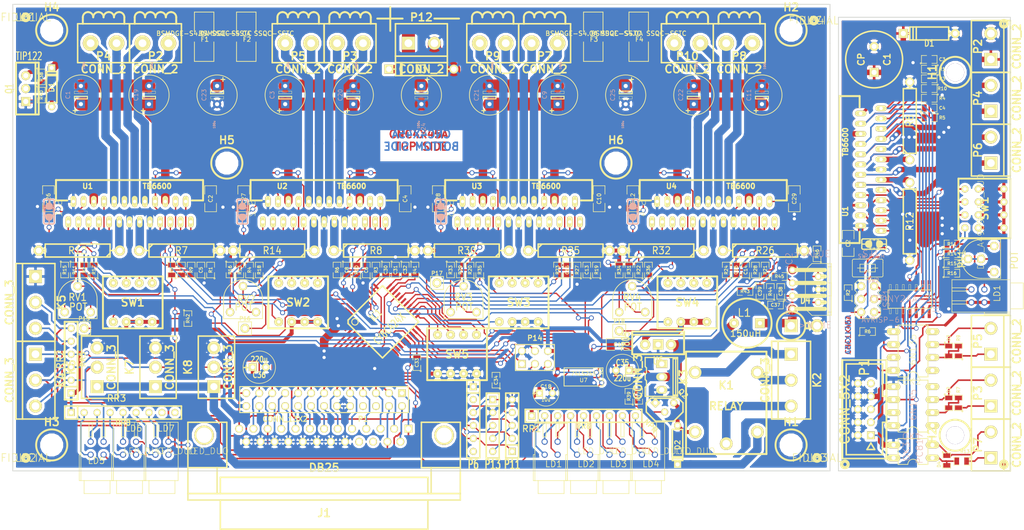
<source format=kicad_pcb>
(kicad_pcb (version 3) (host pcbnew "(2014-01-30 BZR 4648)-product")
  (layers (15 F.Cu signal) (0 B.Cu signal) (18 B.Paste user) (19 F.Paste user) (20 B.SilkS user) (21 F.SilkS user) (22 B.Mask user) (23 F.Mask user) (28 Edge.Cuts user))
  (net 0 "")
  (net 1 +12V)
  (net 2 +5V)
  (net 3 //XRES)
  (net 4 /A-Alert)
  (net 5 /A-DIR)
  (net 6 /A-LTQ)
  (net 7 /A-MOut)
  (net 8 /A-STEP)
  (net 9 /AVcc)
  (net 10 /Alert)
  (net 11 /DIR)
  (net 12 /ENABLE)
  (net 13 /LR_K)
  (net 14 /LTQ)
  (net 15 /LV_K)
  (net 16 /Latch/Auto)
  (net 17 /M1)
  (net 18 /M2)
  (net 19 /M3)
  (net 20 /MISO)
  (net 21 /MOSI)
  (net 22 /OSC)
  (net 23 /RST)
  (net 24 /SCK)
  (net 25 /STEP)
  (net 26 "/SWD CLK")
  (net 27 "/SWD IO")
  (net 28 /TQ)
  (net 29 /V_Alim)
  (net 30 /Vcc)
  (net 31 /Vref)
  (net 32 /X-Alert)
  (net 33 /X-DIR)
  (net 34 /X-LTQ)
  (net 35 /X-MOut)
  (net 36 /X-STEP)
  (net 37 /XVcc)
  (net 38 /Y-Alert)
  (net 39 /Y-DIR)
  (net 40 /Y-LTQ)
  (net 41 /Y-MOut)
  (net 42 /Y-STEP)
  (net 43 /YVcc)
  (net 44 /Z-Alert)
  (net 45 /Z-DIR)
  (net 46 /Z-LTQ)
  (net 47 /Z-MOut)
  (net 48 /Z-STEP)
  (net 49 /ZVcc)
  (net 50 /a_min)
  (net 51 /blink)
  (net 52 /clka)
  (net 53 /clkx)
  (net 54 /clky)
  (net 55 /clkz)
  (net 56 /dira)
  (net 57 /dirx)
  (net 58 /diry)
  (net 59 /dirz)
  (net 60 /e_stop)
  (net 61 /ena)
  (net 62 /spindle)
  (net 63 /x_min)
  (net 64 /y_min)
  (net 65 /z_min)
  (net 66 GND)
  (net 67 N-000001)
  (net 68 N-0000010)
  (net 69 N-00000104)
  (net 70 N-00000105)
  (net 71 N-00000106)
  (net 72 N-00000107)
  (net 73 N-00000108)
  (net 74 N-00000109)
  (net 75 N-00000110)
  (net 76 N-00000111)
  (net 77 N-00000112)
  (net 78 N-00000113)
  (net 79 N-00000114)
  (net 80 N-00000115)
  (net 81 N-00000116)
  (net 82 N-00000117)
  (net 83 N-00000118)
  (net 84 N-00000119)
  (net 85 N-0000012)
  (net 86 N-00000122)
  (net 87 N-00000124)
  (net 88 N-00000127)
  (net 89 N-00000128)
  (net 90 N-0000013)
  (net 91 N-00000133)
  (net 92 N-00000134)
  (net 93 N-00000135)
  (net 94 N-00000136)
  (net 95 N-00000137)
  (net 96 N-00000138)
  (net 97 N-00000139)
  (net 98 N-0000014)
  (net 99 N-00000140)
  (net 100 N-00000141)
  (net 101 N-00000142)
  (net 102 N-00000143)
  (net 103 N-00000144)
  (net 104 N-00000145)
  (net 105 N-00000146)
  (net 106 N-00000147)
  (net 107 N-00000148)
  (net 108 N-00000149)
  (net 109 N-0000015)
  (net 110 N-00000150)
  (net 111 N-00000151)
  (net 112 N-00000153)
  (net 113 N-00000154)
  (net 114 N-00000155)
  (net 115 N-00000156)
  (net 116 N-00000157)
  (net 117 N-00000158)
  (net 118 N-00000159)
  (net 119 N-0000016)
  (net 120 N-00000160)
  (net 121 N-00000161)
  (net 122 N-00000162)
  (net 123 N-00000163)
  (net 124 N-00000164)
  (net 125 N-00000165)
  (net 126 N-00000166)
  (net 127 N-00000167)
  (net 128 N-00000168)
  (net 129 N-0000017)
  (net 130 N-0000018)
  (net 131 N-0000019)
  (net 132 N-000002)
  (net 133 N-0000020)
  (net 134 N-0000021)
  (net 135 N-0000022)
  (net 136 N-0000023)
  (net 137 N-0000024)
  (net 138 N-0000025)
  (net 139 N-0000026)
  (net 140 N-0000027)
  (net 141 N-0000028)
  (net 142 N-0000029)
  (net 143 N-000003)
  (net 144 N-0000030)
  (net 145 N-0000031)
  (net 146 N-0000032)
  (net 147 N-0000033)
  (net 148 N-0000034)
  (net 149 N-0000035)
  (net 150 N-0000036)
  (net 151 N-0000037)
  (net 152 N-0000038)
  (net 153 N-0000039)
  (net 154 N-0000040)
  (net 155 N-0000041)
  (net 156 N-0000042)
  (net 157 N-0000045)
  (net 158 N-0000046)
  (net 159 N-0000047)
  (net 160 N-0000048)
  (net 161 N-0000049)
  (net 162 N-000005)
  (net 163 N-0000051)
  (net 164 N-0000052)
  (net 165 N-0000053)
  (net 166 N-0000054)
  (net 167 N-0000055)
  (net 168 N-0000056)
  (net 169 N-0000057)
  (net 170 N-000006)
  (net 171 N-0000060)
  (net 172 N-0000061)
  (net 173 N-0000064)
  (net 174 N-0000065)
  (net 175 N-0000066)
  (net 176 N-0000068)
  (net 177 N-0000069)
  (net 178 N-0000070)
  (net 179 N-0000071)
  (net 180 N-0000072)
  (net 181 N-0000073)
  (net 182 N-0000074)
  (net 183 N-0000075)
  (net 184 N-0000077)
  (net 185 N-0000078)
  (net 186 N-0000079)
  (net 187 N-000008)
  (net 188 N-0000080)
  (net 189 N-0000081)
  (net 190 N-0000082)
  (net 191 N-0000083)
  (net 192 N-0000084)
  (net 193 N-0000085)
  (net 194 N-0000086)
  (net 195 N-000009)
  (net 196 N-0000091)
  (net 197 N-0000092)
  (module olimex-SPARKFUNEAGLE-6-6-07_FIDUCIAL-1.5X3 (layer F.Cu) (at 201.041 105.41 90)
    (fp_text reference LB3 (at 0 0 90) (layer F.SilkS) (effects (font (size 0.0004 0.0004) (thickness 0.00012))))
    (fp_text value FIDUCIAL (at 0 0 90) (layer F.SilkS) (effects (font (size 0.0004 0.0004) (thickness 0.00012))))
    (pad 1 smd circle (at 0 0 90) (size 1.4986 1.4986) (layers F.Cu F.Mask))
  )
  (module olimex-SPARKFUNEAGLE-6-6-07_FIDUCIAL-1.5X3 (layer F.Cu) (at 194.945 18.415)
    (fp_text reference LB4 (at 0 0) (layer F.SilkS))
    (fp_text value FIDUCIAL (at 0 0) (layer F.SilkS))
    (pad 1 smd circle (at 0 0) (size 1.4986 1.4986) (layers F.Cu F.Mask))
  )
  (module INDUCTOR_V (layer F.Cu) (at 181.864 77.724 180)
    (fp_text reference L1 (at 0.508 2.032 180) (layer F.SilkS) (effects (font (thickness 0.2032))))
    (fp_text value 150uH (at 0.254 -2.032 180) (layer F.SilkS) (effects (font (size 1.27 1.27) (thickness 0.2032))))
    (pad 1 thru_hole rect (at -2.54 0 180) (size 1.905 1.905) (drill 0.8128) (layers *.Cu *.Mask F.SilkS) (net 186 N-0000079))
    (pad 2 thru_hole circle (at 2.54 0 180) (size 1.905 1.905) (drill 0.8128) (layers *.Cu *.Mask F.SilkS) (net 1 +12V))
  )
  (module bornier2 (layer F.Cu) (at 118.11 22.86)
    (fp_text reference P12 (at 0 -5.08) (layer F.SilkS) (effects (font (thickness 0.3048))))
    (fp_text value CONN_2 (at 0 5.08) (layer F.SilkS) (effects (font (thickness 0.3048))))
    (pad 1 thru_hole rect (at -2.54 0) (size 2.54 2.54) (drill 1.524) (layers *.Cu *.Mask F.SilkS) (net 29 /V_Alim))
    (pad 2 thru_hole circle (at 2.54 0) (size 2.54 2.54) (drill 1.524) (layers *.Cu *.Mask F.SilkS) (net 66 GND))
  )
  (module MountingHole_3-5mm_RevA_Date21Jun2010 (layer F.Cu) (at 80.01 46.355)
    (fp_text reference H5 (at 0 -4.50088) (layer F.SilkS) (effects (font (thickness 0.3048))))
    (fp_text value MOUNT_HOLE hide)
    (pad "" np_thru_hole circle (at 0 0) (size 3.50012 3.50012) (drill 3.50012) (layers *.Cu))
  )
  (module LED_DUO (layer F.Cu) (at 143.51 102.235)
    (fp_text reference LD1 (at -1.27 3.81) (layer F.SilkS) (effects (font (size 1.2065 1.2065) (thickness 0.14478)) (justify left bottom)))
    (fp_text value LED_DUO (at 5.08 1.27) (layer F.SilkS) (effects (font (size 1.2065 1.2065) (thickness 0.09652)) (justify left bottom)))
    (pad LV_A thru_hole circle (at -1.27 1.27) (size 1.2192 1.2192) (drill 0.812799) (layers *.Cu *.Mask) (net 98 N-0000014))
    (pad LV_K thru_hole circle (at 1.27 1.27) (size 1.2192 1.2192) (drill 0.812799) (layers *.Cu *.Mask) (net 168 N-0000056))
    (pad LR_A thru_hole circle (at -1.27 -1.27) (size 1.2192 1.2192) (drill 0.812799) (layers *.Cu *.Mask) (net 90 N-0000013))
    (pad LR_K thru_hole circle (at 1.27 -1.27) (size 1.2192 1.2192) (drill 0.812799) (layers *.Cu *.Mask) (net 167 N-0000055))
  )
  (module PIN_ARRAY_1 (layer F.Cu) (at 52.07 78.74)
    (fp_text reference P15 (at 0 -1.905) (layer F.SilkS) (effects (font (size 0.762 0.762) (thickness 0.1524))))
    (fp_text value CONN_1 hide)
    (pad 1 thru_hole circle (at 0 0) (size 1.778 1.778) (drill 1.016) (layers *.Cu *.Mask F.SilkS) (net 80 N-00000115))
  )
  (module SM1206 (layer F.Cu) (at 76.835 53.34 270)
    (fp_text reference C2 (at 0 0 270) (layer F.SilkS) (effects (font (size 0.762 0.762) (thickness 0.127))))
    (fp_text value 1u hide)
    (pad 1 smd rect (at -1.651 0 270) (size 1.524 2.032) (layers F.Cu F.Paste F.Mask) (net 37 /XVcc))
    (pad 2 smd rect (at 1.651 0 270) (size 1.524 2.032) (layers F.Cu F.Paste F.Mask) (net 66 GND))
  )
  (module SM1206 (layer F.Cu) (at 114.935 53.34 270)
    (fp_text reference C4 (at 0 0 270) (layer F.SilkS) (effects (font (size 0.762 0.762) (thickness 0.127))))
    (fp_text value 1u hide)
    (pad 1 smd rect (at -1.651 0 270) (size 1.524 2.032) (layers F.Cu F.Paste F.Mask) (net 43 /YVcc))
    (pad 2 smd rect (at 1.651 0 270) (size 1.524 2.032) (layers F.Cu F.Paste F.Mask) (net 66 GND))
  )
  (module SM0805 (layer F.Cu) (at 74.93 67.31 90)
    (fp_text reference C5 (at 0 0 90) (layer F.SilkS) (effects (font (size 0.635 0.635) (thickness 0.127))))
    (fp_text value C hide)
    (pad 1 smd rect (at -0.9525 0 90) (size 0.889 1.397) (layers F.Cu F.Paste F.Mask) (net 66 GND))
    (pad 2 smd rect (at 0.9525 0 90) (size 0.889 1.397) (layers F.Cu F.Paste F.Mask) (net 83 N-00000118))
  )
  (module SM0805 (layer F.Cu) (at 107.315 67.31 90)
    (fp_text reference C6 (at 0 0 90) (layer F.SilkS) (effects (font (size 0.635 0.635) (thickness 0.127))))
    (fp_text value C hide)
    (pad 1 smd rect (at -0.9525 0 90) (size 0.889 1.397) (layers F.Cu F.Paste F.Mask) (net 66 GND))
    (pad 2 smd rect (at 0.9525 0 90) (size 0.889 1.397) (layers F.Cu F.Paste F.Mask) (net 114 N-00000155))
  )
  (module SM0805 (layer F.Cu) (at 71.12 67.31 270)
    (fp_text reference C7 (at 0 0 270) (layer F.SilkS) (effects (font (size 0.635 0.635) (thickness 0.127))))
    (fp_text value 100n hide)
    (pad 1 smd rect (at -0.9525 0 270) (size 0.889 1.397) (layers F.Cu F.Paste F.Mask) (net 84 N-00000119))
    (pad 2 smd rect (at 0.9525 0 270) (size 0.889 1.397) (layers F.Cu F.Paste F.Mask) (net 66 GND))
  )
  (module SM0805 (layer F.Cu) (at 103.505 67.31 270)
    (fp_text reference C8 (at 0 0 270) (layer F.SilkS) (effects (font (size 0.635 0.635) (thickness 0.127))))
    (fp_text value 100n hide)
    (pad 1 smd rect (at -0.9525 0 270) (size 0.889 1.397) (layers F.Cu F.Paste F.Mask) (net 128 N-00000168))
    (pad 2 smd rect (at 0.9525 0 270) (size 0.889 1.397) (layers F.Cu F.Paste F.Mask) (net 66 GND))
  )
  (module SM1206 (layer F.Cu) (at 152.908 53.34 270)
    (fp_text reference C10 (at 0 0 270) (layer F.SilkS) (effects (font (size 0.762 0.762) (thickness 0.127))))
    (fp_text value 1u hide)
    (pad 1 smd rect (at -1.651 0 270) (size 1.524 2.032) (layers F.Cu F.Paste F.Mask) (net 49 /ZVcc))
    (pad 2 smd rect (at 1.651 0 270) (size 1.524 2.032) (layers F.Cu F.Paste F.Mask) (net 66 GND))
  )
  (module SM1206 (layer F.Cu) (at 159.512 53.34 270)
    (fp_text reference C12 (at 0 0 270) (layer F.SilkS) (effects (font (size 0.762 0.762) (thickness 0.127))))
    (fp_text value 1u hide)
    (pad 1 smd rect (at -1.651 0 270) (size 1.524 2.032) (layers F.Cu F.Paste F.Mask) (net 9 /AVcc))
    (pad 2 smd rect (at 1.651 0 270) (size 1.524 2.032) (layers F.Cu F.Paste F.Mask) (net 66 GND))
  )
  (module SM0805 (layer F.Cu) (at 150.495 67.31 90)
    (fp_text reference C13 (at 0 0 90) (layer F.SilkS) (effects (font (size 0.635 0.635) (thickness 0.127))))
    (fp_text value C hide)
    (pad 1 smd rect (at -0.9525 0 90) (size 0.889 1.397) (layers F.Cu F.Paste F.Mask) (net 66 GND))
    (pad 2 smd rect (at 0.9525 0 90) (size 0.889 1.397) (layers F.Cu F.Paste F.Mask) (net 97 N-00000139))
  )
  (module SM0805 (layer F.Cu) (at 181.61 67.31 90)
    (fp_text reference C14 (at 0 0 90) (layer F.SilkS) (effects (font (size 0.635 0.635) (thickness 0.127))))
    (fp_text value C hide)
    (pad 1 smd rect (at -0.9525 0 90) (size 0.889 1.397) (layers F.Cu F.Paste F.Mask) (net 66 GND))
    (pad 2 smd rect (at 0.9525 0 90) (size 0.889 1.397) (layers F.Cu F.Paste F.Mask) (net 176 N-0000068))
  )
  (module SM0805 (layer F.Cu) (at 146.685 67.31 270)
    (fp_text reference C15 (at 0 0 270) (layer F.SilkS) (effects (font (size 0.635 0.635) (thickness 0.127))))
    (fp_text value 100n hide)
    (pad 1 smd rect (at -0.9525 0 270) (size 0.889 1.397) (layers F.Cu F.Paste F.Mask) (net 112 N-00000153))
    (pad 2 smd rect (at 0.9525 0 270) (size 0.889 1.397) (layers F.Cu F.Paste F.Mask) (net 66 GND))
  )
  (module SM0805 (layer F.Cu) (at 179.705 67.31 270)
    (fp_text reference C16 (at 0 0 270) (layer F.SilkS) (effects (font (size 0.635 0.635) (thickness 0.127))))
    (fp_text value 100n hide)
    (pad 1 smd rect (at -0.9525 0 270) (size 0.889 1.397) (layers F.Cu F.Paste F.Mask) (net 172 N-0000061))
    (pad 2 smd rect (at 0.9525 0 270) (size 0.889 1.397) (layers F.Cu F.Paste F.Mask) (net 66 GND))
  )
  (module C1V5 (layer F.Cu) (at 142.494 91.44)
    (fp_text reference C18 (at 0 -1.26746) (layer F.SilkS) (effects (font (size 0.762 0.762) (thickness 0.127))))
    (fp_text value 10u (at 0 1.27) (layer F.SilkS) (effects (font (size 0.762 0.635) (thickness 0.127))))
    (fp_text user + (at -2.286 0) (layer F.SilkS) (effects (font (size 0.762 0.762) (thickness 0.2032))))
    (pad 1 thru_hole rect (at -1.27 0) (size 1.397 1.397) (drill 0.8128) (layers *.Cu *.Mask F.SilkS) (net 2 +5V))
    (pad 2 thru_hole circle (at 1.27 0) (size 1.397 1.397) (drill 0.8128) (layers *.Cu *.Mask F.SilkS) (net 66 GND))
  )
  (module D3 (layer F.Cu) (at 45.72 31.496 90)
    (fp_text reference D1 (at 0 0 90) (layer F.SilkS) (effects (font (size 1.016 1.016) (thickness 0.2032))))
    (fp_text value 39V hide)
    (pad 2 thru_hole rect (at 3.81 0 90) (size 1.397 1.397) (drill 0.8128) (layers *.Cu *.Mask F.SilkS) (net 29 /V_Alim))
    (pad 1 thru_hole circle (at -3.81 0 90) (size 1.397 1.397) (drill 0.8128) (layers *.Cu *.Mask F.SilkS) (net 143 N-000003))
  )
  (module D3 (layer F.Cu) (at 168.275 101.6 270)
    (fp_text reference D2 (at 0 0 270) (layer F.SilkS) (effects (font (size 1.016 1.016) (thickness 0.2032))))
    (fp_text value DIODE hide)
    (pad 2 thru_hole rect (at 3.81 0 270) (size 1.397 1.397) (drill 0.8128) (layers *.Cu *.Mask F.SilkS) (net 1 +12V))
    (pad 1 thru_hole circle (at -3.81 0 270) (size 1.397 1.397) (drill 0.8128) (layers *.Cu *.Mask F.SilkS) (net 132 N-000002))
  )
  (module D5 (layer F.Cu) (at 118.11 27.94 180)
    (fp_text reference D3 (at 0 0 180) (layer F.SilkS) (effects (font (size 1.524 1.016) (thickness 0.3048))))
    (fp_text value "Transil 1.5KE39" hide)
    (pad 1 thru_hole circle (at -6.35 0 180) (size 1.778 1.778) (drill 1.143) (layers *.Cu *.Mask F.SilkS) (net 66 GND))
    (pad 2 thru_hole rect (at 6.35 0 180) (size 1.778 1.778) (drill 1.143) (layers *.Cu *.Mask F.SilkS) (net 29 /V_Alim))
  )
  (module TQFP44 (layer F.Cu) (at 110.49 77.47 45)
    (fp_text reference IC1 (at 0 -1.905 45) (layer F.SilkS) (effects (font (size 1.524 1.016) (thickness 0.2032))))
    (fp_text value CY8C424X (at 0 1.905 45) (layer F.SilkS) (effects (font (size 1.524 1.016) (thickness 0.2032))))
    (pad 39 smd rect (at 0 -5.715 45) (size 0.4064 1.524) (layers F.Cu F.Paste F.Mask) (net 39 /Y-DIR))
    (pad 40 smd rect (at -0.8001 -5.715 45) (size 0.4064 1.524) (layers F.Cu F.Paste F.Mask) (net 42 /Y-STEP))
    (pad 41 smd rect (at -1.6002 -5.715 45) (size 0.4064 1.524) (layers F.Cu F.Paste F.Mask) (net 40 /Y-LTQ))
    (pad 42 smd rect (at -2.4003 -5.715 45) (size 0.4064 1.524) (layers F.Cu F.Paste F.Mask) (net 33 /X-DIR))
    (pad 43 smd rect (at -3.2004 -5.715 45) (size 0.4064 1.524) (layers F.Cu F.Paste F.Mask) (net 36 /X-STEP))
    (pad 44 smd rect (at -4.0005 -5.715 45) (size 0.4064 1.524) (layers F.Cu F.Paste F.Mask) (net 34 /X-LTQ))
    (pad 38 smd rect (at 0.8001 -5.715 45) (size 0.4064 1.524) (layers F.Cu F.Paste F.Mask) (net 46 /Z-LTQ))
    (pad 37 smd rect (at 1.6002 -5.715 45) (size 0.4064 1.524) (layers F.Cu F.Paste F.Mask) (net 48 /Z-STEP))
    (pad 36 smd rect (at 2.4003 -5.715 45) (size 0.4064 1.524) (layers F.Cu F.Paste F.Mask) (net 66 GND))
    (pad 35 smd rect (at 3.2004 -5.715 45) (size 0.4064 1.524) (layers F.Cu F.Paste F.Mask) (net 2 +5V))
    (pad 34 smd rect (at 4.0005 -5.715 45) (size 0.4064 1.524) (layers F.Cu F.Paste F.Mask) (net 2 +5V))
    (pad 17 smd rect (at 0 5.715 45) (size 0.4064 1.524) (layers F.Cu F.Paste F.Mask) (net 91 N-00000133))
    (pad 16 smd rect (at -0.8001 5.715 45) (size 0.4064 1.524) (layers F.Cu F.Paste F.Mask) (net 92 N-00000134))
    (pad 15 smd rect (at -1.6002 5.715 45) (size 0.4064 1.524) (layers F.Cu F.Paste F.Mask) (net 93 N-00000135))
    (pad 14 smd rect (at -2.4003 5.715 45) (size 0.4064 1.524) (layers F.Cu F.Paste F.Mask) (net 26 "/SWD CLK"))
    (pad 13 smd rect (at -3.2004 5.715 45) (size 0.4064 1.524) (layers F.Cu F.Paste F.Mask) (net 27 "/SWD IO"))
    (pad 12 smd rect (at -4.0005 5.715 45) (size 0.4064 1.524) (layers F.Cu F.Paste F.Mask) (net 81 N-00000116))
    (pad 18 smd rect (at 0.8001 5.715 45) (size 0.4064 1.524) (layers F.Cu F.Paste F.Mask) (net 51 /blink))
    (pad 19 smd rect (at 1.6002 5.715 45) (size 0.4064 1.524) (layers F.Cu F.Paste F.Mask) (net 2 +5V))
    (pad 20 smd rect (at 2.4003 5.715 45) (size 0.4064 1.524) (layers F.Cu F.Paste F.Mask) (net 180 N-0000072))
    (pad 21 smd rect (at 3.2004 5.715 45) (size 0.4064 1.524) (layers F.Cu F.Paste F.Mask) (net 179 N-0000071))
    (pad 22 smd rect (at 4.0005 5.715 45) (size 0.4064 1.524) (layers F.Cu F.Paste F.Mask) (net 183 N-0000075))
    (pad 6 smd rect (at -5.715 0 45) (size 1.524 0.4064) (layers F.Cu F.Paste F.Mask) (net 54 /clky))
    (pad 28 smd rect (at 5.715 0 45) (size 1.524 0.4064) (layers F.Cu F.Paste F.Mask) (net 5 /A-DIR))
    (pad 7 smd rect (at -5.715 0.8001 45) (size 1.524 0.4064) (layers F.Cu F.Paste F.Mask) (net 58 /diry))
    (pad 27 smd rect (at 5.715 0.8001 45) (size 1.524 0.4064) (layers F.Cu F.Paste F.Mask) (net 169 N-0000057))
    (pad 26 smd rect (at 5.715 1.6002 45) (size 1.524 0.4064) (layers F.Cu F.Paste F.Mask) (net 137 N-0000024))
    (pad 8 smd rect (at -5.715 1.6002 45) (size 1.524 0.4064) (layers F.Cu F.Paste F.Mask) (net 53 /clkx))
    (pad 9 smd rect (at -5.715 2.4003 45) (size 1.524 0.4064) (layers F.Cu F.Paste F.Mask) (net 57 /dirx))
    (pad 25 smd rect (at 5.715 2.4003 45) (size 1.524 0.4064) (layers F.Cu F.Paste F.Mask) (net 136 N-0000023))
    (pad 24 smd rect (at 5.715 3.2004 45) (size 1.524 0.4064) (layers F.Cu F.Paste F.Mask) (net 135 N-0000022))
    (pad 10 smd rect (at -5.715 3.2004 45) (size 1.524 0.4064) (layers F.Cu F.Paste F.Mask) (net 66 GND))
    (pad 11 smd rect (at -5.715 4.0005 45) (size 1.524 0.4064) (layers F.Cu F.Paste F.Mask) (net 171 N-0000060))
    (pad 23 smd rect (at 5.715 4.0005 45) (size 1.524 0.4064) (layers F.Cu F.Paste F.Mask) (net 181 N-0000073))
    (pad 29 smd rect (at 5.715 -0.8001 45) (size 1.524 0.4064) (layers F.Cu F.Paste F.Mask) (net 8 /A-STEP))
    (pad 5 smd rect (at -5.715 -0.8001 45) (size 1.524 0.4064) (layers F.Cu F.Paste F.Mask) (net 59 /dirz))
    (pad 4 smd rect (at -5.715 -1.6002 45) (size 1.524 0.4064) (layers F.Cu F.Paste F.Mask) (net 55 /clkz))
    (pad 30 smd rect (at 5.715 -1.6002 45) (size 1.524 0.4064) (layers F.Cu F.Paste F.Mask) (net 6 /A-LTQ))
    (pad 31 smd rect (at 5.715 -2.4003 45) (size 1.524 0.4064) (layers F.Cu F.Paste F.Mask) (net 45 /Z-DIR))
    (pad 3 smd rect (at -5.715 -2.4003 45) (size 1.524 0.4064) (layers F.Cu F.Paste F.Mask) (net 56 /dira))
    (pad 2 smd rect (at -5.715 -3.2004 45) (size 1.524 0.4064) (layers F.Cu F.Paste F.Mask) (net 52 /clka))
    (pad 32 smd rect (at 5.715 -3.2004 45) (size 1.524 0.4064) (layers F.Cu F.Paste F.Mask) (net 3 //XRES))
    (pad 33 smd rect (at 5.715 -4.0005 45) (size 1.524 0.4064) (layers F.Cu F.Paste F.Mask) (net 177 N-0000069))
    (pad 1 smd rect (at -5.715 -4.0005 45) (size 1.524 0.4064) (layers F.Cu F.Paste F.Mask) (net 66 GND))
  )
  (module DB25FC (layer F.Cu) (at 99.06 99.695 180)
    (fp_text reference J1 (at 0 -15.24 180) (layer F.SilkS) (effects (font (thickness 0.3048))))
    (fp_text value DB25 (at 0 -6.35 180) (layer F.SilkS) (effects (font (thickness 0.3048))))
    (pad "" thru_hole circle (at 23.495 0 180) (size 3.81 3.81) (drill 3.048) (layers *.Cu *.Mask F.SilkS))
    (pad "" thru_hole circle (at -23.495 0 180) (size 3.81 3.81) (drill 3.048) (layers *.Cu *.Mask F.SilkS))
    (pad 1 thru_hole rect (at -16.51 1.27 180) (size 1.524 1.524) (drill 1.016) (layers *.Cu *.Mask F.SilkS) (net 62 /spindle))
    (pad 2 thru_hole circle (at -13.716 1.27 180) (size 1.524 1.524) (drill 1.016) (layers *.Cu *.Mask F.SilkS) (net 57 /dirx))
    (pad 3 thru_hole circle (at -11.049 1.27 180) (size 1.524 1.524) (drill 1.016) (layers *.Cu *.Mask F.SilkS) (net 53 /clkx))
    (pad 4 thru_hole circle (at -8.255 1.27 180) (size 1.524 1.524) (drill 1.016) (layers *.Cu *.Mask F.SilkS) (net 58 /diry))
    (pad 5 thru_hole circle (at -5.461 1.27 180) (size 1.524 1.524) (drill 1.016) (layers *.Cu *.Mask F.SilkS) (net 54 /clky))
    (pad 6 thru_hole circle (at -2.667 1.27 180) (size 1.524 1.524) (drill 1.016) (layers *.Cu *.Mask F.SilkS) (net 59 /dirz))
    (pad 7 thru_hole circle (at 0 1.27 180) (size 1.524 1.524) (drill 1.016) (layers *.Cu *.Mask F.SilkS) (net 55 /clkz))
    (pad 8 thru_hole circle (at 2.794 1.27 180) (size 1.524 1.524) (drill 1.016) (layers *.Cu *.Mask F.SilkS) (net 56 /dira))
    (pad 9 thru_hole circle (at 5.588 1.27 180) (size 1.524 1.524) (drill 1.016) (layers *.Cu *.Mask F.SilkS) (net 52 /clka))
    (pad 10 thru_hole circle (at 8.382 1.27 180) (size 1.524 1.524) (drill 1.016) (layers *.Cu *.Mask F.SilkS) (net 50 /a_min))
    (pad 11 thru_hole circle (at 11.049 1.27 180) (size 1.524 1.524) (drill 1.016) (layers *.Cu *.Mask F.SilkS) (net 65 /z_min))
    (pad 12 thru_hole circle (at 13.843 1.27 180) (size 1.524 1.524) (drill 1.016) (layers *.Cu *.Mask F.SilkS) (net 64 /y_min))
    (pad 13 thru_hole circle (at 16.637 1.27 180) (size 1.524 1.524) (drill 1.016) (layers *.Cu *.Mask F.SilkS) (net 63 /x_min))
    (pad 14 thru_hole circle (at -14.9352 -1.27 180) (size 1.524 1.524) (drill 1.016) (layers *.Cu *.Mask F.SilkS) (net 61 /ena))
    (pad 15 thru_hole circle (at -12.3952 -1.27 180) (size 1.524 1.524) (drill 1.016) (layers *.Cu *.Mask F.SilkS) (net 60 /e_stop))
    (pad 16 thru_hole circle (at -9.6012 -1.27 180) (size 1.524 1.524) (drill 1.016) (layers *.Cu *.Mask F.SilkS) (net 89 N-00000128))
    (pad 17 thru_hole circle (at -6.858 -1.27 180) (size 1.524 1.524) (drill 1.016) (layers *.Cu *.Mask F.SilkS) (net 88 N-00000127))
    (pad 18 thru_hole circle (at -4.1148 -1.27 180) (size 1.524 1.524) (drill 1.016) (layers *.Cu *.Mask F.SilkS) (net 66 GND))
    (pad 19 thru_hole circle (at -1.3208 -1.27 180) (size 1.524 1.524) (drill 1.016) (layers *.Cu *.Mask F.SilkS) (net 66 GND))
    (pad 20 thru_hole circle (at 1.4224 -1.27 180) (size 1.524 1.524) (drill 1.016) (layers *.Cu *.Mask F.SilkS) (net 66 GND))
    (pad 21 thru_hole circle (at 4.1656 -1.27 180) (size 1.524 1.524) (drill 1.016) (layers *.Cu *.Mask F.SilkS) (net 66 GND))
    (pad 22 thru_hole circle (at 7.0104 -1.27 180) (size 1.524 1.524) (drill 1.016) (layers *.Cu *.Mask F.SilkS) (net 66 GND))
    (pad 23 thru_hole circle (at 9.7028 -1.27 180) (size 1.524 1.524) (drill 1.016) (layers *.Cu *.Mask F.SilkS) (net 66 GND))
    (pad 24 thru_hole circle (at 12.446 -1.27 180) (size 1.524 1.524) (drill 1.016) (layers *.Cu *.Mask F.SilkS) (net 66 GND))
    (pad 25 thru_hole circle (at 15.24 -1.27 180) (size 1.524 1.524) (drill 1.016) (layers *.Cu *.Mask F.SilkS) (net 66 GND))
  )
  (module pin_array_13x2 (layer F.Cu) (at 99.06 92.71 180)
    (fp_text reference P1 (at -7.62 -3.81 180) (layer F.SilkS) (effects (font (size 1.016 1.016) (thickness 0.2032))))
    (fp_text value CONN_13X2 (at 7.62 -3.81 180) (layer F.SilkS) (effects (font (size 1.016 1.016) (thickness 0.2032))))
    (pad 1 thru_hole rect (at -15.24 1.27 180) (size 1.524 1.524) (drill 0.8128) (layers *.Cu *.Mask F.SilkS) (net 62 /spindle))
    (pad 2 thru_hole circle (at -15.24 -1.27 180) (size 1.524 1.524) (drill 1.016) (layers *.Cu *.Mask F.SilkS) (net 61 /ena))
    (pad 3 thru_hole circle (at -12.7 1.27 180) (size 1.524 1.524) (drill 1.016) (layers *.Cu *.Mask F.SilkS) (net 57 /dirx))
    (pad 4 thru_hole circle (at -12.7 -1.27 180) (size 1.524 1.524) (drill 1.016) (layers *.Cu *.Mask F.SilkS) (net 60 /e_stop))
    (pad 5 thru_hole circle (at -10.16 1.27 180) (size 1.524 1.524) (drill 1.016) (layers *.Cu *.Mask F.SilkS) (net 53 /clkx))
    (pad 6 thru_hole circle (at -10.16 -1.27 180) (size 1.524 1.524) (drill 1.016) (layers *.Cu *.Mask F.SilkS) (net 87 N-00000124))
    (pad 7 thru_hole circle (at -7.62 1.27 180) (size 1.524 1.524) (drill 1.016) (layers *.Cu *.Mask F.SilkS) (net 58 /diry))
    (pad 8 thru_hole circle (at -7.62 -1.27 180) (size 1.524 1.524) (drill 1.016) (layers *.Cu *.Mask F.SilkS) (net 86 N-00000122))
    (pad 9 thru_hole circle (at -5.08 1.27 180) (size 1.524 1.524) (drill 1.016) (layers *.Cu *.Mask F.SilkS) (net 54 /clky))
    (pad 10 thru_hole circle (at -5.08 -1.27 180) (size 1.524 1.524) (drill 1.016) (layers *.Cu *.Mask F.SilkS) (net 66 GND))
    (pad 11 thru_hole circle (at -2.54 1.27 180) (size 1.524 1.524) (drill 1.016) (layers *.Cu *.Mask F.SilkS) (net 59 /dirz))
    (pad 12 thru_hole circle (at -2.54 -1.27 180) (size 1.524 1.524) (drill 1.016) (layers *.Cu *.Mask F.SilkS) (net 66 GND))
    (pad 13 thru_hole circle (at 0 1.27 180) (size 1.524 1.524) (drill 1.016) (layers *.Cu *.Mask F.SilkS) (net 55 /clkz))
    (pad 14 thru_hole circle (at 0 -1.27 180) (size 1.524 1.524) (drill 1.016) (layers *.Cu *.Mask F.SilkS) (net 66 GND))
    (pad 15 thru_hole circle (at 2.54 1.27 180) (size 1.524 1.524) (drill 1.016) (layers *.Cu *.Mask F.SilkS) (net 56 /dira))
    (pad 16 thru_hole circle (at 2.54 -1.27 180) (size 1.524 1.524) (drill 1.016) (layers *.Cu *.Mask F.SilkS) (net 66 GND))
    (pad 17 thru_hole circle (at 5.08 1.27 180) (size 1.524 1.524) (drill 1.016) (layers *.Cu *.Mask F.SilkS) (net 52 /clka))
    (pad 18 thru_hole circle (at 5.08 -1.27 180) (size 1.524 1.524) (drill 1.016) (layers *.Cu *.Mask F.SilkS) (net 66 GND))
    (pad 19 thru_hole circle (at 7.62 1.27 180) (size 1.524 1.524) (drill 1.016) (layers *.Cu *.Mask F.SilkS) (net 50 /a_min))
    (pad 20 thru_hole circle (at 7.62 -1.27 180) (size 1.524 1.524) (drill 1.016) (layers *.Cu *.Mask F.SilkS) (net 66 GND))
    (pad 21 thru_hole circle (at 10.16 1.27 180) (size 1.524 1.524) (drill 1.016) (layers *.Cu *.Mask F.SilkS) (net 65 /z_min))
    (pad 22 thru_hole circle (at 10.16 -1.27 180) (size 1.524 1.524) (drill 1.016) (layers *.Cu *.Mask F.SilkS) (net 66 GND))
    (pad 23 thru_hole circle (at 12.7 1.27 180) (size 1.524 1.524) (drill 1.016) (layers *.Cu *.Mask F.SilkS) (net 64 /y_min))
    (pad 24 thru_hole circle (at 12.7 -1.27 180) (size 1.524 1.524) (drill 1.016) (layers *.Cu *.Mask F.SilkS) (net 66 GND))
    (pad 25 thru_hole circle (at 15.24 1.27 180) (size 1.524 1.524) (drill 1.016) (layers *.Cu *.Mask F.SilkS) (net 63 /x_min))
    (pad 26 thru_hole circle (at 15.24 -1.27 180) (size 1.524 1.524) (drill 1.016) (layers *.Cu *.Mask F.SilkS) (net 2 +5V))
  )
  (module SIL-6 (layer F.Cu) (at 128.27 96.52 270)
    (fp_text reference P6 (at 8.89 0 360) (layer F.SilkS) (effects (font (size 1.72974 1.08712) (thickness 0.3048))))
    (fp_text value CONN_6 hide)
    (pad 1 thru_hole rect (at -6.35 0 270) (size 1.397 1.397) (drill 0.8128) (layers *.Cu *.Mask F.SilkS) (net 66 GND))
    (pad 2 thru_hole circle (at -3.81 0 270) (size 1.397 1.397) (drill 0.8128) (layers *.Cu *.Mask F.SilkS) (net 95 N-00000137))
    (pad 3 thru_hole circle (at -1.27 0 270) (size 1.397 1.397) (drill 0.8128) (layers *.Cu *.Mask F.SilkS) (net 2 +5V))
    (pad 4 thru_hole circle (at 1.27 0 270) (size 1.397 1.397) (drill 0.8128) (layers *.Cu *.Mask F.SilkS) (net 81 N-00000116))
    (pad 5 thru_hole circle (at 3.81 0 270) (size 1.397 1.397) (drill 0.8128) (layers *.Cu *.Mask F.SilkS) (net 171 N-0000060))
    (pad 6 thru_hole circle (at 6.35 0 270) (size 1.397 1.397) (drill 0.8128) (layers *.Cu *.Mask F.SilkS) (net 94 N-00000136))
  )
  (module SIL-5 (layer F.Cu) (at 135.89 96.52 90)
    (fp_text reference P11 (at -8.89 0 360) (layer F.SilkS) (effects (font (size 1.72974 1.08712) (thickness 0.3048))))
    (fp_text value CONN_5 hide)
    (pad 1 thru_hole rect (at -6.35 0 90) (size 1.397 1.397) (drill 0.8128) (layers *.Cu *.Mask F.SilkS) (net 171 N-0000060))
    (pad 2 thru_hole circle (at -3.81 0 90) (size 1.397 1.397) (drill 0.8128) (layers *.Cu *.Mask F.SilkS) (net 81 N-00000116))
    (pad 3 thru_hole circle (at -1.27 0 90) (size 1.397 1.397) (drill 0.8128) (layers *.Cu *.Mask F.SilkS) (net 27 "/SWD IO"))
    (pad 4 thru_hole circle (at 1.27 0 90) (size 1.397 1.397) (drill 0.8128) (layers *.Cu *.Mask F.SilkS) (net 26 "/SWD CLK"))
    (pad 5 thru_hole circle (at 3.81 0 90) (size 1.397 1.397) (drill 0.8128) (layers *.Cu *.Mask F.SilkS) (net 66 GND))
  )
  (module SIL-5 (layer F.Cu) (at 132.08 99.06 270)
    (fp_text reference P13 (at 6.35 0 360) (layer F.SilkS) (effects (font (size 1.72974 1.08712) (thickness 0.3048))))
    (fp_text value CONN_5 hide)
    (pad 1 thru_hole rect (at -6.35 0 270) (size 1.397 1.397) (drill 0.8128) (layers *.Cu *.Mask F.SilkS) (net 2 +5V))
    (pad 2 thru_hole circle (at -3.81 0 270) (size 1.397 1.397) (drill 0.8128) (layers *.Cu *.Mask F.SilkS) (net 66 GND))
    (pad 3 thru_hole circle (at -1.27 0 270) (size 1.397 1.397) (drill 0.8128) (layers *.Cu *.Mask F.SilkS) (net 3 //XRES))
    (pad 4 thru_hole circle (at 1.27 0 270) (size 1.397 1.397) (drill 0.8128) (layers *.Cu *.Mask F.SilkS) (net 26 "/SWD CLK"))
    (pad 5 thru_hole circle (at 3.81 0 270) (size 1.397 1.397) (drill 0.8128) (layers *.Cu *.Mask F.SilkS) (net 27 "/SWD IO"))
  )
  (module TO220_VERT (layer F.Cu) (at 40.64 31.75)
    (fp_text reference Q1 (at -3.175 0 90) (layer F.SilkS) (effects (font (size 1.524 1.016) (thickness 0.2032))))
    (fp_text value TIP122 (at 0.635 -6.35) (layer F.SilkS) (effects (font (size 1.524 1.016) (thickness 0.2032))))
    (pad 2 thru_hole circle (at 0 -2.54) (size 1.778 1.778) (drill 1.016) (layers *.Cu *.Mask F.SilkS) (net 68 N-0000010))
    (pad 3 thru_hole circle (at 0 0) (size 1.778 1.778) (drill 1.016) (layers *.Cu *.Mask F.SilkS) (net 29 /V_Alim))
    (pad 1 thru_hole rect (at 0 2.54) (size 1.778 1.778) (drill 1.016) (layers *.Cu *.Mask F.SilkS) (net 66 GND))
  )
  (module TO92 (layer F.Cu) (at 165.735 93.345 135)
    (fp_text reference Q2 (at -1.27 3.81 135) (layer F.SilkS) (effects (font (size 1.016 1.016) (thickness 0.2032))))
    (fp_text value NPN (at -1.27 -5.08 135) (layer F.SilkS) (effects (font (size 1.016 1.016) (thickness 0.2032))))
    (pad 1 thru_hole rect (at 1.27 -1.27 135) (size 1.397 1.397) (drill 0.8128) (layers *.Cu *.Mask F.SilkS) (net 66 GND))
    (pad 2 thru_hole circle (at -1.27 -1.27 135) (size 1.397 1.397) (drill 0.8128) (layers *.Cu *.Mask F.SilkS) (net 67 N-000001))
    (pad 3 thru_hole circle (at -1.27 1.27 135) (size 1.397 1.397) (drill 0.8128) (layers *.Cu *.Mask F.SilkS) (net 132 N-000002))
  )
  (module SM0805 (layer F.Cu) (at 76.835 67.31 90)
    (fp_text reference R1 (at 0 0 90) (layer F.SilkS) (effects (font (size 0.635 0.635) (thickness 0.127))))
    (fp_text value 51k hide)
    (pad 1 smd rect (at -0.9525 0 90) (size 0.889 1.397) (layers F.Cu F.Paste F.Mask) (net 83 N-00000118))
    (pad 2 smd rect (at 0.9525 0 90) (size 0.889 1.397) (layers F.Cu F.Paste F.Mask) (net 35 /X-MOut))
  )
  (module SM0805 (layer F.Cu) (at 52.07 67.31 90)
    (fp_text reference R2 (at 0 0 90) (layer F.SilkS) (effects (font (size 0.635 0.635) (thickness 0.127))))
    (fp_text value 51k hide)
    (pad 1 smd rect (at -0.9525 0 90) (size 0.889 1.397) (layers F.Cu F.Paste F.Mask) (net 83 N-00000118))
    (pad 2 smd rect (at 0.9525 0 90) (size 0.889 1.397) (layers F.Cu F.Paste F.Mask) (net 32 /X-Alert))
  )
  (module SM0805 (layer F.Cu) (at 109.22 67.31 90)
    (fp_text reference R3 (at 0 0 90) (layer F.SilkS) (effects (font (size 0.635 0.635) (thickness 0.127))))
    (fp_text value 51k hide)
    (pad 1 smd rect (at -0.9525 0 90) (size 0.889 1.397) (layers F.Cu F.Paste F.Mask) (net 114 N-00000155))
    (pad 2 smd rect (at 0.9525 0 90) (size 0.889 1.397) (layers F.Cu F.Paste F.Mask) (net 41 /Y-MOut))
  )
  (module SM0805 (layer F.Cu) (at 84.455 67.31 90)
    (fp_text reference R4 (at 0 0 90) (layer F.SilkS) (effects (font (size 0.635 0.635) (thickness 0.127))))
    (fp_text value 51k hide)
    (pad 1 smd rect (at -0.9525 0 90) (size 0.889 1.397) (layers F.Cu F.Paste F.Mask) (net 114 N-00000155))
    (pad 2 smd rect (at 0.9525 0 90) (size 0.889 1.397) (layers F.Cu F.Paste F.Mask) (net 38 /Y-Alert))
  )
  (module SM0805 (layer F.Cu) (at 69.215 67.31 90)
    (fp_text reference R5 (at 0 0 90) (layer F.SilkS) (effects (font (size 0.635 0.635) (thickness 0.127))))
    (fp_text value R hide)
    (pad 1 smd rect (at -0.9525 0 90) (size 0.889 1.397) (layers F.Cu F.Paste F.Mask) (net 83 N-00000118))
    (pad 2 smd rect (at 0.9525 0 90) (size 0.889 1.397) (layers F.Cu F.Paste F.Mask) (net 84 N-00000119))
  )
  (module SM0805 (layer F.Cu) (at 101.6 67.31 90)
    (fp_text reference R6 (at 0 0 90) (layer F.SilkS) (effects (font (size 0.635 0.635) (thickness 0.127))))
    (fp_text value R hide)
    (pad 1 smd rect (at -0.9525 0 90) (size 0.889 1.397) (layers F.Cu F.Paste F.Mask) (net 114 N-00000155))
    (pad 2 smd rect (at 0.9525 0 90) (size 0.889 1.397) (layers F.Cu F.Paste F.Mask) (net 128 N-00000168))
  )
  (module SM0805 (layer F.Cu) (at 73.025 67.31 90)
    (fp_text reference R9 (at 0 0 90) (layer F.SilkS) (effects (font (size 0.635 0.635) (thickness 0.127))))
    (fp_text value 51k hide)
    (pad 1 smd rect (at -0.9525 0 90) (size 0.889 1.397) (layers F.Cu F.Paste F.Mask) (net 66 GND))
    (pad 2 smd rect (at 0.9525 0 90) (size 0.889 1.397) (layers F.Cu F.Paste F.Mask) (net 73 N-00000108))
  )
  (module SM0805 (layer F.Cu) (at 105.41 67.31 90)
    (fp_text reference R10 (at 0 0 90) (layer F.SilkS) (effects (font (size 0.635 0.635) (thickness 0.127))))
    (fp_text value 51k hide)
    (pad 1 smd rect (at -0.9525 0 90) (size 0.889 1.397) (layers F.Cu F.Paste F.Mask) (net 66 GND))
    (pad 2 smd rect (at 0.9525 0 90) (size 0.889 1.397) (layers F.Cu F.Paste F.Mask) (net 117 N-00000158))
  )
  (module SM0805 (layer F.Cu) (at 50.165 67.31 270)
    (fp_text reference R11 (at 0 0 270) (layer F.SilkS) (effects (font (size 0.635 0.635) (thickness 0.127))))
    (fp_text value 75k hide)
    (pad 1 smd rect (at -0.9525 0 270) (size 0.889 1.397) (layers F.Cu F.Paste F.Mask) (net 83 N-00000118))
    (pad 2 smd rect (at 0.9525 0 270) (size 0.889 1.397) (layers F.Cu F.Paste F.Mask) (net 70 N-00000105))
  )
  (module SM0805 (layer F.Cu) (at 82.55 67.31 270)
    (fp_text reference R13 (at 0 0 270) (layer F.SilkS) (effects (font (size 0.635 0.635) (thickness 0.127))))
    (fp_text value 75k hide)
    (pad 1 smd rect (at -0.9525 0 270) (size 0.889 1.397) (layers F.Cu F.Paste F.Mask) (net 114 N-00000155))
    (pad 2 smd rect (at 0.9525 0 270) (size 0.889 1.397) (layers F.Cu F.Paste F.Mask) (net 113 N-00000154))
  )
  (module SM0805 (layer F.Cu) (at 48.26 67.31 270)
    (fp_text reference R15 (at 0 0 270) (layer F.SilkS) (effects (font (size 0.635 0.635) (thickness 0.127))))
    (fp_text value 8k06 hide)
    (pad 1 smd rect (at -0.9525 0 270) (size 0.889 1.397) (layers F.Cu F.Paste F.Mask) (net 66 GND))
    (pad 2 smd rect (at 0.9525 0 270) (size 0.889 1.397) (layers F.Cu F.Paste F.Mask) (net 175 N-0000066))
  )
  (module SM0805 (layer F.Cu) (at 80.645 67.31 270)
    (fp_text reference R16 (at 0 0 270) (layer F.SilkS) (effects (font (size 0.635 0.635) (thickness 0.127))))
    (fp_text value 8k06 hide)
    (pad 1 smd rect (at -0.9525 0 270) (size 0.889 1.397) (layers F.Cu F.Paste F.Mask) (net 66 GND))
    (pad 2 smd rect (at 0.9525 0 270) (size 0.889 1.397) (layers F.Cu F.Paste F.Mask) (net 174 N-0000065))
  )
  (module SM0805 (layer F.Cu) (at 53.975 67.31 90)
    (fp_text reference R17 (at 0 0 90) (layer F.SilkS) (effects (font (size 0.635 0.635) (thickness 0.127))))
    (fp_text value 10k hide)
    (pad 1 smd rect (at -0.9525 0 90) (size 0.889 1.397) (layers F.Cu F.Paste F.Mask) (net 83 N-00000118))
    (pad 2 smd rect (at 0.9525 0 90) (size 0.889 1.397) (layers F.Cu F.Paste F.Mask) (net 82 N-00000117))
  )
  (module SM0805 (layer F.Cu) (at 86.36 67.31 90)
    (fp_text reference R18 (at 0 0 90) (layer F.SilkS) (effects (font (size 0.635 0.635) (thickness 0.127))))
    (fp_text value 10k hide)
    (pad 1 smd rect (at -0.9525 0 90) (size 0.889 1.397) (layers F.Cu F.Paste F.Mask) (net 114 N-00000155))
    (pad 2 smd rect (at 0.9525 0 90) (size 0.889 1.397) (layers F.Cu F.Paste F.Mask) (net 115 N-00000156))
  )
  (module SM0805 (layer F.Cu) (at 152.4 67.31 90)
    (fp_text reference R19 (at 0 0 90) (layer F.SilkS) (effects (font (size 0.635 0.635) (thickness 0.127))))
    (fp_text value 51k hide)
    (pad 1 smd rect (at -0.9525 0 90) (size 0.889 1.397) (layers F.Cu F.Paste F.Mask) (net 97 N-00000139))
    (pad 2 smd rect (at 0.9525 0 90) (size 0.889 1.397) (layers F.Cu F.Paste F.Mask) (net 47 /Z-MOut))
  )
  (module SM0805 (layer F.Cu) (at 127.635 67.31 90)
    (fp_text reference R20 (at 0 0 90) (layer F.SilkS) (effects (font (size 0.635 0.635) (thickness 0.127))))
    (fp_text value 51k hide)
    (pad 1 smd rect (at -0.9525 0 90) (size 0.889 1.397) (layers F.Cu F.Paste F.Mask) (net 97 N-00000139))
    (pad 2 smd rect (at 0.9525 0 90) (size 0.889 1.397) (layers F.Cu F.Paste F.Mask) (net 44 /Z-Alert))
  )
  (module SM0805 (layer F.Cu) (at 185.42 67.31 90)
    (fp_text reference R21 (at 0 0 90) (layer F.SilkS) (effects (font (size 0.635 0.635) (thickness 0.127))))
    (fp_text value 51k hide)
    (pad 1 smd rect (at -0.9525 0 90) (size 0.889 1.397) (layers F.Cu F.Paste F.Mask) (net 176 N-0000068))
    (pad 2 smd rect (at 0.9525 0 90) (size 0.889 1.397) (layers F.Cu F.Paste F.Mask) (net 7 /A-MOut))
  )
  (module SM0805 (layer F.Cu) (at 160.655 67.31 90)
    (fp_text reference R22 (at 0 0 90) (layer F.SilkS) (effects (font (size 0.635 0.635) (thickness 0.127))))
    (fp_text value 51k hide)
    (pad 1 smd rect (at -0.9525 0 90) (size 0.889 1.397) (layers F.Cu F.Paste F.Mask) (net 176 N-0000068))
    (pad 2 smd rect (at 0.9525 0 90) (size 0.889 1.397) (layers F.Cu F.Paste F.Mask) (net 4 /A-Alert))
  )
  (module SM0805 (layer F.Cu) (at 144.78 67.31 90)
    (fp_text reference R23 (at 0 0 90) (layer F.SilkS) (effects (font (size 0.635 0.635) (thickness 0.127))))
    (fp_text value R hide)
    (pad 1 smd rect (at -0.9525 0 90) (size 0.889 1.397) (layers F.Cu F.Paste F.Mask) (net 97 N-00000139))
    (pad 2 smd rect (at 0.9525 0 90) (size 0.889 1.397) (layers F.Cu F.Paste F.Mask) (net 112 N-00000153))
  )
  (module SM0805 (layer F.Cu) (at 177.8 67.31 90)
    (fp_text reference R24 (at 0 0 90) (layer F.SilkS) (effects (font (size 0.635 0.635) (thickness 0.127))))
    (fp_text value R hide)
    (pad 1 smd rect (at -0.9525 0 90) (size 0.889 1.397) (layers F.Cu F.Paste F.Mask) (net 176 N-0000068))
    (pad 2 smd rect (at 0.9525 0 90) (size 0.889 1.397) (layers F.Cu F.Paste F.Mask) (net 172 N-0000061))
  )
  (module SM0805 (layer F.Cu) (at 148.59 67.31 90)
    (fp_text reference R27 (at 0 0 90) (layer F.SilkS) (effects (font (size 0.635 0.635) (thickness 0.127))))
    (fp_text value 51k hide)
    (pad 1 smd rect (at -0.9525 0 90) (size 0.889 1.397) (layers F.Cu F.Paste F.Mask) (net 66 GND))
    (pad 2 smd rect (at 0.9525 0 90) (size 0.889 1.397) (layers F.Cu F.Paste F.Mask) (net 96 N-00000138))
  )
  (module SM0805 (layer F.Cu) (at 183.515 67.31 90)
    (fp_text reference R28 (at 0 0 90) (layer F.SilkS) (effects (font (size 0.635 0.635) (thickness 0.127))))
    (fp_text value 51k hide)
    (pad 1 smd rect (at -0.9525 0 90) (size 0.889 1.397) (layers F.Cu F.Paste F.Mask) (net 66 GND))
    (pad 2 smd rect (at 0.9525 0 90) (size 0.889 1.397) (layers F.Cu F.Paste F.Mask) (net 158 N-0000046))
  )
  (module SM0805 (layer F.Cu) (at 125.73 67.31 270)
    (fp_text reference R29 (at 0 0 270) (layer F.SilkS) (effects (font (size 0.635 0.635) (thickness 0.127))))
    (fp_text value 75k hide)
    (pad 1 smd rect (at -0.9525 0 270) (size 0.889 1.397) (layers F.Cu F.Paste F.Mask) (net 97 N-00000139))
    (pad 2 smd rect (at 0.9525 0 270) (size 0.889 1.397) (layers F.Cu F.Paste F.Mask) (net 108 N-00000149))
  )
  (module SM0805 (layer F.Cu) (at 158.75 67.31 270)
    (fp_text reference R31 (at 0 0 270) (layer F.SilkS) (effects (font (size 0.635 0.635) (thickness 0.127))))
    (fp_text value 75k hide)
    (pad 1 smd rect (at -0.9525 0 270) (size 0.889 1.397) (layers F.Cu F.Paste F.Mask) (net 176 N-0000068))
    (pad 2 smd rect (at 0.9525 0 270) (size 0.889 1.397) (layers F.Cu F.Paste F.Mask) (net 159 N-0000047))
  )
  (module SM0805 (layer F.Cu) (at 123.825 67.31 270)
    (fp_text reference R33 (at 0 0 270) (layer F.SilkS) (effects (font (size 0.635 0.635) (thickness 0.127))))
    (fp_text value 8k06 hide)
    (pad 1 smd rect (at -0.9525 0 270) (size 0.889 1.397) (layers F.Cu F.Paste F.Mask) (net 66 GND))
    (pad 2 smd rect (at 0.9525 0 270) (size 0.889 1.397) (layers F.Cu F.Paste F.Mask) (net 173 N-0000064))
  )
  (module SM0805 (layer F.Cu) (at 156.845 67.31 270)
    (fp_text reference R34 (at 0 0 270) (layer F.SilkS) (effects (font (size 0.635 0.635) (thickness 0.127))))
    (fp_text value 8k06 hide)
    (pad 1 smd rect (at -0.9525 0 270) (size 0.889 1.397) (layers F.Cu F.Paste F.Mask) (net 66 GND))
    (pad 2 smd rect (at 0.9525 0 270) (size 0.889 1.397) (layers F.Cu F.Paste F.Mask) (net 160 N-0000048))
  )
  (module SM0805 (layer F.Cu) (at 129.54 67.31 90)
    (fp_text reference R35 (at 0 0 90) (layer F.SilkS) (effects (font (size 0.635 0.635) (thickness 0.127))))
    (fp_text value 10k hide)
    (pad 1 smd rect (at -0.9525 0 90) (size 0.889 1.397) (layers F.Cu F.Paste F.Mask) (net 97 N-00000139))
    (pad 2 smd rect (at 0.9525 0 90) (size 0.889 1.397) (layers F.Cu F.Paste F.Mask) (net 111 N-00000151))
  )
  (module SM0805 (layer F.Cu) (at 162.56 67.31 90)
    (fp_text reference R36 (at 0 0 90) (layer F.SilkS) (effects (font (size 0.635 0.635) (thickness 0.127))))
    (fp_text value 10k hide)
    (pad 1 smd rect (at -0.9525 0 90) (size 0.889 1.397) (layers F.Cu F.Paste F.Mask) (net 176 N-0000068))
    (pad 2 smd rect (at 0.9525 0 90) (size 0.889 1.397) (layers F.Cu F.Paste F.Mask) (net 161 N-0000049))
  )
  (module SM0805 (layer F.Cu) (at 160.655 92.075 270)
    (fp_text reference R37 (at 0 0 270) (layer F.SilkS) (effects (font (size 0.635 0.635) (thickness 0.127))))
    (fp_text value 4k7 hide)
    (pad 1 smd rect (at -0.9525 0 270) (size 0.889 1.397) (layers F.Cu F.Paste F.Mask) (net 62 /spindle))
    (pad 2 smd rect (at 0.9525 0 270) (size 0.889 1.397) (layers F.Cu F.Paste F.Mask) (net 67 N-000001))
  )
  (module SM0805 (layer F.Cu) (at 43.688 29.464 270)
    (fp_text reference R38 (at 0 0 270) (layer F.SilkS) (effects (font (size 0.635 0.635) (thickness 0.127))))
    (fp_text value 220 hide)
    (pad 1 smd rect (at -0.9525 0 270) (size 0.889 1.397) (layers F.Cu F.Paste F.Mask) (net 68 N-0000010))
    (pad 2 smd rect (at 0.9525 0 270) (size 0.889 1.397) (layers F.Cu F.Paste F.Mask) (net 143 N-000003))
  )
  (module SM0805 (layer F.Cu) (at 158.75 92.075 90)
    (fp_text reference R39 (at 0 0 90) (layer F.SilkS) (effects (font (size 0.635 0.635) (thickness 0.127))))
    (fp_text value 100k hide)
    (pad 1 smd rect (at -0.9525 0 90) (size 0.889 1.397) (layers F.Cu F.Paste F.Mask) (net 67 N-000001))
    (pad 2 smd rect (at 0.9525 0 90) (size 0.889 1.397) (layers F.Cu F.Paste F.Mask) (net 66 GND))
  )
  (module SM0805 (layer F.Cu) (at 43.688 33.02 270)
    (fp_text reference R40 (at 0 0 270) (layer F.SilkS) (effects (font (size 0.635 0.635) (thickness 0.127))))
    (fp_text value 4k7 hide)
    (pad 1 smd rect (at -0.9525 0 270) (size 0.889 1.397) (layers F.Cu F.Paste F.Mask) (net 143 N-000003))
    (pad 2 smd rect (at 0.9525 0 270) (size 0.889 1.397) (layers F.Cu F.Paste F.Mask) (net 66 GND))
  )
  (module r_pack8 (layer F.Cu) (at 149.86 95.885)
    (fp_text reference RR1 (at -10.16 2.54) (layer F.SilkS) (effects (font (size 1.27 1.27) (thickness 0.2032))))
    (fp_text value RR8 (at 0 2.032) (layer F.SilkS) (effects (font (size 1.016 1.016) (thickness 0.2032))))
    (pad 1 thru_hole rect (at -10.16 0) (size 1.397 1.397) (drill 0.8128) (layers *.Cu *.Mask F.SilkS) (net 2 +5V))
    (pad 2 thru_hole circle (at -7.62 0) (size 1.397 1.397) (drill 0.8128) (layers *.Cu *.Mask F.SilkS) (net 98 N-0000014))
    (pad 3 thru_hole circle (at -5.08 0) (size 1.397 1.397) (drill 0.8128) (layers *.Cu *.Mask F.SilkS) (net 90 N-0000013))
    (pad 4 thru_hole circle (at -2.54 0) (size 1.397 1.397) (drill 0.8128) (layers *.Cu *.Mask F.SilkS) (net 134 N-0000021))
    (pad 5 thru_hole circle (at 0 0) (size 1.397 1.397) (drill 0.8128) (layers *.Cu *.Mask F.SilkS) (net 131 N-0000019))
    (pad 6 thru_hole circle (at 2.54 0) (size 1.397 1.397) (drill 0.8128) (layers *.Cu *.Mask F.SilkS) (net 130 N-0000018))
    (pad 7 thru_hole circle (at 5.08 0) (size 1.397 1.397) (drill 0.8128) (layers *.Cu *.Mask F.SilkS) (net 85 N-0000012))
    (pad 8 thru_hole circle (at 7.62 0) (size 1.397 1.397) (drill 0.8128) (layers *.Cu *.Mask F.SilkS) (net 109 N-0000015))
    (pad 9 thru_hole circle (at 10.16 0) (size 1.397 1.397) (drill 0.8128) (layers *.Cu *.Mask F.SilkS) (net 119 N-0000016))
  )
  (module SSOP20 (layer F.Cu) (at 149.86 88.265 180)
    (fp_text reference U7 (at 0 -0.635 180) (layer F.SilkS) (effects (font (size 0.762 0.762) (thickness 0.127))))
    (fp_text value 74LS245 (at 0 0.635 180) (layer F.SilkS) (effects (font (size 0.762 0.762) (thickness 0.127))))
    (pad 1 smd rect (at -2.921 2.667 180) (size 0.4064 1.27) (layers F.Cu F.Paste F.Mask) (net 2 +5V))
    (pad 2 smd rect (at -2.286 2.667 180) (size 0.4064 1.27) (layers F.Cu F.Paste F.Mask) (net 4 /A-Alert))
    (pad 3 smd rect (at -1.6256 2.667 180) (size 0.4064 1.27) (layers F.Cu F.Paste F.Mask) (net 7 /A-MOut))
    (pad 4 smd rect (at -0.9652 2.667 180) (size 0.4064 1.27) (layers F.Cu F.Paste F.Mask) (net 44 /Z-Alert))
    (pad 5 smd rect (at -0.3302 2.667 180) (size 0.4064 1.27) (layers F.Cu F.Paste F.Mask) (net 47 /Z-MOut))
    (pad 6 smd rect (at 0.3302 2.667 180) (size 0.4064 1.27) (layers F.Cu F.Paste F.Mask) (net 38 /Y-Alert))
    (pad 7 smd rect (at 0.9906 2.667 180) (size 0.4064 1.27) (layers F.Cu F.Paste F.Mask) (net 41 /Y-MOut))
    (pad 8 smd rect (at 1.6256 2.667 180) (size 0.4064 1.27) (layers F.Cu F.Paste F.Mask) (net 32 /X-Alert))
    (pad 9 smd rect (at 2.286 2.667 180) (size 0.4064 1.27) (layers F.Cu F.Paste F.Mask) (net 35 /X-MOut))
    (pad 10 smd rect (at 2.921 2.667 180) (size 0.4064 1.27) (layers F.Cu F.Paste F.Mask) (net 66 GND))
    (pad 11 smd rect (at 2.921 -2.667 180) (size 0.4064 1.27) (layers F.Cu F.Paste F.Mask) (net 168 N-0000056))
    (pad 12 smd rect (at 2.286 -2.667 180) (size 0.4064 1.27) (layers F.Cu F.Paste F.Mask) (net 167 N-0000055))
    (pad 13 smd rect (at 1.6256 -2.667 180) (size 0.4064 1.27) (layers F.Cu F.Paste F.Mask) (net 133 N-0000020))
    (pad 14 smd rect (at 0.9906 -2.667 180) (size 0.4064 1.27) (layers F.Cu F.Paste F.Mask) (net 166 N-0000054))
    (pad 15 smd rect (at 0.3302 -2.667 180) (size 0.4064 1.27) (layers F.Cu F.Paste F.Mask) (net 129 N-0000017))
    (pad 16 smd rect (at -0.3302 -2.667 180) (size 0.4064 1.27) (layers F.Cu F.Paste F.Mask) (net 165 N-0000053))
    (pad 17 smd rect (at -0.9652 -2.667 180) (size 0.4064 1.27) (layers F.Cu F.Paste F.Mask) (net 164 N-0000052))
    (pad 18 smd rect (at -1.6256 -2.667 180) (size 0.4064 1.27) (layers F.Cu F.Paste F.Mask) (net 163 N-0000051))
    (pad 19 smd rect (at -2.286 -2.667 180) (size 0.4064 1.27) (layers F.Cu F.Paste F.Mask) (net 66 GND))
    (pad 20 smd rect (at -2.921 -2.667 180) (size 0.4064 1.27) (layers F.Cu F.Paste F.Mask) (net 2 +5V))
  )
  (module MountingHole_3-5mm_RevA_Date21Jun2010 (layer F.Cu) (at 190.5 101.6)
    (fp_text reference H1 (at 0 -4.50088) (layer F.SilkS) (effects (font (thickness 0.3048))))
    (fp_text value MOUNT_HOLE hide)
    (pad 1 np_thru_hole circle (at 0 0) (size 3.50012 3.50012) (drill 3.50012) (layers *.Cu))
  )
  (module MountingHole_3-5mm_RevA_Date21Jun2010 (layer F.Cu) (at 190.5 20.32)
    (fp_text reference H2 (at 0 -4.50088) (layer F.SilkS) (effects (font (thickness 0.3048))))
    (fp_text value MOUNT_HOLE hide)
    (pad "" np_thru_hole circle (at 0 0) (size 3.50012 3.50012) (drill 3.50012) (layers *.Cu))
  )
  (module MountingHole_3-5mm_RevA_Date21Jun2010 (layer F.Cu) (at 45.72 101.6)
    (fp_text reference H3 (at 0 -4.50088) (layer F.SilkS) (effects (font (thickness 0.3048))))
    (fp_text value MOUNT_HOLE hide)
    (pad 1 np_thru_hole circle (at 0 0) (size 3.50012 3.50012) (drill 3.50012) (layers *.Cu))
  )
  (module MountingHole_3-5mm_RevA_Date21Jun2010 (layer F.Cu) (at 45.72 20.32)
    (fp_text reference H4 (at 0 -4.50088) (layer F.SilkS) (effects (font (thickness 0.3048))))
    (fp_text value MOUNT_HOLE hide)
    (pad "" np_thru_hole circle (at 0 0) (size 3.50012 3.50012) (drill 3.50012) (layers *.Cu))
  )
  (module olimex-SPARKFUNEAGLE-6-6-07_FIDUCIAL-1.5X3 (layer F.Cu) (at 40.64 17.78)
    (fp_text reference LB1 (at 0 0) (layer F.SilkS))
    (fp_text value FIDUCIAL (at 0 0) (layer F.SilkS))
    (pad 1 smd circle (at 0 0) (size 1.4986 1.4986) (layers F.Cu F.Mask))
  )
  (module olimex-SPARKFUNEAGLE-6-6-07_FIDUCIAL-1.5X3 (layer F.Cu) (at 40.64 104.14)
    (fp_text reference LB2 (at 0 0) (layer F.SilkS))
    (fp_text value FIDUCIAL (at 0 0) (layer F.SilkS))
    (pad 1 smd circle (at 0 0) (size 1.4986 1.4986) (layers F.Cu F.Mask))
  )
  (module olimex-SPARKFUNEAGLE-6-6-07_FIDUCIAL-1.5X3 (layer F.Cu) (at 195.58 104.14)
    (fp_text reference LB3 (at 0 0) (layer F.SilkS))
    (fp_text value FIDUCIAL (at 0 0) (layer F.SilkS))
    (pad 1 smd circle (at 0 0) (size 1.4986 1.4986) (layers F.Cu F.Mask))
  )
  (module LED_DUO (layer F.Cu) (at 149.86 102.235)
    (fp_text reference LD2 (at -1.27 3.81) (layer F.SilkS) (effects (font (size 1.2065 1.2065) (thickness 0.14478)) (justify left bottom)))
    (fp_text value LED_DUO (at 5.08 1.27) (layer F.SilkS) (effects (font (size 1.2065 1.2065) (thickness 0.09652)) (justify left bottom)))
    (pad LV_A thru_hole circle (at -1.27 1.27) (size 1.2192 1.2192) (drill 0.812799) (layers *.Cu *.Mask) (net 134 N-0000021))
    (pad LV_K thru_hole circle (at 1.27 1.27) (size 1.2192 1.2192) (drill 0.812799) (layers *.Cu *.Mask) (net 133 N-0000020))
    (pad LR_A thru_hole circle (at -1.27 -1.27) (size 1.2192 1.2192) (drill 0.812799) (layers *.Cu *.Mask) (net 131 N-0000019))
    (pad LR_K thru_hole circle (at 1.27 -1.27) (size 1.2192 1.2192) (drill 0.812799) (layers *.Cu *.Mask) (net 166 N-0000054))
  )
  (module LED_DUO (layer F.Cu) (at 156.21 102.235)
    (fp_text reference LD3 (at -1.27 3.81) (layer F.SilkS) (effects (font (size 1.2065 1.2065) (thickness 0.14478)) (justify left bottom)))
    (fp_text value LED_DUO (at 5.08 1.27) (layer F.SilkS) (effects (font (size 1.2065 1.2065) (thickness 0.09652)) (justify left bottom)))
    (pad LV_A thru_hole circle (at -1.27 1.27) (size 1.2192 1.2192) (drill 0.812799) (layers *.Cu *.Mask) (net 130 N-0000018))
    (pad LV_K thru_hole circle (at 1.27 1.27) (size 1.2192 1.2192) (drill 0.812799) (layers *.Cu *.Mask) (net 129 N-0000017))
    (pad LR_A thru_hole circle (at -1.27 -1.27) (size 1.2192 1.2192) (drill 0.812799) (layers *.Cu *.Mask) (net 85 N-0000012))
    (pad LR_K thru_hole circle (at 1.27 -1.27) (size 1.2192 1.2192) (drill 0.812799) (layers *.Cu *.Mask) (net 165 N-0000053))
  )
  (module LED_DUO (layer F.Cu) (at 162.56 102.235)
    (fp_text reference LD4 (at -1.27 3.81) (layer F.SilkS) (effects (font (size 1.2065 1.2065) (thickness 0.14478)) (justify left bottom)))
    (fp_text value LED_DUO (at 5.08 1.27) (layer F.SilkS) (effects (font (size 1.2065 1.2065) (thickness 0.09652)) (justify left bottom)))
    (pad LV_A thru_hole circle (at -1.27 1.27) (size 1.2192 1.2192) (drill 0.812799) (layers *.Cu *.Mask) (net 109 N-0000015))
    (pad LV_K thru_hole circle (at 1.27 1.27) (size 1.2192 1.2192) (drill 0.812799) (layers *.Cu *.Mask) (net 164 N-0000052))
    (pad LR_A thru_hole circle (at -1.27 -1.27) (size 1.2192 1.2192) (drill 0.812799) (layers *.Cu *.Mask) (net 119 N-0000016))
    (pad LR_K thru_hole circle (at 1.27 -1.27) (size 1.2192 1.2192) (drill 0.812799) (layers *.Cu *.Mask) (net 163 N-0000051))
  )
  (module bornier2_Lsign (layer F.Cu) (at 66.04 22.86)
    (fp_text reference P2 (at 0 2.54) (layer F.SilkS) (effects (font (thickness 0.3048))))
    (fp_text value CONN_2 (at 0 5.08) (layer F.SilkS) (effects (font (thickness 0.3048))))
    (pad 1 thru_hole circle (at -2.54 0) (size 3.048 3.048) (drill 1.524) (layers *.Cu *.Mask F.SilkS) (net 72 N-00000107))
    (pad 2 thru_hole circle (at 2.54 0) (size 3.048 3.048) (drill 1.524) (layers *.Cu *.Mask F.SilkS) (net 69 N-00000104))
  )
  (module bornier2_Lsign (layer F.Cu) (at 104.14 22.86)
    (fp_text reference P3 (at 0 2.54) (layer F.SilkS) (effects (font (thickness 0.3048))))
    (fp_text value CONN_2 (at 0 5.08) (layer F.SilkS) (effects (font (thickness 0.3048))))
    (pad 1 thru_hole circle (at -2.54 0) (size 3.048 3.048) (drill 1.524) (layers *.Cu *.Mask F.SilkS) (net 125 N-00000165))
    (pad 2 thru_hole circle (at 2.54 0) (size 3.048 3.048) (drill 1.524) (layers *.Cu *.Mask F.SilkS) (net 126 N-00000166))
  )
  (module bornier2_Lsign (layer F.Cu) (at 55.88 22.86)
    (fp_text reference P4 (at 0 2.54) (layer F.SilkS) (effects (font (thickness 0.3048))))
    (fp_text value CONN_2 (at 0 5.08) (layer F.SilkS) (effects (font (thickness 0.3048))))
    (pad 1 thru_hole circle (at -2.54 0) (size 3.048 3.048) (drill 1.524) (layers *.Cu *.Mask F.SilkS) (net 76 N-00000111))
    (pad 2 thru_hole circle (at 2.54 0) (size 3.048 3.048) (drill 1.524) (layers *.Cu *.Mask F.SilkS) (net 74 N-00000109))
  )
  (module bornier2_Lsign (layer F.Cu) (at 93.98 22.86)
    (fp_text reference P5 (at 0 2.54) (layer F.SilkS) (effects (font (thickness 0.3048))))
    (fp_text value CONN_2 (at 0 5.08) (layer F.SilkS) (effects (font (thickness 0.3048))))
    (pad 1 thru_hole circle (at -2.54 0) (size 3.048 3.048) (drill 1.524) (layers *.Cu *.Mask F.SilkS) (net 124 N-00000164))
    (pad 2 thru_hole circle (at 2.54 0) (size 3.048 3.048) (drill 1.524) (layers *.Cu *.Mask F.SilkS) (net 123 N-00000163))
  )
  (module bornier2_Lsign (layer F.Cu) (at 142.24 22.86)
    (fp_text reference P7 (at 0 2.54) (layer F.SilkS) (effects (font (thickness 0.3048))))
    (fp_text value CONN_2 (at 0 5.08) (layer F.SilkS) (effects (font (thickness 0.3048))))
    (pad 1 thru_hole circle (at -2.54 0) (size 3.048 3.048) (drill 1.524) (layers *.Cu *.Mask F.SilkS) (net 104 N-00000145))
    (pad 2 thru_hole circle (at 2.54 0) (size 3.048 3.048) (drill 1.524) (layers *.Cu *.Mask F.SilkS) (net 105 N-00000146))
  )
  (module bornier2_Lsign (layer F.Cu) (at 180.34 22.86)
    (fp_text reference P8 (at 0 2.54) (layer F.SilkS) (effects (font (thickness 0.3048))))
    (fp_text value CONN_2 (at 0 5.08) (layer F.SilkS) (effects (font (thickness 0.3048))))
    (pad 1 thru_hole circle (at -2.54 0) (size 3.048 3.048) (drill 1.524) (layers *.Cu *.Mask F.SilkS) (net 153 N-0000039))
    (pad 2 thru_hole circle (at 2.54 0) (size 3.048 3.048) (drill 1.524) (layers *.Cu *.Mask F.SilkS) (net 154 N-0000040))
  )
  (module bornier2_Lsign (layer F.Cu) (at 132.08 22.86)
    (fp_text reference P9 (at 0 2.54) (layer F.SilkS) (effects (font (thickness 0.3048))))
    (fp_text value CONN_2 (at 0 5.08) (layer F.SilkS) (effects (font (thickness 0.3048))))
    (pad 1 thru_hole circle (at -2.54 0) (size 3.048 3.048) (drill 1.524) (layers *.Cu *.Mask F.SilkS) (net 102 N-00000143))
    (pad 2 thru_hole circle (at 2.54 0) (size 3.048 3.048) (drill 1.524) (layers *.Cu *.Mask F.SilkS) (net 103 N-00000144))
  )
  (module bornier2_Lsign (layer F.Cu) (at 170.18 22.86)
    (fp_text reference P10 (at 0 2.54) (layer F.SilkS) (effects (font (thickness 0.3048))))
    (fp_text value CONN_2 (at 0 5.08) (layer F.SilkS) (effects (font (thickness 0.3048))))
    (pad 1 thru_hole circle (at -2.54 0) (size 3.048 3.048) (drill 1.524) (layers *.Cu *.Mask F.SilkS) (net 151 N-0000037))
    (pad 2 thru_hole circle (at 2.54 0) (size 3.048 3.048) (drill 1.524) (layers *.Cu *.Mask F.SilkS) (net 152 N-0000038))
  )
  (module olimex-JUMPER_SJ_2 (layer B.Cu) (at 45.212 55.88 90)
    (fp_text reference SJ1 (at 0.635 1.905 90) (layer F.SilkS) (effects (font (size 1.27 1.27) (thickness 0.0889)) (justify mirror)))
    (fp_text value JUMPER_SJ2W (at -0.0381 0.00762 90) (layer F.SilkS) (effects (font (size 0.01778 0.01778) (thickness 0.0889)) (justify mirror)))
    (pad 1 smd rect (at -1.524 0 90) (size 1.1684 1.6002) (layers B.Cu B.Paste B.Mask) (net 83 N-00000118))
    (pad 2 smd rect (at 0 0 90) (size 1.1684 1.6002) (layers B.Cu B.Paste B.Mask) (net 83 N-00000118))
    (pad 3 smd rect (at 1.524 0 90) (size 1.1684 1.6002) (layers B.Cu B.Paste B.Mask) (net 66 GND))
  )
  (module olimex-JUMPER_SJ_2 (layer B.Cu) (at 83.058 55.88 90)
    (fp_text reference SJ2 (at 0.635 1.905 90) (layer F.SilkS) (effects (font (size 1.27 1.27) (thickness 0.0889)) (justify mirror)))
    (fp_text value JUMPER_SJ2W (at -0.0381 0.00762 90) (layer F.SilkS) (effects (font (size 0.01778 0.01778) (thickness 0.0889)) (justify mirror)))
    (pad 1 smd rect (at -1.524 0 90) (size 1.1684 1.6002) (layers B.Cu B.Paste B.Mask) (net 114 N-00000155))
    (pad 2 smd rect (at 0 0 90) (size 1.1684 1.6002) (layers B.Cu B.Paste B.Mask) (net 114 N-00000155))
    (pad 3 smd rect (at 1.524 0 90) (size 1.1684 1.6002) (layers B.Cu B.Paste B.Mask) (net 66 GND))
  )
  (module olimex-JUMPER_SJ_2 (layer B.Cu) (at 121.92 55.88 90)
    (fp_text reference SJ3 (at 0.635 1.905 90) (layer F.SilkS) (effects (font (size 1.27 1.27) (thickness 0.0889)) (justify mirror)))
    (fp_text value JUMPER_SJ2W (at -0.0381 0.00762 90) (layer F.SilkS) (effects (font (size 0.01778 0.01778) (thickness 0.0889)) (justify mirror)))
    (pad 1 smd rect (at -1.524 0 90) (size 1.1684 1.6002) (layers B.Cu B.Paste B.Mask) (net 97 N-00000139))
    (pad 2 smd rect (at 0 0 90) (size 1.1684 1.6002) (layers B.Cu B.Paste B.Mask) (net 97 N-00000139))
    (pad 3 smd rect (at 1.524 0 90) (size 1.1684 1.6002) (layers B.Cu B.Paste B.Mask) (net 66 GND))
  )
  (module olimex-JUMPER_SJ_2 (layer B.Cu) (at 159.512 55.88 90)
    (fp_text reference SJ4 (at 0.635 1.905 90) (layer F.SilkS) (effects (font (size 1.27 1.27) (thickness 0.0889)) (justify mirror)))
    (fp_text value JUMPER_SJ2W (at -0.0381 0.00762 90) (layer F.SilkS) (effects (font (size 0.01778 0.01778) (thickness 0.0889)) (justify mirror)))
    (pad 1 smd rect (at -1.524 0 90) (size 1.1684 1.6002) (layers B.Cu B.Paste B.Mask) (net 176 N-0000068))
    (pad 2 smd rect (at 0 0 90) (size 1.1684 1.6002) (layers B.Cu B.Paste B.Mask) (net 176 N-0000068))
    (pad 3 smd rect (at 1.524 0 90) (size 1.1684 1.6002) (layers B.Cu B.Paste B.Mask) (net 66 GND))
  )
  (module HZIP25-P-1.00F (layer F.Cu) (at 60.96 55.88)
    (fp_text reference U1 (at -8.2 -5) (layer F.SilkS) (effects (font (size 1.016 1.016) (thickness 0.254))))
    (fp_text value TB6600 (at 5.4 -5) (layer F.SilkS) (effects (font (size 1.016 1.016) (thickness 0.254))))
    (pad 1 thru_hole oval (at -12 2) (size 1.1 2.2) (drill 0.67) (layers *.Cu *.Mask F.SilkS) (net 32 /X-Alert))
    (pad 2 thru_hole oval (at -11 -2) (size 1.1 2.2) (drill 0.67) (layers *.Cu *.Mask F.SilkS) (net 66 GND))
    (pad 3 thru_hole oval (at -10 2) (size 1.1 2.2) (drill 0.67) (layers *.Cu *.Mask F.SilkS) (net 82 N-00000117))
    (pad 4 thru_hole oval (at -9 -2) (size 1.1 2.2) (drill 0.67) (layers *.Cu *.Mask F.SilkS) (net 83 N-00000118))
    (pad 5 thru_hole oval (at -8 2) (size 1.1 2.2) (drill 0.67) (layers *.Cu *.Mask F.SilkS) (net 80 N-00000115))
    (pad 6 thru_hole oval (at -7 -2) (size 1.1 2.2) (drill 0.67) (layers *.Cu *.Mask F.SilkS) (net 37 /XVcc))
    (pad 7 thru_hole oval (at -6 2) (size 1.1 2.2) (drill 0.67) (layers *.Cu *.Mask F.SilkS) (net 79 N-00000114))
    (pad 8 thru_hole oval (at -5 -2) (size 1.1 2.2) (drill 0.67) (layers *.Cu *.Mask F.SilkS) (net 78 N-00000113))
    (pad 9 thru_hole oval (at -4 2) (size 1.1 2.2) (drill 0.67) (layers *.Cu *.Mask F.SilkS) (net 77 N-00000112))
    (pad 10 thru_hole oval (at -3 -2) (size 1.1 2.2) (drill 0.67) (layers *.Cu *.Mask F.SilkS) (net 76 N-00000111))
    (pad 11 thru_hole oval (at -2 2) (size 1.1 2.2) (drill 0.67) (layers *.Cu *.Mask F.SilkS) (net 75 N-00000110))
    (pad 12 thru_hole oval (at -1 -2) (size 1.1 2.2) (drill 0.67) (layers *.Cu *.Mask F.SilkS) (net 74 N-00000109))
    (pad 13 thru_hole oval (at 0 2) (size 1.1 2.2) (drill 0.67) (layers *.Cu *.Mask F.SilkS) (net 66 GND))
    (pad 14 thru_hole oval (at 1 -2) (size 1.1 2.2) (drill 0.67) (layers *.Cu *.Mask F.SilkS) (net 72 N-00000107))
    (pad 15 thru_hole oval (at 2 2) (size 1.1 2.2) (drill 0.67) (layers *.Cu *.Mask F.SilkS) (net 71 N-00000106))
    (pad 16 thru_hole oval (at 3 -2) (size 1.1 2.2) (drill 0.67) (layers *.Cu *.Mask F.SilkS) (net 69 N-00000104))
    (pad 17 thru_hole oval (at 4 2) (size 1.1 2.2) (drill 0.67) (layers *.Cu *.Mask F.SilkS) (net 66 GND))
    (pad 18 thru_hole oval (at 5 -2) (size 1.1 2.2) (drill 0.67) (layers *.Cu *.Mask F.SilkS) (net 61 /ena))
    (pad 19 thru_hole oval (at 6 2) (size 1.1 2.2) (drill 0.67) (layers *.Cu *.Mask F.SilkS) (net 84 N-00000119))
    (pad 20 thru_hole oval (at 7 -2) (size 1.1 2.2) (drill 0.67) (layers *.Cu *.Mask F.SilkS) (net 37 /XVcc))
    (pad 21 thru_hole oval (at 8 2) (size 1.1 2.2) (drill 0.67) (layers *.Cu *.Mask F.SilkS) (net 36 /X-STEP))
    (pad 22 thru_hole oval (at 9 -2) (size 1.1 2.2) (drill 0.67) (layers *.Cu *.Mask F.SilkS) (net 33 /X-DIR))
    (pad 23 thru_hole oval (at 10 2) (size 1.1 2.2) (drill 0.67) (layers *.Cu *.Mask F.SilkS) (net 73 N-00000108))
    (pad 24 thru_hole oval (at 11 -2) (size 1.1 2.2) (drill 0.67) (layers *.Cu *.Mask F.SilkS) (net 83 N-00000118))
    (pad 25 thru_hole oval (at 12 2) (size 1.1 2.2) (drill 0.67) (layers *.Cu *.Mask F.SilkS) (net 35 /X-MOut))
  )
  (module HZIP25-P-1.00F (layer F.Cu) (at 99.06 55.88)
    (fp_text reference U2 (at -8.2 -5) (layer F.SilkS) (effects (font (size 1.016 1.016) (thickness 0.254))))
    (fp_text value TB6600 (at 5.4 -5) (layer F.SilkS) (effects (font (size 1.016 1.016) (thickness 0.254))))
    (pad 1 thru_hole oval (at -12 2) (size 1.1 2.2) (drill 0.67) (layers *.Cu *.Mask F.SilkS) (net 38 /Y-Alert))
    (pad 2 thru_hole oval (at -11 -2) (size 1.1 2.2) (drill 0.67) (layers *.Cu *.Mask F.SilkS) (net 66 GND))
    (pad 3 thru_hole oval (at -10 2) (size 1.1 2.2) (drill 0.67) (layers *.Cu *.Mask F.SilkS) (net 115 N-00000156))
    (pad 4 thru_hole oval (at -9 -2) (size 1.1 2.2) (drill 0.67) (layers *.Cu *.Mask F.SilkS) (net 114 N-00000155))
    (pad 5 thru_hole oval (at -8 2) (size 1.1 2.2) (drill 0.67) (layers *.Cu *.Mask F.SilkS) (net 116 N-00000157))
    (pad 6 thru_hole oval (at -7 -2) (size 1.1 2.2) (drill 0.67) (layers *.Cu *.Mask F.SilkS) (net 43 /YVcc))
    (pad 7 thru_hole oval (at -6 2) (size 1.1 2.2) (drill 0.67) (layers *.Cu *.Mask F.SilkS) (net 120 N-00000160))
    (pad 8 thru_hole oval (at -5 -2) (size 1.1 2.2) (drill 0.67) (layers *.Cu *.Mask F.SilkS) (net 118 N-00000159))
    (pad 9 thru_hole oval (at -4 2) (size 1.1 2.2) (drill 0.67) (layers *.Cu *.Mask F.SilkS) (net 121 N-00000161))
    (pad 10 thru_hole oval (at -3 -2) (size 1.1 2.2) (drill 0.67) (layers *.Cu *.Mask F.SilkS) (net 124 N-00000164))
    (pad 11 thru_hole oval (at -2 2) (size 1.1 2.2) (drill 0.67) (layers *.Cu *.Mask F.SilkS) (net 122 N-00000162))
    (pad 12 thru_hole oval (at -1 -2) (size 1.1 2.2) (drill 0.67) (layers *.Cu *.Mask F.SilkS) (net 123 N-00000163))
    (pad 13 thru_hole oval (at 0 2) (size 1.1 2.2) (drill 0.67) (layers *.Cu *.Mask F.SilkS) (net 66 GND))
    (pad 14 thru_hole oval (at 1 -2) (size 1.1 2.2) (drill 0.67) (layers *.Cu *.Mask F.SilkS) (net 125 N-00000165))
    (pad 15 thru_hole oval (at 2 2) (size 1.1 2.2) (drill 0.67) (layers *.Cu *.Mask F.SilkS) (net 127 N-00000167))
    (pad 16 thru_hole oval (at 3 -2) (size 1.1 2.2) (drill 0.67) (layers *.Cu *.Mask F.SilkS) (net 126 N-00000166))
    (pad 17 thru_hole oval (at 4 2) (size 1.1 2.2) (drill 0.67) (layers *.Cu *.Mask F.SilkS) (net 66 GND))
    (pad 18 thru_hole oval (at 5 -2) (size 1.1 2.2) (drill 0.67) (layers *.Cu *.Mask F.SilkS) (net 61 /ena))
    (pad 19 thru_hole oval (at 6 2) (size 1.1 2.2) (drill 0.67) (layers *.Cu *.Mask F.SilkS) (net 128 N-00000168))
    (pad 20 thru_hole oval (at 7 -2) (size 1.1 2.2) (drill 0.67) (layers *.Cu *.Mask F.SilkS) (net 43 /YVcc))
    (pad 21 thru_hole oval (at 8 2) (size 1.1 2.2) (drill 0.67) (layers *.Cu *.Mask F.SilkS) (net 42 /Y-STEP))
    (pad 22 thru_hole oval (at 9 -2) (size 1.1 2.2) (drill 0.67) (layers *.Cu *.Mask F.SilkS) (net 39 /Y-DIR))
    (pad 23 thru_hole oval (at 10 2) (size 1.1 2.2) (drill 0.67) (layers *.Cu *.Mask F.SilkS) (net 117 N-00000158))
    (pad 24 thru_hole oval (at 11 -2) (size 1.1 2.2) (drill 0.67) (layers *.Cu *.Mask F.SilkS) (net 114 N-00000155))
    (pad 25 thru_hole oval (at 12 2) (size 1.1 2.2) (drill 0.67) (layers *.Cu *.Mask F.SilkS) (net 41 /Y-MOut))
  )
  (module HZIP25-P-1.00F (layer F.Cu) (at 137.16 55.88)
    (fp_text reference U3 (at -8.2 -5) (layer F.SilkS) (effects (font (size 1.016 1.016) (thickness 0.254))))
    (fp_text value TB6600 (at 5.4 -5) (layer F.SilkS) (effects (font (size 1.016 1.016) (thickness 0.254))))
    (pad 1 thru_hole oval (at -12 2) (size 1.1 2.2) (drill 0.67) (layers *.Cu *.Mask F.SilkS) (net 44 /Z-Alert))
    (pad 2 thru_hole oval (at -11 -2) (size 1.1 2.2) (drill 0.67) (layers *.Cu *.Mask F.SilkS) (net 66 GND))
    (pad 3 thru_hole oval (at -10 2) (size 1.1 2.2) (drill 0.67) (layers *.Cu *.Mask F.SilkS) (net 111 N-00000151))
    (pad 4 thru_hole oval (at -9 -2) (size 1.1 2.2) (drill 0.67) (layers *.Cu *.Mask F.SilkS) (net 97 N-00000139))
    (pad 5 thru_hole oval (at -8 2) (size 1.1 2.2) (drill 0.67) (layers *.Cu *.Mask F.SilkS) (net 110 N-00000150))
    (pad 6 thru_hole oval (at -7 -2) (size 1.1 2.2) (drill 0.67) (layers *.Cu *.Mask F.SilkS) (net 49 /ZVcc))
    (pad 7 thru_hole oval (at -6 2) (size 1.1 2.2) (drill 0.67) (layers *.Cu *.Mask F.SilkS) (net 99 N-00000140))
    (pad 8 thru_hole oval (at -5 -2) (size 1.1 2.2) (drill 0.67) (layers *.Cu *.Mask F.SilkS) (net 100 N-00000141))
    (pad 9 thru_hole oval (at -4 2) (size 1.1 2.2) (drill 0.67) (layers *.Cu *.Mask F.SilkS) (net 101 N-00000142))
    (pad 10 thru_hole oval (at -3 -2) (size 1.1 2.2) (drill 0.67) (layers *.Cu *.Mask F.SilkS) (net 102 N-00000143))
    (pad 11 thru_hole oval (at -2 2) (size 1.1 2.2) (drill 0.67) (layers *.Cu *.Mask F.SilkS) (net 106 N-00000147))
    (pad 12 thru_hole oval (at -1 -2) (size 1.1 2.2) (drill 0.67) (layers *.Cu *.Mask F.SilkS) (net 103 N-00000144))
    (pad 13 thru_hole oval (at 0 2) (size 1.1 2.2) (drill 0.67) (layers *.Cu *.Mask F.SilkS) (net 66 GND))
    (pad 14 thru_hole oval (at 1 -2) (size 1.1 2.2) (drill 0.67) (layers *.Cu *.Mask F.SilkS) (net 104 N-00000145))
    (pad 15 thru_hole oval (at 2 2) (size 1.1 2.2) (drill 0.67) (layers *.Cu *.Mask F.SilkS) (net 107 N-00000148))
    (pad 16 thru_hole oval (at 3 -2) (size 1.1 2.2) (drill 0.67) (layers *.Cu *.Mask F.SilkS) (net 105 N-00000146))
    (pad 17 thru_hole oval (at 4 2) (size 1.1 2.2) (drill 0.67) (layers *.Cu *.Mask F.SilkS) (net 66 GND))
    (pad 18 thru_hole oval (at 5 -2) (size 1.1 2.2) (drill 0.67) (layers *.Cu *.Mask F.SilkS) (net 61 /ena))
    (pad 19 thru_hole oval (at 6 2) (size 1.1 2.2) (drill 0.67) (layers *.Cu *.Mask F.SilkS) (net 112 N-00000153))
    (pad 20 thru_hole oval (at 7 -2) (size 1.1 2.2) (drill 0.67) (layers *.Cu *.Mask F.SilkS) (net 49 /ZVcc))
    (pad 21 thru_hole oval (at 8 2) (size 1.1 2.2) (drill 0.67) (layers *.Cu *.Mask F.SilkS) (net 48 /Z-STEP))
    (pad 22 thru_hole oval (at 9 -2) (size 1.1 2.2) (drill 0.67) (layers *.Cu *.Mask F.SilkS) (net 45 /Z-DIR))
    (pad 23 thru_hole oval (at 10 2) (size 1.1 2.2) (drill 0.67) (layers *.Cu *.Mask F.SilkS) (net 96 N-00000138))
    (pad 24 thru_hole oval (at 11 -2) (size 1.1 2.2) (drill 0.67) (layers *.Cu *.Mask F.SilkS) (net 97 N-00000139))
    (pad 25 thru_hole oval (at 12 2) (size 1.1 2.2) (drill 0.67) (layers *.Cu *.Mask F.SilkS) (net 47 /Z-MOut))
  )
  (module HZIP25-P-1.00F (layer F.Cu) (at 175.26 55.88)
    (fp_text reference U4 (at -8.2 -5) (layer F.SilkS) (effects (font (size 1.016 1.016) (thickness 0.254))))
    (fp_text value TB6600 (at 5.4 -5) (layer F.SilkS) (effects (font (size 1.016 1.016) (thickness 0.254))))
    (pad 1 thru_hole oval (at -12 2) (size 1.1 2.2) (drill 0.67) (layers *.Cu *.Mask F.SilkS) (net 4 /A-Alert))
    (pad 2 thru_hole oval (at -11 -2) (size 1.1 2.2) (drill 0.67) (layers *.Cu *.Mask F.SilkS) (net 66 GND))
    (pad 3 thru_hole oval (at -10 2) (size 1.1 2.2) (drill 0.67) (layers *.Cu *.Mask F.SilkS) (net 161 N-0000049))
    (pad 4 thru_hole oval (at -9 -2) (size 1.1 2.2) (drill 0.67) (layers *.Cu *.Mask F.SilkS) (net 176 N-0000068))
    (pad 5 thru_hole oval (at -8 2) (size 1.1 2.2) (drill 0.67) (layers *.Cu *.Mask F.SilkS) (net 157 N-0000045))
    (pad 6 thru_hole oval (at -7 -2) (size 1.1 2.2) (drill 0.67) (layers *.Cu *.Mask F.SilkS) (net 9 /AVcc))
    (pad 7 thru_hole oval (at -6 2) (size 1.1 2.2) (drill 0.67) (layers *.Cu *.Mask F.SilkS) (net 148 N-0000034))
    (pad 8 thru_hole oval (at -5 -2) (size 1.1 2.2) (drill 0.67) (layers *.Cu *.Mask F.SilkS) (net 149 N-0000035))
    (pad 9 thru_hole oval (at -4 2) (size 1.1 2.2) (drill 0.67) (layers *.Cu *.Mask F.SilkS) (net 150 N-0000036))
    (pad 10 thru_hole oval (at -3 -2) (size 1.1 2.2) (drill 0.67) (layers *.Cu *.Mask F.SilkS) (net 151 N-0000037))
    (pad 11 thru_hole oval (at -2 2) (size 1.1 2.2) (drill 0.67) (layers *.Cu *.Mask F.SilkS) (net 155 N-0000041))
    (pad 12 thru_hole oval (at -1 -2) (size 1.1 2.2) (drill 0.67) (layers *.Cu *.Mask F.SilkS) (net 152 N-0000038))
    (pad 13 thru_hole oval (at 0 2) (size 1.1 2.2) (drill 0.67) (layers *.Cu *.Mask F.SilkS) (net 66 GND))
    (pad 14 thru_hole oval (at 1 -2) (size 1.1 2.2) (drill 0.67) (layers *.Cu *.Mask F.SilkS) (net 153 N-0000039))
    (pad 15 thru_hole oval (at 2 2) (size 1.1 2.2) (drill 0.67) (layers *.Cu *.Mask F.SilkS) (net 156 N-0000042))
    (pad 16 thru_hole oval (at 3 -2) (size 1.1 2.2) (drill 0.67) (layers *.Cu *.Mask F.SilkS) (net 154 N-0000040))
    (pad 17 thru_hole oval (at 4 2) (size 1.1 2.2) (drill 0.67) (layers *.Cu *.Mask F.SilkS) (net 66 GND))
    (pad 18 thru_hole oval (at 5 -2) (size 1.1 2.2) (drill 0.67) (layers *.Cu *.Mask F.SilkS) (net 61 /ena))
    (pad 19 thru_hole oval (at 6 2) (size 1.1 2.2) (drill 0.67) (layers *.Cu *.Mask F.SilkS) (net 172 N-0000061))
    (pad 20 thru_hole oval (at 7 -2) (size 1.1 2.2) (drill 0.67) (layers *.Cu *.Mask F.SilkS) (net 9 /AVcc))
    (pad 21 thru_hole oval (at 8 2) (size 1.1 2.2) (drill 0.67) (layers *.Cu *.Mask F.SilkS) (net 8 /A-STEP))
    (pad 22 thru_hole oval (at 9 -2) (size 1.1 2.2) (drill 0.67) (layers *.Cu *.Mask F.SilkS) (net 5 /A-DIR))
    (pad 23 thru_hole oval (at 10 2) (size 1.1 2.2) (drill 0.67) (layers *.Cu *.Mask F.SilkS) (net 158 N-0000046))
    (pad 24 thru_hole oval (at 11 -2) (size 1.1 2.2) (drill 0.67) (layers *.Cu *.Mask F.SilkS) (net 176 N-0000068))
    (pad 25 thru_hole oval (at 12 2) (size 1.1 2.2) (drill 0.67) (layers *.Cu *.Mask F.SilkS) (net 7 /A-MOut))
  )
  (module 78XX_VERT (layer F.Cu) (at 164.465 81.915 90)
    (fp_text reference U6 (at -3.175 0 180) (layer F.SilkS) (effects (font (size 1.524 1.016) (thickness 0.2032))))
    (fp_text value 7805 (at 0.635 -6.35 90) (layer F.SilkS) (effects (font (size 1.524 1.016) (thickness 0.2032))))
    (pad VO thru_hole circle (at 0 -2.54 90) (size 2.032 2.032) (drill 1.016) (layers *.Cu *.Mask F.SilkS) (net 2 +5V))
    (pad GND thru_hole rect (at 0 0 90) (size 2.032 2.032) (drill 1.016) (layers *.Cu *.Mask F.SilkS) (net 66 GND))
    (pad VI thru_hole circle (at 0 2.54 90) (size 2.032 2.032) (drill 1.016) (layers *.Cu *.Mask F.SilkS) (net 1 +12V))
  )
  (module DIPS-DS04 (layer F.Cu) (at 61.595 73.66 180)
    (fp_text reference SW1 (at 0 0 180) (layer F.SilkS) (effects (font (thickness 0.3048))))
    (fp_text value DIPS_04 hide)
    (pad 1 thru_hole circle (at -3.81 3.81 180) (size 1.7272 1.7272) (drill 0.635) (layers *.Cu *.Mask F.SilkS) (net 77 N-00000112))
    (pad 2 thru_hole circle (at -1.27 3.81 180) (size 1.7272 1.7272) (drill 0.635) (layers *.Cu *.Mask F.SilkS) (net 78 N-00000113))
    (pad 3 thru_hole circle (at 1.27 3.81 180) (size 1.7272 1.7272) (drill 0.635) (layers *.Cu *.Mask F.SilkS) (net 79 N-00000114))
    (pad 4 thru_hole circle (at 3.81 3.81 180) (size 1.7272 1.7272) (drill 0.635) (layers *.Cu *.Mask F.SilkS) (net 82 N-00000117))
    (pad 5 thru_hole circle (at 3.81 -3.81 180) (size 1.7272 1.7272) (drill 0.635) (layers *.Cu *.Mask F.SilkS) (net 34 /X-LTQ))
    (pad 6 thru_hole circle (at 1.27 -3.81 180) (size 1.7272 1.7272) (drill 0.635) (layers *.Cu *.Mask F.SilkS) (net 2 +5V))
    (pad 7 thru_hole circle (at -1.27 -3.81 180) (size 1.7272 1.7272) (drill 0.635) (layers *.Cu *.Mask F.SilkS) (net 2 +5V))
    (pad 8 thru_hole circle (at -3.81 -3.81 180) (size 1.7272 1.7272) (drill 0.635) (layers *.Cu *.Mask F.SilkS) (net 2 +5V))
  )
  (module DIPS-DS04 (layer F.Cu) (at 93.98 73.66 180)
    (fp_text reference SW2 (at 0 0 180) (layer F.SilkS) (effects (font (thickness 0.3048))))
    (fp_text value DIPS_04 hide)
    (pad 1 thru_hole circle (at -3.81 3.81 180) (size 1.7272 1.7272) (drill 0.635) (layers *.Cu *.Mask F.SilkS) (net 121 N-00000161))
    (pad 2 thru_hole circle (at -1.27 3.81 180) (size 1.7272 1.7272) (drill 0.635) (layers *.Cu *.Mask F.SilkS) (net 118 N-00000159))
    (pad 3 thru_hole circle (at 1.27 3.81 180) (size 1.7272 1.7272) (drill 0.635) (layers *.Cu *.Mask F.SilkS) (net 120 N-00000160))
    (pad 4 thru_hole circle (at 3.81 3.81 180) (size 1.7272 1.7272) (drill 0.635) (layers *.Cu *.Mask F.SilkS) (net 115 N-00000156))
    (pad 5 thru_hole circle (at 3.81 -3.81 180) (size 1.7272 1.7272) (drill 0.635) (layers *.Cu *.Mask F.SilkS) (net 40 /Y-LTQ))
    (pad 6 thru_hole circle (at 1.27 -3.81 180) (size 1.7272 1.7272) (drill 0.635) (layers *.Cu *.Mask F.SilkS) (net 2 +5V))
    (pad 7 thru_hole circle (at -1.27 -3.81 180) (size 1.7272 1.7272) (drill 0.635) (layers *.Cu *.Mask F.SilkS) (net 2 +5V))
    (pad 8 thru_hole circle (at -3.81 -3.81 180) (size 1.7272 1.7272) (drill 0.635) (layers *.Cu *.Mask F.SilkS) (net 2 +5V))
  )
  (module DIPS-DS04 (layer F.Cu) (at 137.16 73.66 180)
    (fp_text reference SW3 (at 0 0 180) (layer F.SilkS) (effects (font (thickness 0.3048))))
    (fp_text value DIPS_04 hide)
    (pad 1 thru_hole circle (at -3.81 3.81 180) (size 1.7272 1.7272) (drill 0.635) (layers *.Cu *.Mask F.SilkS) (net 101 N-00000142))
    (pad 2 thru_hole circle (at -1.27 3.81 180) (size 1.7272 1.7272) (drill 0.635) (layers *.Cu *.Mask F.SilkS) (net 100 N-00000141))
    (pad 3 thru_hole circle (at 1.27 3.81 180) (size 1.7272 1.7272) (drill 0.635) (layers *.Cu *.Mask F.SilkS) (net 99 N-00000140))
    (pad 4 thru_hole circle (at 3.81 3.81 180) (size 1.7272 1.7272) (drill 0.635) (layers *.Cu *.Mask F.SilkS) (net 111 N-00000151))
    (pad 5 thru_hole circle (at 3.81 -3.81 180) (size 1.7272 1.7272) (drill 0.635) (layers *.Cu *.Mask F.SilkS) (net 46 /Z-LTQ))
    (pad 6 thru_hole circle (at 1.27 -3.81 180) (size 1.7272 1.7272) (drill 0.635) (layers *.Cu *.Mask F.SilkS) (net 2 +5V))
    (pad 7 thru_hole circle (at -1.27 -3.81 180) (size 1.7272 1.7272) (drill 0.635) (layers *.Cu *.Mask F.SilkS) (net 2 +5V))
    (pad 8 thru_hole circle (at -3.81 -3.81 180) (size 1.7272 1.7272) (drill 0.635) (layers *.Cu *.Mask F.SilkS) (net 2 +5V))
  )
  (module DIPS-DS04 (layer F.Cu) (at 170.18 73.66 180)
    (fp_text reference SW4 (at 0 0 180) (layer F.SilkS) (effects (font (thickness 0.3048))))
    (fp_text value DIPS_04 hide)
    (pad 1 thru_hole circle (at -3.81 3.81 180) (size 1.7272 1.7272) (drill 0.635) (layers *.Cu *.Mask F.SilkS) (net 150 N-0000036))
    (pad 2 thru_hole circle (at -1.27 3.81 180) (size 1.7272 1.7272) (drill 0.635) (layers *.Cu *.Mask F.SilkS) (net 149 N-0000035))
    (pad 3 thru_hole circle (at 1.27 3.81 180) (size 1.7272 1.7272) (drill 0.635) (layers *.Cu *.Mask F.SilkS) (net 148 N-0000034))
    (pad 4 thru_hole circle (at 3.81 3.81 180) (size 1.7272 1.7272) (drill 0.635) (layers *.Cu *.Mask F.SilkS) (net 161 N-0000049))
    (pad 5 thru_hole circle (at 3.81 -3.81 180) (size 1.7272 1.7272) (drill 0.635) (layers *.Cu *.Mask F.SilkS) (net 6 /A-LTQ))
    (pad 6 thru_hole circle (at 1.27 -3.81 180) (size 1.7272 1.7272) (drill 0.635) (layers *.Cu *.Mask F.SilkS) (net 2 +5V))
    (pad 7 thru_hole circle (at -1.27 -3.81 180) (size 1.7272 1.7272) (drill 0.635) (layers *.Cu *.Mask F.SilkS) (net 2 +5V))
    (pad 8 thru_hole circle (at -3.81 -3.81 180) (size 1.7272 1.7272) (drill 0.635) (layers *.Cu *.Mask F.SilkS) (net 2 +5V))
  )
  (module DIPS-DS04 (layer F.Cu) (at 125.095 83.82 180)
    (fp_text reference SW5 (at 0 0 180) (layer F.SilkS) (effects (font (thickness 0.3048))))
    (fp_text value DIPS_04 hide)
    (pad 1 thru_hole circle (at -3.81 3.81 180) (size 1.7272 1.7272) (drill 0.635) (layers *.Cu *.Mask F.SilkS) (net 169 N-0000057))
    (pad 2 thru_hole circle (at -1.27 3.81 180) (size 1.7272 1.7272) (drill 0.635) (layers *.Cu *.Mask F.SilkS) (net 137 N-0000024))
    (pad 3 thru_hole circle (at 1.27 3.81 180) (size 1.7272 1.7272) (drill 0.635) (layers *.Cu *.Mask F.SilkS) (net 136 N-0000023))
    (pad 4 thru_hole circle (at 3.81 3.81 180) (size 1.7272 1.7272) (drill 0.635) (layers *.Cu *.Mask F.SilkS) (net 135 N-0000022))
    (pad 5 thru_hole circle (at 3.81 -3.81 180) (size 1.7272 1.7272) (drill 0.635) (layers *.Cu *.Mask F.SilkS) (net 66 GND))
    (pad 6 thru_hole circle (at 1.27 -3.81 180) (size 1.7272 1.7272) (drill 0.635) (layers *.Cu *.Mask F.SilkS) (net 66 GND))
    (pad 7 thru_hole circle (at -1.27 -3.81 180) (size 1.7272 1.7272) (drill 0.635) (layers *.Cu *.Mask F.SilkS) (net 66 GND))
    (pad 8 thru_hole circle (at -3.81 -3.81 180) (size 1.7272 1.7272) (drill 0.635) (layers *.Cu *.Mask F.SilkS) (net 66 GND))
  )
  (module R6_018 (layer F.Cu) (at 71.12 63.5)
    (fp_text reference R7 (at 0 0) (layer F.SilkS) (effects (font (size 1.397 1.27) (thickness 0.2032))))
    (fp_text value .20 hide)
    (pad 1 thru_hole circle (at -8.255 0) (size 2.032 2.032) (drill 1.143) (layers *.Cu *.Mask F.SilkS) (net 71 N-00000106))
    (pad 2 thru_hole circle (at 7.62 0) (size 2.032 2.032) (drill 1.143) (layers *.Cu *.Mask F.SilkS) (net 66 GND))
  )
  (module R6_018 (layer F.Cu) (at 109.22 63.5)
    (fp_text reference R8 (at 0 0) (layer F.SilkS) (effects (font (size 1.397 1.27) (thickness 0.2032))))
    (fp_text value .20 hide)
    (pad 1 thru_hole circle (at -8.255 0) (size 2.032 2.032) (drill 1.143) (layers *.Cu *.Mask F.SilkS) (net 127 N-00000167))
    (pad 2 thru_hole circle (at 7.62 0) (size 2.032 2.032) (drill 1.143) (layers *.Cu *.Mask F.SilkS) (net 66 GND))
  )
  (module R6_018 (layer F.Cu) (at 50.8 63.5 180)
    (fp_text reference R12 (at 0 0 180) (layer F.SilkS) (effects (font (size 1.397 1.27) (thickness 0.2032))))
    (fp_text value .20 hide)
    (pad 1 thru_hole circle (at -8.255 0 180) (size 2.032 2.032) (drill 1.143) (layers *.Cu *.Mask F.SilkS) (net 75 N-00000110))
    (pad 2 thru_hole circle (at 7.62 0 180) (size 2.032 2.032) (drill 1.143) (layers *.Cu *.Mask F.SilkS) (net 66 GND))
  )
  (module R6_018 (layer F.Cu) (at 88.9 63.5 180)
    (fp_text reference R14 (at 0 0 180) (layer F.SilkS) (effects (font (size 1.397 1.27) (thickness 0.2032))))
    (fp_text value .20 hide)
    (pad 1 thru_hole circle (at -8.255 0 180) (size 2.032 2.032) (drill 1.143) (layers *.Cu *.Mask F.SilkS) (net 122 N-00000162))
    (pad 2 thru_hole circle (at 7.62 0 180) (size 2.032 2.032) (drill 1.143) (layers *.Cu *.Mask F.SilkS) (net 66 GND))
  )
  (module R6_018 (layer F.Cu) (at 147.32 63.5)
    (fp_text reference R25 (at 0 0) (layer F.SilkS) (effects (font (size 1.397 1.27) (thickness 0.2032))))
    (fp_text value .20 hide)
    (pad 1 thru_hole circle (at -8.255 0) (size 2.032 2.032) (drill 1.143) (layers *.Cu *.Mask F.SilkS) (net 107 N-00000148))
    (pad 2 thru_hole circle (at 7.62 0) (size 2.032 2.032) (drill 1.143) (layers *.Cu *.Mask F.SilkS) (net 66 GND))
  )
  (module R6_018 (layer F.Cu) (at 185.42 63.5)
    (fp_text reference R26 (at 0 0) (layer F.SilkS) (effects (font (size 1.397 1.27) (thickness 0.2032))))
    (fp_text value .20 hide)
    (pad 1 thru_hole circle (at -8.255 0) (size 2.032 2.032) (drill 1.143) (layers *.Cu *.Mask F.SilkS) (net 156 N-0000042))
    (pad 2 thru_hole circle (at 7.62 0) (size 2.032 2.032) (drill 1.143) (layers *.Cu *.Mask F.SilkS) (net 66 GND))
  )
  (module R6_018 (layer F.Cu) (at 127 63.5 180)
    (fp_text reference R30 (at 0 0 180) (layer F.SilkS) (effects (font (size 1.397 1.27) (thickness 0.2032))))
    (fp_text value .20 hide)
    (pad 1 thru_hole circle (at -8.255 0 180) (size 2.032 2.032) (drill 1.143) (layers *.Cu *.Mask F.SilkS) (net 106 N-00000147))
    (pad 2 thru_hole circle (at 7.62 0 180) (size 2.032 2.032) (drill 1.143) (layers *.Cu *.Mask F.SilkS) (net 66 GND))
  )
  (module R6_018 (layer F.Cu) (at 165.1 63.5 180)
    (fp_text reference R32 (at 0 0 180) (layer F.SilkS) (effects (font (size 1.397 1.27) (thickness 0.2032))))
    (fp_text value .20 hide)
    (pad 1 thru_hole circle (at -8.255 0 180) (size 2.032 2.032) (drill 1.143) (layers *.Cu *.Mask F.SilkS) (net 155 N-0000041))
    (pad 2 thru_hole circle (at 7.62 0 180) (size 2.032 2.032) (drill 1.143) (layers *.Cu *.Mask F.SilkS) (net 66 GND))
  )
  (module SSQC (layer F.Cu) (at 75.565 21.59 90)
    (fp_text reference F1 (at -0.508 0.127 180) (layer F.SilkS) (effects (font (size 0.889 0.889) (thickness 0.1524))))
    (fp_text value "BSMDGE-S4.0A SSQC-SSTC" (at 0.635 0 180) (layer F.SilkS) (effects (font (size 0.889 0.889) (thickness 0.1524))))
    (pad 1 smd rect (at -2.921 0 90) (size 3.3274 3.3274) (layers F.Cu F.Paste F.Mask) (net 37 /XVcc))
    (pad 2 smd rect (at 2.921 0 90) (size 3.3274 3.3274) (layers F.Cu F.Paste F.Mask) (net 29 /V_Alim))
  )
  (module SSQC (layer F.Cu) (at 83.82 21.59 90)
    (fp_text reference F2 (at -0.508 0.127 180) (layer F.SilkS) (effects (font (size 0.889 0.889) (thickness 0.1524))))
    (fp_text value "BSMDGE-S4.0A SSQC-SSTC" (at 0.635 0 180) (layer F.SilkS) (effects (font (size 0.889 0.889) (thickness 0.1524))))
    (pad 1 smd rect (at -2.921 0 90) (size 3.3274 3.3274) (layers F.Cu F.Paste F.Mask) (net 43 /YVcc))
    (pad 2 smd rect (at 2.921 0 90) (size 3.3274 3.3274) (layers F.Cu F.Paste F.Mask) (net 29 /V_Alim))
  )
  (module SSQC (layer F.Cu) (at 151.765 21.59 90)
    (fp_text reference F3 (at -0.508 0.127 180) (layer F.SilkS) (effects (font (size 0.889 0.889) (thickness 0.1524))))
    (fp_text value "BSMDGE-S4.0A SSQC-SSTC" (at 0.635 0 180) (layer F.SilkS) (effects (font (size 0.889 0.889) (thickness 0.1524))))
    (pad 1 smd rect (at -2.921 0 90) (size 3.3274 3.3274) (layers F.Cu F.Paste F.Mask) (net 49 /ZVcc))
    (pad 2 smd rect (at 2.921 0 90) (size 3.3274 3.3274) (layers F.Cu F.Paste F.Mask) (net 29 /V_Alim))
  )
  (module SSQC (layer F.Cu) (at 160.655 21.59 90)
    (fp_text reference F4 (at -0.508 0.127 180) (layer F.SilkS) (effects (font (size 0.889 0.889) (thickness 0.1524))))
    (fp_text value "BSMDGE-S4.0A SSQC-SSTC" (at 0.635 0 180) (layer F.SilkS) (effects (font (size 0.889 0.889) (thickness 0.1524))))
    (pad 1 smd rect (at -2.921 0 90) (size 3.3274 3.3274) (layers F.Cu F.Paste F.Mask) (net 9 /AVcc))
    (pad 2 smd rect (at 2.921 0 90) (size 3.3274 3.3274) (layers F.Cu F.Paste F.Mask) (net 29 /V_Alim))
  )
  (module TRIM_POT (layer F.Cu) (at 50.8 74.295)
    (fp_text reference RV1 (at 0 -1.651) (layer F.SilkS) (effects (font (size 1.397 1.27) (thickness 0.2032))))
    (fp_text value POT (at 0.127 0.254) (layer F.SilkS) (effects (font (size 1.397 1.27) (thickness 0.2032))))
    (pad 2 thru_hole circle (at 0 -3.81) (size 1.651 1.651) (drill 1) (layers *.Cu *.Mask F.SilkS) (net 80 N-00000115))
    (pad 1 thru_hole circle (at -2.54 1.27) (size 1.651 1.651) (drill 1) (layers *.Cu *.Mask F.SilkS) (net 175 N-0000066))
    (pad 3 thru_hole circle (at 2.54 1.27) (size 1.651 1.651) (drill 1) (layers *.Cu *.Mask F.SilkS) (net 70 N-00000105))
  )
  (module TRIM_POT (layer F.Cu) (at 83.185 74.295)
    (fp_text reference RV2 (at 0.635 -1.27) (layer F.SilkS) (effects (font (size 1.397 1.27) (thickness 0.2032))))
    (fp_text value POT (at 0.127 0.254) (layer F.SilkS) (effects (font (size 1.397 1.27) (thickness 0.2032))))
    (pad 2 thru_hole circle (at 0 -3.81) (size 1.651 1.651) (drill 1) (layers *.Cu *.Mask F.SilkS) (net 116 N-00000157))
    (pad 1 thru_hole circle (at -2.54 1.27) (size 1.651 1.651) (drill 1) (layers *.Cu *.Mask F.SilkS) (net 174 N-0000065))
    (pad 3 thru_hole circle (at 2.54 1.27) (size 1.651 1.651) (drill 1) (layers *.Cu *.Mask F.SilkS) (net 113 N-00000154))
  )
  (module TRIM_POT (layer F.Cu) (at 126.365 74.295)
    (fp_text reference RV3 (at 0 -1.651) (layer F.SilkS) (effects (font (size 1.397 1.27) (thickness 0.2032))))
    (fp_text value POT (at 0.127 0.254) (layer F.SilkS) (effects (font (size 1.397 1.27) (thickness 0.2032))))
    (pad 2 thru_hole circle (at 0 -3.81) (size 1.651 1.651) (drill 1) (layers *.Cu *.Mask F.SilkS) (net 110 N-00000150))
    (pad 1 thru_hole circle (at -2.54 1.27) (size 1.651 1.651) (drill 1) (layers *.Cu *.Mask F.SilkS) (net 173 N-0000064))
    (pad 3 thru_hole circle (at 2.54 1.27) (size 1.651 1.651) (drill 1) (layers *.Cu *.Mask F.SilkS) (net 108 N-00000149))
  )
  (module TRIM_POT (layer F.Cu) (at 159.385 74.295)
    (fp_text reference RV4 (at 0 -1.651) (layer F.SilkS) (effects (font (size 1.397 1.27) (thickness 0.2032))))
    (fp_text value POT (at 0.127 0.254) (layer F.SilkS) (effects (font (size 1.397 1.27) (thickness 0.2032))))
    (pad 2 thru_hole circle (at 0 -3.81) (size 1.651 1.651) (drill 1) (layers *.Cu *.Mask F.SilkS) (net 157 N-0000045))
    (pad 1 thru_hole circle (at -2.54 1.27) (size 1.651 1.651) (drill 1) (layers *.Cu *.Mask F.SilkS) (net 160 N-0000048))
    (pad 3 thru_hole circle (at 2.54 1.27) (size 1.651 1.651) (drill 1) (layers *.Cu *.Mask F.SilkS) (net 159 N-0000047))
  )
  (module bornier3 (layer F.Cu) (at 190.5 88.9 270)
    (fp_text reference K2 (at 0 -5.08 270) (layer F.SilkS) (effects (font (thickness 0.3048))))
    (fp_text value CONN_3 (at 0 5.08 270) (layer F.SilkS) (effects (font (thickness 0.3048))))
    (pad 1 thru_hole rect (at -5.08 0 270) (size 2.54 2.54) (drill 1.524) (layers *.Cu *.Mask F.SilkS) (net 145 N-0000031))
    (pad 2 thru_hole circle (at 0 0 270) (size 2.54 2.54) (drill 1.524) (layers *.Cu *.Mask F.SilkS) (net 142 N-0000029))
    (pad 3 thru_hole circle (at 5.08 0 270) (size 2.54 2.54) (drill 1.524) (layers *.Cu *.Mask F.SilkS) (net 144 N-0000030))
  )
  (module bornier3 (layer F.Cu) (at 42.545 88.9 270)
    (fp_text reference K4 (at 0 -5.08 270) (layer F.SilkS) (effects (font (thickness 0.3048))))
    (fp_text value CONN_3 (at 0 5.08 270) (layer F.SilkS) (effects (font (thickness 0.3048))))
    (pad 1 thru_hole rect (at -5.08 0 270) (size 2.54 2.54) (drill 1.524) (layers *.Cu *.Mask F.SilkS) (net 65 /z_min))
    (pad 2 thru_hole circle (at 0 0 270) (size 2.54 2.54) (drill 1.524) (layers *.Cu *.Mask F.SilkS) (net 64 /y_min))
    (pad 3 thru_hole circle (at 5.08 0 270) (size 2.54 2.54) (drill 1.524) (layers *.Cu *.Mask F.SilkS) (net 63 /x_min))
  )
  (module bornier3 (layer F.Cu) (at 42.545 73.66 270)
    (fp_text reference K5 (at 0 -5.08 270) (layer F.SilkS) (effects (font (thickness 0.3048))))
    (fp_text value CONN_3 (at 0 5.08 270) (layer F.SilkS) (effects (font (thickness 0.3048))))
    (pad 1 thru_hole rect (at -5.08 0 270) (size 2.54 2.54) (drill 1.524) (layers *.Cu *.Mask F.SilkS) (net 66 GND))
    (pad 2 thru_hole circle (at 0 0 270) (size 2.54 2.54) (drill 1.524) (layers *.Cu *.Mask F.SilkS) (net 60 /e_stop))
    (pad 3 thru_hole circle (at 5.08 0 270) (size 2.54 2.54) (drill 1.524) (layers *.Cu *.Mask F.SilkS) (net 50 /a_min))
  )
  (module LED_DUO (layer F.Cu) (at 54.61 102.235)
    (fp_text reference LD5 (at -1.905 3.175) (layer F.SilkS) (effects (font (size 1.2065 1.2065) (thickness 0.14478)) (justify left bottom)))
    (fp_text value LED_DUO (at 5.08 1.27) (layer F.SilkS) (effects (font (size 1.2065 1.2065) (thickness 0.09652)) (justify left bottom)))
    (pad LV_A thru_hole circle (at -1.27 1.27) (size 1.2192 1.2192) (drill 0.812799) (layers *.Cu *.Mask) (net 194 N-0000086))
    (pad LV_K thru_hole circle (at 1.27 1.27) (size 1.2192 1.2192) (drill 0.812799) (layers *.Cu *.Mask) (net 51 /blink))
    (pad LR_A thru_hole circle (at -1.27 -1.27) (size 1.2192 1.2192) (drill 0.812799) (layers *.Cu *.Mask) (net 192 N-0000084))
    (pad LR_K thru_hole circle (at 1.27 -1.27) (size 1.2192 1.2192) (drill 0.812799) (layers *.Cu *.Mask) (net 63 /x_min))
  )
  (module LED_DUO (layer F.Cu) (at 60.96 102.235)
    (fp_text reference LD6 (at -0.9525 -3.175) (layer F.SilkS) (effects (font (size 1.2065 1.2065) (thickness 0.14478)) (justify left bottom)))
    (fp_text value LED_DUO (at 5.08 1.27) (layer F.SilkS) (effects (font (size 1.2065 1.2065) (thickness 0.09652)) (justify left bottom)))
    (pad LV_A thru_hole circle (at -1.27 1.27) (size 1.2192 1.2192) (drill 0.812799) (layers *.Cu *.Mask) (net 193 N-0000085))
    (pad LV_K thru_hole circle (at 1.27 1.27) (size 1.2192 1.2192) (drill 0.812799) (layers *.Cu *.Mask) (net 64 /y_min))
    (pad LR_A thru_hole circle (at -1.27 -1.27) (size 1.2192 1.2192) (drill 0.812799) (layers *.Cu *.Mask) (net 191 N-0000083))
    (pad LR_K thru_hole circle (at 1.27 -1.27) (size 1.2192 1.2192) (drill 0.812799) (layers *.Cu *.Mask) (net 65 /z_min))
  )
  (module LED_DUO (layer F.Cu) (at 67.31 102.235)
    (fp_text reference LD7 (at -0.9525 -3.175) (layer F.SilkS) (effects (font (size 1.2065 1.2065) (thickness 0.14478)) (justify left bottom)))
    (fp_text value LED_DUO (at 5.08 1.27) (layer F.SilkS) (effects (font (size 1.2065 1.2065) (thickness 0.09652)) (justify left bottom)))
    (pad LV_A thru_hole circle (at -1.27 1.27) (size 1.2192 1.2192) (drill 0.812799) (layers *.Cu *.Mask) (net 190 N-0000082))
    (pad LV_K thru_hole circle (at 1.27 1.27) (size 1.2192 1.2192) (drill 0.812799) (layers *.Cu *.Mask) (net 50 /a_min))
    (pad LR_A thru_hole circle (at -1.27 -1.27) (size 1.2192 1.2192) (drill 0.812799) (layers *.Cu *.Mask) (net 189 N-0000081))
    (pad LR_K thru_hole circle (at 1.27 -1.27) (size 1.2192 1.2192) (drill 0.812799) (layers *.Cu *.Mask) (net 60 /e_stop))
  )
  (module r_pack5 (layer F.Cu) (at 49.53 85.09 90)
    (fp_text reference RR2 (at 0.254 -2.159 90) (layer F.SilkS) (effects (font (size 1.27 1.27) (thickness 0.2032))))
    (fp_text value RR5 (at 0.254 2.286 90) (layer F.SilkS) (effects (font (size 1.016 1.016) (thickness 0.2032))))
    (pad 1 thru_hole rect (at -6.35 0 90) (size 1.397 1.397) (drill 0.8128) (layers *.Cu *.Mask F.SilkS) (net 2 +5V))
    (pad 2 thru_hole circle (at -3.81 0 90) (size 1.397 1.397) (drill 0.8128) (layers *.Cu *.Mask F.SilkS) (net 63 /x_min))
    (pad 3 thru_hole circle (at -1.27 0 90) (size 1.397 1.397) (drill 0.8128) (layers *.Cu *.Mask F.SilkS) (net 64 /y_min))
    (pad 4 thru_hole circle (at 1.27 0 90) (size 1.397 1.397) (drill 0.8128) (layers *.Cu *.Mask F.SilkS) (net 65 /z_min))
    (pad 5 thru_hole circle (at 3.81 0 90) (size 1.397 1.397) (drill 0.8128) (layers *.Cu *.Mask F.SilkS) (net 50 /a_min))
    (pad 6 thru_hole circle (at 6.35 0 90) (size 1.397 1.397) (drill 0.8128) (layers *.Cu *.Mask F.SilkS) (net 60 /e_stop))
  )
  (module r_pack8 (layer F.Cu) (at 59.69 95.25)
    (fp_text reference RR3 (at -1.27 -2.794) (layer F.SilkS) (effects (font (size 1.27 1.27) (thickness 0.2032))))
    (fp_text value RR8 (at 0 2.032) (layer F.SilkS) (effects (font (size 1.016 1.016) (thickness 0.2032))))
    (pad 1 thru_hole rect (at -10.16 0) (size 1.397 1.397) (drill 0.8128) (layers *.Cu *.Mask F.SilkS) (net 2 +5V))
    (pad 2 thru_hole circle (at -7.62 0) (size 1.397 1.397) (drill 0.8128) (layers *.Cu *.Mask F.SilkS) (net 194 N-0000086))
    (pad 3 thru_hole circle (at -5.08 0) (size 1.397 1.397) (drill 0.8128) (layers *.Cu *.Mask F.SilkS) (net 192 N-0000084))
    (pad 4 thru_hole circle (at -2.54 0) (size 1.397 1.397) (drill 0.8128) (layers *.Cu *.Mask F.SilkS) (net 193 N-0000085))
    (pad 5 thru_hole circle (at 0 0) (size 1.397 1.397) (drill 0.8128) (layers *.Cu *.Mask F.SilkS) (net 191 N-0000083))
    (pad 6 thru_hole circle (at 2.54 0) (size 1.397 1.397) (drill 0.8128) (layers *.Cu *.Mask F.SilkS) (net 190 N-0000082))
    (pad 7 thru_hole circle (at 5.08 0) (size 1.397 1.397) (drill 0.8128) (layers *.Cu *.Mask F.SilkS) (net 189 N-0000081))
    (pad 8 thru_hole circle (at 7.62 0) (size 1.397 1.397) (drill 0.8128) (layers *.Cu *.Mask F.SilkS) (net 197 N-0000092))
    (pad 9 thru_hole circle (at 10.16 0) (size 1.397 1.397) (drill 0.8128) (layers *.Cu *.Mask F.SilkS) (net 196 N-0000091))
  )
  (module bornier3_3.81 (layer F.Cu) (at 54.61 86.36 90)
    (fp_text reference K6 (at 0 -5.08 90) (layer F.SilkS) (effects (font (thickness 0.3048))))
    (fp_text value CONN_3 (at 0 2.794 90) (layer F.SilkS) (effects (font (thickness 0.3048))))
    (pad 1 thru_hole rect (at -3.81 0 90) (size 2.54 2.54) (drill 1.4) (layers *.Cu *.Mask F.SilkS) (net 1 +12V))
    (pad 2 thru_hole circle (at 0 0 90) (size 2.54 2.54) (drill 1.4) (layers *.Cu *.Mask F.SilkS) (net 63 /x_min))
    (pad 3 thru_hole circle (at 3.81 0 90) (size 2.54 2.54) (drill 1.4) (layers *.Cu *.Mask F.SilkS) (net 66 GND))
  )
  (module bornier3_3.81 (layer F.Cu) (at 66.04 86.36 90)
    (fp_text reference K7 (at 0 -5.08 90) (layer F.SilkS) (effects (font (thickness 0.3048))))
    (fp_text value CONN_3 (at 0 2.794 90) (layer F.SilkS) (effects (font (thickness 0.3048))))
    (pad 1 thru_hole rect (at -3.81 0 90) (size 2.54 2.54) (drill 1.4) (layers *.Cu *.Mask F.SilkS) (net 1 +12V))
    (pad 2 thru_hole circle (at 0 0 90) (size 2.54 2.54) (drill 1.4) (layers *.Cu *.Mask F.SilkS) (net 64 /y_min))
    (pad 3 thru_hole circle (at 3.81 0 90) (size 2.54 2.54) (drill 1.4) (layers *.Cu *.Mask F.SilkS) (net 66 GND))
  )
  (module bornier3_3.81 (layer F.Cu) (at 77.47 86.36 90)
    (fp_text reference K8 (at 0 -5.08 90) (layer F.SilkS) (effects (font (thickness 0.3048))))
    (fp_text value CONN_3 (at 0 2.794 90) (layer F.SilkS) (effects (font (thickness 0.3048))))
    (pad 1 thru_hole rect (at -3.81 0 90) (size 2.54 2.54) (drill 1.4) (layers *.Cu *.Mask F.SilkS) (net 1 +12V))
    (pad 2 thru_hole circle (at 0 0 90) (size 2.54 2.54) (drill 1.4) (layers *.Cu *.Mask F.SilkS) (net 65 /z_min))
    (pad 3 thru_hole circle (at 3.81 0 90) (size 2.54 2.54) (drill 1.4) (layers *.Cu *.Mask F.SilkS) (net 66 GND))
  )
  (module SM1206 (layer F.Cu) (at 45.085 53.34 90)
    (fp_text reference C26 (at 0 0 90) (layer F.SilkS) (effects (font (size 0.762 0.762) (thickness 0.127))))
    (fp_text value 1u hide)
    (pad 1 smd rect (at -1.651 0 90) (size 1.524 2.032) (layers F.Cu F.Paste F.Mask) (net 66 GND))
    (pad 2 smd rect (at 1.651 0 90) (size 1.524 2.032) (layers F.Cu F.Paste F.Mask) (net 37 /XVcc))
  )
  (module SM1206 (layer F.Cu) (at 83.312 53.34 90)
    (fp_text reference C27 (at 0 0 90) (layer F.SilkS) (effects (font (size 0.762 0.762) (thickness 0.127))))
    (fp_text value 1u hide)
    (pad 1 smd rect (at -1.651 0 90) (size 1.524 2.032) (layers F.Cu F.Paste F.Mask) (net 66 GND))
    (pad 2 smd rect (at 1.651 0 90) (size 1.524 2.032) (layers F.Cu F.Paste F.Mask) (net 43 /YVcc))
  )
  (module SM1206 (layer F.Cu) (at 121.412 53.34 90)
    (fp_text reference C28 (at 0 0 90) (layer F.SilkS) (effects (font (size 0.762 0.762) (thickness 0.127))))
    (fp_text value 1u hide)
    (pad 1 smd rect (at -1.651 0 90) (size 1.524 2.032) (layers F.Cu F.Paste F.Mask) (net 66 GND))
    (pad 2 smd rect (at 1.651 0 90) (size 1.524 2.032) (layers F.Cu F.Paste F.Mask) (net 49 /ZVcc))
  )
  (module SM1206 (layer F.Cu) (at 191.135 53.34 90)
    (fp_text reference C29 (at 0 0 90) (layer F.SilkS) (effects (font (size 0.762 0.762) (thickness 0.127))))
    (fp_text value 1u hide)
    (pad 1 smd rect (at -1.651 0 90) (size 1.524 2.032) (layers F.Cu F.Paste F.Mask) (net 66 GND))
    (pad 2 smd rect (at 1.651 0 90) (size 1.524 2.032) (layers F.Cu F.Paste F.Mask) (net 9 /AVcc))
  )
  (module SM0805 (layer F.Cu) (at 111.125 67.31 270)
    (fp_text reference C30 (at 0 0 270) (layer F.SilkS) (effects (font (size 0.635 0.635) (thickness 0.127))))
    (fp_text value .1u hide)
    (pad 1 smd rect (at -0.9525 0 270) (size 0.889 1.397) (layers F.Cu F.Paste F.Mask) (net 66 GND))
    (pad 2 smd rect (at 0.9525 0 270) (size 0.889 1.397) (layers F.Cu F.Paste F.Mask) (net 2 +5V))
  )
  (module SM0805 (layer F.Cu) (at 113.03 67.31 270)
    (fp_text reference C31 (at 0 0 270) (layer F.SilkS) (effects (font (size 0.635 0.635) (thickness 0.127))))
    (fp_text value 1u hide)
    (pad 1 smd rect (at -0.9525 0 270) (size 0.889 1.397) (layers F.Cu F.Paste F.Mask) (net 66 GND))
    (pad 2 smd rect (at 0.9525 0 270) (size 0.889 1.397) (layers F.Cu F.Paste F.Mask) (net 2 +5V))
  )
  (module SM0805 (layer F.Cu) (at 114.935 67.31 270)
    (fp_text reference C32 (at 0 0 270) (layer F.SilkS) (effects (font (size 0.635 0.635) (thickness 0.127))))
    (fp_text value 1u hide)
    (pad 1 smd rect (at -0.9525 0 270) (size 0.889 1.397) (layers F.Cu F.Paste F.Mask) (net 66 GND))
    (pad 2 smd rect (at 0.9525 0 270) (size 0.889 1.397) (layers F.Cu F.Paste F.Mask) (net 177 N-0000069))
  )
  (module SM0805 (layer F.Cu) (at 117.221 85.471 90)
    (fp_text reference C33 (at 0 0 90) (layer F.SilkS) (effects (font (size 0.635 0.635) (thickness 0.127))))
    (fp_text value 1u hide)
    (pad 1 smd rect (at -0.9525 0 90) (size 0.889 1.397) (layers F.Cu F.Paste F.Mask) (net 66 GND))
    (pad 2 smd rect (at 0.9525 0 90) (size 0.889 1.397) (layers F.Cu F.Paste F.Mask) (net 2 +5V))
  )
  (module SM0805 (layer F.Cu) (at 132.715 88.9 90)
    (fp_text reference C34 (at 0 0 90) (layer F.SilkS) (effects (font (size 0.635 0.635) (thickness 0.127))))
    (fp_text value .1u hide)
    (pad 1 smd rect (at -0.9525 0 90) (size 0.889 1.397) (layers F.Cu F.Paste F.Mask) (net 66 GND))
    (pad 2 smd rect (at 0.9525 0 90) (size 0.889 1.397) (layers F.Cu F.Paste F.Mask) (net 2 +5V))
  )
  (module SM0805 (layer F.Cu) (at 116.84 67.31 270)
    (fp_text reference R41 (at 0 0 270) (layer F.SilkS) (effects (font (size 0.635 0.635) (thickness 0.127))))
    (fp_text value 24k hide)
    (pad 1 smd rect (at -0.9525 0 270) (size 0.889 1.397) (layers F.Cu F.Paste F.Mask) (net 2 +5V))
    (pad 2 smd rect (at 0.9525 0 270) (size 0.889 1.397) (layers F.Cu F.Paste F.Mask) (net 3 //XRES))
  )
  (module pin_array_3x2 (layer F.Cu) (at 140.335 84.455)
    (fp_text reference P14 (at 0 -3.81) (layer F.SilkS) (effects (font (size 1.016 1.016) (thickness 0.2032))))
    (fp_text value CONN_6 hide)
    (pad 1 thru_hole rect (at -2.54 1.27) (size 1.524 1.524) (drill 1.016) (layers *.Cu *.Mask F.SilkS) (net 181 N-0000073))
    (pad 2 thru_hole circle (at -2.54 -1.27) (size 1.524 1.524) (drill 1.016) (layers *.Cu *.Mask F.SilkS) (net 66 GND))
    (pad 3 thru_hole circle (at 0 1.27) (size 1.524 1.524) (drill 1.016) (layers *.Cu *.Mask F.SilkS) (net 183 N-0000075))
    (pad 4 thru_hole circle (at 0 -1.27) (size 1.524 1.524) (drill 1.016) (layers *.Cu *.Mask F.SilkS) (net 180 N-0000072))
    (pad 5 thru_hole circle (at 2.54 1.27) (size 1.524 1.524) (drill 1.016) (layers *.Cu *.Mask F.SilkS) (net 179 N-0000071))
    (pad 6 thru_hole circle (at 2.54 -1.27) (size 1.524 1.524) (drill 1.016) (layers *.Cu *.Mask F.SilkS) (net 2 +5V))
  )
  (module CELEC_3.5MM_8MM (layer F.Cu) (at 144.78 33.02 90)
    (fp_text reference C9 (at 0 -2.54 90) (layer B.SilkS) (effects (font (size 0.8128 0.8128) (thickness 0.0889))))
    (fp_text value 100u (at 5.7912 0.5588 90) (layer B.SilkS) (effects (font (size 0.4064 0.4064) (thickness 0.0889))))
    (pad 1 thru_hole rect (at -1.778 0 90) (size 1.6002 1.6002) (drill 0.8128) (layers *.Cu *.Mask) (net 49 /ZVcc))
    (pad 2 thru_hole circle (at 1.778 0 90) (size 1.6002 1.6002) (drill 0.8128) (layers *.Cu *.Mask) (net 66 GND))
  )
  (module CELEC_3.5MM_8MM (layer F.Cu) (at 171.45 33.02 90)
    (fp_text reference C22 (at 0 -2.54 90) (layer B.SilkS) (effects (font (size 0.8128 0.8128) (thickness 0.0889))))
    (fp_text value 100u (at 5.7912 0.5588 90) (layer B.SilkS) (effects (font (size 0.4064 0.4064) (thickness 0.0889))))
    (pad 1 thru_hole rect (at -1.778 0 90) (size 1.6002 1.6002) (drill 0.8128) (layers *.Cu *.Mask) (net 9 /AVcc))
    (pad 2 thru_hole circle (at 1.778 0 90) (size 1.6002 1.6002) (drill 0.8128) (layers *.Cu *.Mask) (net 66 GND))
  )
  (module CELEC_3.5MM_8MM (layer F.Cu) (at 131.445 33.02 90)
    (fp_text reference C21 (at 0 -2.54 90) (layer B.SilkS) (effects (font (size 0.8128 0.8128) (thickness 0.0889))))
    (fp_text value 100u (at 5.7912 0.5588 90) (layer B.SilkS) (effects (font (size 0.4064 0.4064) (thickness 0.0889))))
    (pad 1 thru_hole rect (at -1.778 0 90) (size 1.6002 1.6002) (drill 0.8128) (layers *.Cu *.Mask) (net 49 /ZVcc))
    (pad 2 thru_hole circle (at 1.778 0 90) (size 1.6002 1.6002) (drill 0.8128) (layers *.Cu *.Mask) (net 66 GND))
  )
  (module CELEC_3.5MM_8MM (layer F.Cu) (at 104.775 33.02 90)
    (fp_text reference C20 (at 0 -2.54 90) (layer B.SilkS) (effects (font (size 0.8128 0.8128) (thickness 0.0889))))
    (fp_text value 100u (at 5.7912 0.5588 90) (layer B.SilkS) (effects (font (size 0.4064 0.4064) (thickness 0.0889))))
    (pad 1 thru_hole rect (at -1.778 0 90) (size 1.6002 1.6002) (drill 0.8128) (layers *.Cu *.Mask) (net 43 /YVcc))
    (pad 2 thru_hole circle (at 1.778 0 90) (size 1.6002 1.6002) (drill 0.8128) (layers *.Cu *.Mask) (net 66 GND))
  )
  (module CELEC_3.5MM_8MM (layer F.Cu) (at 64.77 33.02 90)
    (fp_text reference C19 (at 0 -2.54 90) (layer B.SilkS) (effects (font (size 0.8128 0.8128) (thickness 0.0889))))
    (fp_text value 100u (at 5.7912 0.5588 90) (layer B.SilkS) (effects (font (size 0.4064 0.4064) (thickness 0.0889))))
    (pad 1 thru_hole rect (at -1.778 0 90) (size 1.6002 1.6002) (drill 0.8128) (layers *.Cu *.Mask) (net 37 /XVcc))
    (pad 2 thru_hole circle (at 1.778 0 90) (size 1.6002 1.6002) (drill 0.8128) (layers *.Cu *.Mask) (net 66 GND))
  )
  (module CELEC_3.5MM_8MM (layer F.Cu) (at 91.44 33.02 90)
    (fp_text reference C3 (at 0 -2.54 90) (layer B.SilkS) (effects (font (size 0.8128 0.8128) (thickness 0.0889))))
    (fp_text value 100u (at 5.7912 0.5588 90) (layer B.SilkS) (effects (font (size 0.4064 0.4064) (thickness 0.0889))))
    (pad 1 thru_hole rect (at -1.778 0 90) (size 1.6002 1.6002) (drill 0.8128) (layers *.Cu *.Mask) (net 43 /YVcc))
    (pad 2 thru_hole circle (at 1.778 0 90) (size 1.6002 1.6002) (drill 0.8128) (layers *.Cu *.Mask) (net 66 GND))
  )
  (module CELEC_3.5MM_8MM (layer F.Cu) (at 184.785 33.02 90)
    (fp_text reference C11 (at 0 -2.54 90) (layer B.SilkS) (effects (font (size 0.8128 0.8128) (thickness 0.0889))))
    (fp_text value 100u (at 5.7912 0.5588 90) (layer B.SilkS) (effects (font (size 0.4064 0.4064) (thickness 0.0889))))
    (pad 1 thru_hole rect (at -1.778 0 90) (size 1.6002 1.6002) (drill 0.8128) (layers *.Cu *.Mask) (net 9 /AVcc))
    (pad 2 thru_hole circle (at 1.778 0 90) (size 1.6002 1.6002) (drill 0.8128) (layers *.Cu *.Mask) (net 66 GND))
  )
  (module CELEC_3.5MM_8MM (layer F.Cu) (at 51.435 33.02 90)
    (fp_text reference C1 (at 0 -2.54 90) (layer B.SilkS) (effects (font (size 0.8128 0.8128) (thickness 0.0889))))
    (fp_text value 100u (at 5.7912 0.5588 90) (layer B.SilkS) (effects (font (size 0.4064 0.4064) (thickness 0.0889))))
    (pad 1 thru_hole rect (at -1.778 0 90) (size 1.6002 1.6002) (drill 0.8128) (layers *.Cu *.Mask) (net 37 /XVcc))
    (pad 2 thru_hole circle (at 1.778 0 90) (size 1.6002 1.6002) (drill 0.8128) (layers *.Cu *.Mask) (net 66 GND))
  )
  (module CELEC_3.5MM_8MM (layer F.Cu) (at 78.105 33.02 270)
    (fp_text reference C23 (at 0 2.54 270) (layer B.SilkS) (effects (font (size 0.8128 0.8128) (thickness 0.0889))))
    (fp_text value 100u (at 5.7912 0.5588 270) (layer B.SilkS) (effects (font (size 0.4064 0.4064) (thickness 0.0889))))
    (pad 1 thru_hole rect (at -1.778 0 270) (size 1.6002 1.6002) (drill 0.8128) (layers *.Cu *.Mask) (net 29 /V_Alim))
    (pad 2 thru_hole circle (at 1.778 0 270) (size 1.6002 1.6002) (drill 0.8128) (layers *.Cu *.Mask) (net 66 GND))
  )
  (module CELEC_3.5MM_8MM (layer F.Cu) (at 118.11 33.02 270)
    (fp_text reference C24 (at 6.604 -0.4064 270) (layer B.SilkS) (effects (font (size 0.8128 0.8128) (thickness 0.0889))))
    (fp_text value 100u (at 5.7912 0.5588 270) (layer B.SilkS) (effects (font (size 0.4064 0.4064) (thickness 0.0889))))
    (pad 1 thru_hole rect (at -1.778 0 270) (size 1.6002 1.6002) (drill 0.8128) (layers *.Cu *.Mask) (net 29 /V_Alim))
    (pad 2 thru_hole circle (at 1.778 0 270) (size 1.6002 1.6002) (drill 0.8128) (layers *.Cu *.Mask) (net 66 GND))
  )
  (module CELEC_3.5MM_8MM (layer F.Cu) (at 158.115 33.02 270)
    (fp_text reference C25 (at 0 2.54 270) (layer B.SilkS) (effects (font (size 0.8128 0.8128) (thickness 0.0889))))
    (fp_text value 100u (at 5.7912 0.5588 270) (layer B.SilkS) (effects (font (size 0.4064 0.4064) (thickness 0.0889))))
    (pad 1 thru_hole rect (at -1.778 0 270) (size 1.6002 1.6002) (drill 0.8128) (layers *.Cu *.Mask) (net 29 /V_Alim))
    (pad 2 thru_hole circle (at 1.778 0 270) (size 1.6002 1.6002) (drill 0.8128) (layers *.Cu *.Mask) (net 66 GND))
  )
  (module PIN_ARRAY_1 (layer F.Cu) (at 83.566 78.74)
    (fp_text reference P16 (at 0 -1.905) (layer F.SilkS) (effects (font (size 0.762 0.762) (thickness 0.1524))))
    (fp_text value CONN_1 hide)
    (pad 1 thru_hole circle (at 0 0) (size 1.778 1.778) (drill 1.016) (layers *.Cu *.Mask F.SilkS) (net 116 N-00000157))
  )
  (module PIN_ARRAY_1 (layer F.Cu) (at 121.158 69.85)
    (fp_text reference P17 (at 0 -1.905) (layer F.SilkS) (effects (font (size 0.762 0.762) (thickness 0.1524))))
    (fp_text value CONN_1 hide)
    (pad 1 thru_hole circle (at 0 0) (size 1.778 1.778) (drill 1.016) (layers *.Cu *.Mask F.SilkS) (net 110 N-00000150))
  )
  (module PIN_ARRAY_1 (layer F.Cu) (at 156.845 79.248)
    (fp_text reference P18 (at 0 -1.905) (layer F.SilkS) (effects (font (size 0.762 0.762) (thickness 0.1524))))
    (fp_text value CONN_1 hide)
    (pad 1 thru_hole circle (at 0 0) (size 1.778 1.778) (drill 1.016) (layers *.Cu *.Mask F.SilkS) (net 157 N-0000045))
  )
  (module kk100_22-23-2031 (layer F.Cu) (at 165.1 88.265 270)
    (fp_text reference K3 (at 0 -4.318 270) (layer F.SilkS) (effects (font (thickness 0.3048))))
    (fp_text value CONN_3 (at 0 4.56946 270) (layer F.SilkS) (effects (font (thickness 0.3048))))
    (pad 3 thru_hole oval (at 2.54 -0.0762 270) (size 1.524 2.1971) (drill 1.016) (layers *.Cu *.Mask F.SilkS) (net 66 GND))
    (pad 1 thru_hole rect (at -2.54 -0.0762 270) (size 1.524 2.1971) (drill 1.016) (layers *.Cu *.Mask F.SilkS) (net 147 N-0000033))
    (pad 2 thru_hole oval (at 0 -0.0762 270) (size 1.524 2.1971) (drill 1.016) (layers *.Cu *.Mask F.SilkS) (net 1 +12V))
  )
  (module SM0805 (layer F.Cu) (at 187.452 74.168 180)
    (fp_text reference C37 (at 0 0 180) (layer F.SilkS) (effects (font (size 0.635 0.635) (thickness 0.127))))
    (fp_text value 2.2uF hide)
    (pad 1 smd rect (at -0.9525 0 180) (size 0.889 1.397) (layers F.Cu F.Paste F.Mask) (net 185 N-0000078))
    (pad 2 smd rect (at 0.9525 0 180) (size 0.889 1.397) (layers F.Cu F.Paste F.Mask) (net 66 GND))
  )
  (module SM0805 (layer F.Cu) (at 188.468 71.501 90)
    (fp_text reference C38 (at 0 0 90) (layer F.SilkS) (effects (font (size 0.635 0.635) (thickness 0.127))))
    (fp_text value 2.2nF hide)
    (pad 1 smd rect (at -0.9525 0 90) (size 0.889 1.397) (layers F.Cu F.Paste F.Mask) (net 184 N-0000077))
    (pad 2 smd rect (at 0.9525 0 90) (size 0.889 1.397) (layers F.Cu F.Paste F.Mask) (net 66 GND))
  )
  (module SM0805 (layer F.Cu) (at 184.404 71.501 270)
    (fp_text reference C39 (at 0 0 270) (layer F.SilkS) (effects (font (size 0.635 0.635) (thickness 0.127))))
    (fp_text value 33nf hide)
    (pad 1 smd rect (at -0.9525 0 270) (size 0.889 1.397) (layers F.Cu F.Paste F.Mask) (net 188 N-0000080))
    (pad 2 smd rect (at 0.9525 0 270) (size 0.889 1.397) (layers F.Cu F.Paste F.Mask) (net 66 GND))
  )
  (module MountingHole_3-5mm_RevA_Date21Jun2010 (layer F.Cu) (at 156.21 46.355)
    (fp_text reference H6 (at 0 -4.50088) (layer F.SilkS) (effects (font (thickness 0.3048))))
    (fp_text value MOUNT_HOLE hide)
    (pad "" np_thru_hole circle (at 0 0) (size 3.50012 3.50012) (drill 3.50012) (layers *.Cu))
  )
  (module SM0805 (layer F.Cu) (at 72.39 76.835 270)
    (fp_text reference R42 (at 0 0 270) (layer F.SilkS) (effects (font (size 0.635 0.635) (thickness 0.127))))
    (fp_text value 20k hide)
    (pad 1 smd rect (at -0.9525 0 270) (size 0.889 1.397) (layers F.Cu F.Paste F.Mask) (net 61 /ena))
    (pad 2 smd rect (at 0.9525 0 270) (size 0.889 1.397) (layers F.Cu F.Paste F.Mask) (net 2 +5V))
  )
  (module SM0805 (layer F.Cu) (at 181.483 71.501 180)
    (fp_text reference R43 (at 0 0 180) (layer F.SilkS) (effects (font (size 0.635 0.635) (thickness 0.127))))
    (fp_text value 6k2 hide)
    (pad 1 smd rect (at -0.9525 0 180) (size 0.889 1.397) (layers F.Cu F.Paste F.Mask) (net 182 N-0000074))
    (pad 2 smd rect (at 0.9525 0 180) (size 0.889 1.397) (layers F.Cu F.Paste F.Mask) (net 1 +12V))
  )
  (module SM0805 (layer F.Cu) (at 186.436 71.501 90)
    (fp_text reference R44 (at 0 0 90) (layer F.SilkS) (effects (font (size 0.635 0.635) (thickness 0.127))))
    (fp_text value 4k3 hide)
    (pad 1 smd rect (at -0.9525 0 90) (size 0.889 1.397) (layers F.Cu F.Paste F.Mask) (net 184 N-0000077))
    (pad 2 smd rect (at 0.9525 0 90) (size 0.889 1.397) (layers F.Cu F.Paste F.Mask) (net 66 GND))
  )
  (module SM0805 (layer F.Cu) (at 188.214 68.58 180)
    (fp_text reference R45 (at 0 0 180) (layer F.SilkS) (effects (font (size 0.635 0.635) (thickness 0.127))))
    (fp_text value 15k hide)
    (pad 1 smd rect (at -0.9525 0 180) (size 0.889 1.397) (layers F.Cu F.Paste F.Mask) (net 178 N-0000070))
    (pad 2 smd rect (at 0.9525 0 180) (size 0.889 1.397) (layers F.Cu F.Paste F.Mask) (net 188 N-0000080))
  )
  (module SM0805 (layer F.Cu) (at 195.58 64.135 90)
    (fp_text reference R46 (at 0 0 90) (layer F.SilkS) (effects (font (size 0.635 0.635) (thickness 0.127))))
    (fp_text value 4k7 hide)
    (pad 1 smd rect (at -0.9525 0 90) (size 0.889 1.397) (layers F.Cu F.Paste F.Mask) (net 182 N-0000074))
    (pad 2 smd rect (at 0.9525 0 90) (size 0.889 1.397) (layers F.Cu F.Paste F.Mask) (net 66 GND))
  )
  (module LEG-XX (layer F.Cu) (at 177.8 92.71)
    (fp_text reference K1 (at 0 -2.794) (layer F.SilkS) (effects (font (thickness 0.3048))))
    (fp_text value RELAY (at 0 1.27) (layer F.SilkS) (effects (font (thickness 0.3048))))
    (pad C thru_hole circle (at 0 8.636) (size 2.49936 2.49936) (drill 1.50114) (layers *.Cu *.Mask F.SilkS) (net 144 N-0000030))
    (pad B1 thru_hole circle (at -6.096 6.35) (size 2.49936 2.49936) (drill 1.50114) (layers *.Cu *.Mask F.SilkS) (net 132 N-000002))
    (pad B2 thru_hole circle (at 6.096 6.35) (size 2.49936 2.49936) (drill 1.50114) (layers *.Cu *.Mask F.SilkS) (net 1 +12V))
    (pad NA thru_hole circle (at 6.096 -5.334) (size 2.49936 2.49936) (drill 1.50114) (layers *.Cu *.Mask F.SilkS) (net 142 N-0000029))
    (pad NF thru_hole circle (at -6.096 -5.334) (size 2.49936 2.49936) (drill 1.50114) (layers *.Cu *.Mask F.SilkS) (net 145 N-0000031))
  )
  (module l4960-HEPTAWATT (layer F.Cu) (at 195.834 71.12 90)
    (fp_text reference IC2 (at 5.715 -5.715 90) (layer B.SilkS) (effects (font (size 1.27 1.27) (thickness 0.0889))))
    (fp_text value L4960 (at -4.445 -5.715 90) (layer B.SilkS) (effects (font (size 1.27 1.27) (thickness 0.0889))))
    (fp_text user >NAME (at -6.985 -0.635 180) (layer B.SilkS) (effects (font (size 1.27 1.27) (thickness 0.0889))))
    (fp_text user >VALUE (at 6.985 -1.27 180) (layer B.SilkS) (effects (font (size 1.27 1.27) (thickness 0.0889))))
    (pad 1 thru_hole circle (at 3.81 -5.08 90) (size 1.3208 1.3208) (drill 0.8128) (layers *.Cu F.Paste F.SilkS F.Mask) (net 29 /V_Alim))
    (pad 2 thru_hole circle (at 2.54 0 90) (size 1.3208 1.3208) (drill 0.8128) (layers *.Cu F.Paste F.SilkS F.Mask) (net 182 N-0000074))
    (pad 3 thru_hole circle (at 1.27 -5.08 90) (size 1.3208 1.3208) (drill 0.8128) (layers *.Cu F.Paste F.SilkS F.Mask) (net 178 N-0000070))
    (pad 4 thru_hole circle (at 0 0 90) (size 1.3208 1.3208) (drill 0.8128) (layers *.Cu F.Paste F.SilkS F.Mask) (net 66 GND))
    (pad 5 thru_hole circle (at -1.27 -5.08 90) (size 1.3208 1.3208) (drill 0.8128) (layers *.Cu F.Paste F.SilkS F.Mask) (net 184 N-0000077))
    (pad 6 thru_hole circle (at -2.54 0 90) (size 1.3208 1.3208) (drill 0.8128) (layers *.Cu F.Paste F.SilkS F.Mask) (net 185 N-0000078))
    (pad 7 thru_hole circle (at -3.81 -5.08 90) (size 1.3208 1.3208) (drill 0.8128) (layers *.Cu F.Paste F.SilkS F.Mask) (net 186 N-0000079))
  )
  (module C1V7 (layer F.Cu) (at 157.48 86.995 180)
    (fp_text reference C35 (at 0 1.524 180) (layer F.SilkS) (effects (font (size 1.143 0.889) (thickness 0.2032))))
    (fp_text value 220u (at 0 -1.524 180) (layer F.SilkS) (effects (font (size 1.143 0.889) (thickness 0.2032))))
    (fp_text user + (at -2.54 0 180) (layer F.SilkS) (effects (font (size 1.143 1.143) (thickness 0.3048))))
    (pad 1 thru_hole rect (at -1.27 0 180) (size 1.524 1.524) (drill 0.8128) (layers *.Cu *.Mask F.SilkS) (net 1 +12V))
    (pad 2 thru_hole circle (at 1.27 0 180) (size 1.524 1.524) (drill 0.8128) (layers *.Cu *.Mask F.SilkS) (net 66 GND))
  )
  (module C1V7 (layer F.Cu) (at 86.36 86.36)
    (fp_text reference C36 (at 0 1.524) (layer F.SilkS) (effects (font (size 1.143 0.889) (thickness 0.2032))))
    (fp_text value 220u (at 0 -1.524) (layer F.SilkS) (effects (font (size 1.143 0.889) (thickness 0.2032))))
    (fp_text user + (at -2.54 0) (layer F.SilkS) (effects (font (size 1.143 1.143) (thickness 0.3048))))
    (pad 1 thru_hole rect (at -1.27 0) (size 1.524 1.524) (drill 0.8128) (layers *.Cu *.Mask F.SilkS) (net 1 +12V))
    (pad 2 thru_hole circle (at 1.27 0) (size 1.524 1.524) (drill 0.8128) (layers *.Cu *.Mask F.SilkS) (net 66 GND))
  )
  (module DO-201AD_Vertical_RM15 (layer F.Cu) (at 193.04 78.232 180)
    (fp_text reference D4 (at -0.254 5.08 180) (layer F.SilkS) (effects (font (size 1.524 1.016) (thickness 0.254))))
    (fp_text value "byw80 / STTH3R02" hide)
    (pad 1 thru_hole circle (at -2.54 0 180) (size 2.54 2.54) (drill 1.50114) (layers *.Cu *.Mask F.SilkS) (net 66 GND))
    (pad 2 thru_hole rect (at 2.54 0 180) (size 2.54 2.54) (drill 1.50114) (layers *.Cu *.Mask F.SilkS) (net 186 N-0000079))
  )
  (module SM1206 (layer F.Cu) (at 156.845 81.915 180)
    (fp_text reference C17 (at 0 0 180) (layer F.SilkS) (effects (font (size 0.762 0.762) (thickness 0.127))))
    (fp_text value 1u hide)
    (pad 1 smd rect (at -1.651 0 180) (size 1.524 2.032) (layers F.Cu F.Paste F.Mask) (net 1 +12V))
    (pad 2 smd rect (at 1.651 0 180) (size 1.524 2.032) (layers F.Cu F.Paste F.Mask) (net 66 GND))
  )
  (module RV2 (layer F.Cu) (at 228.981 65.151 90)
    (fp_text reference RV1 (at 0 -5.08 90) (layer F.SilkS) (effects (font (size 1.397 1.27) (thickness 0.2032))))
    (fp_text value POT (at -0.254 5.207 90) (layer F.SilkS) (effects (font (size 1.397 1.27) (thickness 0.2032))))
    (pad 2 thru_hole circle (at 0 -3.81 90) (size 1.651 1.651) (drill 1) (layers *.Cu *.Mask F.SilkS) (net 31 /Vref))
    (pad 1 thru_hole circle (at -2.54 1.27 90) (size 1.651 1.651) (drill 1) (layers *.Cu *.Mask F.SilkS) (net 138 N-0000025))
    (pad 2 thru_hole circle (at 0 -1.27 90) (size 1.651 1.651) (drill 1) (layers *.Cu *.Mask F.SilkS) (net 31 /Vref))
    (pad 3 thru_hole circle (at 2.54 1.27 90) (size 1.651 1.651) (drill 1) (layers *.Cu *.Mask F.SilkS) (net 139 N-0000026))
  )
  (module DIPS-DS04 (layer F.Cu) (at 228.346 55.245 270)
    (fp_text reference SW1 (at 0 0 270) (layer F.SilkS) (effects (font (thickness 0.3048))))
    (fp_text value DIPS_04 hide)
    (pad 8 thru_hole oval (at -3.81 1.19 270) (size 1.4 1.4) (drill 0.7366) (layers *.Cu *.Mask F.SilkS) (net 2 +5V))
    (pad 7 thru_hole oval (at -1.27 1.19 270) (size 1.4 1.4) (drill 0.7366) (layers *.Cu *.Mask F.SilkS) (net 2 +5V))
    (pad 6 thru_hole oval (at 1.27 1.19 270) (size 1.4 1.4) (drill 0.7366) (layers *.Cu *.Mask F.SilkS) (net 2 +5V))
    (pad 5 thru_hole oval (at 3.81 1.19 270) (size 1.4 1.4) (drill 0.7366) (layers *.Cu *.Mask F.SilkS) (net 2 +5V))
    (pad 1 thru_hole oval (at -3.81 3.81 270) (size 1.4 1.4) (drill 0.7366) (layers *.Cu *.Mask F.SilkS) (net 19 /M3))
    (pad 2 thru_hole oval (at -1.27 3.81 270) (size 1.4 1.4) (drill 0.7366) (layers *.Cu *.Mask F.SilkS) (net 18 /M2))
    (pad 3 thru_hole oval (at 1.27 3.81 270) (size 1.4 1.4) (drill 0.7366) (layers *.Cu *.Mask F.SilkS) (net 17 /M1))
    (pad 4 thru_hole oval (at 3.81 3.81 270) (size 1.4 1.4) (drill 0.7366) (layers *.Cu *.Mask F.SilkS) (net 14 /LTQ))
    (pad 5 thru_hole oval (at 3.81 -3.81 270) (size 1.4 1.4) (drill 0.7366) (layers *.Cu *.Mask F.SilkS) (net 2 +5V))
    (pad 6 thru_hole oval (at 1.27 -3.81 270) (size 1.4 1.4) (drill 0.7366) (layers *.Cu *.Mask F.SilkS) (net 2 +5V))
    (pad 7 thru_hole oval (at -1.27 -3.81 270) (size 1.4 1.4) (drill 0.7366) (layers *.Cu *.Mask F.SilkS) (net 2 +5V))
    (pad 8 thru_hole oval (at -3.81 -3.81 270) (size 1.4 1.4) (drill 0.7366) (layers *.Cu *.Mask F.SilkS) (net 2 +5V))
  )
  (module C2V10 (layer F.Cu) (at 206.756 26.035 90)
    (fp_text reference C1 (at 0 2.54 90) (layer F.SilkS) (effects (font (size 1.27 1.27) (thickness 0.254))))
    (fp_text value CP (at 0 -2.54 90) (layer F.SilkS) (effects (font (size 1.27 1.27) (thickness 0.254))))
    (pad 1 thru_hole rect (at -2.54 0 90) (size 1.778 1.778) (drill 1.016) (layers *.Cu *.Mask F.SilkS) (net 30 /Vcc))
    (pad 2 thru_hole circle (at 2.54 0 90) (size 1.778 1.778) (drill 1.016) (layers *.Cu *.Mask F.SilkS) (net 66 GND))
  )
  (module SM0805 (layer F.Cu) (at 221.361 93.345 270)
    (fp_text reference D2 (at -2.54 0 270) (layer F.SilkS) (effects (font (size 0.635 0.635) (thickness 0.127))))
    (fp_text value DIODE hide)
    (pad 1 smd rect (at -0.9525 0 270) (size 0.889 1.397) (layers F.Cu F.Paste F.Mask) (net 152 N-0000038))
    (pad 2 smd rect (at 0.9525 0 270) (size 0.889 1.397) (layers F.Cu F.Paste F.Mask) (net 151 N-0000037))
  )
  (module SM0805 (layer F.Cu) (at 221.996 67.945)
    (fp_text reference R16 (at 0 0) (layer F.SilkS) (effects (font (size 0.635 0.635) (thickness 0.127))))
    (fp_text value R hide)
    (pad 1 smd rect (at -0.9525 0) (size 0.889 1.397) (layers F.Cu F.Paste F.Mask) (net 13 /LR_K))
    (pad 2 smd rect (at 0.9525 0) (size 0.889 1.397) (layers F.Cu F.Paste F.Mask) (net 187 N-000008))
  )
  (module SM0805 (layer F.Cu) (at 221.996 66.04)
    (fp_text reference R15 (at 0 0) (layer F.SilkS) (effects (font (size 0.635 0.635) (thickness 0.127))))
    (fp_text value R hide)
    (pad 1 smd rect (at -0.9525 0) (size 0.889 1.397) (layers F.Cu F.Paste F.Mask) (net 15 /LV_K))
    (pad 2 smd rect (at 0.9525 0) (size 0.889 1.397) (layers F.Cu F.Paste F.Mask) (net 195 N-000009))
  )
  (module SM0805 (layer F.Cu) (at 217.551 35.56)
    (fp_text reference C4 (at 2.54 0) (layer F.SilkS) (effects (font (size 0.635 0.635) (thickness 0.127))))
    (fp_text value C hide)
    (pad 1 smd rect (at -0.9525 0) (size 0.889 1.397) (layers F.Cu F.Paste F.Mask) (net 23 /RST))
    (pad 2 smd rect (at 0.9525 0) (size 0.889 1.397) (layers F.Cu F.Paste F.Mask) (net 66 GND))
  )
  (module SM0805 (layer F.Cu) (at 205.486 79.375)
    (fp_text reference R6 (at 0 0) (layer F.SilkS) (effects (font (size 0.635 0.635) (thickness 0.127))))
    (fp_text value R hide)
    (pad 1 smd rect (at -0.9525 0) (size 0.889 1.397) (layers F.Cu F.Paste F.Mask) (net 2 +5V))
    (pad 2 smd rect (at 0.9525 0) (size 0.889 1.397) (layers F.Cu F.Paste F.Mask) (net 12 /ENABLE))
  )
  (module SM0805 (layer F.Cu) (at 217.551 37.465 180)
    (fp_text reference R5 (at -2.54 0 180) (layer F.SilkS) (effects (font (size 0.635 0.635) (thickness 0.127))))
    (fp_text value R hide)
    (pad 1 smd rect (at -0.9525 0 180) (size 0.889 1.397) (layers F.Cu F.Paste F.Mask) (net 2 +5V))
    (pad 2 smd rect (at 0.9525 0 180) (size 0.889 1.397) (layers F.Cu F.Paste F.Mask) (net 23 /RST))
  )
  (module SM0805 (layer F.Cu) (at 217.551 33.655 180)
    (fp_text reference R4 (at -2.54 0 180) (layer F.SilkS) (effects (font (size 0.635 0.635) (thickness 0.127))))
    (fp_text value R hide)
    (pad 1 smd rect (at -0.9525 0 180) (size 0.889 1.397) (layers F.Cu F.Paste F.Mask) (net 2 +5V))
    (pad 2 smd rect (at 0.9525 0 180) (size 0.889 1.397) (layers F.Cu F.Paste F.Mask) (net 25 /STEP))
  )
  (module SM0805 (layer F.Cu) (at 217.551 29.845 180)
    (fp_text reference R3 (at -2.54 0 180) (layer F.SilkS) (effects (font (size 0.635 0.635) (thickness 0.127))))
    (fp_text value R hide)
    (pad 1 smd rect (at -0.9525 0 180) (size 0.889 1.397) (layers F.Cu F.Paste F.Mask) (net 2 +5V))
    (pad 2 smd rect (at 0.9525 0 180) (size 0.889 1.397) (layers F.Cu F.Paste F.Mask) (net 11 /DIR))
  )
  (module SM0805 (layer F.Cu) (at 221.361 83.185 270)
    (fp_text reference D3 (at -2.54 0 270) (layer F.SilkS) (effects (font (size 0.635 0.635) (thickness 0.127))))
    (fp_text value DIODE hide)
    (pad 1 smd rect (at -0.9525 0 270) (size 0.889 1.397) (layers F.Cu F.Paste F.Mask) (net 137 N-0000024))
    (pad 2 smd rect (at 0.9525 0 270) (size 0.889 1.397) (layers F.Cu F.Paste F.Mask) (net 170 N-000006))
  )
  (module SM0805 (layer F.Cu) (at 223.266 83.185 90)
    (fp_text reference R9 (at 2.54 0 90) (layer F.SilkS) (effects (font (size 0.635 0.635) (thickness 0.127))))
    (fp_text value R hide)
    (pad 1 smd rect (at -0.9525 0 90) (size 0.889 1.397) (layers F.Cu F.Paste F.Mask) (net 162 N-000005))
    (pad 2 smd rect (at 0.9525 0 90) (size 0.889 1.397) (layers F.Cu F.Paste F.Mask) (net 170 N-000006))
  )
  (module SM0805 (layer F.Cu) (at 220.98 104.648 270)
    (fp_text reference D4 (at 0.762 1.524 270) (layer F.SilkS) (effects (font (size 0.635 0.635) (thickness 0.127))))
    (fp_text value DIODE hide)
    (pad 1 smd rect (at -0.9525 0 270) (size 0.889 1.397) (layers F.Cu F.Paste F.Mask) (net 154 N-0000040))
    (pad 2 smd rect (at 0.9525 0 270) (size 0.889 1.397) (layers F.Cu F.Paste F.Mask) (net 156 N-0000042))
  )
  (module SM0805 (layer F.Cu) (at 223.901 104.775 180)
    (fp_text reference R13 (at -0.635 1.905 180) (layer F.SilkS) (effects (font (size 0.635 0.635) (thickness 0.127))))
    (fp_text value R hide)
    (pad 1 smd rect (at -0.9525 0 180) (size 0.889 1.397) (layers F.Cu F.Paste F.Mask) (net 155 N-0000041))
    (pad 2 smd rect (at 0.9525 0 180) (size 0.889 1.397) (layers F.Cu F.Paste F.Mask) (net 156 N-0000042))
  )
  (module SM0805 (layer F.Cu) (at 223.266 93.345 90)
    (fp_text reference R7 (at 2.54 0 90) (layer F.SilkS) (effects (font (size 0.635 0.635) (thickness 0.127))))
    (fp_text value R hide)
    (pad 1 smd rect (at -0.9525 0 90) (size 0.889 1.397) (layers F.Cu F.Paste F.Mask) (net 150 N-0000036))
    (pad 2 smd rect (at 0.9525 0 90) (size 0.889 1.397) (layers F.Cu F.Paste F.Mask) (net 151 N-0000037))
  )
  (module SM0805 (layer F.Cu) (at 217.551 31.75 180)
    (fp_text reference R10 (at -2.54 0 180) (layer F.SilkS) (effects (font (size 0.635 0.635) (thickness 0.127))))
    (fp_text value 51k hide)
    (pad 1 smd rect (at -0.9525 0 180) (size 0.889 1.397) (layers F.Cu F.Paste F.Mask) (net 66 GND))
    (pad 2 smd rect (at 0.9525 0 180) (size 0.889 1.397) (layers F.Cu F.Paste F.Mask) (net 22 /OSC))
  )
  (module SM0805 (layer F.Cu) (at 217.551 26.035)
    (fp_text reference C3 (at 2.54 0) (layer F.SilkS) (effects (font (size 0.635 0.635) (thickness 0.127))))
    (fp_text value C hide)
    (pad 1 smd rect (at -0.9525 0) (size 0.889 1.397) (layers F.Cu F.Paste F.Mask) (net 66 GND))
    (pad 2 smd rect (at 0.9525 0) (size 0.889 1.397) (layers F.Cu F.Paste F.Mask) (net 2 +5V))
  )
  (module SM0805 (layer F.Cu) (at 221.996 62.23)
    (fp_text reference R11 (at 0 0) (layer F.SilkS) (effects (font (size 0.635 0.635) (thickness 0.127))))
    (fp_text value R hide)
    (pad 1 smd rect (at -0.9525 0) (size 0.889 1.397) (layers F.Cu F.Paste F.Mask) (net 2 +5V))
    (pad 2 smd rect (at 0.9525 0) (size 0.889 1.397) (layers F.Cu F.Paste F.Mask) (net 139 N-0000026))
  )
  (module SM0805 (layer F.Cu) (at 217.551 27.94 180)
    (fp_text reference R1 (at -2.54 0 180) (layer F.SilkS) (effects (font (size 0.635 0.635) (thickness 0.127))))
    (fp_text value R hide)
    (pad 1 smd rect (at -0.9525 0 180) (size 0.889 1.397) (layers F.Cu F.Paste F.Mask) (net 2 +5V))
    (pad 2 smd rect (at 0.9525 0 180) (size 0.889 1.397) (layers F.Cu F.Paste F.Mask) (net 20 /MISO))
  )
  (module SM0805 (layer F.Cu) (at 221.996 64.135)
    (fp_text reference R14 (at 0 0) (layer F.SilkS) (effects (font (size 0.635 0.635) (thickness 0.127))))
    (fp_text value R hide)
    (pad 1 smd rect (at -0.9525 0) (size 0.889 1.397) (layers F.Cu F.Paste F.Mask) (net 66 GND))
    (pad 2 smd rect (at 0.9525 0) (size 0.889 1.397) (layers F.Cu F.Paste F.Mask) (net 138 N-0000025))
  )
  (module SM0805 (layer F.Cu) (at 201.676 71.755 90)
    (fp_text reference R2 (at 0 0 90) (layer F.SilkS) (effects (font (size 0.635 0.635) (thickness 0.127))))
    (fp_text value R hide)
    (pad 1 smd rect (at -0.9525 0 90) (size 0.889 1.397) (layers F.Cu F.Paste F.Mask) (net 2 +5V))
    (pad 2 smd rect (at 0.9525 0 90) (size 0.889 1.397) (layers F.Cu F.Paste F.Mask) (net 10 /Alert))
  )
  (module HZIP25-P-1.00F (layer F.Cu) (at 206.121 47.625 90)
    (fp_text reference U1 (at -8.2 -5 90) (layer F.SilkS) (effects (font (size 1.016 1.016) (thickness 0.254))))
    (fp_text value TB6600 (at 5.4 -5 90) (layer F.SilkS) (effects (font (size 1.016 1.016) (thickness 0.254))))
    (pad 1 thru_hole oval (at -12 2 90) (size 1.1 2.2) (drill 0.67) (layers *.Cu *.Mask F.SilkS) (net 10 /Alert))
    (pad 2 thru_hole oval (at -11 -2 90) (size 1.1 2.2) (drill 0.67) (layers *.Cu *.Mask F.SilkS) (net 66 GND))
    (pad 3 thru_hole oval (at -10 2 90) (size 1.1 2.2) (drill 0.67) (layers *.Cu *.Mask F.SilkS) (net 28 /TQ))
    (pad 4 thru_hole oval (at -9 -2 90) (size 1.1 2.2) (drill 0.67) (layers *.Cu *.Mask F.SilkS) (net 16 /Latch/Auto))
    (pad 5 thru_hole oval (at -8 2 90) (size 1.1 2.2) (drill 0.67) (layers *.Cu *.Mask F.SilkS) (net 31 /Vref))
    (pad 6 thru_hole oval (at -7 -2 90) (size 1.1 2.2) (drill 0.67) (layers *.Cu *.Mask F.SilkS) (net 30 /Vcc))
    (pad 7 thru_hole oval (at -6 2 90) (size 1.1 2.2) (drill 0.67) (layers *.Cu *.Mask F.SilkS) (net 17 /M1))
    (pad 8 thru_hole oval (at -5 -2 90) (size 1.1 2.2) (drill 0.67) (layers *.Cu *.Mask F.SilkS) (net 18 /M2))
    (pad 9 thru_hole oval (at -4 2 90) (size 1.1 2.2) (drill 0.67) (layers *.Cu *.Mask F.SilkS) (net 19 /M3))
    (pad 10 thru_hole oval (at -3 -2 90) (size 1.1 2.2) (drill 0.67) (layers *.Cu *.Mask F.SilkS) (net 140 N-0000027))
    (pad 11 thru_hole oval (at -2 2 90) (size 1.1 2.2) (drill 0.67) (layers *.Cu *.Mask F.SilkS) (net 145 N-0000031))
    (pad 12 thru_hole oval (at -1 -2 90) (size 1.1 2.2) (drill 0.67) (layers *.Cu *.Mask F.SilkS) (net 141 N-0000028))
    (pad 13 thru_hole oval (at 0 2 90) (size 1.1 2.2) (drill 0.67) (layers *.Cu *.Mask F.SilkS) (net 66 GND))
    (pad 14 thru_hole oval (at 1 -2 90) (size 1.1 2.2) (drill 0.67) (layers *.Cu *.Mask F.SilkS) (net 142 N-0000029))
    (pad 15 thru_hole oval (at 2 2 90) (size 1.1 2.2) (drill 0.67) (layers *.Cu *.Mask F.SilkS) (net 146 N-0000032))
    (pad 16 thru_hole oval (at 3 -2 90) (size 1.1 2.2) (drill 0.67) (layers *.Cu *.Mask F.SilkS) (net 144 N-0000030))
    (pad 17 thru_hole oval (at 4 2 90) (size 1.1 2.2) (drill 0.67) (layers *.Cu *.Mask F.SilkS) (net 66 GND))
    (pad 18 thru_hole oval (at 5 -2 90) (size 1.1 2.2) (drill 0.67) (layers *.Cu *.Mask F.SilkS) (net 12 /ENABLE))
    (pad 19 thru_hole oval (at 6 2 90) (size 1.1 2.2) (drill 0.67) (layers *.Cu *.Mask F.SilkS) (net 23 /RST))
    (pad 20 thru_hole oval (at 7 -2 90) (size 1.1 2.2) (drill 0.67) (layers *.Cu *.Mask F.SilkS) (net 30 /Vcc))
    (pad 21 thru_hole oval (at 8 2 90) (size 1.1 2.2) (drill 0.67) (layers *.Cu *.Mask F.SilkS) (net 25 /STEP))
    (pad 22 thru_hole oval (at 9 -2 90) (size 1.1 2.2) (drill 0.67) (layers *.Cu *.Mask F.SilkS) (net 11 /DIR))
    (pad 23 thru_hole oval (at 10 2 90) (size 1.1 2.2) (drill 0.67) (layers *.Cu *.Mask F.SilkS) (net 22 /OSC))
    (pad 24 thru_hole oval (at 11 -2 90) (size 1.1 2.2) (drill 0.67) (layers *.Cu *.Mask F.SilkS) (net 2 +5V))
    (pad 25 thru_hole oval (at 12 2 90) (size 1.1 2.2) (drill 0.67) (layers *.Cu *.Mask F.SilkS) (net 20 /MISO))
  )
  (module he10-10d-short (layer F.Cu) (at 204.851 94.615 90)
    (fp_text reference P1 (at 8.255 0 90) (layer F.SilkS) (effects (font (size 1.778 1.778) (thickness 0.3048))))
    (fp_text value CONN_5X2 (at 0 -3.81 90) (layer F.SilkS) (effects (font (size 1.778 1.778) (thickness 0.3048))))
    (pad 1 thru_hole rect (at -5.08 1.27 90) (size 1.524 1.524) (drill 0.914398) (layers *.Cu *.Mask F.SilkS) (net 12 /ENABLE))
    (pad 2 thru_hole circle (at -5.08 -1.27 90) (size 1.524 1.524) (drill 0.914398) (layers *.Cu *.Mask F.SilkS) (net 66 GND))
    (pad 3 thru_hole circle (at -2.54 1.27 90) (size 1.524 1.524) (drill 0.914398) (layers *.Cu *.Mask F.SilkS) (net 11 /DIR))
    (pad 4 thru_hole circle (at -2.54 -1.27 90) (size 1.524 1.524) (drill 0.914398) (layers *.Cu *.Mask F.SilkS) (net 66 GND))
    (pad 5 thru_hole circle (at 0 1.27 90) (size 1.524 1.524) (drill 0.914398) (layers *.Cu *.Mask F.SilkS) (net 25 /STEP))
    (pad 6 thru_hole circle (at 0 -1.27 90) (size 1.524 1.524) (drill 0.914398) (layers *.Cu *.Mask F.SilkS) (net 66 GND))
    (pad 7 thru_hole circle (at 2.54 1.27 90) (size 1.524 1.524) (drill 0.914398) (layers *.Cu *.Mask F.SilkS) (net 66 GND))
    (pad 8 thru_hole circle (at 2.54 -1.27 90) (size 1.524 1.524) (drill 0.914398) (layers *.Cu *.Mask F.SilkS) (net 66 GND))
    (pad 9 thru_hole circle (at 5.08 1.27 90) (size 1.524 1.524) (drill 0.914398) (layers *.Cu *.Mask F.SilkS))
    (pad 10 thru_hole circle (at 5.08 -1.27 90) (size 1.524 1.524) (drill 0.914398) (layers *.Cu *.Mask F.SilkS) (net 66 GND))
  )
  (module D4 (layer F.Cu) (at 217.551 20.955 180)
    (fp_text reference D1 (at 0 -1.905 180) (layer F.SilkS) (effects (font (size 1.27 1.016) (thickness 0.2032))))
    (fp_text value P4KE47A hide)
    (pad 1 thru_hole circle (at -5.08 0 180) (size 1.778 1.778) (drill 1.016) (layers *.Cu *.Mask F.SilkS) (net 66 GND))
    (pad 2 thru_hole rect (at 5.08 0 180) (size 1.778 1.778) (drill 1.016) (layers *.Cu *.Mask F.SilkS) (net 30 /Vcc))
  )
  (module bornier2 (layer F.Cu) (at 229.616 81.28 90)
    (fp_text reference P5 (at 0 -2.54 90) (layer F.SilkS) (effects (font (thickness 0.3048))))
    (fp_text value CONN_2 (at 0 5.08 90) (layer F.SilkS) (effects (font (thickness 0.3048))))
    (pad 1 thru_hole rect (at -2.54 0 90) (size 2.54 2.54) (drill 1.524) (layers *.Cu *.Mask F.SilkS) (net 162 N-000005))
    (pad 2 thru_hole circle (at 2.54 0 90) (size 2.54 2.54) (drill 1.524) (layers *.Cu *.Mask F.SilkS) (net 137 N-0000024))
  )
  (module bornier2 (layer F.Cu) (at 229.616 101.6 90)
    (fp_text reference P7 (at 0 -2.54 90) (layer F.SilkS) (effects (font (thickness 0.3048))))
    (fp_text value CONN_2 (at 0 5.08 90) (layer F.SilkS) (effects (font (thickness 0.3048))))
    (pad 1 thru_hole rect (at -2.54 0 90) (size 2.54 2.54) (drill 1.524) (layers *.Cu *.Mask F.SilkS) (net 155 N-0000041))
    (pad 2 thru_hole circle (at 2.54 0 90) (size 2.54 2.54) (drill 1.524) (layers *.Cu *.Mask F.SilkS) (net 154 N-0000040))
  )
  (module bornier2 (layer F.Cu) (at 229.616 91.44 90)
    (fp_text reference P3 (at 0 -2.54 90) (layer F.SilkS) (effects (font (thickness 0.3048))))
    (fp_text value CONN_2 (at 0 5.08 90) (layer F.SilkS) (effects (font (thickness 0.3048))))
    (pad 1 thru_hole rect (at -2.54 0 90) (size 2.54 2.54) (drill 1.524) (layers *.Cu *.Mask F.SilkS) (net 150 N-0000036))
    (pad 2 thru_hole circle (at 2.54 0 90) (size 2.54 2.54) (drill 1.524) (layers *.Cu *.Mask F.SilkS) (net 152 N-0000038))
  )
  (module bornier2 (layer F.Cu) (at 229.616 43.815 90)
    (fp_text reference P6 (at 0 -2.54 90) (layer F.SilkS) (effects (font (thickness 0.3048))))
    (fp_text value CONN_2 (at 0 5.08 90) (layer F.SilkS) (effects (font (thickness 0.3048))))
    (pad 1 thru_hole rect (at -2.54 0 90) (size 2.54 2.54) (drill 1.524) (layers *.Cu *.Mask F.SilkS) (net 140 N-0000027))
    (pad 2 thru_hole circle (at 2.54 0 90) (size 2.54 2.54) (drill 1.524) (layers *.Cu *.Mask F.SilkS) (net 141 N-0000028))
  )
  (module bornier2 (layer F.Cu) (at 229.616 33.655 90)
    (fp_text reference P4 (at 0 -2.54 90) (layer F.SilkS) (effects (font (thickness 0.3048))))
    (fp_text value CONN_2 (at 0 5.08 90) (layer F.SilkS) (effects (font (thickness 0.3048))))
    (pad 1 thru_hole rect (at -2.54 0 90) (size 2.54 2.54) (drill 1.524) (layers *.Cu *.Mask F.SilkS) (net 142 N-0000029))
    (pad 2 thru_hole circle (at 2.54 0 90) (size 2.54 2.54) (drill 1.524) (layers *.Cu *.Mask F.SilkS) (net 144 N-0000030))
  )
  (module bornier2 (layer F.Cu) (at 229.616 23.495 90)
    (fp_text reference P2 (at 0 -2.54 90) (layer F.SilkS) (effects (font (thickness 0.3048))))
    (fp_text value CONN_2 (at 0 5.08 90) (layer F.SilkS) (effects (font (thickness 0.3048))))
    (pad 1 thru_hole rect (at -2.54 0 90) (size 2.54 2.54) (drill 1.524) (layers *.Cu *.Mask F.SilkS) (net 30 /Vcc))
    (pad 2 thru_hole circle (at 2.54 0 90) (size 2.54 2.54) (drill 1.524) (layers *.Cu *.Mask F.SilkS) (net 66 GND))
  )
  (module olimex-JUMPER_SJ_2 (layer F.Cu) (at 206.756 62.23 180)
    (fp_text reference SJ1 (at 0.635 -1.905 180) (layer B.SilkS) (effects (font (size 1.27 1.27) (thickness 0.0889))))
    (fp_text value JUMPER_SJ2W (at -0.0381 -0.00762 180) (layer B.SilkS) (effects (font (size 0.01778 0.01778) (thickness 0.0889))))
    (pad 1 smd rect (at -1.524 0 180) (size 1.1684 1.6002) (layers F.Cu F.Paste F.Mask) (net 2 +5V))
    (pad 2 smd rect (at 0 0 180) (size 1.1684 1.6002) (layers F.Cu F.Paste F.Mask) (net 16 /Latch/Auto))
    (pad 3 smd rect (at 1.524 0 180) (size 1.1684 1.6002) (layers F.Cu F.Paste F.Mask) (net 66 GND))
  )
  (module adafruit-AVRISP (layer F.Cu) (at 205.486 73.025 180)
    (fp_text reference ISP1 (at -3.683 -0.127 270) (layer B.SilkS) (effects (font (size 1.27 1.27) (thickness 0.0889))))
    (fp_text value AVRISP-6 (at -2.54 -4.064 180) (layer B.SilkS) (effects (font (size 1.016 1.016) (thickness 0.0889))))
    (pad 1 thru_hole circle (at -1.27 -2.54 180) (size 1.6256 1.6256) (drill 0.899159) (layers *.Cu F.Paste F.SilkS F.Mask) (net 20 /MISO))
    (pad 2 thru_hole circle (at 1.27 -2.54 180) (size 1.6256 1.6256) (drill 0.899159) (layers *.Cu F.Paste F.SilkS F.Mask) (net 2 +5V))
    (pad 3 thru_hole circle (at -1.27 0 180) (size 1.6256 1.6256) (drill 0.899159) (layers *.Cu F.Paste F.SilkS F.Mask) (net 24 /SCK))
    (pad 4 thru_hole circle (at 1.27 0 180) (size 1.6256 1.6256) (drill 0.899159) (layers *.Cu F.Paste F.SilkS F.Mask) (net 21 /MOSI))
    (pad 5 thru_hole circle (at -1.27 2.54 180) (size 1.6256 1.6256) (drill 0.899159) (layers *.Cu F.Paste F.SilkS F.Mask) (net 23 /RST))
    (pad 6 thru_hole circle (at 1.27 2.54 180) (size 1.6256 1.6256) (drill 0.899159) (layers *.Cu F.Paste F.SilkS F.Mask) (net 66 GND))
  )
  (module optocoupler-2-DIL08 (layer F.Cu) (at 214.376 93.98 90)
    (fp_text reference OK1 (at -5.969 -0.254 180) (layer B.SilkS) (effects (font (size 1.27 1.27) (thickness 0.0889))))
    (fp_text value 6N135 (at 0.254 0 90) (layer B.SilkS) (effects (font (size 1.27 1.27) (thickness 0.0889))))
    (pad 1 thru_hole oval (at -3.81 3.81 90) (size 1.3208 2.6416) (drill 0.812799) (layers *.Cu F.Paste F.SilkS F.Mask))
    (pad 2 thru_hole oval (at -1.27 3.81 90) (size 1.3208 2.6416) (drill 0.812799) (layers *.Cu F.Paste F.SilkS F.Mask) (net 151 N-0000037))
    (pad 3 thru_hole oval (at 1.27 3.81 90) (size 1.3208 2.6416) (drill 0.812799) (layers *.Cu F.Paste F.SilkS F.Mask) (net 152 N-0000038))
    (pad 4 thru_hole oval (at 3.81 3.81 90) (size 1.3208 2.6416) (drill 0.812799) (layers *.Cu F.Paste F.SilkS F.Mask))
    (pad 5 thru_hole oval (at 3.81 -3.81 90) (size 1.3208 2.6416) (drill 0.812799) (layers *.Cu F.Paste F.SilkS F.Mask) (net 66 GND))
    (pad 6 thru_hole oval (at 1.27 -3.81 90) (size 1.3208 2.6416) (drill 0.812799) (layers *.Cu F.Paste F.SilkS F.Mask) (net 11 /DIR))
    (pad 7 thru_hole oval (at -1.27 -3.81 90) (size 1.3208 2.6416) (drill 0.812799) (layers *.Cu F.Paste F.SilkS F.Mask))
    (pad 8 thru_hole oval (at -3.81 -3.81 90) (size 1.3208 2.6416) (drill 0.812799) (layers *.Cu F.Paste F.SilkS F.Mask) (net 2 +5V))
  )
  (module optocoupler-2-DIL08 (layer F.Cu) (at 214.376 83.185 90)
    (fp_text reference OK2 (at -5.969 -0.254 180) (layer F.SilkS) (effects (font (size 1.27 1.27) (thickness 0.0889))))
    (fp_text value 6N135 (at 0.254 0 90) (layer F.SilkS) (effects (font (size 1.27 1.27) (thickness 0.0889))))
    (pad 1 thru_hole oval (at -3.81 3.81 90) (size 1.3208 2.6416) (drill 0.812799) (layers *.Cu F.Paste F.SilkS F.Mask))
    (pad 2 thru_hole oval (at -1.27 3.81 90) (size 1.3208 2.6416) (drill 0.812799) (layers *.Cu F.Paste F.SilkS F.Mask) (net 170 N-000006))
    (pad 3 thru_hole oval (at 1.27 3.81 90) (size 1.3208 2.6416) (drill 0.812799) (layers *.Cu F.Paste F.SilkS F.Mask) (net 137 N-0000024))
    (pad 4 thru_hole oval (at 3.81 3.81 90) (size 1.3208 2.6416) (drill 0.812799) (layers *.Cu F.Paste F.SilkS F.Mask))
    (pad 5 thru_hole oval (at 3.81 -3.81 90) (size 1.3208 2.6416) (drill 0.812799) (layers *.Cu F.Paste F.SilkS F.Mask) (net 66 GND))
    (pad 6 thru_hole oval (at 1.27 -3.81 90) (size 1.3208 2.6416) (drill 0.812799) (layers *.Cu F.Paste F.SilkS F.Mask) (net 25 /STEP))
    (pad 7 thru_hole oval (at -1.27 -3.81 90) (size 1.3208 2.6416) (drill 0.812799) (layers *.Cu F.Paste F.SilkS F.Mask))
    (pad 8 thru_hole oval (at -3.81 -3.81 90) (size 1.3208 2.6416) (drill 0.812799) (layers *.Cu F.Paste F.SilkS F.Mask) (net 2 +5V))
  )
  (module optocoupler-2-DIL04 (layer F.Cu) (at 214.376 102.87 90)
    (fp_text reference OK3 (at 0 -1.27 90) (layer B.SilkS) (effects (font (size 1.27 1.27) (thickness 0.0889))))
    (fp_text value PC817 (at 0.635 1.27 90) (layer B.SilkS) (effects (font (size 1.27 1.27) (thickness 0.0889))))
    (pad 1 thru_hole oval (at -1.27 3.81 90) (size 1.3208 2.6416) (drill 0.812799) (layers *.Cu F.Paste F.SilkS F.Mask) (net 156 N-0000042))
    (pad 2 thru_hole oval (at 1.27 3.81 90) (size 1.3208 2.6416) (drill 0.812799) (layers *.Cu F.Paste F.SilkS F.Mask) (net 154 N-0000040))
    (pad 3 thru_hole oval (at 1.27 -3.81 90) (size 1.3208 2.6416) (drill 0.812799) (layers *.Cu F.Paste F.SilkS F.Mask) (net 66 GND))
    (pad 4 thru_hole oval (at -1.27 -3.81 90) (size 1.3208 2.6416) (drill 0.812799) (layers *.Cu F.Paste F.SilkS F.Mask) (net 12 /ENABLE))
  )
  (module SO14 (layer F.Cu) (at 213.741 73.025 180)
    (fp_text reference IC1 (at -5.1435 -1.143 270) (layer B.SilkS) (effects (font (size 1.27 1.27) (thickness 0.0889))))
    (fp_text value ATTINY24A-SS (at 1.27 0.0635 180) (layer B.SilkS) (effects (font (size 1.27 1.27) (thickness 0.0889))))
    (pad 1 smd rect (at -3.81 2.6035 180) (size 0.6096 2.20726) (layers F.Cu F.Paste F.Mask) (net 2 +5V))
    (pad 2 smd rect (at -2.54 2.6035 180) (size 0.6096 2.20726) (layers F.Cu F.Paste F.Mask) (net 17 /M1))
    (pad 3 smd rect (at -1.27 2.6035 180) (size 0.6096 2.20726) (layers F.Cu F.Paste F.Mask) (net 28 /TQ))
    (pad 4 smd rect (at 0 2.6035 180) (size 0.6096 2.20726) (layers F.Cu F.Paste F.Mask) (net 23 /RST))
    (pad 5 smd rect (at 1.27 2.6035 180) (size 0.6096 2.20726) (layers F.Cu F.Paste F.Mask) (net 18 /M2))
    (pad 6 smd rect (at 2.54 2.6035 180) (size 0.6096 2.20726) (layers F.Cu F.Paste F.Mask) (net 10 /Alert))
    (pad 7 smd rect (at 3.81 2.6035 180) (size 0.6096 2.20726) (layers F.Cu F.Paste F.Mask) (net 21 /MOSI))
    (pad 8 smd rect (at 3.81 -2.6035 180) (size 0.6096 2.20726) (layers F.Cu F.Paste F.Mask) (net 20 /MISO))
    (pad 9 smd rect (at 2.54 -2.6035 180) (size 0.6096 2.20726) (layers F.Cu F.Paste F.Mask) (net 24 /SCK))
    (pad 10 smd rect (at 1.27 -2.6035 180) (size 0.6096 2.20726) (layers F.Cu F.Paste F.Mask) (net 19 /M3))
    (pad 11 smd rect (at 0 -2.6035 180) (size 0.6096 2.20726) (layers F.Cu F.Paste F.Mask) (net 14 /LTQ))
    (pad 12 smd rect (at -1.27 -2.6035 180) (size 0.6096 2.20726) (layers F.Cu F.Paste F.Mask) (net 15 /LV_K))
    (pad 13 smd rect (at -2.54 -2.6035 180) (size 0.6096 2.20726) (layers F.Cu F.Paste F.Mask) (net 13 /LR_K))
    (pad 14 smd rect (at -3.81 -2.6035 180) (size 0.6096 2.20726) (layers F.Cu F.Paste F.Mask) (net 66 GND))
  )
  (module SM1206 (layer F.Cu) (at 201.676 62.103 270)
    (fp_text reference C2 (at 0 0 270) (layer F.SilkS) (effects (font (size 0.762 0.762) (thickness 0.127))))
    (fp_text value 1u hide)
    (pad 1 smd rect (at -1.651 0 270) (size 1.524 2.032) (layers F.Cu F.Paste F.Mask) (net 30 /Vcc))
    (pad 2 smd rect (at 1.651 0 270) (size 1.524 2.032) (layers F.Cu F.Paste F.Mask) (net 66 GND))
  )
  (module R6 (layer F.Cu) (at 213.741 38.1 90)
    (fp_text reference R8 (at 0 0 90) (layer F.SilkS) (effects (font (size 1.397 1.27) (thickness 0.2032))))
    (fp_text value R hide)
    (pad 1 thru_hole circle (at -7.62 0 90) (size 1.778 1.778) (drill 1.143) (layers *.Cu *.Mask F.SilkS) (net 146 N-0000032))
    (pad 2 thru_hole circle (at 7.62 0 90) (size 1.778 1.778) (drill 1.143) (layers *.Cu *.Mask F.SilkS) (net 66 GND))
  )
  (module R6 (layer F.Cu) (at 213.741 57.785 270)
    (fp_text reference R12 (at 0 0 270) (layer F.SilkS) (effects (font (size 1.397 1.27) (thickness 0.2032))))
    (fp_text value R hide)
    (pad 1 thru_hole circle (at -7.62 0 270) (size 1.778 1.778) (drill 1.143) (layers *.Cu *.Mask F.SilkS) (net 145 N-0000031))
    (pad 2 thru_hole circle (at 7.62 0 270) (size 1.778 1.778) (drill 1.143) (layers *.Cu *.Mask F.SilkS) (net 66 GND))
  )
  (module LED_DUO (layer F.Cu) (at 227.076 72.39 90)
    (fp_text reference LD1 (at -1.27 4.445 90) (layer F.SilkS) (effects (font (size 1.2065 1.2065) (thickness 0.14478)) (justify left bottom)))
    (fp_text value DRV_A4989_LED_DUO (at 5.08 1.27 90) (layer F.SilkS) (effects (font (size 1.2065 1.2065) (thickness 0.09652)) (justify left bottom)))
    (pad LV_A thru_hole circle (at -1.27 1.27 90) (size 1.2192 1.2192) (drill 0.812799) (layers *.Cu *.Mask) (net 2 +5V))
    (pad LV_K thru_hole circle (at 1.27 1.27 90) (size 1.2192 1.2192) (drill 0.812799) (layers *.Cu *.Mask) (net 195 N-000009))
    (pad LR_A thru_hole circle (at -1.27 -1.27 90) (size 1.2192 1.2192) (drill 0.812799) (layers *.Cu *.Mask) (net 2 +5V))
    (pad LR_K thru_hole circle (at 1.27 -1.27 90) (size 1.2192 1.2192) (drill 0.812799) (layers *.Cu *.Mask) (net 187 N-000008))
  )
  (module TACTILE-SWITCH-SMD-1101NE (layer F.Cu) (at 205.486 66.929 180)
    (fp_text reference SW2 (at -1.09474 -2.37998 180) (layer B.SilkS) (effects (font (size 0.762 0.762) (thickness 0.0889))))
    (fp_text value SW_PUSH (at -0.71374 2.31648 180) (layer B.SilkS) (effects (font (size 0.762 0.762) (thickness 0.0889))))
    (pad 1 smd rect (at -3.1496 0 180) (size 2.2987 1.59766) (layers F.Cu F.Paste F.Mask) (net 21 /MOSI))
    (pad 2 smd rect (at 3.1496 0 180) (size 2.2987 1.59766) (layers F.Cu F.Paste F.Mask) (net 66 GND))
  )
  (module olimex-SPARKFUNEAGLE-6-6-07_FIDUCIAL-1.5X3 (layer F.Cu) (at 232.156 19.05 90)
    (fp_text reference LB1 (at 0 0 90) (layer F.SilkS) (effects (font (size 0.0004 0.0004) (thickness 0.00012))))
    (fp_text value FIDUCIAL (at 0 0 90) (layer F.SilkS) (effects (font (size 0.0004 0.0004) (thickness 0.00012))))
    (pad 1 smd circle (at 0 0 90) (size 1.4986 1.4986) (layers F.Cu F.Mask))
  )
  (module olimex-SPARKFUNEAGLE-6-6-07_FIDUCIAL-1.5X3 (layer F.Cu) (at 232.156 105.41 90)
    (fp_text reference LB2 (at 0 0 90) (layer F.SilkS) (effects (font (size 0.0004 0.0004) (thickness 0.00012))))
    (fp_text value FIDUCIAL (at 0 0 90) (layer F.SilkS) (effects (font (size 0.0004 0.0004) (thickness 0.00012))))
    (pad 1 smd circle (at 0 0 90) (size 1.4986 1.4986) (layers F.Cu F.Mask))
  )
  (module MountingHole_3-5mm_RevA_Date21Jun2010 (layer F.Cu) (at 222.631 28.575 90)
    (fp_text reference H1 (at 0 -4.50088 90) (layer F.SilkS) (effects (font (thickness 0.3048))))
    (fp_text value MOUNT_HOLE hide)
    (pad 1 thru_hole circle (at 0 0 90) (size 3.50012 3.50012) (drill 3.500119) (layers *.Cu))
  )
  (module MountingHole_3-5mm_RevA_Date21Jun2010 (layer F.Cu) (at 222.631 99.695 90)
    (fp_text reference H2 (at 0 -4.50088 90) (layer F.SilkS) (effects (font (thickness 0.3048))))
    (fp_text value MOUNT_HOLE hide)
    (pad 1 thru_hole circle (at 0 0 90) (size 3.50012 3.50012) (drill 3.500119) (layers *.Cu))
  )
  (gr_text "CNC4X45A\nBOTTOM SIDE" (at 118.11 41.91) (layer B.Cu) (effects (font (size 1.5 1.5) (thickness 0.3)) (justify mirror)))
  (gr_text "CNC4X45A \nTOP SIDE" (at 118.11 41.91) (layer F.Cu) (effects (font (size 1.5 1.5) (thickness 0.3))))
  (gr_line (start 38.1 106.68) (end 38.1 15.24) (angle 90) (layer Edge.Cuts) (width 0.15))
  (gr_line (start 198.12 106.68) (end 38.1 106.68) (angle 90) (layer Edge.Cuts) (width 0.15))
  (gr_line (start 198.12 22.86) (end 198.12 106.68) (angle 90) (layer Edge.Cuts) (width 0.15))
  (gr_line (start 198.12 15.24) (end 198.12 22.86) (angle 90) (layer Edge.Cuts) (width 0.15))
  (gr_line (start 38.1 15.24) (end 198.12 15.24) (angle 90) (layer Edge.Cuts) (width 0.15))
  (gr_text CNC1X45A (at 201.676 80.01 90) (layer F.Cu) (effects (font (size 1 1) (thickness 0.1778))))
  (gr_text CNC1X45A (at 201.676 80.01 90) (layer B.Cu) (effects (font (size 1 1) (thickness 0.1778)) (justify mirror)))
  (gr_line (start 233.426 106.68) (end 232.156 106.68) (angle 90) (layer Edge.Cuts) (width 0.15))
  (gr_line (start 233.426 17.78) (end 232.156 17.78) (angle 90) (layer Edge.Cuts) (width 0.15))
  (gr_line (start 199.771 17.78) (end 232.156 17.78) (angle 90) (layer Edge.Cuts) (width 0.15))
  (gr_line (start 199.771 106.68) (end 232.156 106.68) (angle 90) (layer Edge.Cuts) (width 0.15))
  (gr_line (start 233.426 17.78) (end 233.426 106.68) (angle 90) (layer Edge.Cuts) (width 0.15))
  (gr_line (start 199.771 106.68) (end 199.771 17.78) (angle 90) (layer Edge.Cuts) (width 0.15))
  (segment (start 168.275 105.41) (end 170.815 105.41) (width 0.762) (layer B.Cu) (net 1))
  (segment (start 85.09 86.36) (end 85.09 88.265) (width 0.762) (layer F.Cu) (net 1))
  (segment (start 81.915 90.17) (end 77.47 90.17) (width 0.762) (layer F.Cu) (net 1))
  (segment (start 82.55 89.535) (end 81.915 90.17) (width 0.762) (layer F.Cu) (net 1))
  (segment (start 83.82 89.535) (end 82.55 89.535) (width 0.762) (layer F.Cu) (net 1))
  (segment (start 85.09 88.265) (end 83.82 89.535) (width 0.762) (layer F.Cu) (net 1))
  (segment (start 77.47 90.17) (end 77.47 94.615) (width 1.651) (layer B.Cu) (net 1))
  (segment (start 77.47 94.615) (end 80.01 97.155) (width 1.651) (layer B.Cu) (net 1))
  (segment (start 158.496 81.915) (end 158.496 84.836) (width 0.3048) (layer F.Cu) (net 1))
  (segment (start 158.75 85.09) (end 158.75 86.995) (width 0.3048) (layer F.Cu) (net 1))
  (segment (start 158.496 84.836) (end 158.75 85.09) (width 0.3048) (layer F.Cu) (net 1))
  (segment (start 158.75 86.995) (end 161.925 86.995) (width 0.762) (layer F.Cu) (net 1))
  (segment (start 163.195 88.265) (end 165.1762 88.265) (width 0.762) (layer F.Cu) (net 1))
  (segment (start 161.925 86.995) (end 163.195 88.265) (width 0.762) (layer F.Cu) (net 1))
  (segment (start 183.896 99.06) (end 183.896 102.489) (width 1.651) (layer B.Cu) (net 1))
  (segment (start 183.896 102.489) (end 180.975 105.41) (width 1.651) (layer B.Cu) (net 1))
  (segment (start 165.1762 88.265) (end 162.56 88.265) (width 1.651) (layer B.Cu) (net 1))
  (segment (start 165.735 98.425) (end 165.735 105.41) (width 1.651) (layer B.Cu) (net 1))
  (segment (start 161.29 93.98) (end 165.735 98.425) (width 1.651) (layer B.Cu) (net 1))
  (segment (start 161.29 89.535) (end 161.29 93.98) (width 1.651) (layer B.Cu) (net 1))
  (segment (start 162.56 88.265) (end 161.29 89.535) (width 1.651) (layer B.Cu) (net 1))
  (segment (start 165.1762 88.265) (end 167.64 88.265) (width 1.651) (layer F.Cu) (net 1))
  (segment (start 168.275 87.63) (end 168.275 81.915) (width 1.651) (layer F.Cu) (net 1))
  (segment (start 167.64 88.265) (end 168.275 87.63) (width 1.651) (layer F.Cu) (net 1))
  (segment (start 167.005 81.915) (end 168.275 81.915) (width 1.651) (layer F.Cu) (net 1))
  (segment (start 168.275 81.915) (end 175.133 81.915) (width 1.651) (layer F.Cu) (net 1))
  (segment (start 175.133 81.915) (end 179.324 77.724) (width 1.651) (layer F.Cu) (net 1))
  (segment (start 179.324 77.724) (end 179.324 74.803) (width 0.3048) (layer F.Cu) (net 1))
  (segment (start 179.324 74.803) (end 180.5305 73.5965) (width 0.3048) (layer F.Cu) (net 1))
  (segment (start 180.5305 73.5965) (end 180.5305 71.501) (width 0.3048) (layer F.Cu) (net 1))
  (segment (start 77.47 90.17) (end 77.47 90.17) (width 0.762) (layer F.Cu) (net 1))
  (segment (start 166.37 105.41) (end 165.735 105.41) (width 1.651) (layer B.Cu) (net 1))
  (segment (start 80.01 103.505) (end 81.915 105.41) (width 1.651) (layer B.Cu) (net 1))
  (segment (start 80.01 97.155) (end 80.01 103.505) (width 1.651) (layer B.Cu) (net 1))
  (segment (start 81.915 105.41) (end 166.37 105.41) (width 1.651) (layer B.Cu) (net 1))
  (segment (start 165.735 105.41) (end 170.815 105.41) (width 1.651) (layer B.Cu) (net 1))
  (segment (start 170.815 105.41) (end 180.975 105.41) (width 1.651) (layer B.Cu) (net 1))
  (segment (start 54.61 90.17) (end 66.04 90.17) (width 1.651) (layer B.Cu) (net 1))
  (segment (start 77.47 90.17) (end 66.04 90.17) (width 1.651) (layer B.Cu) (net 1))
  (segment (start 142.875 83.185) (end 144.145 83.185) (width 0.762) (layer F.Cu) (net 2))
  (segment (start 144.145 83.185) (end 144.78 83.82) (width 0.762) (layer F.Cu) (net 2))
  (segment (start 142.875 83.185) (end 142.875 78.74) (width 0.762) (layer B.Cu) (net 2))
  (segment (start 142.875 78.74) (end 142.494 78.74) (width 0.762) (layer B.Cu) (net 2))
  (segment (start 117.221 84.5185) (end 117.2845 84.582) (width 0.254) (layer F.Cu) (net 2))
  (segment (start 117.2845 84.582) (end 119.126 84.582) (width 0.254) (layer F.Cu) (net 2))
  (segment (start 117.221 84.5185) (end 117.221 82.677) (width 0.254) (layer F.Cu) (net 2))
  (segment (start 80.645 84.455) (end 80.645 85.725) (width 0.762) (layer F.Cu) (net 2))
  (segment (start 80.645 84.455) (end 80.645 85.725) (width 0.762) (layer F.Cu) (net 2))
  (via (at 80.645 85.725) (size 0.9652) (layers F.Cu B.Cu) (net 2))
  (segment (start 80.645 85.725) (end 80.645 86.36) (width 0.762) (layer B.Cu) (net 2))
  (segment (start 80.645 85.725) (end 80.645 84.455) (width 0.762) (layer B.Cu) (net 2))
  (via (at 80.645 84.455) (size 0.9652) (layers F.Cu B.Cu) (net 2))
  (segment (start 80.645 84.455) (end 80.645 83.82) (width 0.762) (layer F.Cu) (net 2))
  (segment (start 80.645 92.075) (end 80.645 92.71) (width 0.762) (layer B.Cu) (net 2))
  (segment (start 81.915 93.98) (end 83.82 93.98) (width 0.762) (layer B.Cu) (net 2))
  (segment (start 80.645 92.075) (end 80.645 86.36) (width 0.762) (layer B.Cu) (net 2))
  (segment (start 80.645 86.36) (end 80.645 85.725) (width 0.762) (layer B.Cu) (net 2))
  (segment (start 80.645 92.71) (end 81.915 93.98) (width 0.762) (layer B.Cu) (net 2))
  (segment (start 80.645 81.28) (end 80.645 83.82) (width 0.762) (layer F.Cu) (net 2))
  (segment (start 80.645 83.82) (end 80.645 84.455) (width 0.762) (layer F.Cu) (net 2))
  (segment (start 72.39 77.7875) (end 72.39 78.994) (width 0.254) (layer F.Cu) (net 2))
  (segment (start 168.91 77.47) (end 171.45 77.47) (width 1.143) (layer F.Cu) (net 2))
  (segment (start 171.45 77.47) (end 173.99 77.47) (width 1.143) (layer F.Cu) (net 2))
  (segment (start 161.925 81.915) (end 161.925 80.645) (width 1.143) (layer F.Cu) (net 2))
  (segment (start 168.91 78.74) (end 168.91 77.47) (width 1.143) (layer F.Cu) (net 2))
  (segment (start 168.275 79.375) (end 168.91 78.74) (width 1.143) (layer F.Cu) (net 2))
  (segment (start 163.195 79.375) (end 168.275 79.375) (width 1.143) (layer F.Cu) (net 2))
  (segment (start 161.925 80.645) (end 163.195 79.375) (width 1.143) (layer F.Cu) (net 2))
  (segment (start 135.89 77.47) (end 135.89 78.613) (width 0.762) (layer B.Cu) (net 2))
  (segment (start 135.89 78.613) (end 135.128 79.375) (width 0.762) (layer B.Cu) (net 2))
  (segment (start 150.876 78.74) (end 153.416 81.28) (width 0.762) (layer B.Cu) (net 2))
  (segment (start 168.148 79.501998) (end 160.147002 79.501998) (width 0.762) (layer B.Cu) (net 2))
  (segment (start 168.91 78.739998) (end 168.148 79.501998) (width 0.762) (layer B.Cu) (net 2))
  (segment (start 168.91 77.47) (end 168.91 78.739998) (width 0.762) (layer B.Cu) (net 2))
  (segment (start 150.876 78.74) (end 142.494 78.74) (width 0.762) (layer B.Cu) (net 2))
  (segment (start 153.416 81.28) (end 158.369 81.28) (width 0.762) (layer B.Cu) (net 2))
  (segment (start 158.369 81.28) (end 160.147002 79.501998) (width 0.762) (layer B.Cu) (net 2))
  (segment (start 152.781 90.932) (end 152.781 90.043) (width 0.254) (layer F.Cu) (net 2))
  (segment (start 153.416 89.408) (end 152.4 88.392) (width 0.254) (layer B.Cu) (net 2))
  (via (at 153.416 89.408) (size 0.9652) (layers F.Cu B.Cu) (net 2))
  (segment (start 152.781 90.043) (end 153.416 89.408) (width 0.254) (layer F.Cu) (net 2))
  (segment (start 152.4 87.376) (end 144.78 87.376) (width 0.254) (layer B.Cu) (net 2))
  (segment (start 144.78 87.376) (end 144.78 87.63) (width 0.254) (layer F.Cu) (net 2))
  (via (at 144.78 87.376) (size 0.9652) (layers F.Cu B.Cu) (net 2))
  (segment (start 152.781 85.598) (end 152.781 86.995) (width 0.254) (layer F.Cu) (net 2))
  (segment (start 152.4 87.376) (end 152.4 88.392) (width 0.254) (layer B.Cu) (net 2))
  (via (at 152.4 87.376) (size 0.9652) (layers F.Cu B.Cu) (net 2))
  (segment (start 152.781 86.995) (end 152.4 87.376) (width 0.254) (layer F.Cu) (net 2))
  (segment (start 131.826 86.106) (end 120.65 86.106) (width 0.254) (layer F.Cu) (net 2))
  (segment (start 131.826 86.106) (end 132.715 86.995) (width 0.254) (layer F.Cu) (net 2))
  (segment (start 132.715 86.995) (end 132.715 87.9475) (width 0.254) (layer F.Cu) (net 2))
  (segment (start 120.65 86.106) (end 119.126 84.582) (width 0.254) (layer F.Cu) (net 2))
  (segment (start 116.84 82.296) (end 116.84 81.556975) (width 0.254) (layer F.Cu) (net 2))
  (segment (start 117.221 82.677) (end 116.84 82.296) (width 0.254) (layer F.Cu) (net 2))
  (segment (start 141.224 91.44) (end 140.716 91.44) (width 0.762) (layer F.Cu) (net 2))
  (segment (start 140.716 91.44) (end 139.7 92.456) (width 0.762) (layer F.Cu) (net 2))
  (segment (start 144.78 83.82) (end 144.78 87.63) (width 0.762) (layer F.Cu) (net 2))
  (segment (start 141.224 89.408) (end 141.224 91.44) (width 0.762) (layer F.Cu) (net 2))
  (segment (start 144.78 87.63) (end 143.764 88.646) (width 0.762) (layer F.Cu) (net 2))
  (segment (start 143.764 88.646) (end 141.986 88.646) (width 0.762) (layer F.Cu) (net 2))
  (segment (start 141.986 88.646) (end 141.224 89.408) (width 0.762) (layer F.Cu) (net 2))
  (segment (start 138.43 77.47) (end 140.97 77.47) (width 0.762) (layer B.Cu) (net 2))
  (segment (start 142.494 78.74) (end 142.24 78.74) (width 0.762) (layer B.Cu) (net 2))
  (segment (start 142.24 78.74) (end 140.97 77.47) (width 0.762) (layer B.Cu) (net 2))
  (segment (start 130.556 82.296) (end 115.824 82.296) (width 0.762) (layer B.Cu) (net 2))
  (segment (start 115.824 82.296) (end 113.538 80.01) (width 0.762) (layer B.Cu) (net 2))
  (segment (start 113.538 80.01) (end 112.268 80.01) (width 0.762) (layer B.Cu) (net 2))
  (segment (start 135.128 79.375) (end 133.477 79.375) (width 0.762) (layer B.Cu) (net 2))
  (segment (start 133.477 79.375) (end 130.556 82.296) (width 0.762) (layer B.Cu) (net 2))
  (segment (start 108.711909 71.16586) (end 110.236 72.689951) (width 0.254) (layer F.Cu) (net 2))
  (via (at 109.347 80.01) (size 0.9652) (layers F.Cu B.Cu) (net 2))
  (segment (start 110.236 79.121) (end 109.347 80.01) (width 0.254) (layer F.Cu) (net 2))
  (segment (start 110.236 72.689951) (end 110.236 79.121) (width 0.254) (layer F.Cu) (net 2))
  (segment (start 115.662628 80.379603) (end 114.531025 79.248) (width 0.254) (layer F.Cu) (net 2))
  (via (at 112.268 80.01) (size 0.9652) (layers F.Cu B.Cu) (net 2))
  (segment (start 113.03 79.248) (end 112.268 80.01) (width 0.254) (layer F.Cu) (net 2))
  (segment (start 114.531025 79.248) (end 113.03 79.248) (width 0.254) (layer F.Cu) (net 2))
  (segment (start 128.27 95.25) (end 130.81 92.71) (width 0.254) (layer B.Cu) (net 2))
  (segment (start 130.81 92.71) (end 132.08 92.71) (width 0.254) (layer B.Cu) (net 2))
  (segment (start 132.08 92.71) (end 133.35 92.71) (width 0.254) (layer F.Cu) (net 2))
  (segment (start 134.62 93.98) (end 139.7 93.98) (width 0.254) (layer F.Cu) (net 2))
  (segment (start 133.35 92.71) (end 134.62 93.98) (width 0.254) (layer F.Cu) (net 2))
  (segment (start 139.7 92.456) (end 139.7 93.98) (width 0.762) (layer F.Cu) (net 2))
  (segment (start 139.7 93.98) (end 139.7 95.885) (width 0.762) (layer F.Cu) (net 2))
  (segment (start 65.405 77.47) (end 62.865 77.47) (width 0.762) (layer F.Cu) (net 2))
  (segment (start 62.865 77.47) (end 60.325 77.47) (width 0.762) (layer F.Cu) (net 2))
  (segment (start 49.53 91.44) (end 50.292 91.44) (width 0.762) (layer F.Cu) (net 2))
  (segment (start 60.325 79.248) (end 60.325 77.47) (width 0.762) (layer F.Cu) (net 2))
  (segment (start 59.436 80.137) (end 60.325 79.248) (width 0.762) (layer F.Cu) (net 2))
  (segment (start 53.594 80.137) (end 59.436 80.137) (width 0.762) (layer F.Cu) (net 2))
  (segment (start 51.308 82.423) (end 53.594 80.137) (width 0.762) (layer F.Cu) (net 2))
  (segment (start 51.308 90.424) (end 51.308 82.423) (width 0.762) (layer F.Cu) (net 2))
  (segment (start 50.292 91.44) (end 51.308 90.424) (width 0.762) (layer F.Cu) (net 2))
  (segment (start 100.33 80.01) (end 97.79 77.47) (width 0.762) (layer B.Cu) (net 2))
  (segment (start 109.347 80.01) (end 100.33 80.01) (width 0.762) (layer B.Cu) (net 2))
  (segment (start 112.268 80.01) (end 109.347 80.01) (width 0.762) (layer B.Cu) (net 2))
  (segment (start 138.43 77.47) (end 135.89 77.47) (width 0.762) (layer B.Cu) (net 2))
  (segment (start 92.71 77.47) (end 95.25 77.47) (width 0.762) (layer F.Cu) (net 2))
  (segment (start 95.25 77.47) (end 97.79 77.47) (width 0.762) (layer F.Cu) (net 2))
  (segment (start 65.405 77.47) (end 67.564 77.47) (width 0.762) (layer F.Cu) (net 2))
  (segment (start 67.564 77.47) (end 69.088 78.994) (width 0.762) (layer F.Cu) (net 2))
  (segment (start 69.088 78.994) (end 72.39 78.994) (width 0.762) (layer F.Cu) (net 2))
  (segment (start 72.39 78.994) (end 78.359 78.994) (width 0.762) (layer F.Cu) (net 2))
  (segment (start 78.359 78.994) (end 80.645 81.28) (width 0.762) (layer F.Cu) (net 2))
  (segment (start 80.645 81.28) (end 91.186 81.28) (width 0.762) (layer F.Cu) (net 2))
  (segment (start 91.186 81.28) (end 92.71 79.756) (width 0.762) (layer F.Cu) (net 2))
  (segment (start 92.71 79.756) (end 92.71 77.47) (width 0.762) (layer F.Cu) (net 2))
  (segment (start 95.25 77.47) (end 97.79 77.47) (width 0.254) (layer B.Cu) (net 2))
  (segment (start 60.325 77.47) (end 62.865 77.47) (width 0.31242) (layer B.Cu) (net 2))
  (segment (start 49.53 95.25) (end 49.53 91.44) (width 0.508) (layer B.Cu) (net 2))
  (segment (start 115.662628 80.379603) (end 116.84 81.556975) (width 0.254) (layer F.Cu) (net 2))
  (segment (start 113.03 68.2625) (end 113.03 67.31) (width 0.254) (layer F.Cu) (net 2))
  (segment (start 116.84 67.31) (end 116.84 66.3575) (width 0.254) (layer F.Cu) (net 2))
  (segment (start 113.03 67.31) (end 116.84 67.31) (width 0.254) (layer F.Cu) (net 2))
  (segment (start 111.125 68.2625) (end 113.03 68.2625) (width 0.254) (layer F.Cu) (net 2))
  (segment (start 108.711909 71.16586) (end 109.277665 70.600104) (width 0.254) (layer F.Cu) (net 2))
  (segment (start 109.277665 70.600104) (end 109.277665 70.427335) (width 0.254) (layer F.Cu) (net 2))
  (segment (start 109.277665 70.427335) (end 111.125 68.58) (width 0.254) (layer F.Cu) (net 2))
  (segment (start 111.125 68.58) (end 111.125 68.2625) (width 0.254) (layer F.Cu) (net 2))
  (segment (start 209.296 63.5) (end 208.026 63.5) (width 0.3048) (layer B.Cu) (net 2))
  (segment (start 208.026 63.5) (end 205.486 66.04) (width 0.3048) (layer B.Cu) (net 2))
  (segment (start 228.346 73.66) (end 230.251 73.66) (width 0.6096) (layer F.Cu) (net 2))
  (segment (start 230.251 73.66) (end 232.41 71.501) (width 0.6096) (layer F.Cu) (net 2))
  (segment (start 222.631 73.66) (end 225.806 73.66) (width 0.6096) (layer F.Cu) (net 2))
  (segment (start 232.41 71.12) (end 232.41 71.501) (width 0.6096) (layer F.Cu) (net 2))
  (segment (start 232.41 60.452) (end 232.41 71.12) (width 0.6096) (layer F.Cu) (net 2))
  (segment (start 232.156 60.198) (end 232.41 60.452) (width 0.6096) (layer F.Cu) (net 2))
  (segment (start 232.156 59.055) (end 232.156 60.198) (width 0.6096) (layer F.Cu) (net 2))
  (segment (start 227.156 51.435) (end 232.156 51.435) (width 0.6096) (layer F.Cu) (net 2))
  (segment (start 227.156 53.975) (end 232.156 53.975) (width 0.6096) (layer F.Cu) (net 2))
  (segment (start 227.156 56.515) (end 232.156 56.515) (width 0.6096) (layer F.Cu) (net 2))
  (segment (start 232.156 59.055) (end 227.156 59.055) (width 0.6096) (layer F.Cu) (net 2))
  (segment (start 222.631 73.66) (end 222.631 74.295) (width 0.6096) (layer F.Cu) (net 2))
  (segment (start 222.631 74.295) (end 222.631 76.2) (width 0.6096) (layer F.Cu) (net 2))
  (segment (start 222.631 76.2) (end 220.726 78.105) (width 0.6096) (layer F.Cu) (net 2))
  (segment (start 204.216 75.565) (end 205.486 74.295) (width 0.3048) (layer B.Cu) (net 2))
  (segment (start 209.296 63.5) (end 208.28 62.23) (width 0.3048) (layer F.Cu) (net 2))
  (via (at 209.296 63.5) (size 0.889) (layers F.Cu B.Cu) (net 2))
  (segment (start 205.486 67.945) (end 205.486 66.04) (width 0.3048) (layer B.Cu) (net 2))
  (segment (start 205.486 72.39) (end 205.486 67.945) (width 0.3048) (layer B.Cu) (net 2))
  (segment (start 205.486 74.295) (end 205.486 72.39) (width 0.3048) (layer B.Cu) (net 2))
  (segment (start 201.676 72.7075) (end 201.676 74.93) (width 0.3048) (layer F.Cu) (net 2))
  (segment (start 202.311 75.565) (end 204.216 75.565) (width 0.3048) (layer F.Cu) (net 2))
  (segment (start 201.676 74.93) (end 202.311 75.565) (width 0.3048) (layer F.Cu) (net 2))
  (segment (start 218.5035 26.035) (end 218.5035 24.612602) (width 0.6096) (layer F.Cu) (net 2))
  (segment (start 218.5035 24.612602) (end 218.821 24.612602) (width 0.6096) (layer F.Cu) (net 2))
  (segment (start 225.806 73.66) (end 228.346 73.66) (width 0.6096) (layer F.Cu) (net 2))
  (segment (start 221.0435 62.23) (end 218.821 62.23) (width 0.3048) (layer F.Cu) (net 2))
  (segment (start 217.551 63.5) (end 218.821 62.23) (width 0.3048) (layer F.Cu) (net 2))
  (segment (start 217.551 63.5) (end 217.551 70.4215) (width 0.3048) (layer F.Cu) (net 2))
  (segment (start 210.566 86.995) (end 213.741 86.995) (width 0.3048) (layer F.Cu) (net 2))
  (segment (start 222.631 76.2) (end 222.631 73.66) (width 0.3048) (layer F.Cu) (net 2))
  (segment (start 220.726 78.105) (end 222.631 76.2) (width 0.3048) (layer F.Cu) (net 2))
  (segment (start 216.916 78.105) (end 220.726 78.105) (width 0.3048) (layer F.Cu) (net 2))
  (segment (start 216.281 78.74) (end 216.916 78.105) (width 0.3048) (layer F.Cu) (net 2))
  (segment (start 216.281 80.01) (end 216.281 78.74) (width 0.3048) (layer F.Cu) (net 2))
  (segment (start 215.646 80.645) (end 216.281 80.01) (width 0.3048) (layer F.Cu) (net 2))
  (segment (start 215.646 85.09) (end 215.646 80.645) (width 0.3048) (layer F.Cu) (net 2))
  (segment (start 213.741 86.995) (end 215.646 85.09) (width 0.3048) (layer F.Cu) (net 2))
  (segment (start 216.916 24.612602) (end 218.821 24.612602) (width 0.6096) (layer F.Cu) (net 2))
  (segment (start 218.821 24.612602) (end 220.726 24.612602) (width 0.6096) (layer F.Cu) (net 2))
  (segment (start 220.726 24.612602) (end 221.513398 25.4) (width 0.6096) (layer F.Cu) (net 2))
  (segment (start 221.513398 25.4) (end 224.536 25.4) (width 0.6096) (layer F.Cu) (net 2))
  (segment (start 224.536 25.4) (end 225.806 26.67) (width 0.6096) (layer F.Cu) (net 2))
  (segment (start 225.806 26.67) (end 225.806 27.305) (width 0.6096) (layer F.Cu) (net 2))
  (segment (start 225.806 27.305) (end 227.076 28.575) (width 0.6096) (layer F.Cu) (net 2))
  (segment (start 227.076 28.575) (end 230.886 28.575) (width 0.6096) (layer F.Cu) (net 2))
  (segment (start 230.886 28.575) (end 232.156 29.845) (width 0.6096) (layer F.Cu) (net 2))
  (segment (start 232.156 29.845) (end 232.156 51.435) (width 0.6096) (layer F.Cu) (net 2))
  (segment (start 232.156 51.435) (end 232.156 53.975) (width 0.6096) (layer F.Cu) (net 2))
  (segment (start 232.156 53.975) (end 232.156 56.515) (width 0.6096) (layer F.Cu) (net 2))
  (segment (start 232.156 56.515) (end 232.156 59.055) (width 0.6096) (layer F.Cu) (net 2))
  (segment (start 218.5035 26.035) (end 218.5035 27.94) (width 0.6096) (layer F.Cu) (net 2))
  (segment (start 204.121 36.625) (end 204.421 36.625) (width 0.6096) (layer F.Cu) (net 2))
  (segment (start 214.528398 24.612602) (end 216.916 24.612602) (width 0.6096) (layer F.Cu) (net 2))
  (segment (start 213.106 26.035) (end 214.528398 24.612602) (width 0.6096) (layer F.Cu) (net 2))
  (segment (start 213.106 26.035) (end 213.106 26.035) (width 0.6096) (layer F.Cu) (net 2))
  (segment (start 209.931 29.21) (end 213.106 26.035) (width 0.6096) (layer F.Cu) (net 2))
  (segment (start 209.931 32.385) (end 209.931 29.21) (width 0.6096) (layer F.Cu) (net 2))
  (segment (start 208.661 33.655) (end 209.931 32.385) (width 0.6096) (layer F.Cu) (net 2))
  (segment (start 207.391 33.655) (end 208.661 33.655) (width 0.6096) (layer F.Cu) (net 2))
  (segment (start 204.421 36.625) (end 207.391 33.655) (width 0.6096) (layer F.Cu) (net 2))
  (segment (start 212.471 97.79) (end 213.106 97.155) (width 0.3048) (layer B.Cu) (net 2))
  (segment (start 212.471 86.995) (end 210.566 86.995) (width 0.3048) (layer B.Cu) (net 2))
  (segment (start 213.106 87.63) (end 212.471 86.995) (width 0.3048) (layer B.Cu) (net 2))
  (segment (start 213.106 97.155) (end 213.106 87.63) (width 0.3048) (layer B.Cu) (net 2))
  (segment (start 232.156 59.055) (end 232.156 59.055) (width 0.3048) (layer F.Cu) (net 2))
  (segment (start 210.566 86.995) (end 208.026 86.995) (width 0.3048) (layer F.Cu) (net 2))
  (segment (start 208.026 86.995) (end 206.756 85.725) (width 0.3048) (layer F.Cu) (net 2))
  (segment (start 204.216 79.6925) (end 204.216 75.565) (width 0.3048) (layer F.Cu) (net 2))
  (segment (start 204.216 83.185) (end 204.216 79.6925) (width 0.3048) (layer F.Cu) (net 2))
  (segment (start 206.756 85.725) (end 204.216 83.185) (width 0.3048) (layer F.Cu) (net 2))
  (segment (start 206.756 85.725) (end 206.756 85.725) (width 0.3048) (layer F.Cu) (net 2))
  (segment (start 210.566 97.79) (end 212.471 97.79) (width 0.3048) (layer B.Cu) (net 2))
  (segment (start 221.996 69.215) (end 221.996 73.025) (width 0.3048) (layer F.Cu) (net 2))
  (segment (start 221.996 73.025) (end 222.631 73.66) (width 0.3048) (layer F.Cu) (net 2))
  (segment (start 221.0435 62.23) (end 221.996 62.23) (width 0.3048) (layer F.Cu) (net 2))
  (segment (start 221.996 62.23) (end 221.996 69.215) (width 0.3048) (layer F.Cu) (net 2))
  (segment (start 218.5035 37.465) (end 217.551 37.465) (width 0.3048) (layer F.Cu) (net 2))
  (segment (start 217.551 37.465) (end 217.551 33.655) (width 0.3048) (layer F.Cu) (net 2))
  (segment (start 218.5035 33.655) (end 217.551 33.655) (width 0.3048) (layer F.Cu) (net 2))
  (segment (start 217.551 29.845) (end 218.5035 29.845) (width 0.3048) (layer F.Cu) (net 2))
  (segment (start 217.551 33.655) (end 217.551 29.845) (width 0.3048) (layer F.Cu) (net 2))
  (segment (start 232.156 59.055) (end 232.156 56.515) (width 0.3048) (layer F.Cu) (net 2))
  (segment (start 232.156 56.515) (end 232.156 53.975) (width 0.3048) (layer F.Cu) (net 2))
  (segment (start 232.156 53.975) (end 232.156 51.435) (width 0.3048) (layer F.Cu) (net 2))
  (segment (start 218.5035 29.845) (end 218.5035 27.94) (width 0.3048) (layer F.Cu) (net 2))
  (segment (start 111.76 85.852) (end 111.76 88.265) (width 0.254) (layer F.Cu) (net 3))
  (segment (start 112.903 89.408) (end 115.57 89.408) (width 0.254) (layer F.Cu) (net 3))
  (segment (start 111.76 88.265) (end 112.903 89.408) (width 0.254) (layer F.Cu) (net 3))
  (segment (start 121.031 93.853) (end 120.015 93.853) (width 0.254) (layer F.Cu) (net 3))
  (segment (start 125.73 97.663) (end 127 98.933) (width 0.254) (layer F.Cu) (net 3))
  (segment (start 127 98.933) (end 127 99.06) (width 0.254) (layer F.Cu) (net 3))
  (via (at 127 99.06) (size 0.9652) (layers F.Cu B.Cu) (net 3))
  (segment (start 127 99.06) (end 128.778 99.06) (width 0.254) (layer B.Cu) (net 3))
  (segment (start 128.778 99.06) (end 130.81 99.06) (width 0.254) (layer B.Cu) (net 3))
  (segment (start 130.81 99.06) (end 132.08 97.79) (width 0.254) (layer B.Cu) (net 3))
  (segment (start 123.698 93.853) (end 124.206 93.853) (width 0.254) (layer F.Cu) (net 3))
  (segment (start 121.031 93.853) (end 123.698 93.853) (width 0.254) (layer F.Cu) (net 3))
  (segment (start 124.206 93.853) (end 125.73 95.377) (width 0.254) (layer F.Cu) (net 3))
  (segment (start 125.73 95.377) (end 125.73 97.663) (width 0.254) (layer F.Cu) (net 3))
  (segment (start 120.015 93.853) (end 115.57 89.408) (width 0.254) (layer F.Cu) (net 3))
  (segment (start 112.268091 71.16586) (end 110.871 72.562951) (width 0.254) (layer F.Cu) (net 3))
  (segment (start 110.871 81.026) (end 110.871 72.562951) (width 0.254) (layer F.Cu) (net 3))
  (segment (start 110.871 81.026) (end 110.871 81.915) (width 0.254) (layer F.Cu) (net 3))
  (segment (start 110.49 84.582) (end 111.76 85.852) (width 0.254) (layer F.Cu) (net 3))
  (segment (start 110.49 82.296) (end 110.49 84.582) (width 0.254) (layer F.Cu) (net 3))
  (segment (start 110.871 81.915) (end 110.49 82.296) (width 0.254) (layer F.Cu) (net 3))
  (segment (start 112.268091 71.16586) (end 113.583951 69.85) (width 0.254) (layer F.Cu) (net 3))
  (segment (start 116.84 69.215) (end 116.84 68.2625) (width 0.254) (layer F.Cu) (net 3))
  (segment (start 115.57 69.215) (end 116.84 69.215) (width 0.254) (layer F.Cu) (net 3))
  (segment (start 114.935 69.85) (end 115.57 69.215) (width 0.254) (layer F.Cu) (net 3))
  (segment (start 113.583951 69.85) (end 114.935 69.85) (width 0.254) (layer F.Cu) (net 3))
  (segment (start 152.146 85.598) (end 152.146 83.82) (width 0.254) (layer F.Cu) (net 4))
  (segment (start 160.782 64.135) (end 160.655 64.008) (width 0.254) (layer F.Cu) (net 4))
  (segment (start 160.782 64.516) (end 160.782 64.135) (width 0.254) (layer F.Cu) (net 4))
  (via (at 160.782 64.516) (size 0.9652) (layers F.Cu B.Cu) (net 4))
  (segment (start 159.512 65.786) (end 160.782 64.516) (width 0.254) (layer B.Cu) (net 4))
  (segment (start 154.686 65.786) (end 159.512 65.786) (width 0.254) (layer B.Cu) (net 4))
  (via (at 154.686 65.786) (size 0.9652) (layers F.Cu B.Cu) (net 4))
  (segment (start 155.194 66.294) (end 154.686 65.786) (width 0.254) (layer F.Cu) (net 4))
  (segment (start 155.194 70.866) (end 155.194 66.294) (width 0.254) (layer F.Cu) (net 4))
  (segment (start 153.416 72.644) (end 155.194 70.866) (width 0.254) (layer F.Cu) (net 4))
  (segment (start 153.416 82.55) (end 153.416 72.644) (width 0.254) (layer F.Cu) (net 4))
  (segment (start 152.146 83.82) (end 153.416 82.55) (width 0.254) (layer F.Cu) (net 4))
  (segment (start 163.26 57.88) (end 163.26 60.895) (width 0.254) (layer F.Cu) (net 4))
  (segment (start 160.655 63.5) (end 160.655 64.008) (width 0.254) (layer F.Cu) (net 4))
  (segment (start 160.655 64.008) (end 160.655 66.3575) (width 0.254) (layer F.Cu) (net 4))
  (segment (start 163.26 60.895) (end 160.655 63.5) (width 0.254) (layer F.Cu) (net 4))
  (segment (start 184.26 53.88) (end 184.26 62.755) (width 0.254) (layer F.Cu) (net 5))
  (segment (start 180.4035 66.6115) (end 180.4035 68.5165) (width 0.254) (layer B.Cu) (net 5))
  (segment (start 182.88 64.135) (end 180.4035 66.6115) (width 0.254) (layer B.Cu) (net 5))
  (via (at 182.88 64.135) (size 0.9652) (layers F.Cu B.Cu) (net 5))
  (segment (start 184.26 62.755) (end 182.88 64.135) (width 0.254) (layer F.Cu) (net 5))
  (segment (start 129.794 74.168) (end 122.428 74.168) (width 0.254) (layer B.Cu) (net 5))
  (segment (start 153.416 74.93) (end 155.194 73.152) (width 0.254) (layer B.Cu) (net 5))
  (segment (start 130.556 74.93) (end 153.416 74.93) (width 0.254) (layer B.Cu) (net 5))
  (segment (start 129.794 74.168) (end 130.556 74.93) (width 0.254) (layer B.Cu) (net 5))
  (segment (start 114.531115 73.428885) (end 113.03 74.93) (width 0.254) (layer F.Cu) (net 5))
  (segment (start 180.4035 68.5165) (end 175.768 73.152) (width 0.254) (layer B.Cu) (net 5))
  (segment (start 175.768 73.152) (end 155.194 73.152) (width 0.254) (layer B.Cu) (net 5))
  (segment (start 121.666 74.93) (end 122.428 74.168) (width 0.254) (layer B.Cu) (net 5))
  (segment (start 113.03 74.93) (end 121.666 74.93) (width 0.254) (layer B.Cu) (net 5))
  (via (at 113.03 74.93) (size 0.9652) (layers F.Cu B.Cu) (net 5))
  (segment (start 111.76 73.914) (end 111.76 75.438) (width 0.254) (layer B.Cu) (net 6))
  (segment (start 112.268 75.946) (end 120.65 75.946) (width 0.254) (layer B.Cu) (net 6))
  (segment (start 111.76 75.438) (end 112.268 75.946) (width 0.254) (layer B.Cu) (net 6))
  (segment (start 113.376628 72.297372) (end 113.399603 72.297372) (width 0.254) (layer F.Cu) (net 6))
  (segment (start 111.76 73.914) (end 113.376628 72.297372) (width 0.254) (layer F.Cu) (net 6))
  (via (at 111.76 73.914) (size 0.9652) (layers F.Cu B.Cu) (net 6))
  (segment (start 152.908 75.692) (end 131.826 75.692) (width 0.254) (layer B.Cu) (net 6))
  (segment (start 121.92 77.216) (end 120.65 75.946) (width 0.254) (layer B.Cu) (net 6))
  (segment (start 130.302 77.216) (end 121.92 77.216) (width 0.254) (layer B.Cu) (net 6))
  (segment (start 131.826 75.692) (end 130.302 77.216) (width 0.254) (layer B.Cu) (net 6))
  (segment (start 154.686 77.47) (end 152.908 75.692) (width 0.254) (layer B.Cu) (net 6))
  (segment (start 154.686 77.47) (end 166.37 77.47) (width 0.254) (layer B.Cu) (net 6))
  (segment (start 182.4355 70.5485) (end 179.7685 70.5485) (width 0.254) (layer B.Cu) (net 7))
  (segment (start 175.895 74.422) (end 175.895 77.47) (width 0.254) (layer B.Cu) (net 7))
  (segment (start 179.7685 70.5485) (end 175.895 74.422) (width 0.254) (layer B.Cu) (net 7))
  (segment (start 175.895 77.47) (end 175.895 79.121) (width 0.254) (layer B.Cu) (net 7))
  (via (at 151.892 82.296) (size 0.9652) (layers F.Cu B.Cu) (net 7))
  (segment (start 151.892 82.296) (end 151.4856 82.7024) (width 0.254) (layer F.Cu) (net 7))
  (segment (start 151.4856 83.82) (end 151.4856 82.7024) (width 0.254) (layer F.Cu) (net 7))
  (segment (start 174.752 80.264) (end 161.163 80.264) (width 0.254) (layer B.Cu) (net 7))
  (segment (start 175.895 79.121) (end 174.752 80.264) (width 0.254) (layer B.Cu) (net 7))
  (segment (start 183.388 69.596) (end 182.4355 70.5485) (width 0.254) (layer B.Cu) (net 7))
  (segment (start 184.658 69.596) (end 183.388 69.596) (width 0.254) (layer B.Cu) (net 7))
  (segment (start 187.198 65.024) (end 185.42 65.024) (width 0.254) (layer F.Cu) (net 7))
  (via (at 187.198 65.024) (size 0.9652) (layers F.Cu B.Cu) (net 7))
  (segment (start 187.198 67.056) (end 187.198 65.024) (width 0.254) (layer B.Cu) (net 7))
  (segment (start 187.198 67.056) (end 184.658 69.596) (width 0.254) (layer B.Cu) (net 7))
  (segment (start 159.131 82.296) (end 161.163 80.264) (width 0.254) (layer B.Cu) (net 7))
  (segment (start 151.892 82.296) (end 159.131 82.296) (width 0.254) (layer B.Cu) (net 7))
  (segment (start 151.4856 83.82) (end 151.4856 85.598) (width 0.254) (layer F.Cu) (net 7))
  (segment (start 151.4856 83.82) (end 151.4856 84.2264) (width 0.254) (layer F.Cu) (net 7))
  (segment (start 151.4856 85.598) (end 151.4856 84.328) (width 0.254) (layer F.Cu) (net 7))
  (segment (start 187.26 57.88) (end 187.26 62.295) (width 0.254) (layer F.Cu) (net 7))
  (segment (start 185.42 64.135) (end 185.42 65.024) (width 0.254) (layer F.Cu) (net 7))
  (segment (start 187.26 62.295) (end 185.42 64.135) (width 0.254) (layer F.Cu) (net 7))
  (segment (start 185.42 65.024) (end 185.42 66.3575) (width 0.254) (layer F.Cu) (net 7))
  (segment (start 183.26 57.88) (end 183.26 61.85) (width 0.254) (layer F.Cu) (net 8))
  (segment (start 179.07 68.58) (end 179.1335 68.58) (width 0.254) (layer B.Cu) (net 8))
  (segment (start 179.1335 68.5165) (end 179.07 68.58) (width 0.254) (layer B.Cu) (net 8))
  (segment (start 179.1335 65.9765) (end 179.1335 68.5165) (width 0.254) (layer B.Cu) (net 8))
  (segment (start 180.975 64.135) (end 179.1335 65.9765) (width 0.254) (layer B.Cu) (net 8))
  (via (at 180.975 64.135) (size 0.9652) (layers F.Cu B.Cu) (net 8))
  (segment (start 183.26 61.85) (end 180.975 64.135) (width 0.254) (layer F.Cu) (net 8))
  (segment (start 179.1335 68.58) (end 179.1335 68.5165) (width 0.254) (layer B.Cu) (net 8))
  (segment (start 130.048 73.406) (end 130.81 74.168) (width 0.254) (layer B.Cu) (net 8))
  (segment (start 151.638 74.168) (end 153.67 72.136) (width 0.254) (layer B.Cu) (net 8))
  (segment (start 130.81 74.168) (end 151.638 74.168) (width 0.254) (layer B.Cu) (net 8))
  (segment (start 119.38 73.406) (end 130.048 73.406) (width 0.254) (layer B.Cu) (net 8))
  (segment (start 115.004244 71.824244) (end 116.389756 71.824244) (width 0.254) (layer F.Cu) (net 8))
  (segment (start 116.389756 71.824244) (end 117.094 71.12) (width 0.254) (layer F.Cu) (net 8))
  (segment (start 179.1335 68.5165) (end 175.514 72.136) (width 0.254) (layer B.Cu) (net 8))
  (segment (start 175.514 72.136) (end 153.67 72.136) (width 0.254) (layer B.Cu) (net 8))
  (segment (start 115.004244 71.824244) (end 113.965359 72.863129) (width 0.254) (layer F.Cu) (net 8))
  (via (at 117.094 71.12) (size 0.9652) (layers F.Cu B.Cu) (net 8))
  (segment (start 119.38 73.406) (end 117.094 71.12) (width 0.254) (layer B.Cu) (net 8))
  (segment (start 160.655 24.511) (end 160.655 28.575) (width 2.54) (layer F.Cu) (net 9))
  (segment (start 166.878 34.798) (end 171.45 34.798) (width 2.54) (layer F.Cu) (net 9))
  (segment (start 160.655 28.575) (end 166.878 34.798) (width 2.54) (layer F.Cu) (net 9))
  (segment (start 182.245 34.798) (end 182.245 43.18) (width 1.651) (layer F.Cu) (net 9))
  (segment (start 182.245 43.18) (end 182.26 43.18) (width 1.651) (layer F.Cu) (net 9))
  (segment (start 182.26 44.45) (end 182.26 43.18) (width 1.651) (layer F.Cu) (net 9))
  (segment (start 182.26 44.45) (end 182.26 50.292) (width 1.651) (layer F.Cu) (net 9))
  (segment (start 168.26 43.18) (end 168.26 34.798) (width 1.651) (layer F.Cu) (net 9))
  (segment (start 171.45 34.798) (end 182.245 34.798) (width 2.54) (layer F.Cu) (net 9))
  (segment (start 182.245 34.798) (end 184.785 34.798) (width 2.54) (layer F.Cu) (net 9))
  (segment (start 182.26 50.292) (end 187.452 50.292) (width 1.651) (layer F.Cu) (net 9))
  (segment (start 188.849 51.689) (end 191.135 51.689) (width 1.651) (layer F.Cu) (net 9))
  (segment (start 187.452 50.292) (end 188.849 51.689) (width 1.651) (layer F.Cu) (net 9))
  (segment (start 159.512 51.689) (end 160.401 51.689) (width 1.651) (layer F.Cu) (net 9))
  (segment (start 161.925 50.165) (end 168.26 50.165) (width 1.651) (layer F.Cu) (net 9))
  (segment (start 160.401 51.689) (end 161.925 50.165) (width 1.651) (layer F.Cu) (net 9))
  (segment (start 168.26 34.798) (end 184.785 34.798) (width 2.54) (layer F.Cu) (net 9))
  (segment (start 168.26 43.18) (end 168.26 50.165) (width 1.651) (layer F.Cu) (net 9))
  (segment (start 168.26 50.165) (end 168.26 53.88) (width 1.651) (layer F.Cu) (net 9))
  (segment (start 182.26 50.292) (end 182.26 53.88) (width 1.651) (layer F.Cu) (net 9))
  (segment (start 201.676 70.8025) (end 201.676 69.215) (width 0.3048) (layer F.Cu) (net 10))
  (segment (start 206.121 64.77) (end 210.566 64.77) (width 0.3048) (layer F.Cu) (net 10))
  (segment (start 205.486 65.405) (end 206.121 64.77) (width 0.3048) (layer F.Cu) (net 10))
  (segment (start 205.486 67.31) (end 205.486 65.405) (width 0.3048) (layer F.Cu) (net 10))
  (segment (start 204.216 68.58) (end 205.486 67.31) (width 0.3048) (layer F.Cu) (net 10))
  (segment (start 202.311 68.58) (end 204.216 68.58) (width 0.3048) (layer F.Cu) (net 10))
  (segment (start 201.676 69.215) (end 202.311 68.58) (width 0.3048) (layer F.Cu) (net 10))
  (segment (start 211.201 70.4215) (end 211.201 67.6275) (width 0.3048) (layer F.Cu) (net 10))
  (segment (start 211.201 67.6275) (end 210.566 66.9925) (width 0.3048) (layer F.Cu) (net 10))
  (segment (start 210.566 60.325) (end 210.566 64.77) (width 0.3048) (layer F.Cu) (net 10))
  (segment (start 210.566 64.77) (end 210.566 66.9925) (width 0.3048) (layer F.Cu) (net 10))
  (segment (start 209.866 59.625) (end 208.121 59.625) (width 0.3048) (layer F.Cu) (net 10))
  (segment (start 210.566 60.325) (end 209.866 59.625) (width 0.3048) (layer F.Cu) (net 10))
  (segment (start 214.376 76.2) (end 213.956904 76.619096) (width 0.3048) (layer B.Cu) (net 11))
  (segment (start 213.956904 80.860904) (end 214.376 81.28) (width 0.3048) (layer B.Cu) (net 11))
  (segment (start 213.956904 76.619096) (end 213.956904 80.860904) (width 0.3048) (layer B.Cu) (net 11))
  (segment (start 215.011 75.565) (end 214.376 76.2) (width 0.3048) (layer B.Cu) (net 11))
  (segment (start 214.376 81.28) (end 215.011 81.915) (width 0.3048) (layer B.Cu) (net 11))
  (segment (start 215.011 81.915) (end 215.011 92.71) (width 0.3048) (layer B.Cu) (net 11))
  (via (at 215.011 92.71) (size 0.889) (layers F.Cu B.Cu) (net 11))
  (segment (start 215.011 92.71) (end 210.566 92.71) (width 0.3048) (layer F.Cu) (net 11))
  (segment (start 217.551 73.025) (end 215.011 75.565) (width 0.3048) (layer B.Cu) (net 11))
  (segment (start 217.551 37.465) (end 217.551 73.025) (width 0.3048) (layer B.Cu) (net 11))
  (segment (start 215.9 35.814) (end 217.551 37.465) (width 0.3048) (layer B.Cu) (net 11))
  (segment (start 210.82 35.814) (end 215.9 35.814) (width 0.3048) (layer B.Cu) (net 11))
  (segment (start 210.0072 36.6268) (end 210.82 35.814) (width 0.3048) (layer B.Cu) (net 11))
  (segment (start 206.9592 36.6268) (end 210.0072 36.6268) (width 0.3048) (layer B.Cu) (net 11))
  (segment (start 204.961 38.625) (end 206.9592 36.6268) (width 0.3048) (layer B.Cu) (net 11))
  (segment (start 204.121 38.625) (end 204.961 38.625) (width 0.3048) (layer B.Cu) (net 11))
  (segment (start 211.201 34.925) (end 211.836 34.29) (width 0.3048) (layer F.Cu) (net 11))
  (segment (start 214.376 28.575) (end 215.646 29.845) (width 0.3048) (layer F.Cu) (net 11))
  (segment (start 213.106 28.575) (end 214.376 28.575) (width 0.3048) (layer F.Cu) (net 11))
  (segment (start 211.836 29.845) (end 213.106 28.575) (width 0.3048) (layer F.Cu) (net 11))
  (segment (start 211.836 34.29) (end 211.836 29.845) (width 0.3048) (layer F.Cu) (net 11))
  (segment (start 215.646 29.845) (end 216.5985 29.845) (width 0.3048) (layer F.Cu) (net 11))
  (segment (start 206.121 97.155) (end 208.026 95.25) (width 0.3048) (layer B.Cu) (net 11))
  (segment (start 208.026 95.25) (end 208.026 93.98) (width 0.3048) (layer B.Cu) (net 11))
  (segment (start 208.026 93.98) (end 209.296 92.71) (width 0.3048) (layer B.Cu) (net 11))
  (segment (start 209.296 92.71) (end 210.566 92.71) (width 0.3048) (layer B.Cu) (net 11))
  (segment (start 204.121 38.625) (end 204.961 38.625) (width 0.3048) (layer F.Cu) (net 11))
  (segment (start 209.4992 36.6268) (end 211.201 34.925) (width 0.3048) (layer F.Cu) (net 11))
  (segment (start 206.9592 36.6268) (end 209.4992 36.6268) (width 0.3048) (layer F.Cu) (net 11))
  (segment (start 204.961 38.625) (end 206.9592 36.6268) (width 0.3048) (layer F.Cu) (net 11))
  (segment (start 213.741 74.93) (end 213.372702 75.298298) (width 0.3048) (layer B.Cu) (net 12))
  (segment (start 213.372702 82.181702) (end 213.741 82.55) (width 0.3048) (layer B.Cu) (net 12))
  (segment (start 213.372702 75.298298) (end 213.372702 82.181702) (width 0.3048) (layer B.Cu) (net 12))
  (segment (start 213.741 74.93) (end 214.376 74.295) (width 0.3048) (layer B.Cu) (net 12))
  (segment (start 213.741 83.185) (end 213.741 82.55) (width 0.3048) (layer B.Cu) (net 12))
  (segment (start 216.916 38.0365) (end 216.916 71.755) (width 0.3048) (layer B.Cu) (net 12))
  (segment (start 215.519 36.6395) (end 216.916 38.0365) (width 0.3048) (layer B.Cu) (net 12))
  (segment (start 211.074 36.6395) (end 215.519 36.6395) (width 0.3048) (layer B.Cu) (net 12))
  (segment (start 209.0928 38.6207) (end 211.074 36.6395) (width 0.3048) (layer B.Cu) (net 12))
  (segment (start 206.8703 38.6207) (end 209.0928 38.6207) (width 0.3048) (layer B.Cu) (net 12))
  (segment (start 206.121 39.37) (end 206.8703 38.6207) (width 0.3048) (layer B.Cu) (net 12))
  (segment (start 206.121 41.275) (end 206.121 39.37) (width 0.3048) (layer B.Cu) (net 12))
  (segment (start 204.771 42.625) (end 206.121 41.275) (width 0.3048) (layer B.Cu) (net 12))
  (segment (start 204.121 42.625) (end 204.771 42.625) (width 0.3048) (layer B.Cu) (net 12))
  (segment (start 214.376 74.295) (end 216.916 71.755) (width 0.3048) (layer B.Cu) (net 12))
  (segment (start 213.741 93.345) (end 213.741 88.9) (width 0.3048) (layer B.Cu) (net 12))
  (segment (start 213.741 88.9) (end 213.741 88.265) (width 0.3048) (layer B.Cu) (net 12))
  (segment (start 213.741 83.185) (end 213.106 83.185) (width 0.3048) (layer B.Cu) (net 12))
  (segment (start 208.026 79.375) (end 206.4385 79.375) (width 0.3048) (layer F.Cu) (net 12))
  (via (at 213.106 83.185) (size 0.889) (layers F.Cu B.Cu) (net 12))
  (segment (start 209.296 83.185) (end 213.106 83.185) (width 0.3048) (layer F.Cu) (net 12))
  (segment (start 208.661 82.55) (end 209.296 83.185) (width 0.3048) (layer F.Cu) (net 12))
  (segment (start 208.661 80.01) (end 208.661 82.55) (width 0.3048) (layer F.Cu) (net 12))
  (segment (start 208.026 79.375) (end 208.661 80.01) (width 0.3048) (layer F.Cu) (net 12))
  (segment (start 213.741 88.265) (end 213.741 83.185) (width 0.3048) (layer B.Cu) (net 12))
  (segment (start 210.566 104.14) (end 212.471 104.14) (width 0.3048) (layer B.Cu) (net 12))
  (segment (start 213.741 102.87) (end 213.741 93.345) (width 0.3048) (layer B.Cu) (net 12))
  (segment (start 212.471 104.14) (end 213.741 102.87) (width 0.3048) (layer B.Cu) (net 12))
  (segment (start 206.121 99.695) (end 207.391 99.695) (width 0.3048) (layer B.Cu) (net 12))
  (segment (start 209.296 103.505) (end 210.566 104.14) (width 0.3048) (layer B.Cu) (net 12))
  (segment (start 208.026 102.235) (end 209.296 103.505) (width 0.3048) (layer B.Cu) (net 12))
  (segment (start 208.026 100.33) (end 208.026 102.235) (width 0.3048) (layer B.Cu) (net 12))
  (segment (start 207.391 99.695) (end 208.026 100.33) (width 0.3048) (layer B.Cu) (net 12))
  (segment (start 216.281 75.6285) (end 216.281 74.295) (width 0.3048) (layer F.Cu) (net 13))
  (segment (start 221.0435 72.0725) (end 221.0435 67.945) (width 0.3048) (layer F.Cu) (net 13))
  (segment (start 219.456 73.66) (end 221.0435 72.0725) (width 0.3048) (layer F.Cu) (net 13))
  (segment (start 216.916 73.66) (end 219.456 73.66) (width 0.3048) (layer F.Cu) (net 13))
  (segment (start 216.281 74.295) (end 216.916 73.66) (width 0.3048) (layer F.Cu) (net 13))
  (segment (start 224.536 59.055) (end 224.536 60.96) (width 0.3048) (layer B.Cu) (net 14))
  (segment (start 219.71 63.754) (end 218.821 64.643) (width 0.3048) (layer F.Cu) (net 14))
  (via (at 219.71 63.754) (size 0.889) (layers F.Cu B.Cu) (net 14))
  (segment (start 220.218 63.246) (end 219.71 63.754) (width 0.3048) (layer B.Cu) (net 14))
  (segment (start 222.25 63.246) (end 220.218 63.246) (width 0.3048) (layer B.Cu) (net 14))
  (segment (start 224.536 60.96) (end 222.25 63.246) (width 0.3048) (layer B.Cu) (net 14))
  (segment (start 213.741 73.025) (end 213.741 75.6285) (width 0.3048) (layer F.Cu) (net 14))
  (segment (start 214.376 72.39) (end 213.741 73.025) (width 0.3048) (layer F.Cu) (net 14))
  (segment (start 218.186 72.39) (end 214.376 72.39) (width 0.3048) (layer F.Cu) (net 14))
  (segment (start 218.821 71.755) (end 218.186 72.39) (width 0.3048) (layer F.Cu) (net 14))
  (segment (start 218.821 64.643) (end 218.821 71.755) (width 0.3048) (layer F.Cu) (net 14))
  (segment (start 215.011 75.6285) (end 215.011 73.66) (width 0.3048) (layer F.Cu) (net 15))
  (segment (start 220.091 66.04) (end 221.0435 66.04) (width 0.3048) (layer F.Cu) (net 15))
  (segment (start 219.456 66.675) (end 220.091 66.04) (width 0.3048) (layer F.Cu) (net 15))
  (segment (start 219.456 72.39) (end 219.456 66.675) (width 0.3048) (layer F.Cu) (net 15))
  (segment (start 218.821 73.025) (end 219.456 72.39) (width 0.3048) (layer F.Cu) (net 15))
  (segment (start 215.646 73.025) (end 218.821 73.025) (width 0.3048) (layer F.Cu) (net 15))
  (segment (start 215.011 73.66) (end 215.646 73.025) (width 0.3048) (layer F.Cu) (net 15))
  (segment (start 206.756 60.96) (end 206.756 62.23) (width 0.3048) (layer F.Cu) (net 16))
  (segment (start 205.486 57.15) (end 204.961 56.625) (width 0.3048) (layer F.Cu) (net 16))
  (segment (start 204.961 56.625) (end 204.121 56.625) (width 0.3048) (layer F.Cu) (net 16))
  (segment (start 205.486 57.785) (end 205.486 57.15) (width 0.3048) (layer F.Cu) (net 16))
  (segment (start 205.486 57.785) (end 205.7908 58.0898) (width 0.3048) (layer F.Cu) (net 16))
  (segment (start 205.7908 58.42) (end 205.7908 58.0898) (width 0.3048) (layer F.Cu) (net 16))
  (segment (start 205.7908 58.42) (end 206.121 58.7502) (width 0.3048) (layer F.Cu) (net 16))
  (segment (start 206.121 58.7502) (end 206.121 59.69) (width 0.3048) (layer F.Cu) (net 16))
  (segment (start 206.121 59.69) (end 206.121 60.325) (width 0.3048) (layer F.Cu) (net 16))
  (segment (start 206.121 60.325) (end 206.756 60.96) (width 0.3048) (layer F.Cu) (net 16))
  (segment (start 208.121 53.625) (end 206.979 53.625) (width 0.3048) (layer F.Cu) (net 17))
  (segment (start 216.281 67.945) (end 216.281 70.4215) (width 0.3048) (layer F.Cu) (net 17))
  (segment (start 216.154 67.818) (end 216.281 67.945) (width 0.3048) (layer F.Cu) (net 17))
  (segment (start 216.154 63.881) (end 216.154 67.818) (width 0.3048) (layer F.Cu) (net 17))
  (segment (start 216.027 63.754) (end 216.154 63.881) (width 0.3048) (layer F.Cu) (net 17))
  (segment (start 214.884 62.611) (end 216.027 63.754) (width 0.3048) (layer F.Cu) (net 17))
  (segment (start 213.106 62.611) (end 214.884 62.611) (width 0.3048) (layer F.Cu) (net 17))
  (segment (start 212.471 61.976) (end 213.106 62.611) (width 0.3048) (layer F.Cu) (net 17))
  (segment (start 212.471 58.039) (end 212.471 61.976) (width 0.3048) (layer F.Cu) (net 17))
  (segment (start 211.074 56.642) (end 212.471 58.039) (width 0.3048) (layer F.Cu) (net 17))
  (segment (start 206.883 56.642) (end 211.074 56.642) (width 0.3048) (layer F.Cu) (net 17))
  (segment (start 206.375 56.134) (end 206.883 56.642) (width 0.3048) (layer F.Cu) (net 17))
  (segment (start 206.375 54.229) (end 206.375 56.134) (width 0.3048) (layer F.Cu) (net 17))
  (segment (start 206.979 53.625) (end 206.375 54.229) (width 0.3048) (layer F.Cu) (net 17))
  (segment (start 208.121 53.625) (end 209.327 53.625) (width 0.3048) (layer F.Cu) (net 17))
  (segment (start 222.631 56.515) (end 224.536 56.515) (width 0.3048) (layer F.Cu) (net 17))
  (segment (start 220.726 54.61) (end 222.631 56.515) (width 0.3048) (layer F.Cu) (net 17))
  (segment (start 210.312 54.61) (end 220.726 54.61) (width 0.3048) (layer F.Cu) (net 17))
  (segment (start 209.327 53.625) (end 210.312 54.61) (width 0.3048) (layer F.Cu) (net 17))
  (segment (start 205.74 56.388) (end 205.74 52.625) (width 0.3048) (layer F.Cu) (net 18))
  (segment (start 206.248 56.896) (end 205.74 56.388) (width 0.3048) (layer F.Cu) (net 18))
  (segment (start 206.375 57.023) (end 206.248 56.896) (width 0.3048) (layer F.Cu) (net 18))
  (segment (start 206.756 58.3692) (end 206.375 57.9882) (width 0.3048) (layer F.Cu) (net 18))
  (segment (start 210.1342 58.6232) (end 207.01 58.6232) (width 0.3048) (layer F.Cu) (net 18))
  (segment (start 207.01 58.6232) (end 206.756 58.3692) (width 0.3048) (layer F.Cu) (net 18))
  (segment (start 212.471 70.4215) (end 212.471 67.31) (width 0.3048) (layer F.Cu) (net 18))
  (segment (start 211.201 59.69) (end 210.566 59.055) (width 0.3048) (layer F.Cu) (net 18))
  (segment (start 211.201 66.04) (end 211.201 59.69) (width 0.3048) (layer F.Cu) (net 18))
  (segment (start 212.471 67.31) (end 211.201 66.04) (width 0.3048) (layer F.Cu) (net 18))
  (segment (start 210.566 59.055) (end 210.1342 58.6232) (width 0.3048) (layer F.Cu) (net 18))
  (segment (start 206.375 57.9882) (end 206.375 57.023) (width 0.3048) (layer F.Cu) (net 18))
  (segment (start 204.121 52.625) (end 205.74 52.625) (width 0.3048) (layer F.Cu) (net 18))
  (segment (start 205.74 52.625) (end 206.248 52.625) (width 0.3048) (layer F.Cu) (net 18))
  (segment (start 206.248 52.625) (end 209.343 52.625) (width 0.3048) (layer F.Cu) (net 18))
  (segment (start 209.343 52.625) (end 210.693 53.975) (width 0.3048) (layer F.Cu) (net 18))
  (segment (start 210.693 53.975) (end 224.536 53.975) (width 0.3048) (layer F.Cu) (net 18))
  (segment (start 219.456 52.07) (end 218.186 53.34) (width 0.3048) (layer F.Cu) (net 19))
  (segment (start 224.536 51.435) (end 220.091 51.435) (width 0.3048) (layer F.Cu) (net 19))
  (segment (start 218.821 52.705) (end 218.821 53.975) (width 0.3048) (layer B.Cu) (net 19))
  (segment (start 219.456 52.07) (end 218.821 52.705) (width 0.3048) (layer B.Cu) (net 19))
  (via (at 219.456 52.07) (size 0.889) (layers F.Cu B.Cu) (net 19))
  (segment (start 220.091 51.435) (end 219.456 52.07) (width 0.3048) (layer F.Cu) (net 19))
  (segment (start 218.186 77.47) (end 218.821 76.835) (width 0.3048) (layer F.Cu) (net 19))
  (segment (start 219.456 76.2) (end 218.821 75.565) (width 0.3048) (layer B.Cu) (net 19))
  (via (at 219.456 76.2) (size 0.889) (layers F.Cu B.Cu) (net 19))
  (segment (start 218.821 76.835) (end 219.456 76.2) (width 0.3048) (layer F.Cu) (net 19))
  (segment (start 218.821 53.975) (end 218.821 75.565) (width 0.3048) (layer B.Cu) (net 19))
  (segment (start 218.186 77.47) (end 212.471 77.47) (width 0.3048) (layer F.Cu) (net 19))
  (segment (start 212.471 77.47) (end 212.471 75.6285) (width 0.3048) (layer F.Cu) (net 19))
  (segment (start 211.074 53.34) (end 218.186 53.34) (width 0.3048) (layer F.Cu) (net 19))
  (segment (start 209.359 51.625) (end 211.074 53.34) (width 0.3048) (layer F.Cu) (net 19))
  (segment (start 209.359 51.625) (end 208.121 51.625) (width 0.3048) (layer F.Cu) (net 19))
  (segment (start 215.011 78.74) (end 215.011 77.47) (width 0.3048) (layer B.Cu) (net 20))
  (segment (start 215.011 77.47) (end 215.646 76.835) (width 0.3048) (layer B.Cu) (net 20))
  (segment (start 215.646 76.835) (end 218.186 74.295) (width 0.3048) (layer B.Cu) (net 20))
  (segment (start 215.011 78.74) (end 212.471 78.74) (width 0.3048) (layer F.Cu) (net 20))
  (segment (start 209.931 77.47) (end 209.931 75.6285) (width 0.3048) (layer F.Cu) (net 20))
  (segment (start 210.566 78.105) (end 209.931 77.47) (width 0.3048) (layer F.Cu) (net 20))
  (segment (start 211.836 78.105) (end 210.566 78.105) (width 0.3048) (layer F.Cu) (net 20))
  (segment (start 212.471 78.74) (end 211.836 78.105) (width 0.3048) (layer F.Cu) (net 20))
  (via (at 215.011 78.74) (size 0.889) (layers F.Cu B.Cu) (net 20))
  (segment (start 209.866 35.625) (end 210.566 34.925) (width 0.3048) (layer B.Cu) (net 20))
  (segment (start 210.566 34.925) (end 216.281 34.925) (width 0.3048) (layer B.Cu) (net 20))
  (segment (start 216.281 34.925) (end 218.186 36.83) (width 0.3048) (layer B.Cu) (net 20))
  (segment (start 218.186 36.83) (end 218.186 74.295) (width 0.3048) (layer B.Cu) (net 20))
  (segment (start 208.121 35.625) (end 209.866 35.625) (width 0.3048) (layer B.Cu) (net 20))
  (segment (start 209.931 75.6285) (end 206.8195 75.6285) (width 0.3048) (layer F.Cu) (net 20))
  (segment (start 206.8195 75.6285) (end 206.756 75.565) (width 0.3048) (layer F.Cu) (net 20))
  (segment (start 211.201 33.655) (end 211.201 29.21) (width 0.3048) (layer F.Cu) (net 20))
  (segment (start 212.471 27.94) (end 216.5985 27.94) (width 0.3048) (layer F.Cu) (net 20))
  (segment (start 211.201 29.21) (end 212.471 27.94) (width 0.3048) (layer F.Cu) (net 20))
  (segment (start 209.231 35.625) (end 208.121 35.625) (width 0.3048) (layer F.Cu) (net 20))
  (segment (start 211.201 33.655) (end 209.231 35.625) (width 0.3048) (layer F.Cu) (net 20))
  (segment (start 208.026 68.58) (end 209.296 68.58) (width 0.3048) (layer F.Cu) (net 21))
  (segment (start 209.931 69.215) (end 209.931 70.4215) (width 0.3048) (layer F.Cu) (net 21))
  (segment (start 209.296 68.58) (end 209.931 69.215) (width 0.3048) (layer F.Cu) (net 21))
  (segment (start 205.486 69.85) (end 205.486 69.215) (width 0.3048) (layer F.Cu) (net 21))
  (segment (start 208.6356 68.5546) (end 208.6356 66.929) (width 0.3048) (layer F.Cu) (net 21))
  (segment (start 208.661 68.58) (end 208.6356 68.5546) (width 0.3048) (layer F.Cu) (net 21))
  (segment (start 206.121 68.58) (end 208.026 68.58) (width 0.3048) (layer F.Cu) (net 21))
  (segment (start 208.026 68.58) (end 208.661 68.58) (width 0.3048) (layer F.Cu) (net 21))
  (segment (start 205.486 69.215) (end 206.121 68.58) (width 0.3048) (layer F.Cu) (net 21))
  (segment (start 204.216 73.025) (end 205.486 71.755) (width 0.3048) (layer F.Cu) (net 21))
  (segment (start 205.486 71.755) (end 205.486 69.85) (width 0.3048) (layer F.Cu) (net 21))
  (segment (start 211.201 36.195) (end 215.646 31.75) (width 0.3048) (layer F.Cu) (net 22))
  (segment (start 215.646 31.75) (end 216.5985 31.75) (width 0.3048) (layer F.Cu) (net 22))
  (segment (start 208.121 37.625) (end 209.771 37.625) (width 0.3048) (layer F.Cu) (net 22))
  (segment (start 209.771 37.625) (end 211.201 36.195) (width 0.3048) (layer F.Cu) (net 22))
  (segment (start 210.5025 39.9415) (end 212.979 37.465) (width 0.3048) (layer F.Cu) (net 23))
  (segment (start 212.979 37.465) (end 216.5985 37.465) (width 0.3048) (layer F.Cu) (net 23))
  (segment (start 213.741 70.4215) (end 213.741 71.755) (width 0.3048) (layer F.Cu) (net 23))
  (segment (start 207.391 70.485) (end 206.756 70.485) (width 0.3048) (layer F.Cu) (net 23))
  (segment (start 209.296 72.39) (end 207.391 70.485) (width 0.3048) (layer F.Cu) (net 23))
  (segment (start 213.106 72.39) (end 209.296 72.39) (width 0.3048) (layer F.Cu) (net 23))
  (segment (start 213.741 71.755) (end 213.106 72.39) (width 0.3048) (layer F.Cu) (net 23))
  (segment (start 216.5985 37.465) (end 216.5985 35.56) (width 0.3048) (layer F.Cu) (net 23))
  (segment (start 214.376 67.945) (end 214.376 67.945) (width 0.3048) (layer B.Cu) (net 23))
  (segment (start 208.311 41.625) (end 211.201 38.735) (width 0.3048) (layer B.Cu) (net 23))
  (segment (start 211.201 38.735) (end 214.249 38.735) (width 0.3048) (layer B.Cu) (net 23))
  (segment (start 214.249 38.735) (end 215.646 40.132) (width 0.3048) (layer B.Cu) (net 23))
  (segment (start 215.646 40.132) (end 215.646 66.675) (width 0.3048) (layer B.Cu) (net 23))
  (segment (start 215.646 66.675) (end 214.376 67.945) (width 0.3048) (layer B.Cu) (net 23))
  (segment (start 208.121 41.625) (end 208.311 41.625) (width 0.3048) (layer B.Cu) (net 23))
  (segment (start 213.741 68.58) (end 213.741 70.4215) (width 0.3048) (layer F.Cu) (net 23))
  (via (at 213.741 68.58) (size 0.889) (layers F.Cu B.Cu) (net 23))
  (segment (start 214.376 67.945) (end 213.741 68.58) (width 0.3048) (layer B.Cu) (net 23))
  (segment (start 208.121 41.625) (end 208.819 41.625) (width 0.3048) (layer F.Cu) (net 23))
  (segment (start 208.819 41.625) (end 210.5025 39.9415) (width 0.3048) (layer F.Cu) (net 23))
  (segment (start 210.566 73.66) (end 208.661 73.66) (width 0.3048) (layer F.Cu) (net 24))
  (segment (start 208.661 73.66) (end 208.026 73.025) (width 0.3048) (layer F.Cu) (net 24))
  (segment (start 211.201 75.6285) (end 211.201 74.295) (width 0.3048) (layer F.Cu) (net 24))
  (segment (start 208.026 73.025) (end 206.756 73.025) (width 0.3048) (layer F.Cu) (net 24))
  (segment (start 211.201 74.295) (end 210.566 73.66) (width 0.3048) (layer F.Cu) (net 24))
  (segment (start 212.7885 80.9625) (end 212.7885 73.9775) (width 0.3048) (layer B.Cu) (net 25))
  (segment (start 212.7885 73.9775) (end 213.106 73.66) (width 0.3048) (layer B.Cu) (net 25))
  (segment (start 212.7885 80.9625) (end 211.836 81.915) (width 0.3048) (layer B.Cu) (net 25))
  (segment (start 211.836 81.915) (end 210.566 81.915) (width 0.3048) (layer B.Cu) (net 25))
  (segment (start 213.106 73.66) (end 216.281 70.485) (width 0.3048) (layer B.Cu) (net 25))
  (segment (start 209.041 39.625) (end 211.201 37.465) (width 0.3048) (layer B.Cu) (net 25))
  (segment (start 211.201 37.465) (end 215.011 37.465) (width 0.3048) (layer B.Cu) (net 25))
  (segment (start 215.011 37.465) (end 216.281 38.735) (width 0.3048) (layer B.Cu) (net 25))
  (segment (start 216.281 38.735) (end 216.281 70.485) (width 0.3048) (layer B.Cu) (net 25))
  (segment (start 208.121 39.625) (end 209.041 39.625) (width 0.3048) (layer B.Cu) (net 25))
  (segment (start 207.391 93.345) (end 208.026 92.71) (width 0.3048) (layer B.Cu) (net 25))
  (segment (start 208.026 92.71) (end 208.026 83.185) (width 0.3048) (layer B.Cu) (net 25))
  (segment (start 211.582 37.338) (end 215.265 33.655) (width 0.3048) (layer F.Cu) (net 25))
  (segment (start 215.265 33.655) (end 216.5985 33.655) (width 0.3048) (layer F.Cu) (net 25))
  (segment (start 206.121 94.615) (end 207.391 93.345) (width 0.3048) (layer B.Cu) (net 25))
  (segment (start 208.121 39.625) (end 209.295 39.625) (width 0.3048) (layer F.Cu) (net 25))
  (segment (start 209.295 39.625) (end 211.582 37.338) (width 0.3048) (layer F.Cu) (net 25))
  (segment (start 208.121 39.625) (end 209.041 39.625) (width 0.3048) (layer F.Cu) (net 25))
  (segment (start 208.026 83.185) (end 208.026 82.55) (width 0.3048) (layer B.Cu) (net 25))
  (segment (start 208.661 81.915) (end 210.566 81.915) (width 0.3048) (layer B.Cu) (net 25))
  (segment (start 208.026 82.55) (end 208.661 81.915) (width 0.3048) (layer B.Cu) (net 25))
  (segment (start 113.792 86.995) (end 114.3 87.503) (width 0.254) (layer F.Cu) (net 26))
  (segment (start 114.3 87.503) (end 117.094 87.503) (width 0.254) (layer F.Cu) (net 26))
  (segment (start 113.538 86.741) (end 113.792 86.995) (width 0.254) (layer F.Cu) (net 26))
  (segment (start 113.538 86.741) (end 113.538 83.947) (width 0.254) (layer F.Cu) (net 26))
  (segment (start 112.833847 83.208384) (end 112.833847 83.242847) (width 0.254) (layer F.Cu) (net 26))
  (segment (start 112.833847 83.242847) (end 113.538 83.947) (width 0.254) (layer F.Cu) (net 26))
  (segment (start 121.285 91.694) (end 121.539 91.694) (width 0.254) (layer F.Cu) (net 26))
  (segment (start 117.094 87.503) (end 121.285 91.694) (width 0.254) (layer F.Cu) (net 26))
  (segment (start 132.08 100.33) (end 133.731 98.679) (width 0.254) (layer B.Cu) (net 26))
  (segment (start 134.874 95.25) (end 135.89 95.25) (width 0.254) (layer B.Cu) (net 26))
  (segment (start 133.731 96.393) (end 134.874 95.25) (width 0.254) (layer B.Cu) (net 26))
  (segment (start 133.731 98.679) (end 133.731 96.393) (width 0.254) (layer B.Cu) (net 26))
  (segment (start 135.89 95.25) (end 134.62 95.25) (width 0.254) (layer F.Cu) (net 26))
  (segment (start 127.381 93.98) (end 129.54 93.98) (width 0.254) (layer F.Cu) (net 26))
  (segment (start 125.095 91.694) (end 127.381 93.98) (width 0.254) (layer F.Cu) (net 26))
  (segment (start 121.539 91.694) (end 125.095 91.694) (width 0.254) (layer F.Cu) (net 26))
  (segment (start 133.35 93.98) (end 129.54 93.98) (width 0.254) (layer F.Cu) (net 26))
  (segment (start 134.62 95.25) (end 133.35 93.98) (width 0.254) (layer F.Cu) (net 26))
  (segment (start 112.9665 84.5185) (end 112.9665 87.1855) (width 0.254) (layer F.Cu) (net 27))
  (segment (start 113.919 88.138) (end 116.586 88.138) (width 0.254) (layer F.Cu) (net 27))
  (segment (start 112.9665 87.1855) (end 113.919 88.138) (width 0.254) (layer F.Cu) (net 27))
  (segment (start 112.268091 83.77414) (end 112.268091 83.820091) (width 0.254) (layer F.Cu) (net 27))
  (segment (start 112.268091 83.820091) (end 112.9665 84.5185) (width 0.254) (layer F.Cu) (net 27))
  (segment (start 116.586 88.138) (end 120.904 92.456) (width 0.254) (layer F.Cu) (net 27))
  (segment (start 120.904 92.456) (end 121.285 92.456) (width 0.254) (layer F.Cu) (net 27))
  (segment (start 135.89 97.79) (end 134.366 99.314) (width 0.254) (layer B.Cu) (net 27))
  (segment (start 134.366 100.584) (end 132.08 102.87) (width 0.254) (layer B.Cu) (net 27))
  (segment (start 134.366 99.314) (end 134.366 100.584) (width 0.254) (layer B.Cu) (net 27))
  (segment (start 121.285 92.456) (end 124.714 92.456) (width 0.254) (layer F.Cu) (net 27))
  (segment (start 134.62 96.52) (end 129.54 96.52) (width 0.254) (layer F.Cu) (net 27))
  (segment (start 129.54 96.52) (end 127.635 96.52) (width 0.254) (layer F.Cu) (net 27))
  (segment (start 134.62 96.52) (end 135.89 97.79) (width 0.254) (layer F.Cu) (net 27))
  (segment (start 127 95.885) (end 127.635 96.52) (width 0.254) (layer F.Cu) (net 27))
  (segment (start 127 94.742) (end 127 95.885) (width 0.254) (layer F.Cu) (net 27))
  (segment (start 124.714 92.456) (end 127 94.742) (width 0.254) (layer F.Cu) (net 27))
  (segment (start 215.011 70.4215) (end 215.011 66.675) (width 0.3048) (layer F.Cu) (net 28))
  (segment (start 210.787 57.625) (end 208.121 57.625) (width 0.3048) (layer F.Cu) (net 28))
  (segment (start 211.836 58.674) (end 210.787 57.625) (width 0.3048) (layer F.Cu) (net 28))
  (segment (start 211.836 62.23) (end 211.836 58.674) (width 0.3048) (layer F.Cu) (net 28))
  (segment (start 212.852 63.246) (end 211.836 62.23) (width 0.3048) (layer F.Cu) (net 28))
  (segment (start 214.376 63.246) (end 212.852 63.246) (width 0.3048) (layer F.Cu) (net 28))
  (segment (start 215.392 64.262) (end 214.376 63.246) (width 0.3048) (layer F.Cu) (net 28))
  (segment (start 215.392 66.294) (end 215.392 64.262) (width 0.3048) (layer F.Cu) (net 28))
  (segment (start 215.011 66.675) (end 215.392 66.294) (width 0.3048) (layer F.Cu) (net 28))
  (segment (start 194.31 53.34) (end 194.31 57.658) (width 1.651) (layer F.Cu) (net 29))
  (segment (start 194.31 53.34) (end 194.31 48.26) (width 1.651) (layer F.Cu) (net 29))
  (segment (start 186.055 19.685) (end 186.055 22.225) (width 1.651) (layer F.Cu) (net 29))
  (segment (start 185.039 18.669) (end 186.055 19.685) (width 1.651) (layer F.Cu) (net 29))
  (segment (start 160.655 18.669) (end 185.039 18.669) (width 1.651) (layer F.Cu) (net 29))
  (segment (start 189.23 25.4) (end 189.23 43.18) (width 1.651) (layer F.Cu) (net 29))
  (segment (start 189.23 43.18) (end 194.31 48.26) (width 1.651) (layer F.Cu) (net 29))
  (segment (start 186.055 22.225) (end 189.23 25.4) (width 1.651) (layer F.Cu) (net 29))
  (segment (start 190.754 65.659) (end 190.754 67.31) (width 1.651) (layer F.Cu) (net 29))
  (segment (start 190.5 65.405) (end 190.754 65.659) (width 1.651) (layer F.Cu) (net 29))
  (segment (start 190.5 61.468) (end 190.5 65.405) (width 1.651) (layer F.Cu) (net 29))
  (segment (start 194.31 57.658) (end 190.5 61.468) (width 1.651) (layer F.Cu) (net 29))
  (segment (start 111.76 27.94) (end 114.935 27.94) (width 1.651) (layer F.Cu) (net 29))
  (segment (start 114.935 27.94) (end 115.57 28.575) (width 1.651) (layer F.Cu) (net 29))
  (segment (start 118.11 31.242) (end 118.11 31.115) (width 2.54) (layer F.Cu) (net 29))
  (segment (start 118.11 31.115) (end 115.57 28.575) (width 2.54) (layer F.Cu) (net 29))
  (segment (start 118.11 31.115) (end 115.57 28.575) (width 2.54) (layer F.Cu) (net 29))
  (segment (start 115.57 28.575) (end 115.57 22.86) (width 2.54) (layer F.Cu) (net 29))
  (segment (start 156.21 18.669) (end 156.21 29.337) (width 2.54) (layer F.Cu) (net 29))
  (segment (start 156.21 29.337) (end 158.115 31.242) (width 2.54) (layer F.Cu) (net 29))
  (segment (start 79.756 18.669) (end 79.756 30.226) (width 2.54) (layer F.Cu) (net 29))
  (segment (start 79.756 30.226) (end 78.105 31.242) (width 2.54) (layer F.Cu) (net 29))
  (segment (start 75.565 18.669) (end 79.756 18.669) (width 2.54) (layer F.Cu) (net 29))
  (segment (start 79.756 18.669) (end 83.82 18.669) (width 2.54) (layer F.Cu) (net 29))
  (segment (start 51.435 18.669) (end 75.565 18.669) (width 1.651) (layer F.Cu) (net 29))
  (segment (start 50.292 19.812) (end 51.435 18.669) (width 1.651) (layer F.Cu) (net 29))
  (segment (start 50.292 23.368) (end 50.292 19.812) (width 1.651) (layer F.Cu) (net 29))
  (segment (start 114.3 18.669) (end 151.765 18.669) (width 2.54) (layer F.Cu) (net 29))
  (segment (start 151.765 18.669) (end 156.21 18.669) (width 2.54) (layer F.Cu) (net 29))
  (segment (start 156.21 18.669) (end 160.02 18.669) (width 2.54) (layer F.Cu) (net 29))
  (segment (start 115.189 18.669) (end 114.3 18.669) (width 2.54) (layer F.Cu) (net 29))
  (segment (start 114.3 18.669) (end 75.565 18.669) (width 2.54) (layer F.Cu) (net 29))
  (segment (start 115.57 19.05) (end 115.189 18.669) (width 2.54) (layer F.Cu) (net 29))
  (segment (start 156.21 27.305) (end 156.21 18.669) (width 2.54) (layer F.Cu) (net 29))
  (segment (start 45.72 27.686) (end 45.974 27.686) (width 1.651) (layer F.Cu) (net 29))
  (segment (start 45.974 27.686) (end 50.292 23.368) (width 1.651) (layer F.Cu) (net 29))
  (segment (start 45.72 29.972) (end 45.72 27.686) (width 1.651) (layer B.Cu) (net 29))
  (segment (start 40.64 31.75) (end 43.942 31.75) (width 1.651) (layer B.Cu) (net 29))
  (segment (start 43.942 31.75) (end 45.72 29.972) (width 1.651) (layer B.Cu) (net 29))
  (segment (start 115.57 22.86) (end 115.57 28.575) (width 2.54) (layer F.Cu) (net 29))
  (segment (start 115.57 22.86) (end 115.57 19.05) (width 2.54) (layer F.Cu) (net 29))
  (segment (start 201.676 60.452) (end 201.915 60.213) (width 1.0668) (layer F.Cu) (net 30))
  (segment (start 201.915 60.213) (end 201.915 32.146) (width 1.0668) (layer F.Cu) (net 30))
  (segment (start 204.216 28.575) (end 206.756 28.575) (width 1.0668) (layer F.Cu) (net 30))
  (segment (start 201.915 30.876) (end 204.216 28.575) (width 1.0668) (layer F.Cu) (net 30))
  (segment (start 201.915 32.146) (end 201.915 30.876) (width 1.0668) (layer F.Cu) (net 30))
  (segment (start 229.616 26.035) (end 227.711 26.035) (width 1.0668) (layer F.Cu) (net 30))
  (segment (start 225.171 23.495) (end 222.631 23.495) (width 1.0668) (layer F.Cu) (net 30))
  (segment (start 227.711 26.035) (end 225.171 23.495) (width 1.0668) (layer F.Cu) (net 30))
  (segment (start 208.661 28.575) (end 208.661 27.305) (width 1.0668) (layer F.Cu) (net 30))
  (segment (start 208.661 27.305) (end 212.471 23.495) (width 1.0668) (layer F.Cu) (net 30))
  (segment (start 222.631 23.495) (end 212.471 23.495) (width 1.0668) (layer F.Cu) (net 30))
  (segment (start 204.121 40.625) (end 201.915 40.625) (width 1.0668) (layer F.Cu) (net 30))
  (segment (start 201.915 40.625) (end 201.676 40.386) (width 1.0668) (layer F.Cu) (net 30))
  (segment (start 208.661 28.575) (end 206.756 28.575) (width 1.0668) (layer F.Cu) (net 30))
  (segment (start 212.471 23.495) (end 212.471 20.955) (width 1.0668) (layer F.Cu) (net 30))
  (segment (start 227.711 65.151) (end 225.171 65.151) (width 0.3048) (layer B.Cu) (net 31))
  (segment (start 230.886 65.151) (end 231.521 64.516) (width 0.3048) (layer F.Cu) (net 31))
  (segment (start 231.521 64.516) (end 231.521 64.135) (width 0.3048) (layer F.Cu) (net 31))
  (segment (start 227.711 65.151) (end 230.886 65.151) (width 0.3048) (layer F.Cu) (net 31))
  (segment (start 228.346 60.96) (end 226.441 60.96) (width 0.3048) (layer F.Cu) (net 31))
  (segment (start 231.521 64.135) (end 231.521 61.595) (width 0.3048) (layer F.Cu) (net 31))
  (segment (start 231.521 61.595) (end 230.886 60.96) (width 0.3048) (layer F.Cu) (net 31))
  (segment (start 228.981 60.96) (end 228.346 60.96) (width 0.3048) (layer F.Cu) (net 31))
  (segment (start 230.886 60.96) (end 228.981 60.96) (width 0.3048) (layer F.Cu) (net 31))
  (segment (start 225.806 58.42) (end 225.171 57.785) (width 0.3048) (layer F.Cu) (net 31))
  (segment (start 225.806 60.325) (end 225.806 58.42) (width 0.3048) (layer F.Cu) (net 31))
  (segment (start 226.441 60.96) (end 225.806 60.325) (width 0.3048) (layer F.Cu) (net 31))
  (segment (start 209.931 55.625) (end 210.361798 55.194202) (width 0.3048) (layer F.Cu) (net 31))
  (segment (start 220.040202 55.194202) (end 220.726 55.88) (width 0.3048) (layer F.Cu) (net 31))
  (segment (start 210.361798 55.194202) (end 220.040202 55.194202) (width 0.3048) (layer F.Cu) (net 31))
  (segment (start 222.631 57.785) (end 225.171 57.785) (width 0.3048) (layer F.Cu) (net 31))
  (segment (start 208.121 55.625) (end 209.931 55.625) (width 0.3048) (layer F.Cu) (net 31))
  (segment (start 220.726 55.88) (end 222.631 57.785) (width 0.3048) (layer F.Cu) (net 31))
  (segment (start 81.28 80.264) (end 81.407 80.391) (width 0.254) (layer B.Cu) (net 32))
  (segment (start 81.407 80.391) (end 98.933 80.391) (width 0.254) (layer B.Cu) (net 32))
  (segment (start 98.933 80.391) (end 99.568 81.026) (width 0.254) (layer B.Cu) (net 32))
  (segment (start 132.842 81.788) (end 134.112 80.518) (width 0.254) (layer F.Cu) (net 32))
  (segment (start 146.558 80.518) (end 148.2344 82.1944) (width 0.254) (layer F.Cu) (net 32))
  (segment (start 134.112 80.518) (end 146.558 80.518) (width 0.254) (layer F.Cu) (net 32))
  (segment (start 75.692 74.676) (end 77.216 74.676) (width 0.254) (layer B.Cu) (net 32))
  (segment (start 78.994 76.454) (end 78.994 77.978) (width 0.254) (layer B.Cu) (net 32))
  (segment (start 77.216 74.676) (end 78.994 76.454) (width 0.254) (layer B.Cu) (net 32))
  (segment (start 131.318 83.312) (end 114.808 83.312) (width 0.254) (layer B.Cu) (net 32))
  (segment (start 132.842 81.788) (end 131.318 83.312) (width 0.254) (layer B.Cu) (net 32))
  (via (at 132.842 81.788) (size 0.9652) (layers F.Cu B.Cu) (net 32))
  (segment (start 148.2344 85.598) (end 148.2344 82.1944) (width 0.254) (layer F.Cu) (net 32))
  (segment (start 52.07 63.754) (end 50.546 63.754) (width 0.254) (layer F.Cu) (net 32))
  (segment (start 48.96 62.168) (end 48.96 57.88) (width 0.254) (layer F.Cu) (net 32))
  (segment (start 50.546 63.754) (end 48.96 62.168) (width 0.254) (layer F.Cu) (net 32))
  (segment (start 73.406 72.39) (end 75.692 74.676) (width 0.254) (layer B.Cu) (net 32))
  (segment (start 78.994 77.978) (end 81.28 80.264) (width 0.254) (layer B.Cu) (net 32))
  (segment (start 112.522 81.026) (end 99.568 81.026) (width 0.254) (layer B.Cu) (net 32))
  (segment (start 112.522 81.026) (end 114.808 83.312) (width 0.254) (layer B.Cu) (net 32))
  (via (at 52.07 63.754) (size 0.9652) (layers F.Cu B.Cu) (net 32))
  (segment (start 56.896 72.39) (end 73.406 72.39) (width 0.254) (layer B.Cu) (net 32))
  (segment (start 52.07 67.564) (end 56.896 72.39) (width 0.254) (layer B.Cu) (net 32))
  (segment (start 52.07 63.754) (end 52.07 67.564) (width 0.254) (layer B.Cu) (net 32))
  (segment (start 52.07 66.3575) (end 52.07 63.754) (width 0.254) (layer F.Cu) (net 32))
  (segment (start 90.932 74.168) (end 89.916 73.152) (width 0.254) (layer B.Cu) (net 33))
  (segment (start 89.916 73.152) (end 77.216 73.152) (width 0.254) (layer B.Cu) (net 33))
  (segment (start 103.539463 73.914) (end 99.822 73.914) (width 0.254) (layer F.Cu) (net 33))
  (segment (start 99.568 74.168) (end 90.932 74.168) (width 0.254) (layer F.Cu) (net 33))
  (segment (start 99.822 73.914) (end 99.568 74.168) (width 0.254) (layer F.Cu) (net 33))
  (segment (start 77.216 73.152) (end 69.977 65.913) (width 0.254) (layer B.Cu) (net 33))
  (segment (start 69.96 53.88) (end 69.977 53.897) (width 0.254) (layer F.Cu) (net 33))
  (segment (start 69.977 65.024) (end 69.977 65.913) (width 0.254) (layer B.Cu) (net 33))
  (via (at 69.977 65.024) (size 0.9652) (layers F.Cu B.Cu) (net 33))
  (segment (start 69.977 53.897) (end 69.977 65.024) (width 0.254) (layer F.Cu) (net 33))
  (via (at 90.932 74.168) (size 0.9652) (layers F.Cu B.Cu) (net 33))
  (segment (start 104.751616 75.126153) (end 103.539463 73.914) (width 0.254) (layer F.Cu) (net 33))
  (segment (start 69.977 53.897) (end 69.96 53.88) (width 0.254) (layer B.Cu) (net 33))
  (segment (start 76.2 77.724) (end 75.819 77.724) (width 0.254) (layer F.Cu) (net 34))
  (segment (start 74.93 76.835) (end 68.707 76.835) (width 0.254) (layer F.Cu) (net 34))
  (segment (start 75.819 77.724) (end 74.93 76.835) (width 0.254) (layer F.Cu) (net 34))
  (segment (start 79.629 77.724) (end 76.2 77.724) (width 0.254) (layer F.Cu) (net 34))
  (segment (start 100.965 75.565) (end 102.927439 75.565) (width 0.254) (layer F.Cu) (net 34))
  (segment (start 100.33 76.2) (end 91.948 76.2) (width 0.254) (layer F.Cu) (net 34))
  (segment (start 90.297 80.137) (end 82.042 80.137) (width 0.254) (layer F.Cu) (net 34))
  (segment (start 91.44 78.994) (end 90.297 80.137) (width 0.254) (layer F.Cu) (net 34))
  (segment (start 91.44 76.708) (end 91.44 78.994) (width 0.254) (layer F.Cu) (net 34))
  (segment (start 91.948 76.2) (end 91.44 76.708) (width 0.254) (layer F.Cu) (net 34))
  (segment (start 79.629 77.724) (end 82.042 80.137) (width 0.254) (layer F.Cu) (net 34))
  (segment (start 57.785 76.327) (end 58.928 75.184) (width 0.254) (layer F.Cu) (net 34))
  (segment (start 57.785 77.47) (end 57.785 76.327) (width 0.254) (layer F.Cu) (net 34))
  (segment (start 67.056 75.184) (end 68.707 76.835) (width 0.254) (layer F.Cu) (net 34))
  (segment (start 58.928 75.184) (end 67.056 75.184) (width 0.254) (layer F.Cu) (net 34))
  (segment (start 100.33 76.2) (end 100.965 75.565) (width 0.254) (layer F.Cu) (net 34))
  (segment (start 102.927439 75.565) (end 103.620104 76.257665) (width 0.254) (layer F.Cu) (net 34))
  (segment (start 80.2005 80.9625) (end 80.391 81.153) (width 0.254) (layer B.Cu) (net 35))
  (segment (start 97.536 81.153) (end 98.171 81.788) (width 0.254) (layer B.Cu) (net 35))
  (segment (start 80.391 81.153) (end 97.536 81.153) (width 0.254) (layer B.Cu) (net 35))
  (segment (start 136.525 81.153) (end 135.255 81.153) (width 0.254) (layer F.Cu) (net 35))
  (segment (start 132.461 83.947) (end 132.207 83.947) (width 0.254) (layer B.Cu) (net 35))
  (segment (start 134.62 81.788) (end 132.461 83.947) (width 0.254) (layer B.Cu) (net 35))
  (via (at 134.62 81.788) (size 0.9652) (layers F.Cu B.Cu) (net 35))
  (segment (start 135.255 81.153) (end 134.62 81.788) (width 0.254) (layer F.Cu) (net 35))
  (segment (start 145.669 81.153) (end 147.574 83.058) (width 0.254) (layer F.Cu) (net 35))
  (segment (start 136.525 81.153) (end 145.669 81.153) (width 0.254) (layer F.Cu) (net 35))
  (segment (start 77.724 78.486) (end 77.724 76.708) (width 0.254) (layer B.Cu) (net 35))
  (segment (start 112.014 81.788) (end 114.173 83.947) (width 0.254) (layer B.Cu) (net 35))
  (segment (start 98.171 81.788) (end 112.014 81.788) (width 0.254) (layer B.Cu) (net 35))
  (segment (start 78.74 66.675) (end 78.74 74.168) (width 0.254) (layer F.Cu) (net 35))
  (segment (start 78.74 74.168) (end 77.47 75.438) (width 0.254) (layer F.Cu) (net 35))
  (segment (start 76.835 66.3575) (end 78.4225 66.3575) (width 0.254) (layer F.Cu) (net 35))
  (segment (start 78.4225 66.3575) (end 78.74 66.675) (width 0.254) (layer F.Cu) (net 35))
  (segment (start 77.724 78.486) (end 80.2005 80.9625) (width 0.254) (layer B.Cu) (net 35))
  (segment (start 114.173 83.947) (end 132.207 83.947) (width 0.254) (layer B.Cu) (net 35))
  (segment (start 77.724 76.708) (end 76.962 75.946) (width 0.254) (layer B.Cu) (net 35))
  (via (at 76.962 75.946) (size 0.9652) (layers F.Cu B.Cu) (net 35))
  (segment (start 76.962 75.946) (end 77.47 75.438) (width 0.254) (layer F.Cu) (net 35))
  (segment (start 147.574 85.598) (end 147.574 83.058) (width 0.254) (layer F.Cu) (net 35))
  (segment (start 72.96 57.88) (end 72.96 60.26) (width 0.254) (layer F.Cu) (net 35))
  (segment (start 72.96 60.26) (end 76.835 64.135) (width 0.254) (layer F.Cu) (net 35))
  (segment (start 76.835 64.135) (end 76.835 66.3575) (width 0.254) (layer F.Cu) (net 35))
  (segment (start 76.2 73.914) (end 89.154 73.914) (width 0.254) (layer B.Cu) (net 36))
  (segment (start 89.154 73.914) (end 90.932 75.692) (width 0.254) (layer B.Cu) (net 36))
  (segment (start 100.076 75.184) (end 91.44 75.184) (width 0.254) (layer F.Cu) (net 36))
  (segment (start 68.96 66.674) (end 76.2 73.914) (width 0.254) (layer B.Cu) (net 36))
  (segment (start 68.96 63.627) (end 68.96 66.674) (width 0.254) (layer B.Cu) (net 36))
  (segment (start 100.457 74.803) (end 103.296951 74.803) (width 0.254) (layer F.Cu) (net 36))
  (segment (start 100.076 75.184) (end 100.457 74.803) (width 0.254) (layer F.Cu) (net 36))
  (via (at 90.932 75.692) (size 0.9652) (layers F.Cu B.Cu) (net 36))
  (segment (start 104.18586 75.691909) (end 103.296951 74.803) (width 0.254) (layer F.Cu) (net 36))
  (segment (start 68.961 57.881) (end 68.961 63.373) (width 0.254) (layer F.Cu) (net 36))
  (via (at 68.961 63.373) (size 0.9652) (layers F.Cu B.Cu) (net 36))
  (segment (start 68.961 63.373) (end 68.961 63.626) (width 0.254) (layer B.Cu) (net 36))
  (segment (start 68.961 63.626) (end 68.96 63.627) (width 0.254) (layer B.Cu) (net 36))
  (segment (start 68.961 57.881) (end 68.96 57.88) (width 0.254) (layer F.Cu) (net 36))
  (segment (start 91.44 75.184) (end 90.932 75.692) (width 0.254) (layer F.Cu) (net 36))
  (segment (start 64.77 34.798) (end 69.342 34.798) (width 2.54) (layer F.Cu) (net 37))
  (segment (start 69.342 34.798) (end 75.565 28.575) (width 2.54) (layer F.Cu) (net 37))
  (segment (start 53.96 50.292) (end 53.96 34.798) (width 1.651) (layer F.Cu) (net 37))
  (segment (start 64.77 34.798) (end 64.77 36.83) (width 1.651) (layer F.Cu) (net 37))
  (segment (start 64.77 36.83) (end 67.96 40.02) (width 1.651) (layer F.Cu) (net 37))
  (segment (start 75.565 24.511) (end 75.565 28.575) (width 2.54) (layer F.Cu) (net 37))
  (segment (start 45.085 51.689) (end 46.355 51.689) (width 1.651) (layer F.Cu) (net 37))
  (segment (start 47.752 50.292) (end 53.96 50.292) (width 1.651) (layer F.Cu) (net 37))
  (segment (start 46.355 51.689) (end 47.752 50.292) (width 1.651) (layer F.Cu) (net 37))
  (segment (start 76.835 51.689) (end 75.184 51.689) (width 1.651) (layer F.Cu) (net 37))
  (segment (start 73.66 50.165) (end 67.96 50.165) (width 1.651) (layer F.Cu) (net 37))
  (segment (start 75.184 51.689) (end 73.66 50.165) (width 1.651) (layer F.Cu) (net 37))
  (segment (start 67.96 53.88) (end 67.96 50.165) (width 1.651) (layer F.Cu) (net 37))
  (segment (start 67.96 50.165) (end 67.96 40.02) (width 1.651) (layer F.Cu) (net 37))
  (segment (start 53.96 53.88) (end 53.96 50.292) (width 1.651) (layer F.Cu) (net 37))
  (segment (start 64.77 34.798) (end 64.262 34.798) (width 2.54) (layer F.Cu) (net 37))
  (segment (start 64.262 34.798) (end 53.96 34.798) (width 2.54) (layer F.Cu) (net 37))
  (segment (start 53.96 34.798) (end 51.435 34.798) (width 2.54) (layer F.Cu) (net 37))
  (segment (start 101.346 72.009) (end 108.077 78.74) (width 0.254) (layer B.Cu) (net 38))
  (segment (start 108.077 78.74) (end 109.22 78.74) (width 0.254) (layer B.Cu) (net 38))
  (segment (start 131.953 79.248) (end 131.953 79.375) (width 0.254) (layer B.Cu) (net 38))
  (segment (start 131.953 79.375) (end 130.048 81.28) (width 0.254) (layer B.Cu) (net 38))
  (segment (start 85.217 72.136) (end 82.296 72.136) (width 0.254) (layer B.Cu) (net 38))
  (segment (start 85.344 72.009) (end 85.217 72.136) (width 0.254) (layer B.Cu) (net 38))
  (via (at 85.344 72.009) (size 0.9652) (layers F.Cu B.Cu) (net 38))
  (segment (start 85.598 72.263) (end 85.344 72.009) (width 0.254) (layer F.Cu) (net 38))
  (segment (start 100.711 72.263) (end 85.598 72.263) (width 0.254) (layer F.Cu) (net 38))
  (segment (start 100.965 72.009) (end 100.711 72.263) (width 0.254) (layer F.Cu) (net 38))
  (segment (start 101.346 72.009) (end 100.965 72.009) (width 0.254) (layer F.Cu) (net 38))
  (via (at 101.346 72.009) (size 0.9652) (layers F.Cu B.Cu) (net 38))
  (segment (start 149.5298 80.9498) (end 149.5298 85.598) (width 0.254) (layer F.Cu) (net 38))
  (segment (start 147.828 79.248) (end 149.5298 80.9498) (width 0.254) (layer F.Cu) (net 38))
  (segment (start 131.953 79.248) (end 147.828 79.248) (width 0.254) (layer F.Cu) (net 38))
  (via (at 131.953 79.248) (size 0.9652) (layers F.Cu B.Cu) (net 38))
  (segment (start 81.28 71.12) (end 82.296 72.136) (width 0.254) (layer B.Cu) (net 38))
  (via (at 84.582 64.516) (size 0.9652) (layers F.Cu B.Cu) (net 38))
  (segment (start 84.455 64.643) (end 84.582 64.516) (width 0.254) (layer F.Cu) (net 38))
  (segment (start 84.455 66.3575) (end 84.455 64.643) (width 0.254) (layer F.Cu) (net 38))
  (segment (start 81.28 67.818) (end 81.28 71.12) (width 0.254) (layer B.Cu) (net 38))
  (segment (start 84.582 64.516) (end 81.28 67.818) (width 0.254) (layer B.Cu) (net 38))
  (segment (start 117.348 81.28) (end 114.808 78.74) (width 0.254) (layer B.Cu) (net 38))
  (segment (start 114.808 78.74) (end 109.22 78.74) (width 0.254) (layer B.Cu) (net 38))
  (segment (start 130.048 81.28) (end 117.348 81.28) (width 0.254) (layer B.Cu) (net 38))
  (segment (start 84.455 66.3575) (end 84.455 63.5) (width 0.254) (layer F.Cu) (net 38))
  (segment (start 87.06 60.895) (end 87.06 57.88) (width 0.254) (layer F.Cu) (net 38))
  (segment (start 84.455 63.5) (end 87.06 60.895) (width 0.254) (layer F.Cu) (net 38))
  (segment (start 106.68 62.992) (end 106.68 66.675) (width 0.254) (layer B.Cu) (net 39))
  (segment (start 104.648 68.707) (end 104.648 70.612) (width 0.254) (layer B.Cu) (net 39))
  (segment (start 106.68 66.675) (end 104.648 68.707) (width 0.254) (layer B.Cu) (net 39))
  (segment (start 108.06 53.88) (end 108.06 61.612) (width 0.254) (layer F.Cu) (net 39))
  (via (at 106.68 62.992) (size 0.9652) (layers F.Cu B.Cu) (net 39))
  (segment (start 108.06 61.612) (end 106.68 62.992) (width 0.254) (layer F.Cu) (net 39))
  (segment (start 104.648 71.628) (end 106.448885 73.428885) (width 0.254) (layer F.Cu) (net 39))
  (via (at 104.648 70.612) (size 0.9652) (layers F.Cu B.Cu) (net 39))
  (segment (start 104.648 70.612) (end 104.648 71.628) (width 0.254) (layer F.Cu) (net 39))
  (segment (start 88.9 74.041) (end 89.916 73.025) (width 0.254) (layer F.Cu) (net 40))
  (segment (start 89.916 73.025) (end 103.781975 73.025) (width 0.254) (layer F.Cu) (net 40))
  (segment (start 90.17 77.47) (end 88.9 76.2) (width 0.254) (layer F.Cu) (net 40))
  (segment (start 88.9 76.2) (end 88.9 74.041) (width 0.254) (layer F.Cu) (net 40))
  (segment (start 105.317372 74.560397) (end 103.781975 73.025) (width 0.254) (layer F.Cu) (net 40))
  (segment (start 132.842 80.264) (end 132.969 80.264) (width 0.254) (layer F.Cu) (net 41))
  (segment (start 147.193 79.883) (end 148.717 81.407) (width 0.254) (layer F.Cu) (net 41))
  (segment (start 133.35 79.883) (end 147.193 79.883) (width 0.254) (layer F.Cu) (net 41))
  (segment (start 132.969 80.264) (end 133.35 79.883) (width 0.254) (layer F.Cu) (net 41))
  (segment (start 130.175 78.359) (end 130.429 78.613) (width 0.254) (layer F.Cu) (net 41))
  (segment (start 131.064 80.264) (end 132.08 80.264) (width 0.254) (layer F.Cu) (net 41))
  (segment (start 130.429 79.629) (end 131.064 80.264) (width 0.254) (layer F.Cu) (net 41))
  (segment (start 130.429 78.613) (end 130.429 79.629) (width 0.254) (layer F.Cu) (net 41))
  (segment (start 123.444 76.962) (end 122.174002 75.692002) (width 0.254) (layer F.Cu) (net 41))
  (segment (start 119.126 70.866) (end 119.126 66.421) (width 0.254) (layer F.Cu) (net 41))
  (segment (start 122.174002 73.914002) (end 119.126 70.866) (width 0.254) (layer F.Cu) (net 41))
  (segment (start 122.174002 75.692002) (end 122.174002 73.914002) (width 0.254) (layer F.Cu) (net 41))
  (segment (start 118.11 65.405) (end 119.126 66.421) (width 0.254) (layer F.Cu) (net 41))
  (segment (start 113.665 63.5) (end 111.06 63.5) (width 0.254) (layer F.Cu) (net 41))
  (segment (start 113.665 63.5) (end 115.57 65.405) (width 0.254) (layer F.Cu) (net 41))
  (segment (start 115.57 65.405) (end 118.11 65.405) (width 0.254) (layer F.Cu) (net 41))
  (segment (start 123.295212 76.813212) (end 123.444 76.962) (width 0.254) (layer F.Cu) (net 41))
  (segment (start 111.06 57.88) (end 111.06 63.5) (width 0.254) (layer F.Cu) (net 41))
  (segment (start 111.06 63.5) (end 111.06 63.565) (width 0.254) (layer F.Cu) (net 41))
  (segment (start 109.22 65.405) (end 109.22 66.3575) (width 0.254) (layer F.Cu) (net 41))
  (segment (start 111.06 63.565) (end 109.22 65.405) (width 0.254) (layer F.Cu) (net 41))
  (segment (start 111.06 57.88) (end 111.06 60.26) (width 0.254) (layer F.Cu) (net 41))
  (segment (start 148.8694 81.5594) (end 148.8694 85.598) (width 0.254) (layer F.Cu) (net 41))
  (segment (start 132.08 80.264) (end 132.842 80.264) (width 0.254) (layer F.Cu) (net 41))
  (segment (start 148.717 81.407) (end 148.8694 81.5594) (width 0.254) (layer F.Cu) (net 41))
  (segment (start 128.778 76.962) (end 130.175 78.359) (width 0.254) (layer F.Cu) (net 41))
  (segment (start 123.444 76.962) (end 128.778 76.962) (width 0.254) (layer F.Cu) (net 41))
  (segment (start 105.883129 73.994641) (end 102.87 70.981512) (width 0.254) (layer F.Cu) (net 42))
  (segment (start 102.87 70.981512) (end 102.87 69.85) (width 0.254) (layer F.Cu) (net 42))
  (segment (start 104.648 63.5) (end 104.648 67.437) (width 0.254) (layer B.Cu) (net 42))
  (segment (start 102.87 69.215) (end 102.87 69.85) (width 0.254) (layer B.Cu) (net 42))
  (segment (start 104.648 67.437) (end 102.87 69.215) (width 0.254) (layer B.Cu) (net 42))
  (segment (start 107.06 61.088) (end 104.648 63.5) (width 0.254) (layer F.Cu) (net 42))
  (segment (start 107.06 57.88) (end 107.06 61.088) (width 0.254) (layer F.Cu) (net 42))
  (via (at 104.648 63.5) (size 0.9652) (layers F.Cu B.Cu) (net 42))
  (via (at 102.87 69.85) (size 0.9652) (layers F.Cu B.Cu) (net 42))
  (segment (start 83.82 24.511) (end 83.82 30.48) (width 2.54) (layer F.Cu) (net 43))
  (segment (start 88.138 34.798) (end 91.44 34.798) (width 2.54) (layer F.Cu) (net 43))
  (segment (start 83.82 30.48) (end 88.138 34.798) (width 2.54) (layer F.Cu) (net 43))
  (segment (start 104.775 34.798) (end 104.775 38.1) (width 1.651) (layer F.Cu) (net 43))
  (segment (start 104.775 38.1) (end 106.06 39.385) (width 1.651) (layer F.Cu) (net 43))
  (segment (start 92.06 43.815) (end 92.06 34.798) (width 1.651) (layer F.Cu) (net 43))
  (segment (start 92.06 34.798) (end 91.44 34.798) (width 1.651) (layer F.Cu) (net 43))
  (segment (start 83.312 51.689) (end 84.963 51.689) (width 1.651) (layer F.Cu) (net 43))
  (segment (start 86.36 50.292) (end 92.06 50.292) (width 1.651) (layer F.Cu) (net 43))
  (segment (start 84.963 51.689) (end 86.36 50.292) (width 1.651) (layer F.Cu) (net 43))
  (segment (start 104.775 34.798) (end 91.44 34.798) (width 2.54) (layer F.Cu) (net 43))
  (segment (start 92.06 43.815) (end 92.06 50.292) (width 1.651) (layer F.Cu) (net 43))
  (segment (start 92.06 50.292) (end 92.06 53.88) (width 1.651) (layer F.Cu) (net 43))
  (segment (start 114.935 51.689) (end 113.919 51.689) (width 1.651) (layer F.Cu) (net 43))
  (segment (start 112.395 50.165) (end 106.06 50.165) (width 1.651) (layer F.Cu) (net 43))
  (segment (start 113.919 51.689) (end 112.395 50.165) (width 1.651) (layer F.Cu) (net 43))
  (segment (start 106.06 53.88) (end 106.06 50.165) (width 1.651) (layer F.Cu) (net 43))
  (segment (start 106.06 50.165) (end 106.06 39.385) (width 1.651) (layer F.Cu) (net 43))
  (segment (start 150.8252 85.598) (end 150.8252 77.2668) (width 0.254) (layer F.Cu) (net 44))
  (segment (start 151.384 76.708) (end 148.844 76.708) (width 0.254) (layer B.Cu) (net 44))
  (via (at 151.384 76.708) (size 0.9652) (layers F.Cu B.Cu) (net 44))
  (segment (start 150.8252 77.2668) (end 151.384 76.708) (width 0.254) (layer F.Cu) (net 44))
  (segment (start 148.844 76.708) (end 148.844 76.2) (width 0.254) (layer F.Cu) (net 44))
  (via (at 148.844 76.708) (size 0.9652) (layers F.Cu B.Cu) (net 44))
  (segment (start 148.844 76.2) (end 144.526 71.882) (width 0.254) (layer F.Cu) (net 44))
  (segment (start 131.572 70.612) (end 132.842 71.882) (width 0.254) (layer F.Cu) (net 44))
  (segment (start 128.5875 67.31) (end 130.81 67.31) (width 0.254) (layer F.Cu) (net 44))
  (segment (start 130.81 67.31) (end 131.572 68.072) (width 0.254) (layer F.Cu) (net 44))
  (segment (start 131.572 68.072) (end 131.572 70.612) (width 0.254) (layer F.Cu) (net 44))
  (segment (start 127.635 66.3575) (end 128.5875 67.31) (width 0.254) (layer F.Cu) (net 44))
  (segment (start 132.842 71.882) (end 144.526 71.882) (width 0.254) (layer F.Cu) (net 44))
  (segment (start 125.16 57.88) (end 125.16 62.422) (width 0.254) (layer F.Cu) (net 44))
  (segment (start 127.635 64.897) (end 127.635 66.3575) (width 0.254) (layer F.Cu) (net 44))
  (segment (start 125.16 62.422) (end 127.635 64.897) (width 0.254) (layer F.Cu) (net 44))
  (segment (start 147.193 64.135) (end 147.193 70.739) (width 0.254) (layer B.Cu) (net 45))
  (segment (start 144.526 73.406) (end 131.064 73.406) (width 0.254) (layer B.Cu) (net 45))
  (segment (start 147.193 70.739) (end 144.526 73.406) (width 0.254) (layer B.Cu) (net 45))
  (segment (start 112.833847 71.731616) (end 114.080463 70.485) (width 0.254) (layer F.Cu) (net 45))
  (segment (start 130.302 72.644) (end 131.064 73.406) (width 0.254) (layer B.Cu) (net 45))
  (segment (start 117.602 69.85) (end 116.205 69.85) (width 0.254) (layer B.Cu) (net 45))
  (segment (start 120.396 72.644) (end 117.602 69.85) (width 0.254) (layer B.Cu) (net 45))
  (segment (start 130.302 72.644) (end 120.396 72.644) (width 0.254) (layer B.Cu) (net 45))
  (segment (start 114.080463 70.485) (end 115.57 70.485) (width 0.254) (layer F.Cu) (net 45))
  (via (at 115.57 70.485) (size 0.9652) (layers F.Cu B.Cu) (net 45))
  (segment (start 115.57 70.485) (end 116.205 69.85) (width 0.254) (layer B.Cu) (net 45))
  (segment (start 146.16 53.88) (end 146.16 63.102) (width 0.254) (layer F.Cu) (net 45))
  (segment (start 146.16 63.102) (end 147.193 64.135) (width 0.254) (layer F.Cu) (net 45))
  (via (at 147.193 64.135) (size 0.9652) (layers F.Cu B.Cu) (net 45))
  (segment (start 108.204 75.692) (end 110.49 77.978) (width 0.254) (layer B.Cu) (net 46))
  (segment (start 110.49 77.978) (end 131.064 77.978) (width 0.254) (layer B.Cu) (net 46))
  (segment (start 133.35 77.47) (end 131.572 77.47) (width 0.254) (layer B.Cu) (net 46))
  (segment (start 131.572 77.47) (end 131.064 77.978) (width 0.254) (layer B.Cu) (net 46))
  (segment (start 108.204 75.692) (end 108.204 74.052488) (width 0.254) (layer F.Cu) (net 46))
  (via (at 108.204 75.692) (size 0.9652) (layers F.Cu B.Cu) (net 46))
  (segment (start 108.204 74.052488) (end 107.014641 72.863129) (width 0.254) (layer F.Cu) (net 46))
  (segment (start 150.1902 85.598) (end 150.1902 73.5838) (width 0.254) (layer F.Cu) (net 47))
  (segment (start 153.7335 66.3575) (end 152.4 66.3575) (width 0.254) (layer F.Cu) (net 47))
  (segment (start 154.178 66.802) (end 153.7335 66.3575) (width 0.254) (layer F.Cu) (net 47))
  (segment (start 154.178 69.596) (end 154.178 66.802) (width 0.254) (layer F.Cu) (net 47))
  (segment (start 150.1902 73.5838) (end 154.178 69.596) (width 0.254) (layer F.Cu) (net 47))
  (segment (start 149.16 57.88) (end 149.16 60.895) (width 0.254) (layer F.Cu) (net 47))
  (segment (start 152.4 64.135) (end 152.4 66.3575) (width 0.254) (layer F.Cu) (net 47))
  (segment (start 149.16 60.895) (end 152.4 64.135) (width 0.254) (layer F.Cu) (net 47))
  (segment (start 107.580397 72.297372) (end 109.22 73.936975) (width 0.254) (layer F.Cu) (net 48))
  (segment (start 108.458 73.914) (end 108.458 70.104) (width 0.254) (layer B.Cu) (net 48))
  (segment (start 109.22 74.676) (end 108.458 73.914) (width 0.254) (layer B.Cu) (net 48))
  (via (at 109.22 74.676) (size 0.9652) (layers F.Cu B.Cu) (net 48))
  (segment (start 109.22 73.936975) (end 109.22 74.676) (width 0.254) (layer F.Cu) (net 48))
  (segment (start 131.318 72.644) (end 143.129 72.644) (width 0.254) (layer B.Cu) (net 48))
  (segment (start 130.556 71.882) (end 120.904 71.882) (width 0.254) (layer B.Cu) (net 48))
  (segment (start 120.904 71.882) (end 117.602 68.58) (width 0.254) (layer B.Cu) (net 48))
  (segment (start 117.602 68.58) (end 109.982 68.58) (width 0.254) (layer B.Cu) (net 48))
  (segment (start 109.982 68.58) (end 108.458 70.104) (width 0.254) (layer B.Cu) (net 48))
  (segment (start 131.318 72.644) (end 130.556 71.882) (width 0.254) (layer B.Cu) (net 48))
  (segment (start 145.16 63.753) (end 145.542 64.135) (width 0.254) (layer F.Cu) (net 48))
  (via (at 145.542 64.135) (size 0.9652) (layers F.Cu B.Cu) (net 48))
  (segment (start 145.542 64.135) (end 145.542 70.231) (width 0.254) (layer B.Cu) (net 48))
  (segment (start 145.16 57.88) (end 145.16 63.753) (width 0.254) (layer F.Cu) (net 48))
  (segment (start 143.129 72.644) (end 145.542 70.231) (width 0.254) (layer B.Cu) (net 48))
  (segment (start 130.16 41.275) (end 130.16 39.385) (width 1.651) (layer F.Cu) (net 49))
  (segment (start 130.16 39.385) (end 131.445 38.1) (width 1.651) (layer F.Cu) (net 49))
  (segment (start 144.16 42.545) (end 144.16 39.355) (width 1.651) (layer F.Cu) (net 49))
  (segment (start 144.16 39.355) (end 144.78 38.735) (width 1.651) (layer F.Cu) (net 49))
  (segment (start 144.78 34.798) (end 144.78 38.735) (width 1.651) (layer F.Cu) (net 49))
  (segment (start 131.445 34.798) (end 131.445 38.1) (width 1.651) (layer F.Cu) (net 49))
  (segment (start 130.16 41.275) (end 130.16 50.292) (width 1.651) (layer F.Cu) (net 49))
  (segment (start 151.765 24.511) (end 151.765 29.21) (width 2.54) (layer F.Cu) (net 49))
  (segment (start 146.177 34.798) (end 144.907 34.798) (width 2.54) (layer F.Cu) (net 49))
  (segment (start 151.765 29.21) (end 146.177 34.798) (width 2.54) (layer F.Cu) (net 49))
  (segment (start 144.907 34.798) (end 144.78 34.798) (width 2.54) (layer F.Cu) (net 49))
  (segment (start 121.412 51.689) (end 123.063 51.689) (width 1.651) (layer F.Cu) (net 49))
  (segment (start 123.063 51.689) (end 124.46 50.292) (width 1.651) (layer F.Cu) (net 49))
  (segment (start 124.46 50.292) (end 130.16 50.292) (width 1.651) (layer F.Cu) (net 49))
  (segment (start 152.908 51.689) (end 150.749 51.689) (width 1.651) (layer F.Cu) (net 49))
  (segment (start 149.225 50.165) (end 144.16 50.165) (width 1.651) (layer F.Cu) (net 49))
  (segment (start 150.749 51.689) (end 149.225 50.165) (width 1.651) (layer F.Cu) (net 49))
  (segment (start 144.16 53.88) (end 144.16 50.165) (width 1.651) (layer F.Cu) (net 49))
  (segment (start 144.16 50.165) (end 144.16 42.545) (width 1.651) (layer F.Cu) (net 49))
  (segment (start 130.16 53.88) (end 130.16 50.292) (width 1.651) (layer F.Cu) (net 49))
  (segment (start 144.907 34.798) (end 131.445 34.798) (width 2.54) (layer F.Cu) (net 49))
  (segment (start 84.836 95.885) (end 83.82 96.901) (width 0.3048) (layer F.Cu) (net 50))
  (segment (start 83.82 99.187) (end 83.185 99.822) (width 0.3048) (layer F.Cu) (net 50))
  (segment (start 83.82 96.901) (end 83.82 99.187) (width 0.3048) (layer F.Cu) (net 50))
  (segment (start 79.756 96.901) (end 78.74 95.885) (width 0.3048) (layer F.Cu) (net 50))
  (segment (start 79.756 98.933) (end 79.756 96.901) (width 0.3048) (layer F.Cu) (net 50))
  (segment (start 80.645 99.822) (end 79.756 98.933) (width 0.3048) (layer F.Cu) (net 50))
  (segment (start 83.185 99.822) (end 80.645 99.822) (width 0.3048) (layer F.Cu) (net 50))
  (segment (start 78.74 95.885) (end 73.66 95.885) (width 0.3048) (layer F.Cu) (net 50))
  (segment (start 73.66 95.885) (end 71.12 93.345) (width 0.3048) (layer F.Cu) (net 50))
  (segment (start 91.44 91.44) (end 90.17 92.71) (width 0.3048) (layer F.Cu) (net 50))
  (segment (start 91.44 91.44) (end 90.17 92.71) (width 0.3048) (layer B.Cu) (net 50))
  (segment (start 90.678 95.758) (end 90.678 98.425) (width 0.3048) (layer B.Cu) (net 50))
  (segment (start 90.17 95.25) (end 90.678 95.758) (width 0.3048) (layer B.Cu) (net 50))
  (segment (start 90.17 92.71) (end 90.17 95.25) (width 0.3048) (layer B.Cu) (net 50))
  (segment (start 69.342 93.345) (end 71.12 93.345) (width 0.31242) (layer F.Cu) (net 50))
  (segment (start 84.836 95.885) (end 89.154 95.885) (width 0.3048) (layer F.Cu) (net 50))
  (segment (start 89.154 95.885) (end 90.17 94.869) (width 0.3048) (layer F.Cu) (net 50))
  (segment (start 90.17 94.869) (end 90.17 92.71) (width 0.3048) (layer F.Cu) (net 50))
  (segment (start 68.58 103.505) (end 69.85 102.235) (width 0.254) (layer F.Cu) (net 50))
  (segment (start 69.342 93.345) (end 48.387 93.345) (width 0.31242) (layer F.Cu) (net 50))
  (segment (start 48.387 93.345) (end 47.752 92.71) (width 0.31242) (layer F.Cu) (net 50))
  (segment (start 47.752 92.71) (end 47.752 82.042) (width 0.31242) (layer F.Cu) (net 50))
  (segment (start 47.752 82.042) (end 48.514 81.28) (width 0.31242) (layer F.Cu) (net 50))
  (segment (start 48.514 81.28) (end 49.53 81.28) (width 0.31242) (layer F.Cu) (net 50))
  (segment (start 48.387 93.345) (end 68.58 93.345) (width 0.254) (layer F.Cu) (net 50))
  (segment (start 69.85 102.235) (end 69.85 99.06) (width 0.31242) (layer F.Cu) (net 50))
  (segment (start 69.85 99.06) (end 68.58 97.79) (width 0.31242) (layer F.Cu) (net 50))
  (segment (start 68.58 97.79) (end 68.58 93.345) (width 0.31242) (layer F.Cu) (net 50))
  (segment (start 68.58 93.345) (end 69.342 93.345) (width 0.31242) (layer F.Cu) (net 50))
  (segment (start 42.545 78.74) (end 45.212 78.74) (width 0.31242) (layer B.Cu) (net 50))
  (segment (start 47.752 81.28) (end 49.53 81.28) (width 0.31242) (layer B.Cu) (net 50))
  (segment (start 45.212 78.74) (end 47.752 81.28) (width 0.31242) (layer B.Cu) (net 50))
  (segment (start 113.157 99.822) (end 113.411 99.822) (width 0.3048) (layer F.Cu) (net 51))
  (segment (start 113.411 99.822) (end 114.173 99.06) (width 0.3048) (layer F.Cu) (net 51))
  (segment (start 114.173 99.06) (end 114.173 97.155) (width 0.3048) (layer F.Cu) (net 51))
  (segment (start 115.096871 80.945359) (end 115.951 81.799488) (width 0.254) (layer F.Cu) (net 51))
  (segment (start 112.776 103.378) (end 111.887 104.267) (width 0.3048) (layer F.Cu) (net 51))
  (segment (start 112.776 100.203) (end 112.776 103.378) (width 0.3048) (layer F.Cu) (net 51))
  (segment (start 113.157 99.822) (end 112.776 100.203) (width 0.3048) (layer F.Cu) (net 51))
  (segment (start 114.173 99.06) (end 113.411 99.822) (width 0.3048) (layer F.Cu) (net 51))
  (segment (start 114.173 97.155) (end 114.173 99.06) (width 0.254) (layer F.Cu) (net 51))
  (segment (start 114.681 96.647) (end 114.173 97.155) (width 0.3048) (layer F.Cu) (net 51))
  (segment (start 116.205 96.647) (end 114.681 96.647) (width 0.3048) (layer F.Cu) (net 51))
  (segment (start 116.967 95.885) (end 116.205 96.647) (width 0.3048) (layer F.Cu) (net 51))
  (segment (start 116.967 95.377) (end 116.967 95.885) (width 0.3048) (layer F.Cu) (net 51))
  (segment (start 116.967 93.345) (end 116.967 95.377) (width 0.3048) (layer F.Cu) (net 51))
  (via (at 116.967 93.345) (size 0.9652) (layers F.Cu B.Cu) (net 51))
  (segment (start 116.967 90.805) (end 116.967 93.345) (width 0.254) (layer B.Cu) (net 51))
  (segment (start 115.443 89.281) (end 116.967 90.805) (width 0.254) (layer B.Cu) (net 51))
  (segment (start 115.443 86.487) (end 115.443 89.281) (width 0.254) (layer B.Cu) (net 51))
  (via (at 115.443 86.487) (size 0.9652) (layers F.Cu B.Cu) (net 51))
  (segment (start 115.951 85.979) (end 115.443 86.487) (width 0.254) (layer F.Cu) (net 51))
  (segment (start 115.951 84.582) (end 115.951 85.979) (width 0.254) (layer F.Cu) (net 51))
  (segment (start 115.951 81.799488) (end 115.951 84.582) (width 0.254) (layer F.Cu) (net 51))
  (segment (start 55.88 103.505) (end 57.785 105.41) (width 0.3048) (layer F.Cu) (net 51))
  (segment (start 72.771 104.267) (end 111.887 104.267) (width 0.3048) (layer F.Cu) (net 51))
  (segment (start 71.628 105.41) (end 72.771 104.267) (width 0.3048) (layer F.Cu) (net 51))
  (segment (start 57.785 105.41) (end 71.628 105.41) (width 0.3048) (layer F.Cu) (net 51))
  (segment (start 97.409 87.503) (end 97.536 87.503) (width 0.3048) (layer F.Cu) (net 52))
  (segment (start 104.18586 79.248091) (end 100.711 82.722951) (width 0.31242) (layer F.Cu) (net 52))
  (segment (start 100.711 86.868) (end 100.076 87.503) (width 0.3048) (layer F.Cu) (net 52))
  (segment (start 100.076 87.503) (end 97.536 87.503) (width 0.3048) (layer F.Cu) (net 52))
  (segment (start 100.711 82.722951) (end 100.711 86.868) (width 0.3048) (layer F.Cu) (net 52))
  (segment (start 93.98 89.916) (end 96.393 87.503) (width 0.3048) (layer F.Cu) (net 52))
  (segment (start 96.393 87.503) (end 97.409 87.503) (width 0.3048) (layer F.Cu) (net 52))
  (segment (start 93.98 89.916) (end 93.98 91.44) (width 0.3048) (layer F.Cu) (net 52))
  (segment (start 93.98 91.44) (end 92.71 92.71) (width 0.3048) (layer B.Cu) (net 52))
  (segment (start 93.472 95.377) (end 93.472 98.425) (width 0.3048) (layer B.Cu) (net 52))
  (segment (start 92.71 94.615) (end 93.472 95.377) (width 0.3048) (layer B.Cu) (net 52))
  (segment (start 92.71 92.71) (end 92.71 94.615) (width 0.3048) (layer B.Cu) (net 52))
  (segment (start 106.172 87.122) (end 106.172 87.757) (width 0.3048) (layer F.Cu) (net 53))
  (segment (start 109.22 90.17) (end 109.22 91.44) (width 0.3048) (layer F.Cu) (net 53))
  (segment (start 108.585 89.535) (end 109.22 90.17) (width 0.3048) (layer F.Cu) (net 53))
  (segment (start 107.95 89.535) (end 108.585 89.535) (width 0.3048) (layer F.Cu) (net 53))
  (segment (start 106.172 87.757) (end 107.95 89.535) (width 0.3048) (layer F.Cu) (net 53))
  (segment (start 109.22 91.44) (end 110.49 92.71) (width 0.3048) (layer B.Cu) (net 53))
  (segment (start 110.49 92.71) (end 110.49 95.25) (width 0.3048) (layer B.Cu) (net 53))
  (segment (start 110.49 95.25) (end 110.109 95.631) (width 0.3048) (layer B.Cu) (net 53))
  (segment (start 110.109 95.631) (end 110.109 98.425) (width 0.3048) (layer B.Cu) (net 53))
  (segment (start 107.580397 82.642628) (end 106.172 84.051025) (width 0.31242) (layer F.Cu) (net 53))
  (segment (start 106.172 87.122) (end 106.172 87.122) (width 0.31242) (layer F.Cu) (net 53))
  (segment (start 106.172 84.051025) (end 106.172 87.122) (width 0.31242) (layer F.Cu) (net 53))
  (segment (start 104.14 91.44) (end 105.41 92.71) (width 0.3048) (layer B.Cu) (net 54))
  (segment (start 104.521 96.139) (end 104.521 98.425) (width 0.3048) (layer B.Cu) (net 54))
  (segment (start 105.41 95.25) (end 104.521 96.139) (width 0.3048) (layer B.Cu) (net 54))
  (segment (start 105.41 92.71) (end 105.41 95.25) (width 0.3048) (layer B.Cu) (net 54))
  (segment (start 106.448885 81.511115) (end 104.14 83.82) (width 0.31242) (layer F.Cu) (net 54))
  (segment (start 104.14 83.82) (end 104.14 91.44) (width 0.31242) (layer F.Cu) (net 54))
  (segment (start 100.838 89.408) (end 100.076 89.408) (width 0.3048) (layer F.Cu) (net 55))
  (segment (start 100.076 89.408) (end 99.06 90.424) (width 0.3048) (layer F.Cu) (net 55))
  (segment (start 99.06 90.424) (end 99.06 91.44) (width 0.3048) (layer F.Cu) (net 55))
  (segment (start 99.06 91.44) (end 99.06 90.424) (width 0.3048) (layer F.Cu) (net 55))
  (segment (start 99.06 91.44) (end 97.79 92.71) (width 0.3048) (layer B.Cu) (net 55))
  (segment (start 99.06 95.885) (end 99.06 98.425) (width 0.3048) (layer B.Cu) (net 55))
  (segment (start 97.79 94.615) (end 99.06 95.885) (width 0.3048) (layer B.Cu) (net 55))
  (segment (start 97.79 92.71) (end 97.79 94.615) (width 0.3048) (layer B.Cu) (net 55))
  (segment (start 102.309988 86.614) (end 102.309988 87.936012) (width 0.3048) (layer F.Cu) (net 55))
  (segment (start 102.309988 87.936012) (end 100.838 89.408) (width 0.3048) (layer F.Cu) (net 55))
  (segment (start 102.309988 83.386987) (end 102.309988 86.614) (width 0.3048) (layer F.Cu) (net 55))
  (segment (start 105.317372 80.379603) (end 102.309988 83.386987) (width 0.31242) (layer F.Cu) (net 55))
  (segment (start 98.171 88.392) (end 96.52 90.043) (width 0.3048) (layer F.Cu) (net 56))
  (segment (start 96.52 90.043) (end 96.52 91.44) (width 0.3048) (layer F.Cu) (net 56))
  (segment (start 96.52 91.44) (end 95.25 92.71) (width 0.3048) (layer B.Cu) (net 56))
  (segment (start 95.25 92.71) (end 95.25 94.615) (width 0.3048) (layer B.Cu) (net 56))
  (segment (start 95.25 94.615) (end 96.266 95.631) (width 0.3048) (layer B.Cu) (net 56))
  (segment (start 96.266 95.631) (end 96.266 98.425) (width 0.3048) (layer B.Cu) (net 56))
  (segment (start 101.473 84.963) (end 101.473 87.376) (width 0.3048) (layer F.Cu) (net 56))
  (segment (start 100.457 88.392) (end 98.171 88.392) (width 0.3048) (layer F.Cu) (net 56))
  (segment (start 101.473 87.376) (end 100.457 88.392) (width 0.3048) (layer F.Cu) (net 56))
  (segment (start 101.473 83.092463) (end 101.473 84.963) (width 0.3048) (layer F.Cu) (net 56))
  (segment (start 104.751616 79.813847) (end 101.473 83.092463) (width 0.31242) (layer F.Cu) (net 56))
  (segment (start 109.855 89.535) (end 111.76 91.44) (width 0.3048) (layer F.Cu) (net 57))
  (segment (start 111.76 91.44) (end 113.03 92.71) (width 0.3048) (layer B.Cu) (net 57))
  (segment (start 113.03 92.71) (end 113.03 95.25) (width 0.3048) (layer B.Cu) (net 57))
  (segment (start 113.03 95.25) (end 112.776 95.504) (width 0.3048) (layer B.Cu) (net 57))
  (segment (start 112.776 95.504) (end 112.776 98.425) (width 0.3048) (layer B.Cu) (net 57))
  (segment (start 108.146153 83.208384) (end 107.188 84.166537) (width 0.31242) (layer F.Cu) (net 57))
  (segment (start 107.188 86.868) (end 109.855 89.535) (width 0.31242) (layer F.Cu) (net 57))
  (segment (start 107.188 84.166537) (end 107.188 86.868) (width 0.31242) (layer F.Cu) (net 57))
  (segment (start 105.156 88.265) (end 105.156 88.646) (width 0.3048) (layer F.Cu) (net 58))
  (segment (start 105.156 88.646) (end 106.68 90.17) (width 0.3048) (layer F.Cu) (net 58))
  (segment (start 106.68 90.17) (end 106.68 91.44) (width 0.3048) (layer F.Cu) (net 58))
  (segment (start 106.68 91.44) (end 107.95 92.71) (width 0.3048) (layer B.Cu) (net 58))
  (segment (start 107.315 95.885) (end 107.315 98.425) (width 0.3048) (layer B.Cu) (net 58))
  (segment (start 107.95 95.25) (end 107.315 95.885) (width 0.3048) (layer B.Cu) (net 58))
  (segment (start 107.95 92.71) (end 107.95 95.25) (width 0.3048) (layer B.Cu) (net 58))
  (segment (start 107.014641 82.076871) (end 105.156 83.935512) (width 0.31242) (layer F.Cu) (net 58))
  (segment (start 105.156 83.935512) (end 105.156 88.265) (width 0.31242) (layer F.Cu) (net 58))
  (segment (start 103.256744 87.884) (end 103.256744 88.767256) (width 0.3048) (layer F.Cu) (net 59))
  (segment (start 101.6 90.424) (end 101.6 91.44) (width 0.3048) (layer F.Cu) (net 59))
  (segment (start 103.256744 88.767256) (end 101.6 90.424) (width 0.3048) (layer F.Cu) (net 59))
  (segment (start 101.6 91.44) (end 100.33 92.71) (width 0.3048) (layer B.Cu) (net 59))
  (segment (start 101.727 98.425) (end 101.727 95.856734) (width 0.3048) (layer B.Cu) (net 59))
  (segment (start 100.33 92.71) (end 100.33 94.459734) (width 0.3048) (layer B.Cu) (net 59))
  (segment (start 100.33 94.459734) (end 101.727 95.856734) (width 0.3048) (layer B.Cu) (net 59))
  (segment (start 103.256744 83.571744) (end 103.256744 87.884) (width 0.3048) (layer F.Cu) (net 59))
  (segment (start 105.883129 80.945359) (end 103.256744 83.571744) (width 0.31242) (layer F.Cu) (net 59))
  (segment (start 111.76 93.98) (end 111.76 95.25) (width 0.3048) (layer B.Cu) (net 60))
  (segment (start 111.4552 95.5548) (end 111.4552 100.965) (width 0.3048) (layer B.Cu) (net 60))
  (segment (start 111.76 95.25) (end 111.4552 95.5548) (width 0.3048) (layer B.Cu) (net 60))
  (segment (start 72.39 101.6) (end 72.39 102.87) (width 0.3048) (layer F.Cu) (net 60))
  (segment (start 70.485 101.6) (end 72.39 101.6) (width 0.3048) (layer B.Cu) (net 60))
  (segment (start 69.85 100.965) (end 70.485 101.6) (width 0.3048) (layer B.Cu) (net 60))
  (via (at 72.39 101.6) (size 0.9652) (layers F.Cu B.Cu) (net 60))
  (segment (start 68.58 100.965) (end 69.85 100.965) (width 0.3048) (layer B.Cu) (net 60))
  (segment (start 72.39 102.87) (end 73.025 103.505) (width 0.3048) (layer F.Cu) (net 60))
  (segment (start 73.025 103.505) (end 110.49 103.505) (width 0.3048) (layer F.Cu) (net 60))
  (segment (start 110.49 103.505) (end 111.4552 102.5398) (width 0.3048) (layer F.Cu) (net 60))
  (segment (start 111.4552 102.5398) (end 111.4552 100.965) (width 0.3048) (layer F.Cu) (net 60))
  (segment (start 67.5005 98.6155) (end 67.5005 97.8535) (width 0.31242) (layer F.Cu) (net 60))
  (segment (start 67.5005 98.6155) (end 68.58 99.695) (width 0.31242) (layer F.Cu) (net 60))
  (segment (start 68.58 99.695) (end 68.58 100.965) (width 0.31242) (layer F.Cu) (net 60))
  (segment (start 46.736 84.836) (end 46.863 84.963) (width 0.31242) (layer F.Cu) (net 60))
  (segment (start 46.736 79.756) (end 46.736 84.836) (width 0.31242) (layer F.Cu) (net 60))
  (segment (start 47.752 78.74) (end 46.736 79.756) (width 0.31242) (layer F.Cu) (net 60))
  (segment (start 46.863 84.963) (end 46.863 95.504) (width 0.31242) (layer F.Cu) (net 60))
  (segment (start 49.53 78.74) (end 47.752 78.74) (width 0.31242) (layer F.Cu) (net 60))
  (segment (start 67.5005 97.8535) (end 66.675 97.028) (width 0.31242) (layer F.Cu) (net 60))
  (segment (start 66.675 97.028) (end 48.387 97.028) (width 0.31242) (layer F.Cu) (net 60))
  (segment (start 48.387 97.028) (end 46.863 95.504) (width 0.31242) (layer F.Cu) (net 60))
  (segment (start 42.545 73.66) (end 43.053 73.66) (width 0.31242) (layer B.Cu) (net 60))
  (segment (start 47.244 78.74) (end 49.53 78.74) (width 0.31242) (layer B.Cu) (net 60))
  (segment (start 45.72 77.216) (end 47.244 78.74) (width 0.31242) (layer B.Cu) (net 60))
  (segment (start 45.72 75.692) (end 45.72 77.216) (width 0.31242) (layer B.Cu) (net 60))
  (segment (start 43.053 73.66) (end 45.72 75.692) (width 0.31242) (layer B.Cu) (net 60))
  (segment (start 81.915 85.852) (end 81.0895 86.6775) (width 0.3048) (layer F.Cu) (net 61))
  (segment (start 80.0735 86.6775) (end 81.0895 86.6775) (width 0.3048) (layer F.Cu) (net 61))
  (segment (start 81.915 85.852) (end 81.915 84.455) (width 0.3048) (layer F.Cu) (net 61))
  (segment (start 79.375 85.979) (end 79.375 85.09) (width 0.3048) (layer F.Cu) (net 61))
  (segment (start 80.0735 86.6775) (end 79.375 85.979) (width 0.3048) (layer F.Cu) (net 61))
  (segment (start 81.915 84.455) (end 82.55 83.82) (width 0.3048) (layer F.Cu) (net 61))
  (segment (start 92.71 85.725) (end 92.71 88.265) (width 0.3048) (layer F.Cu) (net 61))
  (segment (start 90.805 83.82) (end 92.71 85.725) (width 0.3048) (layer F.Cu) (net 61))
  (segment (start 114.3 93.98) (end 114.3 95.504) (width 0.3048) (layer F.Cu) (net 61))
  (segment (start 114.3 95.504) (end 113.284 96.52) (width 0.3048) (layer F.Cu) (net 61))
  (segment (start 113.284 96.52) (end 93.472 96.52) (width 0.3048) (layer F.Cu) (net 61))
  (segment (start 93.472 96.52) (end 92.71 95.758) (width 0.3048) (layer F.Cu) (net 61))
  (segment (start 92.71 95.758) (end 92.71 88.265) (width 0.3048) (layer F.Cu) (net 61))
  (segment (start 82.55 83.82) (end 90.805 83.82) (width 0.3048) (layer F.Cu) (net 61))
  (segment (start 78.74 84.455) (end 79.375 85.09) (width 0.3048) (layer F.Cu) (net 61))
  (segment (start 69.85 81.28) (end 69.85 80.645) (width 0.3048) (layer F.Cu) (net 61))
  (segment (start 73.025 84.455) (end 69.85 81.28) (width 0.3048) (layer F.Cu) (net 61))
  (segment (start 78.74 84.455) (end 73.025 84.455) (width 0.3048) (layer F.Cu) (net 61))
  (via (at 69.85 80.645) (size 0.9652) (layers F.Cu B.Cu) (net 61))
  (segment (start 72.39 75.8825) (end 70.1675 75.8825) (width 0.254) (layer F.Cu) (net 61))
  (segment (start 70.1675 75.8825) (end 69.85 75.565) (width 0.254) (layer F.Cu) (net 61))
  (segment (start 67.945 64.389) (end 67.945 69.215) (width 0.254) (layer B.Cu) (net 61))
  (segment (start 67.945 69.215) (end 69.85 71.12) (width 0.254) (layer B.Cu) (net 61))
  (segment (start 150.495 48.26) (end 151.765 49.53) (width 0.3048) (layer F.Cu) (net 61))
  (segment (start 159.385 49.53) (end 160.655 48.26) (width 0.3048) (layer F.Cu) (net 61))
  (segment (start 151.765 49.53) (end 159.385 49.53) (width 0.3048) (layer F.Cu) (net 61))
  (segment (start 74.93 48.26) (end 76.2 49.53) (width 0.3048) (layer F.Cu) (net 61))
  (segment (start 83.82 49.53) (end 85.09 48.26) (width 0.3048) (layer F.Cu) (net 61))
  (segment (start 76.2 49.53) (end 83.82 49.53) (width 0.3048) (layer F.Cu) (net 61))
  (segment (start 69.85 75.565) (end 69.85 80.645) (width 0.3048) (layer B.Cu) (net 61))
  (segment (start 69.85 80.645) (end 69.596 80.391) (width 0.3048) (layer B.Cu) (net 61))
  (segment (start 114.3 96.774) (end 114.173 96.901) (width 0.3048) (layer B.Cu) (net 61))
  (segment (start 114.3 93.98) (end 114.3 96.774) (width 0.31242) (layer B.Cu) (net 61))
  (segment (start 113.9952 99.6188) (end 113.9952 100.965) (width 0.3048) (layer B.Cu) (net 61))
  (segment (start 114.173 99.441) (end 113.9952 99.6188) (width 0.3048) (layer B.Cu) (net 61))
  (segment (start 114.173 96.901) (end 114.173 99.441) (width 0.3048) (layer B.Cu) (net 61))
  (segment (start 170.18 48.26) (end 170.18 50.8) (width 0.254) (layer F.Cu) (net 61))
  (segment (start 170.18 50.8) (end 171.2595 51.8795) (width 0.254) (layer F.Cu) (net 61))
  (segment (start 146.812 48.26) (end 150.495 48.26) (width 0.254) (layer F.Cu) (net 61))
  (segment (start 160.655 48.26) (end 165.608 48.26) (width 0.254) (layer F.Cu) (net 61))
  (segment (start 141.224 55.88) (end 142.16 54.944) (width 0.254) (layer F.Cu) (net 61))
  (segment (start 142.16 54.944) (end 142.16 48.34) (width 0.254) (layer F.Cu) (net 61))
  (segment (start 142.16 48.34) (end 142.24 48.26) (width 0.254) (layer F.Cu) (net 61))
  (via (at 142.24 48.26) (size 0.9652) (layers F.Cu B.Cu) (net 61))
  (segment (start 142.24 48.26) (end 146.812 48.26) (width 0.254) (layer B.Cu) (net 61))
  (via (at 146.812 48.26) (size 0.9652) (layers F.Cu B.Cu) (net 61))
  (segment (start 133.604 55.88) (end 141.224 55.88) (width 0.254) (layer F.Cu) (net 61))
  (segment (start 171.2595 55.0545) (end 172.085 55.88) (width 0.254) (layer F.Cu) (net 61))
  (segment (start 171.2595 51.8795) (end 171.2595 55.0545) (width 0.254) (layer F.Cu) (net 61))
  (via (at 170.18 48.26) (size 0.9652) (layers F.Cu B.Cu) (net 61))
  (segment (start 165.608 48.26) (end 170.18 48.26) (width 0.254) (layer B.Cu) (net 61))
  (via (at 165.608 48.26) (size 0.9652) (layers F.Cu B.Cu) (net 61))
  (segment (start 93.98 48.26) (end 93.98 49.784) (width 0.254) (layer F.Cu) (net 61))
  (via (at 93.98 48.26) (size 0.9652) (layers F.Cu B.Cu) (net 61))
  (segment (start 93.98 48.26) (end 89.916 48.26) (width 0.254) (layer B.Cu) (net 61))
  (via (at 89.916 48.26) (size 0.9652) (layers F.Cu B.Cu) (net 61))
  (segment (start 89.916 48.26) (end 85.09 48.26) (width 0.3048) (layer F.Cu) (net 61))
  (segment (start 95.0595 55.0545) (end 95.0595 50.8635) (width 0.254) (layer F.Cu) (net 61))
  (segment (start 102.87 55.88) (end 104.06 54.69) (width 0.254) (layer F.Cu) (net 61))
  (segment (start 104.06 54.69) (end 104.06 53.88) (width 0.254) (layer F.Cu) (net 61))
  (segment (start 95.885 55.88) (end 102.87 55.88) (width 0.254) (layer F.Cu) (net 61))
  (segment (start 95.885 55.88) (end 95.0595 55.0545) (width 0.254) (layer F.Cu) (net 61))
  (segment (start 93.98 49.784) (end 95.0595 50.8635) (width 0.254) (layer F.Cu) (net 61))
  (segment (start 104.06 53.88) (end 104.06 48.34) (width 0.254) (layer F.Cu) (net 61))
  (segment (start 133.096 55.372) (end 133.604 55.88) (width 0.254) (layer F.Cu) (net 61))
  (segment (start 133.096 51.816) (end 133.096 55.372) (width 0.254) (layer F.Cu) (net 61))
  (segment (start 132.08 50.8) (end 133.096 51.816) (width 0.254) (layer F.Cu) (net 61))
  (segment (start 132.08 48.26) (end 132.08 50.8) (width 0.254) (layer F.Cu) (net 61))
  (via (at 132.08 48.26) (size 0.9652) (layers F.Cu B.Cu) (net 61))
  (segment (start 128.016 48.26) (end 132.08 48.26) (width 0.254) (layer B.Cu) (net 61))
  (via (at 128.016 48.26) (size 0.9652) (layers F.Cu B.Cu) (net 61))
  (segment (start 108.204 48.26) (end 128.016 48.26) (width 0.254) (layer F.Cu) (net 61))
  (via (at 108.204 48.26) (size 0.9652) (layers F.Cu B.Cu) (net 61))
  (segment (start 104.14 48.26) (end 108.204 48.26) (width 0.254) (layer B.Cu) (net 61))
  (via (at 104.14 48.26) (size 0.9652) (layers F.Cu B.Cu) (net 61))
  (segment (start 104.06 48.34) (end 104.14 48.26) (width 0.254) (layer F.Cu) (net 61))
  (segment (start 66.04 53.8) (end 65.96 53.88) (width 0.254) (layer F.Cu) (net 61))
  (segment (start 66.04 48.26) (end 66.04 53.8) (width 0.3048) (layer F.Cu) (net 61))
  (via (at 66.04 48.26) (size 0.9652) (layers F.Cu B.Cu) (net 61))
  (segment (start 70.104 48.26) (end 66.04 48.26) (width 0.3048) (layer B.Cu) (net 61))
  (via (at 70.104 48.26) (size 0.9652) (layers F.Cu B.Cu) (net 61))
  (segment (start 74.93 48.26) (end 70.104 48.26) (width 0.3048) (layer F.Cu) (net 61))
  (segment (start 65.96 53.88) (end 65.96 55.038) (width 0.254) (layer F.Cu) (net 61))
  (via (at 69.85 71.12) (size 0.9652) (layers F.Cu B.Cu) (net 61))
  (segment (start 69.85 71.12) (end 69.85 75.565) (width 0.254) (layer F.Cu) (net 61))
  (via (at 69.85 75.565) (size 0.9652) (layers F.Cu B.Cu) (net 61))
  (via (at 67.945 64.389) (size 0.9652) (layers F.Cu B.Cu) (net 61))
  (segment (start 67.945 56.388) (end 67.945 64.389) (width 0.254) (layer F.Cu) (net 61))
  (segment (start 67.437 55.88) (end 67.945 56.388) (width 0.254) (layer F.Cu) (net 61))
  (segment (start 66.802 55.88) (end 67.437 55.88) (width 0.254) (layer F.Cu) (net 61))
  (segment (start 65.96 55.038) (end 66.802 55.88) (width 0.254) (layer F.Cu) (net 61))
  (segment (start 180.26 53.88) (end 180.26 54.69) (width 0.254) (layer F.Cu) (net 61))
  (segment (start 179.07 55.88) (end 172.085 55.88) (width 0.254) (layer F.Cu) (net 61))
  (segment (start 180.26 54.69) (end 179.07 55.88) (width 0.254) (layer F.Cu) (net 61))
  (segment (start 113.9952 100.2538) (end 113.9952 100.965) (width 0.31242) (layer B.Cu) (net 61))
  (segment (start 153.162 88.138) (end 153.797 88.138) (width 0.254) (layer F.Cu) (net 62))
  (segment (start 160.655 92.075) (end 160.655 91.1225) (width 0.254) (layer F.Cu) (net 62))
  (segment (start 156.718 92.075) (end 160.655 92.075) (width 0.254) (layer F.Cu) (net 62))
  (segment (start 155.829 91.186) (end 156.718 92.075) (width 0.254) (layer F.Cu) (net 62))
  (segment (start 155.194 91.186) (end 155.829 91.186) (width 0.254) (layer F.Cu) (net 62))
  (segment (start 154.559 90.551) (end 155.194 91.186) (width 0.254) (layer F.Cu) (net 62))
  (segment (start 154.559 88.9) (end 154.559 90.551) (width 0.254) (layer F.Cu) (net 62))
  (segment (start 153.797 88.138) (end 154.559 88.9) (width 0.254) (layer F.Cu) (net 62))
  (segment (start 114.3 91.44) (end 115.697 92.837) (width 0.3048) (layer B.Cu) (net 62))
  (segment (start 115.57 95.25) (end 115.57 98.425) (width 0.3048) (layer B.Cu) (net 62))
  (segment (start 115.697 95.123) (end 115.57 95.25) (width 0.3048) (layer B.Cu) (net 62))
  (segment (start 115.697 92.837) (end 115.697 95.123) (width 0.3048) (layer B.Cu) (net 62))
  (segment (start 115.57 98.425) (end 115.57 99.06) (width 0.3048) (layer F.Cu) (net 62))
  (segment (start 152.908 88.392) (end 153.162 88.138) (width 0.254) (layer F.Cu) (net 62))
  (segment (start 145.796 89.916) (end 147.32 88.392) (width 0.254) (layer F.Cu) (net 62))
  (segment (start 147.32 88.392) (end 152.908 88.392) (width 0.254) (layer F.Cu) (net 62))
  (segment (start 142.24 93.472) (end 143.764 93.472) (width 0.254) (layer F.Cu) (net 62))
  (segment (start 145.796 91.44) (end 145.796 89.916) (width 0.254) (layer F.Cu) (net 62))
  (segment (start 143.764 93.472) (end 145.796 91.44) (width 0.254) (layer F.Cu) (net 62))
  (segment (start 142.24 93.472) (end 140.97 94.742) (width 0.254) (layer F.Cu) (net 62))
  (segment (start 125.095 105.41) (end 137.16 105.41) (width 0.254) (layer F.Cu) (net 62))
  (segment (start 137.16 105.41) (end 139.7 102.87) (width 0.254) (layer F.Cu) (net 62))
  (segment (start 139.7 102.87) (end 139.7 99.06) (width 0.254) (layer F.Cu) (net 62))
  (segment (start 139.7 99.06) (end 140.97 97.79) (width 0.254) (layer F.Cu) (net 62))
  (segment (start 140.97 97.79) (end 140.97 94.742) (width 0.254) (layer F.Cu) (net 62))
  (segment (start 115.57 99.06) (end 115.57 99.695) (width 0.3048) (layer F.Cu) (net 62))
  (segment (start 115.57 99.695) (end 116.84 100.965) (width 0.3048) (layer F.Cu) (net 62))
  (segment (start 116.84 100.965) (end 116.84 102.87) (width 0.3048) (layer F.Cu) (net 62))
  (segment (start 116.84 102.87) (end 119.38 105.41) (width 0.3048) (layer F.Cu) (net 62))
  (segment (start 119.38 105.41) (end 125.095 105.41) (width 0.3048) (layer F.Cu) (net 62))
  (segment (start 82.423 98.425) (end 82.423 91.44) (width 0.3048) (layer F.Cu) (net 63))
  (segment (start 83.82 91.44) (end 82.423 91.44) (width 0.3048) (layer F.Cu) (net 63))
  (segment (start 82.423 91.44) (end 80.01 91.44) (width 0.3048) (layer F.Cu) (net 63))
  (segment (start 77.47 92.71) (end 61.203842 92.71) (width 0.31242) (layer F.Cu) (net 63))
  (segment (start 80.01 91.44) (end 78.74 92.71) (width 0.3048) (layer F.Cu) (net 63))
  (segment (start 78.74 92.71) (end 77.47 92.71) (width 0.3048) (layer F.Cu) (net 63))
  (segment (start 52.324 88.9) (end 52.324 92.456) (width 0.31242) (layer B.Cu) (net 63))
  (segment (start 55.372 93.472) (end 55.88 93.98) (width 0.31242) (layer B.Cu) (net 63))
  (segment (start 53.34 93.472) (end 55.372 93.472) (width 0.31242) (layer B.Cu) (net 63))
  (segment (start 52.324 92.456) (end 53.34 93.472) (width 0.31242) (layer B.Cu) (net 63))
  (segment (start 49.53 88.9) (end 52.324 88.9) (width 0.31242) (layer B.Cu) (net 63))
  (segment (start 52.832 86.36) (end 54.61 86.36) (width 0.31242) (layer B.Cu) (net 63))
  (segment (start 52.324 86.868) (end 52.832 86.36) (width 0.31242) (layer B.Cu) (net 63))
  (segment (start 52.324 88.9) (end 52.324 86.868) (width 0.31242) (layer B.Cu) (net 63))
  (segment (start 54.61 86.36) (end 53.34 86.36) (width 0.31242) (layer F.Cu) (net 63))
  (segment (start 53.34 86.36) (end 52.324 87.376) (width 0.31242) (layer F.Cu) (net 63))
  (segment (start 52.324 87.376) (end 52.324 91.948) (width 0.31242) (layer F.Cu) (net 63))
  (segment (start 52.324 91.948) (end 53.086 92.71) (width 0.31242) (layer F.Cu) (net 63))
  (segment (start 53.086 92.71) (end 61.203842 92.71) (width 0.31242) (layer F.Cu) (net 63))
  (segment (start 61.203842 92.71) (end 61.203842 92.720158) (width 0.31242) (layer F.Cu) (net 63))
  (segment (start 55.88 93.98) (end 55.88 100.965) (width 0.31242) (layer B.Cu) (net 63))
  (segment (start 42.545 93.98) (end 46.228 90.932) (width 0.31242) (layer B.Cu) (net 63))
  (segment (start 48.26 88.9) (end 49.53 88.9) (width 0.31242) (layer B.Cu) (net 63))
  (segment (start 46.228 90.932) (end 48.26 88.9) (width 0.31242) (layer B.Cu) (net 63))
  (segment (start 80.01 88.265) (end 81.661 88.265) (width 0.3048) (layer F.Cu) (net 64))
  (segment (start 83.185 86.741) (end 83.185 85.725) (width 0.3048) (layer F.Cu) (net 64))
  (segment (start 81.661 88.265) (end 83.185 86.741) (width 0.3048) (layer F.Cu) (net 64))
  (segment (start 83.185 85.725) (end 83.82 85.09) (width 0.3048) (layer F.Cu) (net 64))
  (segment (start 85.725 85.09) (end 86.36 85.09) (width 0.3048) (layer F.Cu) (net 64))
  (segment (start 83.82 85.09) (end 85.725 85.09) (width 0.3048) (layer F.Cu) (net 64))
  (segment (start 86.36 85.09) (end 86.36 85.725) (width 0.3048) (layer F.Cu) (net 64))
  (segment (start 86.36 91.44) (end 86.36 85.725) (width 0.3048) (layer F.Cu) (net 64))
  (segment (start 86.36 85.725) (end 86.36 85.09) (width 0.3048) (layer F.Cu) (net 64))
  (segment (start 78.74 88.265) (end 80.01 88.265) (width 0.3048) (layer F.Cu) (net 64))
  (segment (start 69.215 86.36) (end 66.04 86.36) (width 0.3048) (layer F.Cu) (net 64))
  (segment (start 69.215 86.36) (end 71.12 88.265) (width 0.3048) (layer F.Cu) (net 64))
  (segment (start 78.74 88.265) (end 71.12 88.265) (width 0.3048) (layer F.Cu) (net 64))
  (segment (start 86.36 91.44) (end 85.09 92.71) (width 0.3048) (layer B.Cu) (net 64))
  (segment (start 85.09 92.71) (end 85.09 94.615) (width 0.3048) (layer B.Cu) (net 64))
  (segment (start 85.09 94.615) (end 85.217 94.742) (width 0.3048) (layer B.Cu) (net 64))
  (segment (start 85.217 94.742) (end 85.217 98.425) (width 0.3048) (layer B.Cu) (net 64))
  (segment (start 60.96 102.235) (end 62.23 103.505) (width 0.3048) (layer F.Cu) (net 64))
  (segment (start 42.545 88.9) (end 44.45 88.9) (width 0.31242) (layer F.Cu) (net 64))
  (segment (start 60.96 98.552) (end 60.96 102.235) (width 0.31242) (layer F.Cu) (net 64))
  (segment (start 60.198 97.79) (end 60.96 98.552) (width 0.31242) (layer F.Cu) (net 64))
  (segment (start 48.006 97.79) (end 60.198 97.79) (width 0.31242) (layer F.Cu) (net 64))
  (segment (start 45.72 95.504) (end 48.006 97.79) (width 0.31242) (layer F.Cu) (net 64))
  (segment (start 45.72 90.17) (end 45.72 95.504) (width 0.31242) (layer F.Cu) (net 64))
  (segment (start 44.45 88.9) (end 45.72 90.17) (width 0.31242) (layer F.Cu) (net 64))
  (segment (start 49.53 86.36) (end 51.308 86.36) (width 0.31242) (layer B.Cu) (net 64))
  (segment (start 61.468 86.36) (end 66.04 86.36) (width 0.31242) (layer B.Cu) (net 64))
  (segment (start 59.563 84.455) (end 61.468 86.36) (width 0.31242) (layer B.Cu) (net 64))
  (segment (start 53.213 84.455) (end 59.563 84.455) (width 0.31242) (layer B.Cu) (net 64))
  (segment (start 51.308 86.36) (end 53.213 84.455) (width 0.31242) (layer B.Cu) (net 64))
  (segment (start 42.545 88.9) (end 45.466 88.9) (width 0.31242) (layer B.Cu) (net 64))
  (segment (start 48.006 86.36) (end 49.53 86.36) (width 0.31242) (layer B.Cu) (net 64))
  (segment (start 45.466 88.9) (end 48.006 86.36) (width 0.31242) (layer B.Cu) (net 64))
  (segment (start 77.47 86.36) (end 78.74 86.36) (width 0.3048) (layer F.Cu) (net 65))
  (segment (start 82.55 86.233) (end 82.55 85.725) (width 0.3048) (layer F.Cu) (net 65))
  (segment (start 81.153 87.63) (end 82.55 86.233) (width 0.3048) (layer F.Cu) (net 65))
  (segment (start 80.01 87.63) (end 81.153 87.63) (width 0.3048) (layer F.Cu) (net 65))
  (segment (start 79.375 86.995) (end 80.01 87.63) (width 0.3048) (layer F.Cu) (net 65))
  (segment (start 78.74 86.36) (end 79.375 86.995) (width 0.3048) (layer F.Cu) (net 65))
  (segment (start 83.185 84.455) (end 88.265 84.455) (width 0.3048) (layer F.Cu) (net 65))
  (segment (start 88.265 84.455) (end 88.9 85.09) (width 0.3048) (layer F.Cu) (net 65))
  (segment (start 88.9 85.09) (end 88.9 91.44) (width 0.3048) (layer F.Cu) (net 65))
  (segment (start 82.55 85.09) (end 83.185 84.455) (width 0.3048) (layer F.Cu) (net 65))
  (segment (start 82.55 85.725) (end 82.55 85.09) (width 0.3048) (layer F.Cu) (net 65))
  (segment (start 88.011 101.727) (end 87.122 102.616) (width 0.3048) (layer F.Cu) (net 65))
  (segment (start 80.264 102.616) (end 78.74 101.092) (width 0.3048) (layer F.Cu) (net 65))
  (segment (start 82.042 102.616) (end 80.264 102.616) (width 0.3048) (layer F.Cu) (net 65))
  (segment (start 87.122 102.616) (end 82.042 102.616) (width 0.3048) (layer F.Cu) (net 65))
  (segment (start 78.105 96.52) (end 78.74 97.155) (width 0.3048) (layer F.Cu) (net 65))
  (segment (start 70.485 104.775) (end 71.12 104.14) (width 0.3048) (layer F.Cu) (net 65))
  (segment (start 64.77 104.775) (end 70.485 104.775) (width 0.3048) (layer F.Cu) (net 65))
  (segment (start 62.23 100.965) (end 63.5 100.965) (width 0.254) (layer F.Cu) (net 65))
  (segment (start 64.135 101.6) (end 64.135 102.87) (width 0.254) (layer F.Cu) (net 65))
  (segment (start 63.5 100.965) (end 64.135 101.6) (width 0.254) (layer F.Cu) (net 65))
  (segment (start 71.12 103.505) (end 71.12 97.155) (width 0.31242) (layer F.Cu) (net 65))
  (segment (start 64.135 102.87) (end 64.135 104.14) (width 0.31242) (layer F.Cu) (net 65))
  (segment (start 64.135 104.14) (end 64.77 104.775) (width 0.3048) (layer F.Cu) (net 65))
  (segment (start 71.12 104.14) (end 71.12 103.505) (width 0.3048) (layer F.Cu) (net 65))
  (segment (start 71.755 96.52) (end 71.12 97.155) (width 0.3048) (layer F.Cu) (net 65))
  (segment (start 78.105 96.52) (end 71.755 96.52) (width 0.3048) (layer F.Cu) (net 65))
  (segment (start 78.74 97.155) (end 78.74 101.092) (width 0.3048) (layer F.Cu) (net 65))
  (segment (start 88.011 101.727) (end 88.011 98.425) (width 0.3048) (layer F.Cu) (net 65))
  (segment (start 88.9 91.44) (end 87.63 92.71) (width 0.3048) (layer B.Cu) (net 65))
  (segment (start 88.011 94.996) (end 88.011 98.425) (width 0.3048) (layer B.Cu) (net 65))
  (segment (start 87.63 94.615) (end 88.011 94.996) (width 0.3048) (layer B.Cu) (net 65))
  (segment (start 87.63 92.71) (end 87.63 94.615) (width 0.3048) (layer B.Cu) (net 65))
  (segment (start 77.47 86.36) (end 71.882 86.36) (width 0.254) (layer F.Cu) (net 65))
  (segment (start 52.324 83.82) (end 49.53 83.82) (width 0.254) (layer B.Cu) (net 65))
  (segment (start 52.578 83.566) (end 52.324 83.82) (width 0.254) (layer B.Cu) (net 65))
  (via (at 52.578 83.566) (size 0.9652) (layers F.Cu B.Cu) (net 65))
  (segment (start 53.594 84.582) (end 52.578 83.566) (width 0.254) (layer F.Cu) (net 65))
  (segment (start 70.104 84.582) (end 53.594 84.582) (width 0.254) (layer F.Cu) (net 65))
  (segment (start 71.882 86.36) (end 70.104 84.582) (width 0.254) (layer F.Cu) (net 65))
  (segment (start 42.545 83.82) (end 49.53 83.82) (width 0.31242) (layer B.Cu) (net 65))
  (segment (start 117.221 86.4235) (end 118.6815 86.4235) (width 0.762) (layer F.Cu) (net 66))
  (segment (start 118.6815 86.4235) (end 119.888 87.63) (width 0.762) (layer F.Cu) (net 66))
  (segment (start 119.888 87.63) (end 121.285 87.63) (width 0.762) (layer F.Cu) (net 66))
  (segment (start 99.06 84.455) (end 99.06 83.185) (width 1.651) (layer F.Cu) (net 66))
  (segment (start 99.06 83.185) (end 99.06 81.026) (width 1.651) (layer F.Cu) (net 66))
  (segment (start 99.06 81.026) (end 101.854 78.232) (width 1.651) (layer F.Cu) (net 66))
  (segment (start 101.854 78.232) (end 101.854 77.025502) (width 1.651) (layer F.Cu) (net 66))
  (segment (start 101.854 77.025502) (end 101.6 76.771502) (width 1.651) (layer F.Cu) (net 66))
  (via (at 99.06 84.455) (size 0.9652) (layers F.Cu B.Cu) (net 66))
  (segment (start 99.06 83.185) (end 99.06 84.455) (width 0.762) (layer F.Cu) (net 66))
  (segment (start 101.854 78.232) (end 101.6 77.978) (width 0.762) (layer F.Cu) (net 66))
  (segment (start 101.6 77.978) (end 101.6 76.771502) (width 0.762) (layer F.Cu) (net 66))
  (segment (start 101.6 76.771502) (end 101.6 76.835) (width 0.762) (layer F.Cu) (net 66))
  (via (at 101.6 76.835) (size 0.9652) (layers F.Cu B.Cu) (net 66))
  (segment (start 101.854 78.232) (end 99.06 81.026) (width 0.762) (layer F.Cu) (net 66))
  (segment (start 99.06 81.026) (end 99.06 83.185) (width 0.762) (layer F.Cu) (net 66))
  (via (at 99.06 83.185) (size 0.9652) (layers F.Cu B.Cu) (net 66))
  (segment (start 191.135 54.991) (end 191.135 56.388) (width 0.762) (layer F.Cu) (net 66))
  (via (at 191.135 56.388) (size 0.9652) (layers F.Cu B.Cu) (net 66))
  (segment (start 191.135 56.388) (end 191.135 57.277) (width 0.762) (layer B.Cu) (net 66))
  (via (at 191.135 57.277) (size 0.9652) (layers F.Cu B.Cu) (net 66))
  (segment (start 191.135 57.277) (end 191.135 56.642) (width 0.762) (layer F.Cu) (net 66))
  (segment (start 119.888 87.63) (end 121.285 87.63) (width 0.3048) (layer F.Cu) (net 66))
  (segment (start 118.6815 86.4235) (end 119.888 87.63) (width 0.3048) (layer F.Cu) (net 66))
  (segment (start 132.715 89.8525) (end 134.5565 89.8525) (width 0.3048) (layer F.Cu) (net 66))
  (segment (start 135.89 91.186) (end 135.89 92.71) (width 0.3048) (layer F.Cu) (net 66))
  (segment (start 134.5565 89.8525) (end 135.89 91.186) (width 0.3048) (layer F.Cu) (net 66))
  (segment (start 155.194 81.915) (end 155.194 84.074) (width 0.3048) (layer F.Cu) (net 66))
  (segment (start 156.21 85.09) (end 156.21 86.995) (width 0.3048) (layer F.Cu) (net 66))
  (segment (start 155.194 84.074) (end 156.21 85.09) (width 0.3048) (layer F.Cu) (net 66))
  (segment (start 156.21 86.995) (end 156.21 88.265) (width 0.762) (layer F.Cu) (net 66))
  (segment (start 158.75 90.17) (end 158.75 91.1225) (width 0.762) (layer F.Cu) (net 66))
  (segment (start 158.115 89.535) (end 158.75 90.17) (width 0.762) (layer F.Cu) (net 66))
  (segment (start 157.48 89.535) (end 158.115 89.535) (width 0.762) (layer F.Cu) (net 66))
  (segment (start 156.21 88.265) (end 157.48 89.535) (width 0.762) (layer F.Cu) (net 66))
  (segment (start 163.938949 93.345) (end 163.938949 92.677251) (width 1.143) (layer B.Cu) (net 66))
  (segment (start 163.938949 92.677251) (end 165.1762 90.805) (width 1.143) (layer B.Cu) (net 66))
  (segment (start 188.468 70.5485) (end 188.468 69.85) (width 0.254) (layer F.Cu) (net 66))
  (segment (start 188.595 66.548) (end 188.722 66.548) (width 0.254) (layer B.Cu) (net 66))
  (segment (start 188.214 66.929) (end 188.595 66.548) (width 0.254) (layer B.Cu) (net 66))
  (via (at 188.214 66.929) (size 0.9652) (layers F.Cu B.Cu) (net 66))
  (segment (start 188.214 69.596) (end 188.214 66.929) (width 0.254) (layer F.Cu) (net 66))
  (segment (start 188.468 69.85) (end 188.214 69.596) (width 0.254) (layer F.Cu) (net 66))
  (segment (start 184.912 73.787) (end 185.293 74.168) (width 0.3048) (layer F.Cu) (net 66))
  (segment (start 185.293 74.168) (end 186.4995 74.168) (width 0.3048) (layer F.Cu) (net 66))
  (segment (start 184.404 72.4535) (end 184.404 73.279) (width 0.3048) (layer F.Cu) (net 66))
  (segment (start 184.531 74.168) (end 184.404 74.168) (width 0.3048) (layer B.Cu) (net 66))
  (segment (start 184.912 73.787) (end 184.531 74.168) (width 0.3048) (layer B.Cu) (net 66))
  (via (at 184.912 73.787) (size 0.9652) (layers F.Cu B.Cu) (net 66))
  (segment (start 184.404 73.279) (end 184.912 73.787) (width 0.3048) (layer F.Cu) (net 66))
  (segment (start 186.436 70.5485) (end 188.468 70.5485) (width 0.3048) (layer F.Cu) (net 66))
  (segment (start 195.58 63.1825) (end 195.58 61.849) (width 0.3048) (layer F.Cu) (net 66))
  (segment (start 195.58 61.849) (end 195.58 61.214) (width 0.3048) (layer B.Cu) (net 66))
  (via (at 195.58 61.849) (size 0.9652) (layers F.Cu B.Cu) (net 66))
  (segment (start 102.87 93.98) (end 102.87 96.52) (width 0.3048) (layer B.Cu) (net 66))
  (segment (start 103.1748 96.8248) (end 103.1748 100.965) (width 0.3048) (layer B.Cu) (net 66))
  (segment (start 102.87 96.52) (end 103.1748 96.8248) (width 0.3048) (layer B.Cu) (net 66))
  (segment (start 101.6 93.98) (end 102.87 93.98) (width 0.3048) (layer B.Cu) (net 66))
  (segment (start 102.87 93.98) (end 104.14 93.98) (width 0.3048) (layer B.Cu) (net 66))
  (segment (start 99.06 93.98) (end 99.06 94.615) (width 0.3048) (layer B.Cu) (net 66))
  (segment (start 99.06 94.615) (end 100.3808 95.9358) (width 0.3048) (layer B.Cu) (net 66))
  (segment (start 100.3808 95.9358) (end 100.3808 100.965) (width 0.3048) (layer B.Cu) (net 66))
  (segment (start 96.52 93.98) (end 96.52 94.615) (width 0.3048) (layer B.Cu) (net 66))
  (segment (start 97.6376 95.7326) (end 97.6376 100.965) (width 0.3048) (layer B.Cu) (net 66))
  (segment (start 96.52 94.615) (end 97.6376 95.7326) (width 0.3048) (layer B.Cu) (net 66))
  (segment (start 93.98 93.98) (end 93.98 94.615) (width 0.3048) (layer B.Cu) (net 66))
  (segment (start 94.8944 95.5294) (end 94.8944 100.965) (width 0.3048) (layer B.Cu) (net 66))
  (segment (start 93.98 94.615) (end 94.8944 95.5294) (width 0.3048) (layer B.Cu) (net 66))
  (segment (start 91.44 93.98) (end 91.44 94.615) (width 0.3048) (layer B.Cu) (net 66))
  (segment (start 91.44 94.615) (end 92.0496 95.2246) (width 0.3048) (layer B.Cu) (net 66))
  (segment (start 86.614 100.965) (end 86.614 96.139) (width 0.3048) (layer B.Cu) (net 66))
  (segment (start 86.36 95.885) (end 86.36 93.98) (width 0.3048) (layer B.Cu) (net 66))
  (segment (start 86.614 96.139) (end 86.36 95.885) (width 0.3048) (layer B.Cu) (net 66))
  (segment (start 120.65 22.86) (end 120.65 24.13) (width 2.54) (layer F.Cu) (net 66))
  (segment (start 120.65 24.13) (end 124.46 27.94) (width 2.54) (layer F.Cu) (net 66))
  (segment (start 92.0496 100.965) (end 92.0496 95.2246) (width 0.3048) (layer B.Cu) (net 66))
  (segment (start 152.146 90.932) (end 152.146 89.662) (width 0.254) (layer F.Cu) (net 66))
  (segment (start 151.892 89.408) (end 150.876 89.408) (width 0.254) (layer B.Cu) (net 66))
  (via (at 151.892 89.408) (size 0.9652) (layers F.Cu B.Cu) (net 66))
  (segment (start 152.146 89.662) (end 151.892 89.408) (width 0.254) (layer F.Cu) (net 66))
  (segment (start 181.61 68.2625) (end 181.61 69.342) (width 0.254) (layer F.Cu) (net 66))
  (segment (start 181.864 69.596) (end 181.864 69.088) (width 0.254) (layer B.Cu) (net 66))
  (via (at 181.864 69.596) (size 0.9652) (layers F.Cu B.Cu) (net 66))
  (segment (start 181.61 69.342) (end 181.864 69.596) (width 0.254) (layer F.Cu) (net 66))
  (segment (start 103.620104 78.682335) (end 103.169769 78.232) (width 0.254) (layer F.Cu) (net 66))
  (via (at 101.854 78.232) (size 0.9652) (layers F.Cu B.Cu) (net 66))
  (segment (start 103.169769 78.232) (end 101.854 78.232) (width 0.254) (layer F.Cu) (net 66))
  (segment (start 108.711909 83.77414) (end 108.204 84.282049) (width 0.254) (layer F.Cu) (net 66))
  (segment (start 108.966 86.614) (end 109.728 86.614) (width 0.254) (layer B.Cu) (net 66))
  (via (at 108.966 86.614) (size 0.9652) (layers F.Cu B.Cu) (net 66))
  (segment (start 108.204 85.852) (end 108.966 86.614) (width 0.254) (layer F.Cu) (net 66))
  (segment (start 108.204 84.282049) (end 108.204 85.852) (width 0.254) (layer F.Cu) (net 66))
  (segment (start 143.764 91.44) (end 143.764 90.424) (width 0.254) (layer F.Cu) (net 66))
  (segment (start 146.939 87.249) (end 146.939 85.598) (width 0.254) (layer F.Cu) (net 66))
  (segment (start 143.764 90.424) (end 146.939 87.249) (width 0.254) (layer F.Cu) (net 66))
  (segment (start 113.03 66.3575) (end 113.03 64.77) (width 0.254) (layer F.Cu) (net 66))
  (segment (start 113.03 64.77) (end 113.03 64.135) (width 0.254) (layer B.Cu) (net 66))
  (via (at 113.03 64.77) (size 0.9652) (layers F.Cu B.Cu) (net 66))
  (segment (start 111.125 66.3575) (end 113.03 66.3575) (width 0.254) (layer F.Cu) (net 66))
  (segment (start 113.03 66.3575) (end 114.935 66.3575) (width 0.254) (layer F.Cu) (net 66))
  (segment (start 106.772537 69.757463) (end 106.68 69.85) (width 0.254) (layer F.Cu) (net 66))
  (segment (start 106.68 69.85) (end 106.68 70.485) (width 0.254) (layer B.Cu) (net 66))
  (via (at 106.68 69.85) (size 0.9652) (layers F.Cu B.Cu) (net 66))
  (segment (start 45.085 54.991) (end 43.053 54.991) (width 0.762) (layer F.Cu) (net 66))
  (via (at 42.926 54.864) (size 0.9652) (layers F.Cu B.Cu) (net 66))
  (segment (start 43.053 54.991) (end 42.926 54.864) (width 0.762) (layer F.Cu) (net 66))
  (segment (start 148.59 68.2625) (end 148.59 70.104) (width 0.762) (layer F.Cu) (net 66))
  (via (at 148.59 70.104) (size 0.9652) (layers F.Cu B.Cu) (net 66))
  (segment (start 154.94 63.5) (end 157.48 63.5) (width 0.762) (layer F.Cu) (net 66))
  (segment (start 156.845 66.3575) (end 156.845 64.135) (width 0.762) (layer F.Cu) (net 66))
  (segment (start 156.845 64.135) (end 157.48 63.5) (width 0.762) (layer F.Cu) (net 66))
  (via (at 81.28 54.991) (size 0.9652) (layers F.Cu B.Cu) (net 66))
  (segment (start 80.772 54.864) (end 81.153 54.864) (width 1.651) (layer B.Cu) (net 66))
  (segment (start 81.153 54.864) (end 81.28 54.991) (width 1.651) (layer B.Cu) (net 66))
  (via (at 79.248 54.991) (size 0.9652) (layers F.Cu B.Cu) (net 66))
  (segment (start 79.756 54.864) (end 79.248 54.864) (width 1.651) (layer B.Cu) (net 66))
  (segment (start 79.248 54.864) (end 79.248 54.991) (width 1.651) (layer B.Cu) (net 66))
  (segment (start 76.835 54.991) (end 79.248 54.991) (width 1.651) (layer F.Cu) (net 66))
  (segment (start 79.248 54.991) (end 81.28 54.991) (width 1.651) (layer F.Cu) (net 66))
  (segment (start 81.28 54.991) (end 83.312 54.991) (width 1.651) (layer F.Cu) (net 66))
  (via (at 119.38 54.991) (size 0.9652) (layers F.Cu B.Cu) (net 66))
  (segment (start 118.872 54.864) (end 119.253 54.864) (width 1.651) (layer B.Cu) (net 66))
  (segment (start 119.253 54.864) (end 119.38 54.991) (width 1.651) (layer B.Cu) (net 66))
  (via (at 116.84 54.991) (size 0.9652) (layers F.Cu B.Cu) (net 66))
  (segment (start 117.348 54.864) (end 116.967 54.864) (width 1.651) (layer B.Cu) (net 66))
  (segment (start 116.967 54.864) (end 116.84 54.991) (width 1.651) (layer B.Cu) (net 66))
  (segment (start 114.935 54.991) (end 116.84 54.991) (width 1.651) (layer F.Cu) (net 66))
  (segment (start 116.84 54.991) (end 119.38 54.991) (width 1.651) (layer F.Cu) (net 66))
  (segment (start 119.38 54.991) (end 121.412 54.991) (width 1.651) (layer F.Cu) (net 66))
  (via (at 156.972 54.991) (size 0.9652) (layers F.Cu B.Cu) (net 66))
  (segment (start 156.464 54.864) (end 156.845 54.864) (width 0.254) (layer B.Cu) (net 66))
  (segment (start 156.845 54.864) (end 156.972 54.991) (width 0.254) (layer B.Cu) (net 66))
  (via (at 154.94 54.991) (size 0.9652) (layers F.Cu B.Cu) (net 66))
  (segment (start 155.448 54.864) (end 155.067 54.864) (width 0.254) (layer B.Cu) (net 66))
  (segment (start 155.067 54.864) (end 154.94 54.991) (width 0.254) (layer B.Cu) (net 66))
  (segment (start 124.46 27.94) (end 124.46 31.115) (width 2.54) (layer F.Cu) (net 66))
  (segment (start 124.46 31.115) (end 123.571 32.004) (width 2.54) (layer F.Cu) (net 66))
  (segment (start 105.41 68.2625) (end 107.315 68.2625) (width 0.254) (layer F.Cu) (net 66))
  (segment (start 91.44 31.242) (end 104.775 31.242) (width 2.54) (layer F.Cu) (net 66))
  (segment (start 159.512 54.991) (end 156.972 54.991) (width 1.651) (layer F.Cu) (net 66))
  (segment (start 156.972 54.991) (end 154.94 54.991) (width 1.651) (layer F.Cu) (net 66))
  (segment (start 154.94 54.991) (end 152.908 54.991) (width 1.651) (layer F.Cu) (net 66))
  (segment (start 74.803 68.2625) (end 74.93 69.215) (width 0.254) (layer F.Cu) (net 66))
  (segment (start 76.2 70.485) (end 76.835 70.485) (width 0.254) (layer B.Cu) (net 66))
  (segment (start 75.565 69.85) (end 76.2 70.485) (width 0.254) (layer B.Cu) (net 66))
  (via (at 75.565 69.85) (size 0.9652) (layers F.Cu B.Cu) (net 66))
  (segment (start 74.93 69.215) (end 75.565 69.85) (width 0.254) (layer F.Cu) (net 66))
  (segment (start 119.38 63.5) (end 122.047 63.5) (width 0.762) (layer F.Cu) (net 66))
  (segment (start 123.825 65.278) (end 123.825 66.3575) (width 0.762) (layer F.Cu) (net 66))
  (segment (start 122.047 63.5) (end 123.825 65.278) (width 0.762) (layer F.Cu) (net 66))
  (segment (start 80.645 66.3575) (end 80.645 64.135) (width 0.762) (layer F.Cu) (net 66))
  (segment (start 80.645 64.135) (end 81.28 63.5) (width 0.762) (layer F.Cu) (net 66))
  (segment (start 43.688 33.9725) (end 43.3705 34.29) (width 0.762) (layer F.Cu) (net 66))
  (segment (start 43.3705 34.29) (end 40.64 34.29) (width 0.762) (layer F.Cu) (net 66))
  (segment (start 124.46 27.94) (end 124.46 31.242) (width 1.651) (layer F.Cu) (net 66))
  (segment (start 124.46 31.242) (end 124.333 31.242) (width 1.651) (layer F.Cu) (net 66))
  (segment (start 175.26 57.88) (end 175.26 55.88) (width 0.762) (layer B.Cu) (net 66))
  (segment (start 179.26 56.07) (end 179.26 57.88) (width 0.762) (layer B.Cu) (net 66))
  (segment (start 179.07 55.88) (end 179.26 56.07) (width 0.762) (layer B.Cu) (net 66))
  (segment (start 175.26 55.88) (end 179.07 55.88) (width 0.762) (layer B.Cu) (net 66))
  (segment (start 137.16 57.88) (end 137.16 55.88) (width 0.762) (layer B.Cu) (net 66))
  (segment (start 141.16 56.07) (end 141.16 57.88) (width 0.762) (layer B.Cu) (net 66))
  (segment (start 140.97 55.88) (end 141.16 56.07) (width 0.762) (layer B.Cu) (net 66))
  (segment (start 137.16 55.88) (end 140.97 55.88) (width 0.762) (layer B.Cu) (net 66))
  (segment (start 128.27 90.17) (end 134.62 90.17) (width 0.254) (layer B.Cu) (net 66))
  (segment (start 134.62 90.17) (end 135.89 91.44) (width 0.254) (layer B.Cu) (net 66))
  (segment (start 135.89 91.44) (end 135.89 92.71) (width 0.254) (layer B.Cu) (net 66))
  (segment (start 108.146153 71.731616) (end 106.772537 70.358) (width 0.254) (layer F.Cu) (net 66))
  (segment (start 106.772537 70.358) (end 106.772537 69.757463) (width 0.254) (layer F.Cu) (net 66))
  (segment (start 106.772537 69.757463) (end 107.188 69.342) (width 0.254) (layer F.Cu) (net 66))
  (segment (start 107.188 69.342) (end 107.188 68.3895) (width 0.254) (layer F.Cu) (net 66))
  (segment (start 107.188 68.3895) (end 107.315 68.2625) (width 0.254) (layer F.Cu) (net 66))
  (segment (start 128.27 90.17) (end 128.27 89.154) (width 0.254) (layer B.Cu) (net 66))
  (segment (start 127.762 88.646) (end 127.762 87.63) (width 0.254) (layer B.Cu) (net 66))
  (segment (start 128.27 89.154) (end 127.762 88.646) (width 0.254) (layer B.Cu) (net 66))
  (segment (start 121.285 87.63) (end 123.825 87.63) (width 0.254) (layer B.Cu) (net 66))
  (segment (start 123.825 87.63) (end 126.365 87.63) (width 0.254) (layer B.Cu) (net 66))
  (segment (start 126.365 87.63) (end 127.762 87.63) (width 0.254) (layer B.Cu) (net 66))
  (segment (start 127.762 87.63) (end 128.905 87.63) (width 0.254) (layer B.Cu) (net 66))
  (segment (start 179.705 68.2625) (end 181.61 68.2625) (width 0.254) (layer F.Cu) (net 66))
  (segment (start 181.61 68.2625) (end 183.515 68.2625) (width 0.254) (layer F.Cu) (net 66))
  (segment (start 146.685 68.2625) (end 148.59 68.2625) (width 0.254) (layer F.Cu) (net 66))
  (segment (start 148.59 68.2625) (end 150.495 68.2625) (width 0.254) (layer F.Cu) (net 66))
  (segment (start 71.12 68.2625) (end 72.898 68.2625) (width 0.254) (layer F.Cu) (net 66))
  (segment (start 72.898 68.2625) (end 74.803 68.2625) (width 0.254) (layer F.Cu) (net 66))
  (segment (start 105.41 68.2625) (end 103.505 68.2625) (width 0.254) (layer F.Cu) (net 66))
  (segment (start 48.26 66.3575) (end 42.8625 66.3575) (width 0.254) (layer F.Cu) (net 66))
  (segment (start 42.545 66.675) (end 42.545 68.58) (width 0.254) (layer F.Cu) (net 66))
  (segment (start 42.8625 66.3575) (end 42.545 66.675) (width 0.254) (layer F.Cu) (net 66))
  (segment (start 99.06 57.88) (end 99.06 55.88) (width 1.27) (layer B.Cu) (net 66))
  (segment (start 103.06 56.07) (end 103.06 57.88) (width 1.27) (layer B.Cu) (net 66))
  (segment (start 102.87 55.88) (end 103.06 56.07) (width 1.27) (layer B.Cu) (net 66))
  (segment (start 99.06 55.88) (end 102.87 55.88) (width 1.27) (layer B.Cu) (net 66))
  (segment (start 54.61 82.55) (end 66.04 82.55) (width 1.651) (layer B.Cu) (net 66))
  (segment (start 66.04 82.55) (end 77.47 82.55) (width 1.651) (layer B.Cu) (net 66))
  (segment (start 92.0496 100.965) (end 89.3572 100.965) (width 0.31242) (layer B.Cu) (net 66))
  (segment (start 83.82 100.965) (end 86.614 100.965) (width 0.31242) (layer B.Cu) (net 66))
  (segment (start 86.614 100.965) (end 92.0496 100.965) (width 0.31242) (layer B.Cu) (net 66))
  (segment (start 92.0496 100.965) (end 94.8944 100.965) (width 0.31242) (layer B.Cu) (net 66))
  (segment (start 94.8944 100.965) (end 97.6376 100.965) (width 0.31242) (layer B.Cu) (net 66))
  (segment (start 97.6376 100.965) (end 100.3808 100.965) (width 0.31242) (layer B.Cu) (net 66))
  (segment (start 100.3808 100.965) (end 103.1748 100.965) (width 0.31242) (layer B.Cu) (net 66))
  (segment (start 89.3572 100.965) (end 89.3572 94.4372) (width 0.31242) (layer B.Cu) (net 66))
  (segment (start 89.3572 94.4372) (end 88.9 93.98) (width 0.31242) (layer B.Cu) (net 66))
  (segment (start 88.9 93.98) (end 88.9 93.98) (width 0.31242) (layer B.Cu) (net 66))
  (segment (start 104.775 31.242) (end 108.077 31.242) (width 2.54) (layer F.Cu) (net 66))
  (segment (start 120.777 34.798) (end 123.571 32.004) (width 2.54) (layer F.Cu) (net 66))
  (segment (start 111.633 34.798) (end 120.777 34.798) (width 2.54) (layer F.Cu) (net 66))
  (segment (start 108.077 31.242) (end 111.633 34.798) (width 2.54) (layer F.Cu) (net 66))
  (segment (start 123.571 32.004) (end 124.333 31.242) (width 2.54) (layer F.Cu) (net 66))
  (segment (start 124.333 31.242) (end 131.445 31.242) (width 2.54) (layer F.Cu) (net 66))
  (segment (start 171.45 31.242) (end 184.785 31.242) (width 2.54) (layer F.Cu) (net 66))
  (segment (start 131.445 31.242) (end 144.78 31.242) (width 2.54) (layer F.Cu) (net 66))
  (segment (start 51.435 31.242) (end 64.77 31.242) (width 2.54) (layer F.Cu) (net 66))
  (segment (start 60.96 57.88) (end 60.96 55.88) (width 1.27) (layer B.Cu) (net 66))
  (segment (start 64.96 56.07) (end 64.96 57.88) (width 1.27) (layer B.Cu) (net 66))
  (segment (start 64.77 55.88) (end 64.96 56.07) (width 1.27) (layer B.Cu) (net 66))
  (segment (start 60.96 55.88) (end 64.77 55.88) (width 1.27) (layer B.Cu) (net 66))
  (segment (start 216.5985 26.035) (end 215.011 26.035) (width 0.3048) (layer F.Cu) (net 66))
  (via (at 214.376 26.67) (size 0.889) (layers F.Cu B.Cu) (net 66))
  (segment (start 215.011 26.035) (end 214.376 26.67) (width 0.3048) (layer F.Cu) (net 66))
  (segment (start 220.091 58.547) (end 220.091 60.198) (width 0.6096) (layer F.Cu) (net 66))
  (via (at 220.091 58.547) (size 0.889) (layers F.Cu B.Cu) (net 66))
  (via (at 220.091 60.198) (size 0.889) (layers F.Cu B.Cu) (net 66))
  (segment (start 213.741 58.928) (end 213.741 56.261) (width 0.6096) (layer F.Cu) (net 66))
  (via (at 213.741 58.928) (size 0.889) (layers F.Cu B.Cu) (net 66))
  (via (at 213.741 56.261) (size 0.889) (layers F.Cu B.Cu) (net 66))
  (segment (start 225.806 61.595) (end 225.806 58.42) (width 0.3048) (layer B.Cu) (net 66))
  (segment (start 225.806 58.42) (end 225.171 57.785) (width 0.3048) (layer B.Cu) (net 66))
  (segment (start 201.676 63.754) (end 202.692 63.754) (width 1.0668) (layer F.Cu) (net 66))
  (segment (start 202.692 63.754) (end 204.216 62.23) (width 1.0668) (layer F.Cu) (net 66))
  (segment (start 202.3364 66.929) (end 202.3364 64.4144) (width 1.0668) (layer F.Cu) (net 66))
  (segment (start 202.3364 64.4144) (end 201.676 63.754) (width 1.0668) (layer F.Cu) (net 66))
  (segment (start 205.232 62.23) (end 204.216 62.23) (width 1.0668) (layer F.Cu) (net 66))
  (segment (start 204.121 62.135) (end 204.121 58.625) (width 1.0668) (layer F.Cu) (net 66))
  (segment (start 204.216 62.23) (end 204.121 62.135) (width 1.0668) (layer F.Cu) (net 66))
  (segment (start 221.361 64.135) (end 223.266 64.135) (width 0.3048) (layer B.Cu) (net 66))
  (segment (start 222.631 58.42) (end 221.996 59.182) (width 0.3048) (layer B.Cu) (net 66))
  (segment (start 223.266 57.785) (end 222.631 58.42) (width 0.3048) (layer B.Cu) (net 66))
  (segment (start 225.171 57.785) (end 223.266 57.785) (width 0.3048) (layer B.Cu) (net 66))
  (segment (start 223.266 64.135) (end 225.806 61.595) (width 0.3048) (layer B.Cu) (net 66))
  (segment (start 219.71 65.024) (end 220.472 65.024) (width 0.3048) (layer B.Cu) (net 66))
  (segment (start 220.472 65.024) (end 221.361 64.135) (width 0.3048) (layer B.Cu) (net 66))
  (segment (start 217.551 75.6285) (end 217.551 74.295) (width 0.3048) (layer F.Cu) (net 66))
  (segment (start 217.551 74.295) (end 220.726 74.295) (width 0.3048) (layer F.Cu) (net 66))
  (segment (start 220.726 74.295) (end 221.361 74.93) (width 0.3048) (layer F.Cu) (net 66))
  (via (at 221.361 74.93) (size 0.889) (layers F.Cu B.Cu) (net 66))
  (segment (start 213.741 61.468) (end 214.376 59.69) (width 1.0668) (layer F.Cu) (net 66))
  (segment (start 214.376 59.69) (end 218.821 59.69) (width 1.0668) (layer F.Cu) (net 66))
  (segment (start 213.741 57.785) (end 220.726 57.785) (width 1.0668) (layer F.Cu) (net 66))
  (via (at 220.091 57.15) (size 0.889) (layers F.Cu B.Cu) (net 66))
  (segment (start 213.741 57.15) (end 220.091 57.15) (width 1.0668) (layer F.Cu) (net 66))
  (segment (start 213.741 59.055) (end 220.091 58.547) (width 1.0668) (layer F.Cu) (net 66))
  (segment (start 220.091 58.547) (end 220.726 59.055) (width 1.0668) (layer F.Cu) (net 66))
  (via (at 212.344 56.388) (size 0.889) (layers F.Cu B.Cu) (net 66))
  (via (at 213.741 61.468) (size 0.889) (layers F.Cu B.Cu) (net 66))
  (via (at 221.996 59.182) (size 0.889) (layers F.Cu B.Cu) (net 66))
  (segment (start 220.091 58.42) (end 213.741 58.928) (width 1.0668) (layer F.Cu) (net 66))
  (segment (start 221.996 59.182) (end 220.091 58.42) (width 1.0668) (layer F.Cu) (net 66))
  (segment (start 213.741 58.928) (end 213.741 57.785) (width 1.0668) (layer F.Cu) (net 66))
  (segment (start 213.741 57.785) (end 213.741 57.15) (width 1.0668) (layer F.Cu) (net 66))
  (segment (start 213.741 57.15) (end 212.344 56.388) (width 1.0668) (layer F.Cu) (net 66))
  (segment (start 219.837 64.897) (end 219.71 65.024) (width 0.3048) (layer F.Cu) (net 66))
  (via (at 219.71 65.024) (size 0.889) (layers F.Cu B.Cu) (net 66))
  (segment (start 221.0435 64.135) (end 219.837 64.897) (width 0.3048) (layer F.Cu) (net 66))
  (segment (start 213.741 58.928) (end 213.741 59.055) (width 1.0668) (layer F.Cu) (net 66))
  (segment (start 213.741 59.055) (end 213.741 61.468) (width 1.0668) (layer F.Cu) (net 66))
  (via (at 214.680798 41.275) (size 0.889) (layers F.Cu B.Cu) (net 66))
  (segment (start 214.680798 41.275) (end 214.376 41.275) (width 1.0668) (layer F.Cu) (net 66))
  (segment (start 214.376 41.275) (end 214.680798 41.275) (width 1.0668) (layer B.Cu) (net 66))
  (via (at 220.4085 40.3225) (size 0.889) (layers F.Cu B.Cu) (net 66))
  (segment (start 220.4085 40.3225) (end 220.091 40.64) (width 1.0668) (layer F.Cu) (net 66))
  (via (at 219.456 41.275) (size 0.889) (layers F.Cu B.Cu) (net 66))
  (segment (start 219.456 41.275) (end 220.4085 40.3225) (width 1.0668) (layer B.Cu) (net 66))
  (segment (start 220.4085 40.3225) (end 221.360409 39.370591) (width 1.0668) (layer B.Cu) (net 66))
  (segment (start 221.360409 39.370591) (end 221.360409 39.369409) (width 1.0668) (layer B.Cu) (net 66))
  (segment (start 221.361 39.37) (end 221.360409 39.369409) (width 1.0668) (layer F.Cu) (net 66))
  (via (at 221.360409 39.369409) (size 0.889) (layers F.Cu B.Cu) (net 66))
  (segment (start 221.360409 39.369409) (end 221.361 39.37) (width 1.0668) (layer B.Cu) (net 66))
  (via (at 213.614 41.275) (size 0.889) (layers F.Cu B.Cu) (net 66))
  (segment (start 212.471 41.275) (end 213.614 41.275) (width 1.0668) (layer B.Cu) (net 66))
  (segment (start 213.614 41.275) (end 214.680798 41.275) (width 1.0668) (layer B.Cu) (net 66))
  (segment (start 212.471 41.275) (end 213.614 41.275) (width 1.0668) (layer F.Cu) (net 66))
  (segment (start 213.614 41.275) (end 214.376 41.275) (width 1.0668) (layer F.Cu) (net 66))
  (segment (start 214.376 41.275) (end 219.456 41.275) (width 1.0668) (layer F.Cu) (net 66))
  (segment (start 210.566 42.545) (end 211.201 42.545) (width 0.3048) (layer B.Cu) (net 66))
  (segment (start 211.201 42.545) (end 211.836 42.545) (width 0.3048) (layer B.Cu) (net 66))
  (segment (start 211.836 42.545) (end 212.471 41.275) (width 0.3048) (layer B.Cu) (net 66))
  (via (at 212.471 41.275) (size 0.889) (layers F.Cu B.Cu) (net 66))
  (segment (start 209.931 43.18) (end 210.566 42.545) (width 0.3048) (layer B.Cu) (net 66))
  (segment (start 219.456 41.275) (end 220.091 40.64) (width 1.0668) (layer F.Cu) (net 66))
  (segment (start 220.091 40.64) (end 221.361 39.37) (width 1.0668) (layer F.Cu) (net 66))
  (via (at 220.091 33.02) (size 0.889) (layers F.Cu B.Cu) (net 66))
  (segment (start 220.091 32.385) (end 219.456 31.75) (width 0.3048) (layer F.Cu) (net 66))
  (segment (start 208.026 92.075) (end 206.121 92.075) (width 1.0668) (layer F.Cu) (net 66))
  (segment (start 210.566 101.6) (end 208.661 101.6) (width 1.0668) (layer F.Cu) (net 66))
  (segment (start 208.661 90.17) (end 210.566 90.17) (width 1.0668) (layer F.Cu) (net 66))
  (segment (start 208.026 90.805) (end 208.661 90.17) (width 1.0668) (layer F.Cu) (net 66))
  (segment (start 208.026 100.965) (end 208.026 92.075) (width 1.0668) (layer F.Cu) (net 66))
  (segment (start 208.026 92.075) (end 208.026 90.805) (width 1.0668) (layer F.Cu) (net 66))
  (segment (start 208.661 101.6) (end 208.026 100.965) (width 1.0668) (layer F.Cu) (net 66))
  (segment (start 218.5035 35.56) (end 219.456 35.56) (width 0.3048) (layer F.Cu) (net 66))
  (segment (start 220.091 33.655) (end 220.091 33.02) (width 0.3048) (layer F.Cu) (net 66))
  (segment (start 220.091 33.02) (end 220.091 32.385) (width 0.3048) (layer F.Cu) (net 66))
  (segment (start 219.456 34.29) (end 220.091 33.655) (width 0.3048) (layer F.Cu) (net 66))
  (segment (start 219.456 35.56) (end 219.456 34.29) (width 0.3048) (layer F.Cu) (net 66))
  (segment (start 218.5035 31.75) (end 219.456 31.75) (width 0.3048) (layer F.Cu) (net 66))
  (segment (start 208.121 43.625) (end 209.486 43.625) (width 0.3048) (layer B.Cu) (net 66))
  (segment (start 209.994499 43.116501) (end 209.931 43.18) (width 0.3048) (layer B.Cu) (net 66))
  (segment (start 209.931 43.18) (end 209.574901 43.536099) (width 0.3048) (layer B.Cu) (net 66))
  (segment (start 209.486 43.625) (end 209.994499 43.116501) (width 0.3048) (layer B.Cu) (net 66))
  (segment (start 208.121 43.625) (end 209.028802 43.625) (width 0.3048) (layer B.Cu) (net 66))
  (segment (start 165.735 95.141051) (end 162.768551 95.141051) (width 0.254) (layer F.Cu) (net 67))
  (segment (start 162.768551 95.141051) (end 160.655 93.0275) (width 0.254) (layer F.Cu) (net 67))
  (segment (start 158.75 93.0275) (end 160.655 93.0275) (width 0.254) (layer F.Cu) (net 67))
  (segment (start 40.64 29.21) (end 41.3385 28.5115) (width 0.762) (layer F.Cu) (net 68))
  (segment (start 41.3385 28.5115) (end 43.688 28.5115) (width 0.762) (layer F.Cu) (net 68))
  (segment (start 64.134999 27.305) (end 66.675 27.305) (width 1.651) (layer B.Cu) (net 69))
  (segment (start 62.610999 28.829) (end 64.134999 27.305) (width 1.651) (layer B.Cu) (net 69))
  (segment (start 66.675 27.305) (end 68.58 25.4) (width 1.651) (layer B.Cu) (net 69))
  (segment (start 62.610999 37.211) (end 62.610999 28.829) (width 1.651) (layer B.Cu) (net 69))
  (segment (start 63.96 38.560001) (end 62.610999 37.211) (width 1.651) (layer B.Cu) (net 69))
  (segment (start 63.96 43.815) (end 63.96 38.735) (width 1.651) (layer B.Cu) (net 69))
  (segment (start 63.96 38.735) (end 63.96 38.560001) (width 1.651) (layer B.Cu) (net 69))
  (segment (start 68.58 25.4) (end 68.58 22.86) (width 1.651) (layer B.Cu) (net 69))
  (segment (start 63.96 53.88) (end 63.96 43.815) (width 1.651) (layer B.Cu) (net 69))
  (segment (start 53.34 75.565) (end 53.34 74.295) (width 0.254) (layer F.Cu) (net 70))
  (segment (start 48.895 72.39) (end 48.895 70.485) (width 0.254) (layer F.Cu) (net 70))
  (segment (start 50.165 73.66) (end 48.895 72.39) (width 0.254) (layer F.Cu) (net 70))
  (segment (start 52.705 73.66) (end 50.165 73.66) (width 0.254) (layer F.Cu) (net 70))
  (segment (start 53.34 74.295) (end 52.705 73.66) (width 0.254) (layer F.Cu) (net 70))
  (segment (start 48.895 70.485) (end 50.165 69.215) (width 0.254) (layer F.Cu) (net 70))
  (segment (start 50.165 68.2625) (end 50.165 69.215) (width 0.254) (layer F.Cu) (net 70))
  (segment (start 62.96 57.88) (end 62.96 63.405) (width 1.651) (layer B.Cu) (net 71))
  (segment (start 62.96 63.405) (end 62.865 63.5) (width 1.651) (layer B.Cu) (net 71))
  (segment (start 61.96 53.88) (end 61.96 40.016091) (width 1.651) (layer B.Cu) (net 72))
  (segment (start 61.96 40.016091) (end 60.57899 38.635081) (width 1.651) (layer B.Cu) (net 72))
  (segment (start 60.57899 38.635081) (end 60.57899 25.78101) (width 1.651) (layer B.Cu) (net 72))
  (segment (start 60.57899 25.78101) (end 61.976001 24.383999) (width 1.651) (layer B.Cu) (net 72))
  (segment (start 61.976001 24.383999) (end 63.5 22.86) (width 1.651) (layer B.Cu) (net 72))
  (segment (start 73.025 66.3575) (end 73.025 63.373) (width 0.254) (layer F.Cu) (net 73))
  (segment (start 73.025 63.373) (end 70.96 61.308) (width 0.254) (layer F.Cu) (net 73))
  (segment (start 70.96 57.88) (end 70.96 61.308) (width 0.254) (layer F.Cu) (net 73))
  (segment (start 58.42 39.932181) (end 58.42 25.015261) (width 1.651) (layer B.Cu) (net 74))
  (segment (start 58.42 25.015261) (end 58.42 22.86) (width 1.651) (layer B.Cu) (net 74))
  (segment (start 59.96 53.88) (end 59.96 41.472181) (width 1.651) (layer B.Cu) (net 74))
  (segment (start 59.96 41.472181) (end 58.42 39.932181) (width 1.651) (layer B.Cu) (net 74))
  (segment (start 58.96 57.88) (end 58.96 63.405) (width 1.651) (layer B.Cu) (net 75))
  (segment (start 58.96 63.405) (end 59.055 63.5) (width 1.651) (layer B.Cu) (net 75))
  (segment (start 57.96 53.88) (end 57.96 42.801271) (width 1.651) (layer B.Cu) (net 76))
  (segment (start 57.96 42.801271) (end 56.26097 41.102244) (width 1.651) (layer B.Cu) (net 76))
  (segment (start 56.26097 41.102244) (end 56.26097 25.78097) (width 1.651) (layer B.Cu) (net 76))
  (segment (start 56.26097 25.78097) (end 54.863999 24.383999) (width 1.651) (layer B.Cu) (net 76))
  (segment (start 54.863999 24.383999) (end 53.34 22.86) (width 1.651) (layer B.Cu) (net 76))
  (segment (start 65.405 69.85) (end 65.405 67.31) (width 0.254) (layer F.Cu) (net 77))
  (segment (start 56.96 62.039) (end 56.96 57.88) (width 0.254) (layer F.Cu) (net 77))
  (segment (start 56.642 62.357) (end 56.96 62.039) (width 0.254) (layer F.Cu) (net 77))
  (segment (start 56.642 65.024) (end 56.642 62.357) (width 0.254) (layer F.Cu) (net 77))
  (segment (start 57.531 65.913) (end 56.642 65.024) (width 0.254) (layer F.Cu) (net 77))
  (segment (start 64.008 65.913) (end 57.531 65.913) (width 0.254) (layer F.Cu) (net 77))
  (segment (start 65.405 67.31) (end 64.008 65.913) (width 0.254) (layer F.Cu) (net 77))
  (segment (start 55.96 53.88) (end 55.96 65.231) (width 0.254) (layer F.Cu) (net 78))
  (segment (start 62.865 67.437) (end 62.865 69.85) (width 0.254) (layer F.Cu) (net 78))
  (segment (start 61.976 66.548) (end 62.865 67.437) (width 0.254) (layer F.Cu) (net 78))
  (segment (start 57.277 66.548) (end 61.976 66.548) (width 0.254) (layer F.Cu) (net 78))
  (segment (start 55.96 65.231) (end 57.277 66.548) (width 0.254) (layer F.Cu) (net 78))
  (segment (start 60.325 69.85) (end 60.325 68.707) (width 0.254) (layer F.Cu) (net 79))
  (segment (start 54.96 61.437) (end 54.96 57.88) (width 0.254) (layer F.Cu) (net 79))
  (segment (start 55.245 61.722) (end 54.96 61.437) (width 0.254) (layer F.Cu) (net 79))
  (segment (start 55.245 65.405) (end 55.245 61.722) (width 0.254) (layer F.Cu) (net 79))
  (segment (start 57.023 67.183) (end 55.245 65.405) (width 0.254) (layer F.Cu) (net 79))
  (segment (start 58.801 67.183) (end 57.023 67.183) (width 0.254) (layer F.Cu) (net 79))
  (segment (start 60.325 68.707) (end 58.801 67.183) (width 0.254) (layer F.Cu) (net 79))
  (segment (start 50.8 70.485) (end 52.705 70.485) (width 0.254) (layer F.Cu) (net 80))
  (segment (start 54.356 78.74) (end 52.07 78.74) (width 0.254) (layer F.Cu) (net 80))
  (segment (start 55.372 77.724) (end 54.356 78.74) (width 0.254) (layer F.Cu) (net 80))
  (segment (start 55.372 73.152) (end 55.372 77.724) (width 0.254) (layer F.Cu) (net 80))
  (segment (start 52.705 70.485) (end 55.372 73.152) (width 0.254) (layer F.Cu) (net 80))
  (segment (start 50.8 63.373) (end 51.562 62.611) (width 0.254) (layer B.Cu) (net 80))
  (segment (start 52.96 61.469) (end 52.96 57.88) (width 0.254) (layer F.Cu) (net 80))
  (segment (start 54.102 62.611) (end 52.96 61.469) (width 0.254) (layer F.Cu) (net 80))
  (via (at 54.102 62.611) (size 0.9652) (layers F.Cu B.Cu) (net 80))
  (segment (start 51.562 62.611) (end 54.102 62.611) (width 0.254) (layer B.Cu) (net 80))
  (segment (start 50.8 70.485) (end 50.8 63.373) (width 0.254) (layer B.Cu) (net 80))
  (segment (start 111.702335 84.339896) (end 111.702335 84.397335) (width 0.254) (layer F.Cu) (net 81))
  (segment (start 112.395 87.63) (end 113.538 88.773) (width 0.254) (layer F.Cu) (net 81))
  (segment (start 112.395 85.09) (end 112.395 87.63) (width 0.254) (layer F.Cu) (net 81))
  (segment (start 111.702335 84.397335) (end 112.395 85.09) (width 0.254) (layer F.Cu) (net 81))
  (segment (start 113.538 88.773) (end 116.078 88.773) (width 0.254) (layer F.Cu) (net 81))
  (segment (start 120.523 93.218) (end 121.285 93.218) (width 0.254) (layer F.Cu) (net 81))
  (segment (start 116.078 88.773) (end 120.523 93.218) (width 0.254) (layer F.Cu) (net 81))
  (segment (start 128.27 97.79) (end 129.54 99.06) (width 0.254) (layer F.Cu) (net 81))
  (segment (start 134.62 99.06) (end 135.89 100.33) (width 0.254) (layer F.Cu) (net 81))
  (segment (start 129.54 99.06) (end 134.62 99.06) (width 0.254) (layer F.Cu) (net 81))
  (segment (start 128.27 97.79) (end 127.254 97.79) (width 0.254) (layer F.Cu) (net 81))
  (segment (start 124.46 93.218) (end 121.285 93.218) (width 0.254) (layer F.Cu) (net 81))
  (segment (start 126.365 95.123) (end 124.46 93.218) (width 0.254) (layer F.Cu) (net 81))
  (segment (start 126.365 96.901) (end 126.365 95.123) (width 0.254) (layer F.Cu) (net 81))
  (segment (start 127.254 97.79) (end 126.365 96.901) (width 0.254) (layer F.Cu) (net 81))
  (segment (start 52.324 62.484) (end 51.435 62.484) (width 0.254) (layer F.Cu) (net 82))
  (segment (start 50.96 62.009) (end 50.96 57.88) (width 0.254) (layer F.Cu) (net 82))
  (segment (start 51.435 62.484) (end 50.96 62.009) (width 0.254) (layer F.Cu) (net 82))
  (segment (start 52.324 62.484) (end 53.975 64.135) (width 0.254) (layer F.Cu) (net 82))
  (segment (start 53.975 66.3575) (end 53.975 64.135) (width 0.254) (layer F.Cu) (net 82))
  (via (at 53.975 64.135) (size 0.9652) (layers F.Cu B.Cu) (net 82))
  (segment (start 53.975 66.04) (end 55.88 67.945) (width 0.254) (layer B.Cu) (net 82))
  (segment (start 57.785 68.58) (end 57.785 69.85) (width 0.254) (layer B.Cu) (net 82))
  (segment (start 57.15 67.945) (end 57.785 68.58) (width 0.254) (layer B.Cu) (net 82))
  (segment (start 55.88 67.945) (end 57.15 67.945) (width 0.254) (layer B.Cu) (net 82))
  (segment (start 53.975 64.135) (end 53.975 66.04) (width 0.31242) (layer B.Cu) (net 82))
  (segment (start 45.212 57.404) (end 45.212 55.88) (width 0.254) (layer B.Cu) (net 83))
  (segment (start 46.99 55.372) (end 47.498 55.88) (width 0.254) (layer F.Cu) (net 83))
  (segment (start 51.96 54.72) (end 50.8 55.88) (width 0.254) (layer F.Cu) (net 83))
  (segment (start 50.8 55.88) (end 47.498 55.88) (width 0.254) (layer F.Cu) (net 83))
  (via (at 46.99 55.372) (size 0.9652) (layers F.Cu B.Cu) (net 83))
  (segment (start 46.99 55.372) (end 46.355 55.88) (width 0.254) (layer B.Cu) (net 83))
  (segment (start 46.355 55.88) (end 45.212 55.88) (width 0.254) (layer B.Cu) (net 83))
  (segment (start 51.96 53.88) (end 51.96 54.72) (width 0.254) (layer F.Cu) (net 83))
  (segment (start 50.165 66.3575) (end 50.165 64.897) (width 0.254) (layer F.Cu) (net 83))
  (segment (start 45.212 61.087) (end 45.212 58.928) (width 0.254) (layer F.Cu) (net 83))
  (segment (start 45.339 61.214) (end 45.212 61.087) (width 0.254) (layer F.Cu) (net 83))
  (segment (start 45.339 62.865) (end 45.339 61.214) (width 0.254) (layer F.Cu) (net 83))
  (segment (start 46.609 64.135) (end 45.339 62.865) (width 0.254) (layer F.Cu) (net 83))
  (segment (start 49.403 64.135) (end 46.609 64.135) (width 0.254) (layer F.Cu) (net 83))
  (segment (start 50.165 64.897) (end 49.403 64.135) (width 0.254) (layer F.Cu) (net 83))
  (segment (start 74.93 66.3575) (end 74.93 63.5) (width 0.254) (layer F.Cu) (net 83))
  (segment (start 71.96 60.53) (end 71.96 53.88) (width 0.254) (layer F.Cu) (net 83))
  (segment (start 74.93 63.5) (end 71.96 60.53) (width 0.254) (layer F.Cu) (net 83))
  (segment (start 71.96 53.88) (end 71.96 60.657) (width 0.254) (layer F.Cu) (net 83))
  (segment (start 74.93 63.627) (end 74.93 67.31) (width 0.254) (layer F.Cu) (net 83))
  (segment (start 71.96 60.657) (end 74.93 63.627) (width 0.254) (layer F.Cu) (net 83))
  (segment (start 69.215 68.2625) (end 69.215 69.469) (width 0.254) (layer F.Cu) (net 83))
  (segment (start 53.975 69.723) (end 53.975 68.2625) (width 0.254) (layer F.Cu) (net 83))
  (segment (start 56.388 72.136) (end 53.975 69.723) (width 0.254) (layer F.Cu) (net 83))
  (segment (start 66.548 72.136) (end 56.388 72.136) (width 0.254) (layer F.Cu) (net 83))
  (segment (start 69.215 69.469) (end 66.548 72.136) (width 0.254) (layer F.Cu) (net 83))
  (segment (start 45.212 58.928) (end 45.212 57.404) (width 0.254) (layer B.Cu) (net 83))
  (via (at 45.212 58.928) (size 0.9652) (layers F.Cu B.Cu) (net 83))
  (segment (start 69.215 67.31) (end 74.93 67.31) (width 0.254) (layer F.Cu) (net 83))
  (segment (start 74.93 67.31) (end 76.835 67.31) (width 0.254) (layer F.Cu) (net 83))
  (segment (start 76.835 67.31) (end 76.835 68.2625) (width 0.254) (layer F.Cu) (net 83))
  (segment (start 69.215 67.31) (end 69.215 68.2625) (width 0.254) (layer F.Cu) (net 83))
  (segment (start 52.07 68.2625) (end 53.975 68.2625) (width 0.254) (layer F.Cu) (net 83))
  (segment (start 50.165 66.3575) (end 50.165 67.31) (width 0.254) (layer F.Cu) (net 83))
  (segment (start 52.07 67.31) (end 52.07 68.2625) (width 0.254) (layer F.Cu) (net 83))
  (segment (start 50.165 67.31) (end 52.07 67.31) (width 0.254) (layer F.Cu) (net 83))
  (segment (start 69.215 66.3575) (end 67.8815 66.3575) (width 0.254) (layer F.Cu) (net 84))
  (segment (start 66.96 65.436) (end 66.96 57.88) (width 0.254) (layer F.Cu) (net 84))
  (segment (start 67.8815 66.3575) (end 66.96 65.436) (width 0.254) (layer F.Cu) (net 84))
  (segment (start 71.12 66.3575) (end 69.215 66.3575) (width 0.254) (layer F.Cu) (net 84))
  (segment (start 154.94 95.885) (end 154.94 100.965) (width 0.254) (layer B.Cu) (net 85))
  (segment (start 142.24 100.965) (end 142.24 99.441) (width 0.31242) (layer B.Cu) (net 90))
  (segment (start 144.78 96.901) (end 144.78 95.885) (width 0.31242) (layer B.Cu) (net 90))
  (segment (start 142.24 99.441) (end 144.78 96.901) (width 0.31242) (layer B.Cu) (net 90))
  (segment (start 147.16 57.88) (end 147.16 61.308) (width 0.254) (layer F.Cu) (net 96))
  (segment (start 148.59 62.738) (end 148.59 66.3575) (width 0.254) (layer F.Cu) (net 96))
  (segment (start 147.16 61.308) (end 148.59 62.738) (width 0.254) (layer F.Cu) (net 96))
  (segment (start 121.92 57.404) (end 121.92 55.88) (width 0.254) (layer B.Cu) (net 97))
  (segment (start 128.16 53.88) (end 128.16 52.468) (width 0.254) (layer F.Cu) (net 97))
  (segment (start 123.444 55.88) (end 121.92 55.88) (width 0.254) (layer B.Cu) (net 97))
  (segment (start 123.952 55.372) (end 123.444 55.88) (width 0.254) (layer B.Cu) (net 97))
  (via (at 123.952 55.372) (size 0.9652) (layers F.Cu B.Cu) (net 97))
  (segment (start 123.952 53.34) (end 123.952 55.372) (width 0.254) (layer F.Cu) (net 97))
  (segment (start 125.476 51.816) (end 123.952 53.34) (width 0.254) (layer F.Cu) (net 97))
  (segment (start 127.508 51.816) (end 125.476 51.816) (width 0.254) (layer F.Cu) (net 97))
  (segment (start 128.16 52.468) (end 127.508 51.816) (width 0.254) (layer F.Cu) (net 97))
  (segment (start 148.16 53.88) (end 148.16 61.292) (width 0.254) (layer F.Cu) (net 97))
  (segment (start 150.495 63.627) (end 150.495 66.3575) (width 0.254) (layer F.Cu) (net 97))
  (segment (start 148.16 61.292) (end 150.495 63.627) (width 0.254) (layer F.Cu) (net 97))
  (segment (start 150.495 66.3575) (end 150.495 67.31) (width 0.254) (layer F.Cu) (net 97))
  (segment (start 141.732 71.882) (end 144.018 69.596) (width 0.254) (layer B.Cu) (net 97))
  (via (at 129.54 69.85) (size 0.9652) (layers F.Cu B.Cu) (net 97))
  (segment (start 129.54 69.85) (end 131.572 71.882) (width 0.254) (layer B.Cu) (net 97))
  (segment (start 131.572 71.882) (end 141.732 71.882) (width 0.254) (layer B.Cu) (net 97))
  (segment (start 129.54 68.2625) (end 129.54 69.85) (width 0.254) (layer F.Cu) (net 97))
  (segment (start 144.78 68.834) (end 144.78 68.2625) (width 0.254) (layer F.Cu) (net 97))
  (segment (start 144.018 69.596) (end 144.78 68.834) (width 0.254) (layer F.Cu) (net 97))
  (via (at 144.018 69.596) (size 0.9652) (layers F.Cu B.Cu) (net 97))
  (segment (start 127.635 68.2625) (end 127.635 67.945) (width 0.254) (layer F.Cu) (net 97))
  (segment (start 127.635 67.945) (end 127 67.31) (width 0.254) (layer F.Cu) (net 97))
  (segment (start 125.73 66.3575) (end 125.73 65.024) (width 0.254) (layer F.Cu) (net 97))
  (segment (start 121.92 58.928) (end 121.92 57.404) (width 0.254) (layer B.Cu) (net 97))
  (via (at 121.92 58.928) (size 0.9652) (layers F.Cu B.Cu) (net 97))
  (segment (start 121.92 61.214) (end 121.92 58.928) (width 0.254) (layer F.Cu) (net 97))
  (segment (start 125.73 65.024) (end 121.92 61.214) (width 0.254) (layer F.Cu) (net 97))
  (segment (start 152.4 68.2625) (end 152.4 67.31) (width 0.254) (layer F.Cu) (net 97))
  (segment (start 144.78 67.31) (end 144.78 68.2625) (width 0.254) (layer F.Cu) (net 97))
  (segment (start 152.4 67.31) (end 150.495 67.31) (width 0.254) (layer F.Cu) (net 97))
  (segment (start 150.495 67.31) (end 144.78 67.31) (width 0.254) (layer F.Cu) (net 97))
  (segment (start 127.635 68.2625) (end 129.54 68.2625) (width 0.254) (layer F.Cu) (net 97))
  (segment (start 125.73 66.3575) (end 125.73 67.31) (width 0.254) (layer F.Cu) (net 97))
  (segment (start 125.73 67.31) (end 127 67.31) (width 0.254) (layer F.Cu) (net 97))
  (segment (start 142.24 95.885) (end 142.24 97.155) (width 0.31242) (layer B.Cu) (net 98))
  (segment (start 140.462 101.727) (end 142.24 103.505) (width 0.31242) (layer B.Cu) (net 98))
  (segment (start 140.462 98.933) (end 140.462 101.727) (width 0.31242) (layer B.Cu) (net 98))
  (segment (start 142.24 97.155) (end 140.462 98.933) (width 0.31242) (layer B.Cu) (net 98))
  (segment (start 131.16 57.88) (end 131.16 64.612) (width 0.254) (layer F.Cu) (net 99))
  (segment (start 135.89 68.326) (end 135.89 69.85) (width 0.254) (layer F.Cu) (net 99))
  (segment (start 134.874 67.31) (end 135.89 68.326) (width 0.254) (layer F.Cu) (net 99))
  (segment (start 133.858 67.31) (end 134.874 67.31) (width 0.254) (layer F.Cu) (net 99))
  (segment (start 131.16 64.612) (end 133.858 67.31) (width 0.254) (layer F.Cu) (net 99))
  (segment (start 132.16 53.88) (end 132.16 64.596) (width 0.254) (layer F.Cu) (net 100))
  (segment (start 138.43 68.326) (end 138.43 69.85) (width 0.254) (layer F.Cu) (net 100))
  (segment (start 136.652 66.548) (end 138.43 68.326) (width 0.254) (layer F.Cu) (net 100))
  (segment (start 134.112 66.548) (end 136.652 66.548) (width 0.254) (layer F.Cu) (net 100))
  (segment (start 132.16 64.596) (end 134.112 66.548) (width 0.254) (layer F.Cu) (net 100))
  (segment (start 133.16 57.88) (end 133.16 64.072) (width 0.254) (layer F.Cu) (net 101))
  (segment (start 140.97 67.818) (end 140.97 69.85) (width 0.254) (layer F.Cu) (net 101))
  (segment (start 138.938 65.786) (end 140.97 67.818) (width 0.254) (layer F.Cu) (net 101))
  (segment (start 134.874 65.786) (end 138.938 65.786) (width 0.254) (layer F.Cu) (net 101))
  (segment (start 133.16 64.072) (end 134.874 65.786) (width 0.254) (layer F.Cu) (net 101))
  (segment (start 129.54 22.86) (end 129.54 25.4) (width 1.651) (layer B.Cu) (net 102))
  (segment (start 129.54 25.4) (end 134.16 30.02) (width 1.651) (layer B.Cu) (net 102))
  (segment (start 134.16 30.02) (end 134.16 53.88) (width 1.651) (layer B.Cu) (net 102))
  (segment (start 134.62 22.86) (end 134.62 26.67) (width 1.651) (layer B.Cu) (net 103))
  (segment (start 134.62 26.67) (end 136.16 28.21) (width 1.651) (layer B.Cu) (net 103))
  (segment (start 136.16 28.21) (end 136.16 53.88) (width 1.651) (layer B.Cu) (net 103))
  (segment (start 138.16 53.88) (end 138.16 28.21) (width 1.651) (layer B.Cu) (net 104))
  (segment (start 138.16 28.21) (end 139.7 26.67) (width 1.651) (layer B.Cu) (net 104))
  (segment (start 139.7 26.67) (end 139.7 22.86) (width 1.651) (layer B.Cu) (net 104))
  (segment (start 140.16 53.88) (end 140.16 30.02) (width 1.651) (layer B.Cu) (net 105))
  (segment (start 140.16 30.02) (end 144.78 25.4) (width 1.651) (layer B.Cu) (net 105))
  (segment (start 144.78 25.4) (end 144.78 22.86) (width 1.651) (layer B.Cu) (net 105))
  (segment (start 135.16 57.88) (end 135.16 63.405) (width 1.651) (layer B.Cu) (net 106))
  (segment (start 135.16 63.405) (end 135.255 63.5) (width 1.651) (layer B.Cu) (net 106))
  (segment (start 139.16 57.88) (end 139.16 63.405) (width 1.651) (layer B.Cu) (net 107))
  (segment (start 139.16 63.405) (end 139.065 63.5) (width 1.651) (layer B.Cu) (net 107))
  (segment (start 128.905 75.565) (end 127 75.565) (width 0.254) (layer F.Cu) (net 108))
  (segment (start 125.73 69.215) (end 125.73 68.2625) (width 0.254) (layer F.Cu) (net 108))
  (segment (start 124.46 70.485) (end 125.73 69.215) (width 0.254) (layer F.Cu) (net 108))
  (segment (start 124.46 73.025) (end 124.46 70.485) (width 0.254) (layer F.Cu) (net 108))
  (segment (start 127 75.565) (end 124.46 73.025) (width 0.254) (layer F.Cu) (net 108))
  (segment (start 157.48 95.885) (end 157.48 96.647) (width 0.254) (layer B.Cu) (net 109))
  (segment (start 159.766 101.981) (end 161.29 103.505) (width 0.254) (layer B.Cu) (net 109))
  (segment (start 159.766 98.933) (end 159.766 101.981) (width 0.254) (layer B.Cu) (net 109))
  (segment (start 157.48 96.647) (end 159.766 98.933) (width 0.254) (layer B.Cu) (net 109))
  (segment (start 126.365 70.485) (end 124.333 70.485) (width 0.254) (layer B.Cu) (net 110))
  (segment (start 123.698 69.85) (end 121.158 69.85) (width 0.254) (layer B.Cu) (net 110))
  (segment (start 124.333 70.485) (end 123.698 69.85) (width 0.254) (layer B.Cu) (net 110))
  (segment (start 129.16 57.88) (end 129.16 62.485) (width 0.254) (layer F.Cu) (net 110))
  (segment (start 126.365 66.04) (end 126.365 70.485) (width 0.254) (layer B.Cu) (net 110))
  (segment (start 129.54 62.865) (end 126.365 66.04) (width 0.254) (layer B.Cu) (net 110))
  (via (at 129.54 62.865) (size 0.9652) (layers F.Cu B.Cu) (net 110))
  (segment (start 129.16 62.485) (end 129.54 62.865) (width 0.254) (layer F.Cu) (net 110))
  (segment (start 127.16 57.88) (end 127.16 62.39) (width 0.254) (layer F.Cu) (net 111))
  (segment (start 129.54 64.77) (end 129.54 66.3575) (width 0.254) (layer F.Cu) (net 111))
  (segment (start 127.16 62.39) (end 129.54 64.77) (width 0.254) (layer F.Cu) (net 111))
  (segment (start 129.54 66.3575) (end 131.1275 66.3575) (width 0.254) (layer F.Cu) (net 111))
  (segment (start 133.35 68.58) (end 133.35 69.85) (width 0.254) (layer F.Cu) (net 111))
  (segment (start 131.1275 66.3575) (end 133.35 68.58) (width 0.254) (layer F.Cu) (net 111))
  (segment (start 143.16 57.88) (end 143.16 63.404) (width 0.254) (layer F.Cu) (net 112))
  (segment (start 144.78 65.024) (end 144.78 66.3575) (width 0.254) (layer F.Cu) (net 112))
  (segment (start 143.16 63.404) (end 144.78 65.024) (width 0.254) (layer F.Cu) (net 112))
  (segment (start 146.685 66.3575) (end 144.78 66.3575) (width 0.254) (layer F.Cu) (net 112))
  (segment (start 82.55 68.2625) (end 82.55 69.215) (width 0.254) (layer F.Cu) (net 113))
  (segment (start 84.455 75.565) (end 85.725 75.565) (width 0.254) (layer F.Cu) (net 113))
  (segment (start 81.28 72.39) (end 84.455 75.565) (width 0.254) (layer F.Cu) (net 113))
  (segment (start 81.28 70.485) (end 81.28 72.39) (width 0.254) (layer F.Cu) (net 113))
  (segment (start 82.55 69.215) (end 81.28 70.485) (width 0.254) (layer F.Cu) (net 113))
  (segment (start 83.058 57.404) (end 83.058 55.88) (width 0.254) (layer B.Cu) (net 114))
  (segment (start 107.315 67.31) (end 101.6 67.31) (width 0.254) (layer F.Cu) (net 114))
  (segment (start 101.6 67.31) (end 101.6 68.2625) (width 0.254) (layer F.Cu) (net 114))
  (segment (start 109.22 68.2625) (end 109.22 67.31) (width 0.254) (layer F.Cu) (net 114))
  (segment (start 107.315 67.31) (end 107.315 66.3575) (width 0.254) (layer F.Cu) (net 114))
  (segment (start 109.22 67.31) (end 107.315 67.31) (width 0.254) (layer F.Cu) (net 114))
  (segment (start 86.36 68.2625) (end 86.36 69.977) (width 0.254) (layer F.Cu) (net 114))
  (segment (start 86.36 69.977) (end 87.884 71.501) (width 0.254) (layer F.Cu) (net 114))
  (segment (start 87.884 71.501) (end 100.203 71.501) (width 0.254) (layer F.Cu) (net 114))
  (segment (start 100.203 71.501) (end 101.6 70.104) (width 0.254) (layer F.Cu) (net 114))
  (segment (start 101.6 70.104) (end 101.6 68.2625) (width 0.254) (layer F.Cu) (net 114))
  (segment (start 107.315 66.3575) (end 107.315 65.405) (width 0.254) (layer F.Cu) (net 114))
  (segment (start 110.06 62.66) (end 110.06 53.88) (width 0.254) (layer F.Cu) (net 114))
  (segment (start 107.315 65.405) (end 110.06 62.66) (width 0.254) (layer F.Cu) (net 114))
  (segment (start 82.55 66.3575) (end 82.55 65.278) (width 0.254) (layer F.Cu) (net 114))
  (segment (start 83.312 59.436) (end 83.058 57.404) (width 0.254) (layer B.Cu) (net 114))
  (via (at 83.312 59.436) (size 0.9652) (layers F.Cu B.Cu) (net 114))
  (segment (start 83.312 64.516) (end 83.312 59.436) (width 0.254) (layer F.Cu) (net 114))
  (segment (start 82.55 65.278) (end 83.312 64.516) (width 0.254) (layer F.Cu) (net 114))
  (segment (start 82.55 66.3575) (end 82.55 67.31) (width 0.254) (layer F.Cu) (net 114))
  (segment (start 84.455 67.31) (end 84.455 68.2625) (width 0.254) (layer F.Cu) (net 114))
  (segment (start 82.55 67.31) (end 84.455 67.31) (width 0.254) (layer F.Cu) (net 114))
  (segment (start 84.455 68.2625) (end 86.36 68.2625) (width 0.254) (layer F.Cu) (net 114))
  (segment (start 85.09 55.372) (end 85.852 54.61) (width 0.254) (layer F.Cu) (net 114))
  (via (at 85.09 55.372) (size 0.9652) (layers F.Cu B.Cu) (net 114))
  (segment (start 85.09 55.372) (end 84.455 55.88) (width 0.254) (layer B.Cu) (net 114))
  (segment (start 84.455 55.88) (end 83.058 55.88) (width 0.254) (layer B.Cu) (net 114))
  (segment (start 85.852 54.61) (end 85.852 52.832) (width 0.254) (layer F.Cu) (net 114))
  (segment (start 85.852 52.832) (end 86.868 51.816) (width 0.254) (layer F.Cu) (net 114))
  (segment (start 86.868 51.816) (end 89.408 51.816) (width 0.254) (layer F.Cu) (net 114))
  (segment (start 90.06 53.88) (end 90.06 52.468) (width 0.254) (layer F.Cu) (net 114))
  (segment (start 90.06 52.468) (end 89.408 51.816) (width 0.254) (layer F.Cu) (net 114))
  (segment (start 90.17 69.85) (end 90.17 67.818) (width 0.254) (layer F.Cu) (net 115))
  (segment (start 88.7095 66.3575) (end 86.36 66.3575) (width 0.254) (layer F.Cu) (net 115))
  (segment (start 90.17 67.818) (end 88.7095 66.3575) (width 0.254) (layer F.Cu) (net 115))
  (segment (start 86.36 66.3575) (end 86.36 63.5) (width 0.254) (layer F.Cu) (net 115))
  (segment (start 89.06 60.8) (end 89.06 57.88) (width 0.254) (layer F.Cu) (net 115))
  (segment (start 86.36 63.5) (end 89.06 60.8) (width 0.254) (layer F.Cu) (net 115))
  (segment (start 83.185 70.485) (end 83.185 72.771) (width 0.254) (layer F.Cu) (net 116))
  (segment (start 86.868 78.74) (end 83.566 78.74) (width 0.254) (layer F.Cu) (net 116))
  (segment (start 87.63 77.978) (end 86.868 78.74) (width 0.254) (layer F.Cu) (net 116))
  (segment (start 87.63 74.422) (end 87.63 77.978) (width 0.254) (layer F.Cu) (net 116))
  (segment (start 86.868 73.66) (end 87.63 74.422) (width 0.254) (layer F.Cu) (net 116))
  (segment (start 84.074 73.66) (end 86.868 73.66) (width 0.254) (layer F.Cu) (net 116))
  (segment (start 83.185 72.771) (end 84.074 73.66) (width 0.254) (layer F.Cu) (net 116))
  (segment (start 83.185 70.485) (end 85.979 70.485) (width 0.254) (layer B.Cu) (net 116))
  (segment (start 91.06 65.404) (end 91.06 57.88) (width 0.254) (layer F.Cu) (net 116))
  (segment (start 90.424 66.04) (end 91.06 65.404) (width 0.254) (layer F.Cu) (net 116))
  (via (at 90.424 66.04) (size 0.9652) (layers F.Cu B.Cu) (net 116))
  (segment (start 85.979 70.485) (end 90.424 66.04) (width 0.254) (layer B.Cu) (net 116))
  (segment (start 109.06 57.88) (end 109.06 62.136) (width 0.254) (layer F.Cu) (net 117))
  (segment (start 105.41 65.786) (end 105.41 66.3575) (width 0.254) (layer F.Cu) (net 117))
  (segment (start 109.06 62.136) (end 105.41 65.786) (width 0.254) (layer F.Cu) (net 117))
  (segment (start 94.06 53.88) (end 94.06 66.12) (width 0.254) (layer F.Cu) (net 118))
  (segment (start 95.25 67.31) (end 95.25 69.85) (width 0.254) (layer F.Cu) (net 118))
  (segment (start 94.06 66.12) (end 95.25 67.31) (width 0.254) (layer F.Cu) (net 118))
  (segment (start 160.02 95.885) (end 160.02 97.155) (width 0.254) (layer B.Cu) (net 119))
  (segment (start 161.29 98.425) (end 161.29 100.965) (width 0.254) (layer B.Cu) (net 119))
  (segment (start 160.02 97.155) (end 161.29 98.425) (width 0.254) (layer B.Cu) (net 119))
  (segment (start 93.06 57.88) (end 93.06 64.293) (width 0.254) (layer F.Cu) (net 120))
  (segment (start 92.71 64.643) (end 92.71 69.85) (width 0.254) (layer F.Cu) (net 120))
  (segment (start 93.06 64.293) (end 92.71 64.643) (width 0.254) (layer F.Cu) (net 120))
  (segment (start 95.06 57.88) (end 95.06 65.215) (width 0.254) (layer F.Cu) (net 121))
  (segment (start 97.79 67.945) (end 97.79 69.85) (width 0.254) (layer F.Cu) (net 121))
  (segment (start 95.06 65.215) (end 97.79 67.945) (width 0.254) (layer F.Cu) (net 121))
  (segment (start 97.06 57.88) (end 97.06 63.405) (width 1.651) (layer B.Cu) (net 122))
  (segment (start 97.06 63.405) (end 97.155 63.5) (width 1.651) (layer B.Cu) (net 122))
  (segment (start 98.06 28.575) (end 96.52 27.035) (width 1.651) (layer B.Cu) (net 123))
  (segment (start 96.52 27.035) (end 96.52 22.86) (width 1.651) (layer B.Cu) (net 123))
  (segment (start 98.06 42.545) (end 98.06 28.575) (width 1.651) (layer B.Cu) (net 123))
  (segment (start 98.06 42.545) (end 98.06 53.88) (width 1.651) (layer B.Cu) (net 123))
  (segment (start 96.06 30.48) (end 96.06 30.02) (width 1.651) (layer B.Cu) (net 124))
  (segment (start 91.44 25.4) (end 91.44 22.86) (width 1.651) (layer B.Cu) (net 124))
  (segment (start 96.06 30.02) (end 91.44 25.4) (width 1.651) (layer B.Cu) (net 124))
  (segment (start 96.06 41.91) (end 96.06 30.48) (width 1.651) (layer B.Cu) (net 124))
  (segment (start 96.06 53.88) (end 96.06 41.91) (width 1.651) (layer B.Cu) (net 124))
  (segment (start 100.06 28.575) (end 101.6 27.035) (width 1.651) (layer B.Cu) (net 125))
  (segment (start 101.6 27.035) (end 101.6 22.86) (width 1.651) (layer B.Cu) (net 125))
  (segment (start 100.06 41.275) (end 100.06 28.575) (width 1.651) (layer B.Cu) (net 125))
  (segment (start 100.06 53.88) (end 100.06 41.275) (width 1.651) (layer B.Cu) (net 125))
  (segment (start 102.06 31.75) (end 102.06 30.655) (width 1.651) (layer B.Cu) (net 126))
  (segment (start 102.06 30.655) (end 106.045 26.67) (width 1.651) (layer B.Cu) (net 126))
  (segment (start 106.68 26.035) (end 106.68 22.86) (width 1.651) (layer B.Cu) (net 126))
  (segment (start 106.045 26.67) (end 106.68 26.035) (width 1.651) (layer B.Cu) (net 126))
  (segment (start 102.06 41.91) (end 102.06 31.75) (width 1.651) (layer B.Cu) (net 126))
  (segment (start 102.06 53.88) (end 102.06 41.91) (width 1.651) (layer B.Cu) (net 126))
  (segment (start 101.06 57.88) (end 101.06 63.405) (width 1.651) (layer B.Cu) (net 127))
  (segment (start 101.06 63.405) (end 100.965 63.5) (width 1.651) (layer B.Cu) (net 127))
  (segment (start 103.505 66.3575) (end 103.505 62.103) (width 0.254) (layer F.Cu) (net 128))
  (segment (start 105.06 60.548) (end 105.06 57.88) (width 0.254) (layer F.Cu) (net 128))
  (segment (start 103.505 62.103) (end 105.06 60.548) (width 0.254) (layer F.Cu) (net 128))
  (segment (start 101.6 66.3575) (end 103.505 66.3575) (width 0.254) (layer F.Cu) (net 128))
  (segment (start 149.5298 90.932) (end 149.5298 93.6498) (width 0.254) (layer F.Cu) (net 129))
  (segment (start 156.21 102.235) (end 157.48 103.505) (width 0.254) (layer F.Cu) (net 129))
  (segment (start 154.178 102.235) (end 156.21 102.235) (width 0.254) (layer F.Cu) (net 129))
  (segment (start 153.67 101.727) (end 154.178 102.235) (width 0.254) (layer F.Cu) (net 129))
  (segment (start 153.67 94.615) (end 153.67 101.727) (width 0.254) (layer F.Cu) (net 129))
  (segment (start 153.035 93.98) (end 153.67 94.615) (width 0.254) (layer F.Cu) (net 129))
  (segment (start 149.86 93.98) (end 153.035 93.98) (width 0.254) (layer F.Cu) (net 129))
  (segment (start 149.5298 93.6498) (end 149.86 93.98) (width 0.254) (layer F.Cu) (net 129))
  (segment (start 152.4 95.885) (end 152.4 97.917) (width 0.254) (layer B.Cu) (net 130))
  (segment (start 153.162 101.727) (end 154.94 103.505) (width 0.254) (layer B.Cu) (net 130))
  (segment (start 153.162 98.679) (end 153.162 101.727) (width 0.254) (layer B.Cu) (net 130))
  (segment (start 152.4 97.917) (end 153.162 98.679) (width 0.254) (layer B.Cu) (net 130))
  (segment (start 148.59 100.965) (end 148.59 98.933) (width 0.254) (layer B.Cu) (net 131))
  (segment (start 149.86 97.663) (end 149.86 95.885) (width 0.254) (layer B.Cu) (net 131))
  (segment (start 148.59 98.933) (end 149.86 97.663) (width 0.254) (layer B.Cu) (net 131))
  (segment (start 168.275 97.79) (end 169.545 99.06) (width 0.762) (layer F.Cu) (net 132))
  (segment (start 169.545 99.06) (end 171.704 99.06) (width 0.762) (layer F.Cu) (net 132))
  (segment (start 167.531051 93.345) (end 168.275 94.088949) (width 0.762) (layer F.Cu) (net 132))
  (segment (start 168.275 94.088949) (end 168.275 97.79) (width 0.762) (layer F.Cu) (net 132))
  (segment (start 148.2344 90.932) (end 148.2344 94.2594) (width 0.254) (layer F.Cu) (net 133))
  (segment (start 149.86 102.235) (end 151.13 103.505) (width 0.254) (layer F.Cu) (net 133))
  (segment (start 149.86 99.695) (end 149.86 102.235) (width 0.254) (layer F.Cu) (net 133))
  (segment (start 148.59 98.425) (end 149.86 99.695) (width 0.254) (layer F.Cu) (net 133))
  (segment (start 148.59 94.615) (end 148.59 98.425) (width 0.254) (layer F.Cu) (net 133))
  (segment (start 148.2344 94.2594) (end 148.59 94.615) (width 0.254) (layer F.Cu) (net 133))
  (segment (start 147.32 95.885) (end 147.32 102.235) (width 0.254) (layer B.Cu) (net 134))
  (segment (start 147.32 102.235) (end 148.59 103.505) (width 0.254) (layer B.Cu) (net 134))
  (segment (start 121.285 80.01) (end 121.285 77.851) (width 0.254) (layer F.Cu) (net 135))
  (segment (start 118.064049 74.422) (end 116.79414 75.691909) (width 0.254) (layer F.Cu) (net 135))
  (segment (start 118.618 74.422) (end 118.064049 74.422) (width 0.254) (layer F.Cu) (net 135))
  (segment (start 119.38 75.184) (end 118.618 74.422) (width 0.254) (layer F.Cu) (net 135))
  (segment (start 119.38 75.946) (end 119.38 75.184) (width 0.254) (layer F.Cu) (net 135))
  (segment (start 121.285 77.851) (end 119.38 75.946) (width 0.254) (layer F.Cu) (net 135))
  (segment (start 119.126 73.66) (end 120.142 74.676) (width 0.254) (layer F.Cu) (net 136))
  (segment (start 116.228384 75.126153) (end 117.694537 73.66) (width 0.254) (layer F.Cu) (net 136))
  (segment (start 123.825 79.629) (end 123.825 80.01) (width 0.254) (layer F.Cu) (net 136))
  (segment (start 120.142 75.946) (end 123.825 79.629) (width 0.254) (layer F.Cu) (net 136))
  (segment (start 120.142 74.676) (end 120.142 75.946) (width 0.254) (layer F.Cu) (net 136))
  (segment (start 117.694537 73.66) (end 119.126 73.66) (width 0.254) (layer F.Cu) (net 136))
  (segment (start 125.73 78.486) (end 126.365 79.121) (width 0.254) (layer F.Cu) (net 137))
  (segment (start 115.662628 74.560397) (end 117.325025 72.898) (width 0.254) (layer F.Cu) (net 137))
  (segment (start 126.365 79.121) (end 126.365 80.01) (width 0.254) (layer F.Cu) (net 137))
  (segment (start 123.444 78.486) (end 125.73 78.486) (width 0.254) (layer F.Cu) (net 137))
  (segment (start 120.904 75.946) (end 123.444 78.486) (width 0.254) (layer F.Cu) (net 137))
  (segment (start 120.904 74.422) (end 120.904 75.946) (width 0.254) (layer F.Cu) (net 137))
  (segment (start 119.38 72.898) (end 120.904 74.422) (width 0.254) (layer F.Cu) (net 137))
  (segment (start 117.325025 72.898) (end 119.38 72.898) (width 0.254) (layer F.Cu) (net 137))
  (segment (start 221.361 82.2325) (end 221.361 80.645) (width 0.3048) (layer F.Cu) (net 137))
  (segment (start 223.266 78.74) (end 229.616 78.74) (width 0.3048) (layer F.Cu) (net 137))
  (segment (start 221.361 80.645) (end 223.266 78.74) (width 0.3048) (layer F.Cu) (net 137))
  (segment (start 218.186 81.915) (end 221.0435 81.915) (width 0.3048) (layer F.Cu) (net 137))
  (segment (start 221.0435 81.915) (end 221.361 82.2325) (width 0.3048) (layer F.Cu) (net 137))
  (segment (start 230.251 67.691) (end 227.457 67.691) (width 0.3048) (layer F.Cu) (net 138))
  (segment (start 223.901 64.135) (end 222.9485 64.135) (width 0.3048) (layer F.Cu) (net 138))
  (segment (start 224.536 63.5) (end 223.901 64.135) (width 0.3048) (layer F.Cu) (net 138))
  (segment (start 225.171 63.5) (end 224.536 63.5) (width 0.3048) (layer F.Cu) (net 138))
  (segment (start 225.806 63.5) (end 225.171 63.5) (width 0.3048) (layer F.Cu) (net 138))
  (segment (start 226.441 64.135) (end 225.806 63.5) (width 0.3048) (layer F.Cu) (net 138))
  (segment (start 226.441 66.675) (end 226.441 64.135) (width 0.3048) (layer F.Cu) (net 138))
  (segment (start 227.457 67.691) (end 226.441 66.675) (width 0.3048) (layer F.Cu) (net 138))
  (segment (start 230.251 62.611) (end 226.822 62.611) (width 0.3048) (layer F.Cu) (net 139))
  (segment (start 226.441 62.23) (end 222.9485 62.23) (width 0.3048) (layer F.Cu) (net 139))
  (segment (start 226.822 62.611) (end 226.441 62.23) (width 0.3048) (layer F.Cu) (net 139))
  (segment (start 224.536 46.355) (end 222.631 46.355) (width 1.0668) (layer F.Cu) (net 140))
  (segment (start 222.631 46.355) (end 216.662 52.324) (width 1.0668) (layer F.Cu) (net 140))
  (segment (start 209.804 50.625) (end 210.137 50.625) (width 0.3048) (layer F.Cu) (net 140))
  (segment (start 210.137 50.625) (end 211.074 51.562) (width 0.3048) (layer F.Cu) (net 140))
  (segment (start 211.074 51.562) (end 210.137 50.625) (width 0.3048) (layer B.Cu) (net 140))
  (segment (start 210.137 50.625) (end 209.804 50.625) (width 0.3048) (layer B.Cu) (net 140))
  (segment (start 211.836 52.324) (end 216.662 52.324) (width 1.0668) (layer F.Cu) (net 140))
  (segment (start 209.423 50.625) (end 209.804 50.625) (width 0.3048) (layer F.Cu) (net 140))
  (segment (start 209.804 50.625) (end 204.121 50.625) (width 0.3048) (layer B.Cu) (net 140))
  (segment (start 211.074 51.562) (end 211.836 52.324) (width 1.0668) (layer B.Cu) (net 140))
  (via (at 211.074 51.562) (size 0.889) (layers F.Cu B.Cu) (net 140))
  (segment (start 211.836 52.324) (end 211.074 51.562) (width 1.0668) (layer F.Cu) (net 140))
  (segment (start 204.121 50.625) (end 209.423 50.625) (width 0.3048) (layer F.Cu) (net 140))
  (segment (start 224.536 46.355) (end 229.616 46.355) (width 1.0668) (layer F.Cu) (net 140))
  (segment (start 211.074 51.562) (end 211.836 52.324) (width 0.3048) (layer B.Cu) (net 140))
  (via (at 211.836 52.324) (size 0.889) (layers F.Cu B.Cu) (net 140))
  (segment (start 211.709 47.625) (end 210.947 48.26) (width 1.0668) (layer F.Cu) (net 141))
  (segment (start 210.947 48.26) (end 211.709 47.625) (width 1.0668) (layer B.Cu) (net 141))
  (via (at 210.947 48.26) (size 0.889) (layers F.Cu B.Cu) (net 141))
  (segment (start 204.121 48.625) (end 210.201 48.625) (width 0.3048) (layer F.Cu) (net 141))
  (segment (start 210.201 48.625) (end 210.947 48.26) (width 0.3048) (layer F.Cu) (net 141))
  (segment (start 210.947 48.26) (end 211.709 47.625) (width 0.3048) (layer F.Cu) (net 141))
  (segment (start 215.011 47.625) (end 218.821 47.625) (width 1.0668) (layer F.Cu) (net 141))
  (segment (start 225.171 41.275) (end 229.616 41.275) (width 1.0668) (layer F.Cu) (net 141))
  (segment (start 218.821 47.625) (end 225.171 41.275) (width 1.0668) (layer F.Cu) (net 141))
  (segment (start 215.011 47.625) (end 215.011 47.625) (width 1.0668) (layer F.Cu) (net 141))
  (via (at 211.709 47.625) (size 0.889) (layers F.Cu B.Cu) (net 141))
  (segment (start 210.201 48.625) (end 210.947 48.26) (width 0.3048) (layer B.Cu) (net 141))
  (segment (start 210.947 48.26) (end 211.709 47.625) (width 0.3048) (layer B.Cu) (net 141))
  (segment (start 204.121 48.625) (end 210.201 48.625) (width 0.3048) (layer B.Cu) (net 141))
  (segment (start 215.011 47.625) (end 211.709 47.625) (width 1.0668) (layer F.Cu) (net 141))
  (segment (start 183.896 87.376) (end 185.42 88.9) (width 1.651) (layer B.Cu) (net 142))
  (segment (start 185.42 88.9) (end 190.5 88.9) (width 1.651) (layer B.Cu) (net 142))
  (segment (start 217.551 43.561) (end 219.71 43.561) (width 1.0668) (layer F.Cu) (net 142))
  (segment (start 222.631 40.64) (end 222.631 40.64) (width 1.0668) (layer F.Cu) (net 142))
  (segment (start 219.71 43.561) (end 222.631 40.64) (width 1.0668) (layer F.Cu) (net 142))
  (segment (start 216.916 43.561) (end 217.551 43.561) (width 1.0668) (layer F.Cu) (net 142))
  (segment (start 222.631 40.64) (end 227.076 36.195) (width 1.0668) (layer F.Cu) (net 142))
  (segment (start 211.709 43.561) (end 216.916 43.561) (width 1.0668) (layer F.Cu) (net 142))
  (segment (start 210.947 44.196) (end 211.709 43.561) (width 1.0668) (layer B.Cu) (net 142))
  (segment (start 211.709 43.561) (end 210.947 44.196) (width 1.0668) (layer F.Cu) (net 142))
  (segment (start 210.947 44.196) (end 211.709 43.561) (width 1.0668) (layer F.Cu) (net 142))
  (segment (start 210.947 44.196) (end 210.9978 44.196) (width 1.0668) (layer F.Cu) (net 142))
  (segment (start 210.1342 44.6278) (end 210.947 44.196) (width 0.3048) (layer B.Cu) (net 142))
  (via (at 210.947 44.196) (size 0.889) (layers F.Cu B.Cu) (net 142))
  (segment (start 206.121 45.72) (end 206.121 45.212) (width 0.3048) (layer F.Cu) (net 142))
  (segment (start 206.121 45.212) (end 206.7052 44.6278) (width 0.3048) (layer F.Cu) (net 142))
  (segment (start 206.7052 44.6278) (end 210.1342 44.6278) (width 0.3048) (layer F.Cu) (net 142))
  (segment (start 210.1342 44.6278) (end 210.7946 44.3484) (width 0.3048) (layer F.Cu) (net 142))
  (segment (start 204.121 46.625) (end 205.216 46.625) (width 0.3048) (layer F.Cu) (net 142))
  (segment (start 205.216 46.625) (end 206.121 45.72) (width 0.3048) (layer F.Cu) (net 142))
  (segment (start 229.616 36.195) (end 227.076 36.195) (width 1.0668) (layer F.Cu) (net 142))
  (via (at 211.709 43.561) (size 0.889) (layers F.Cu B.Cu) (net 142))
  (segment (start 204.121 46.625) (end 205.216 46.625) (width 0.3048) (layer B.Cu) (net 142))
  (segment (start 205.216 46.625) (end 206.121 45.72) (width 0.3048) (layer B.Cu) (net 142))
  (segment (start 206.121 45.72) (end 206.121 45.212) (width 0.3048) (layer B.Cu) (net 142))
  (segment (start 206.121 45.212) (end 206.7052 44.6278) (width 0.3048) (layer B.Cu) (net 142))
  (segment (start 206.7052 44.6278) (end 210.1342 44.6278) (width 0.3048) (layer B.Cu) (net 142))
  (segment (start 45.212 32.004) (end 43.7515 32.004) (width 0.762) (layer F.Cu) (net 143))
  (segment (start 45.72 32.512) (end 45.212 32.004) (width 0.762) (layer F.Cu) (net 143))
  (segment (start 45.72 35.306) (end 45.72 32.512) (width 0.762) (layer F.Cu) (net 143))
  (segment (start 43.7515 32.004) (end 43.688 32.0675) (width 0.762) (layer F.Cu) (net 143))
  (segment (start 43.688 30.4165) (end 43.688 32.0675) (width 0.762) (layer F.Cu) (net 143))
  (segment (start 190.5 93.98) (end 178.816 93.98) (width 1.651) (layer B.Cu) (net 144))
  (segment (start 177.8 94.996) (end 177.8 101.346) (width 1.651) (layer B.Cu) (net 144))
  (segment (start 178.816 93.98) (end 177.8 94.996) (width 1.651) (layer B.Cu) (net 144))
  (segment (start 211.074 40.767) (end 212.471 39.37) (width 1.0668) (layer F.Cu) (net 144))
  (segment (start 212.471 39.37) (end 219.456 39.37) (width 1.0668) (layer F.Cu) (net 144))
  (segment (start 220.726 37.592) (end 220.726 38.1) (width 1.0668) (layer F.Cu) (net 144))
  (segment (start 226.441 31.115) (end 229.616 31.115) (width 1.0668) (layer F.Cu) (net 144))
  (segment (start 220.726 36.83) (end 226.441 31.115) (width 1.0668) (layer F.Cu) (net 144))
  (segment (start 220.726 37.592) (end 220.726 36.83) (width 1.0668) (layer F.Cu) (net 144))
  (segment (start 220.726 38.1) (end 219.456 39.37) (width 1.0668) (layer F.Cu) (net 144))
  (segment (start 209.4738 42.6212) (end 210.312 41.529) (width 0.3048) (layer B.Cu) (net 144))
  (segment (start 210.312 41.529) (end 209.4738 42.6212) (width 0.3048) (layer F.Cu) (net 144))
  (segment (start 210.312 41.529) (end 210.312 41.6052) (width 0.3048) (layer B.Cu) (net 144))
  (segment (start 210.312 41.529) (end 211.074 40.767) (width 1.0668) (layer B.Cu) (net 144))
  (via (at 211.074 40.767) (size 0.889) (layers F.Cu B.Cu) (net 144))
  (segment (start 211.074 40.767) (end 210.312 41.529) (width 1.0668) (layer F.Cu) (net 144))
  (segment (start 210.185 41.529) (end 210.312 41.529) (width 0.3048) (layer B.Cu) (net 144))
  (segment (start 207.0608 42.6212) (end 209.4738 42.6212) (width 0.3048) (layer F.Cu) (net 144))
  (segment (start 210.1596 41.529) (end 210.312 41.529) (width 0.3048) (layer F.Cu) (net 144))
  (via (at 210.312 41.529) (size 0.889) (layers F.Cu B.Cu) (net 144))
  (segment (start 209.4484 42.6212) (end 209.4738 42.6212) (width 0.3048) (layer B.Cu) (net 144))
  (segment (start 204.121 44.625) (end 205.057 44.625) (width 0.3048) (layer F.Cu) (net 144))
  (segment (start 205.057 44.625) (end 207.0608 42.6212) (width 0.3048) (layer F.Cu) (net 144))
  (segment (start 205.057 44.625) (end 206.9084 42.672) (width 0.3048) (layer B.Cu) (net 144))
  (segment (start 204.121 44.625) (end 205.057 44.625) (width 0.3048) (layer B.Cu) (net 144))
  (segment (start 206.9592 42.6212) (end 206.9084 42.672) (width 0.3048) (layer B.Cu) (net 144))
  (segment (start 209.4484 42.6212) (end 206.9592 42.6212) (width 0.3048) (layer B.Cu) (net 144))
  (segment (start 183.388 83.185) (end 186.309 83.185) (width 1.651) (layer B.Cu) (net 145))
  (segment (start 186.309 83.185) (end 186.944 83.82) (width 1.651) (layer B.Cu) (net 145))
  (segment (start 190.5 83.82) (end 186.944 83.82) (width 1.651) (layer B.Cu) (net 145))
  (segment (start 178.054 87.376) (end 171.704 87.376) (width 1.651) (layer B.Cu) (net 145))
  (segment (start 182.245 83.185) (end 178.054 87.376) (width 1.651) (layer B.Cu) (net 145))
  (segment (start 183.388 83.185) (end 182.245 83.185) (width 1.651) (layer B.Cu) (net 145))
  (segment (start 208.121 49.625) (end 213.201 49.625) (width 1.0668) (layer F.Cu) (net 145))
  (segment (start 213.201 49.625) (end 213.741 50.165) (width 1.0668) (layer F.Cu) (net 145))
  (segment (start 208.121 45.625) (end 213.646 45.625) (width 1.0668) (layer F.Cu) (net 146))
  (segment (start 213.646 45.625) (end 213.741 45.72) (width 1.0668) (layer F.Cu) (net 146))
  (segment (start 168.91 69.85) (end 168.91 64.135) (width 0.254) (layer F.Cu) (net 148))
  (segment (start 169.26 63.785) (end 169.26 57.88) (width 0.254) (layer F.Cu) (net 148))
  (segment (start 168.91 64.135) (end 169.26 63.785) (width 0.254) (layer F.Cu) (net 148))
  (segment (start 170.26 53.88) (end 170.26 65.485) (width 0.254) (layer F.Cu) (net 149))
  (segment (start 171.45 66.675) (end 171.45 69.85) (width 0.254) (layer F.Cu) (net 149))
  (segment (start 170.26 65.485) (end 171.45 66.675) (width 0.254) (layer F.Cu) (net 149))
  (segment (start 171.26 57.88) (end 171.26 64.58) (width 0.254) (layer F.Cu) (net 150))
  (segment (start 173.99 67.31) (end 173.99 69.85) (width 0.254) (layer F.Cu) (net 150))
  (segment (start 171.26 64.58) (end 173.99 67.31) (width 0.254) (layer F.Cu) (net 150))
  (segment (start 223.266 94.2975) (end 224.8535 94.2975) (width 0.3048) (layer F.Cu) (net 150))
  (segment (start 225.171 93.98) (end 229.616 93.98) (width 0.3048) (layer F.Cu) (net 150))
  (segment (start 224.8535 94.2975) (end 225.171 93.98) (width 0.3048) (layer F.Cu) (net 150))
  (segment (start 172.26 39.37) (end 172.26 37.925) (width 1.651) (layer B.Cu) (net 151))
  (segment (start 172.26 37.925) (end 173.609 36.576) (width 1.651) (layer B.Cu) (net 151))
  (segment (start 173.609 29.591) (end 171.6405 27.6225) (width 1.651) (layer B.Cu) (net 151))
  (segment (start 173.609 36.576) (end 173.609 29.591) (width 1.651) (layer B.Cu) (net 151))
  (segment (start 171.6405 27.6225) (end 169.8625 27.6225) (width 1.651) (layer B.Cu) (net 151))
  (segment (start 167.64 25.4) (end 169.8625 27.6225) (width 1.651) (layer B.Cu) (net 151))
  (segment (start 172.26 39.37) (end 172.26 53.88) (width 1.651) (layer B.Cu) (net 151))
  (segment (start 167.64 22.86) (end 167.64 25.4) (width 1.651) (layer B.Cu) (net 151))
  (segment (start 221.361 94.2975) (end 221.361 93.345) (width 0.3048) (layer F.Cu) (net 151))
  (segment (start 223.266 93.345) (end 223.266 92.3925) (width 0.3048) (layer F.Cu) (net 151))
  (segment (start 221.361 93.345) (end 223.266 93.345) (width 0.3048) (layer F.Cu) (net 151))
  (segment (start 218.186 95.25) (end 220.726 95.25) (width 0.3048) (layer F.Cu) (net 151))
  (segment (start 221.361 94.615) (end 221.361 94.2975) (width 0.3048) (layer F.Cu) (net 151))
  (segment (start 220.726 95.25) (end 221.361 94.615) (width 0.3048) (layer F.Cu) (net 151))
  (segment (start 172.72 22.86) (end 175.641009 25.781009) (width 1.651) (layer B.Cu) (net 152))
  (segment (start 175.641009 25.781009) (end 175.641009 37.873081) (width 1.651) (layer B.Cu) (net 152))
  (segment (start 175.641009 37.873081) (end 174.26 39.25409) (width 1.651) (layer B.Cu) (net 152))
  (segment (start 174.26 39.25409) (end 174.26 51.129) (width 1.651) (layer B.Cu) (net 152))
  (segment (start 174.26 51.129) (end 174.26 53.88) (width 1.651) (layer B.Cu) (net 152))
  (segment (start 221.361 92.3925) (end 221.361 90.805) (width 0.3048) (layer F.Cu) (net 152))
  (segment (start 223.266 88.9) (end 229.616 88.9) (width 0.3048) (layer F.Cu) (net 152))
  (segment (start 221.361 90.805) (end 223.266 88.9) (width 0.3048) (layer F.Cu) (net 152))
  (segment (start 218.186 92.71) (end 220.091 92.71) (width 0.3048) (layer F.Cu) (net 152))
  (segment (start 220.4085 92.3925) (end 221.361 92.3925) (width 0.3048) (layer F.Cu) (net 152))
  (segment (start 220.091 92.71) (end 220.4085 92.3925) (width 0.3048) (layer F.Cu) (net 152))
  (segment (start 176.26 53.88) (end 176.26 40.58318) (width 1.651) (layer B.Cu) (net 153))
  (segment (start 176.26 40.58318) (end 177.8 39.04318) (width 1.651) (layer B.Cu) (net 153))
  (segment (start 177.8 39.04318) (end 177.8 25.015261) (width 1.651) (layer B.Cu) (net 153))
  (segment (start 177.8 25.015261) (end 177.8 22.86) (width 1.651) (layer B.Cu) (net 153))
  (segment (start 179.959 40.418002) (end 178.26 42.117002) (width 1.651) (layer B.Cu) (net 154))
  (segment (start 179.959 25.781) (end 179.959 40.418002) (width 1.651) (layer B.Cu) (net 154))
  (segment (start 182.88 22.86) (end 179.959 25.781) (width 1.651) (layer B.Cu) (net 154))
  (segment (start 178.26 42.117002) (end 178.26 53.88) (width 1.651) (layer B.Cu) (net 154))
  (segment (start 229.616 99.06) (end 227.711 99.06) (width 0.3048) (layer F.Cu) (net 154))
  (segment (start 227.076 99.695) (end 227.076 100.965) (width 0.3048) (layer F.Cu) (net 154))
  (segment (start 227.711 99.06) (end 227.076 99.695) (width 0.3048) (layer F.Cu) (net 154))
  (segment (start 223.901 103.505) (end 225.806 103.505) (width 0.3048) (layer F.Cu) (net 154))
  (segment (start 221.8055 103.6955) (end 221.996 103.505) (width 0.3048) (layer F.Cu) (net 154))
  (segment (start 221.996 103.505) (end 223.901 103.505) (width 0.3048) (layer F.Cu) (net 154))
  (segment (start 220.98 103.6955) (end 221.8055 103.6955) (width 0.3048) (layer F.Cu) (net 154))
  (segment (start 225.806 103.505) (end 227.076 102.235) (width 0.3048) (layer F.Cu) (net 154))
  (segment (start 227.076 102.235) (end 227.076 100.965) (width 0.3048) (layer F.Cu) (net 154))
  (segment (start 220.98 103.6955) (end 220.98 103.124) (width 0.3048) (layer F.Cu) (net 154))
  (segment (start 219.456 101.6) (end 218.186 101.6) (width 0.3048) (layer F.Cu) (net 154))
  (segment (start 220.98 103.124) (end 219.456 101.6) (width 0.3048) (layer F.Cu) (net 154))
  (segment (start 173.26 57.88) (end 173.26 63.405) (width 1.651) (layer B.Cu) (net 155))
  (segment (start 173.26 63.405) (end 173.355 63.5) (width 1.651) (layer B.Cu) (net 155))
  (segment (start 224.8535 104.775) (end 226.441 104.775) (width 0.3048) (layer F.Cu) (net 155))
  (segment (start 227.076 104.14) (end 229.616 104.14) (width 0.3048) (layer F.Cu) (net 155))
  (segment (start 226.441 104.775) (end 227.076 104.14) (width 0.3048) (layer F.Cu) (net 155))
  (segment (start 177.26 57.88) (end 177.26 63.405) (width 1.651) (layer B.Cu) (net 156))
  (segment (start 177.26 63.405) (end 177.165 63.5) (width 1.651) (layer B.Cu) (net 156))
  (segment (start 220.98 105.6005) (end 220.98 104.775) (width 0.3048) (layer F.Cu) (net 156))
  (segment (start 220.98 104.775) (end 220.726 104.775) (width 0.3048) (layer F.Cu) (net 156))
  (segment (start 222.9485 104.775) (end 221.361 104.775) (width 0.3048) (layer F.Cu) (net 156))
  (segment (start 219.456 104.14) (end 218.186 104.14) (width 0.3048) (layer F.Cu) (net 156))
  (segment (start 220.091 104.775) (end 219.456 104.14) (width 0.3048) (layer F.Cu) (net 156))
  (segment (start 221.361 104.775) (end 220.726 104.775) (width 0.3048) (layer F.Cu) (net 156))
  (segment (start 220.726 104.775) (end 220.091 104.775) (width 0.3048) (layer F.Cu) (net 156))
  (segment (start 159.385 70.485) (end 161.163 70.485) (width 0.254) (layer F.Cu) (net 157))
  (segment (start 163.576 72.898) (end 163.576 76.454) (width 0.254) (layer F.Cu) (net 157))
  (segment (start 161.163 70.485) (end 163.576 72.898) (width 0.254) (layer F.Cu) (net 157))
  (segment (start 160.782 79.248) (end 156.845 79.248) (width 0.254) (layer F.Cu) (net 157))
  (segment (start 163.576 76.454) (end 160.782 79.248) (width 0.254) (layer F.Cu) (net 157))
  (segment (start 167.26 57.88) (end 167.26 66.42) (width 0.254) (layer F.Cu) (net 157))
  (segment (start 161.29 70.485) (end 159.385 70.485) (width 0.254) (layer B.Cu) (net 157))
  (segment (start 165.1 66.675) (end 161.29 70.485) (width 0.254) (layer B.Cu) (net 157))
  (segment (start 167.005 66.675) (end 165.1 66.675) (width 0.254) (layer B.Cu) (net 157))
  (via (at 167.005 66.675) (size 0.9652) (layers F.Cu B.Cu) (net 157))
  (segment (start 167.26 66.42) (end 167.005 66.675) (width 0.254) (layer F.Cu) (net 157))
  (segment (start 183.515 66.3575) (end 183.515 64.77) (width 0.254) (layer F.Cu) (net 158))
  (segment (start 185.26 63.025) (end 185.26 57.88) (width 0.254) (layer F.Cu) (net 158))
  (segment (start 183.515 64.77) (end 185.26 63.025) (width 0.254) (layer F.Cu) (net 158))
  (segment (start 158.75 68.2625) (end 158.75 69.215) (width 0.254) (layer F.Cu) (net 159))
  (segment (start 160.02 75.565) (end 161.925 75.565) (width 0.254) (layer F.Cu) (net 159))
  (segment (start 157.48 73.025) (end 160.02 75.565) (width 0.254) (layer F.Cu) (net 159))
  (segment (start 157.48 70.485) (end 157.48 73.025) (width 0.254) (layer F.Cu) (net 159))
  (segment (start 158.75 69.215) (end 157.48 70.485) (width 0.254) (layer F.Cu) (net 159))
  (segment (start 156.845 68.2625) (end 156.845 75.565) (width 0.254) (layer F.Cu) (net 160))
  (segment (start 162.56 66.3575) (end 164.4015 66.3575) (width 0.254) (layer F.Cu) (net 161))
  (segment (start 166.37 68.326) (end 166.37 69.85) (width 0.254) (layer F.Cu) (net 161))
  (segment (start 164.4015 66.3575) (end 166.37 68.326) (width 0.254) (layer F.Cu) (net 161))
  (segment (start 162.56 66.3575) (end 162.56 63.5) (width 0.254) (layer F.Cu) (net 161))
  (segment (start 165.26 60.8) (end 165.26 57.88) (width 0.254) (layer F.Cu) (net 161))
  (segment (start 162.56 63.5) (end 165.26 60.8) (width 0.254) (layer F.Cu) (net 161))
  (segment (start 223.266 84.1375) (end 226.7585 84.1375) (width 0.3048) (layer F.Cu) (net 162))
  (segment (start 227.076 83.82) (end 229.616 83.82) (width 0.3048) (layer F.Cu) (net 162))
  (segment (start 226.7585 84.1375) (end 227.076 83.82) (width 0.3048) (layer F.Cu) (net 162))
  (segment (start 163.83 100.965) (end 163.83 100.076) (width 0.254) (layer F.Cu) (net 163))
  (segment (start 151.4856 92.3036) (end 151.4856 90.932) (width 0.254) (layer F.Cu) (net 163))
  (segment (start 151.511 92.329) (end 151.4856 92.3036) (width 0.254) (layer F.Cu) (net 163))
  (segment (start 155.448 92.329) (end 151.511 92.329) (width 0.254) (layer F.Cu) (net 163))
  (segment (start 157.099 93.98) (end 155.448 92.329) (width 0.254) (layer F.Cu) (net 163))
  (segment (start 160.274 93.98) (end 157.099 93.98) (width 0.254) (layer F.Cu) (net 163))
  (segment (start 161.29 94.996) (end 160.274 93.98) (width 0.254) (layer F.Cu) (net 163))
  (segment (start 161.29 98.425) (end 161.29 94.996) (width 0.254) (layer F.Cu) (net 163))
  (segment (start 162.179 99.314) (end 161.29 98.425) (width 0.254) (layer F.Cu) (net 163))
  (segment (start 163.068 99.314) (end 162.179 99.314) (width 0.254) (layer F.Cu) (net 163))
  (segment (start 163.83 100.076) (end 163.068 99.314) (width 0.254) (layer F.Cu) (net 163))
  (segment (start 150.8252 90.932) (end 150.8252 92.6592) (width 0.254) (layer F.Cu) (net 164))
  (segment (start 162.56 102.235) (end 163.83 103.505) (width 0.254) (layer F.Cu) (net 164))
  (segment (start 160.401 102.235) (end 162.56 102.235) (width 0.254) (layer F.Cu) (net 164))
  (segment (start 159.512 101.346) (end 160.401 102.235) (width 0.254) (layer F.Cu) (net 164))
  (segment (start 159.512 100.203) (end 159.512 101.346) (width 0.254) (layer F.Cu) (net 164))
  (segment (start 158.877 99.568) (end 159.512 100.203) (width 0.254) (layer F.Cu) (net 164))
  (segment (start 158.877 95.25) (end 158.877 99.568) (width 0.254) (layer F.Cu) (net 164))
  (segment (start 158.242 94.615) (end 158.877 95.25) (width 0.254) (layer F.Cu) (net 164))
  (segment (start 156.718 94.615) (end 158.242 94.615) (width 0.254) (layer F.Cu) (net 164))
  (segment (start 155.066996 92.963996) (end 156.718 94.615) (width 0.254) (layer F.Cu) (net 164))
  (segment (start 151.129996 92.963996) (end 155.066996 92.963996) (width 0.254) (layer F.Cu) (net 164))
  (segment (start 150.8252 92.6592) (end 151.129996 92.963996) (width 0.254) (layer F.Cu) (net 164))
  (segment (start 150.1902 90.932) (end 150.1902 93.167198) (width 0.254) (layer F.Cu) (net 165))
  (segment (start 154.558998 93.471998) (end 156.21 95.123) (width 0.254) (layer F.Cu) (net 165))
  (segment (start 150.495 93.471998) (end 154.558998 93.471998) (width 0.254) (layer F.Cu) (net 165))
  (segment (start 150.1902 93.167198) (end 150.495 93.471998) (width 0.254) (layer F.Cu) (net 165))
  (segment (start 157.48 100.965) (end 156.21 99.695) (width 0.254) (layer F.Cu) (net 165))
  (segment (start 156.21 99.695) (end 156.21 95.123) (width 0.254) (layer F.Cu) (net 165))
  (segment (start 148.8694 90.932) (end 148.8694 93.8784) (width 0.254) (layer F.Cu) (net 166))
  (segment (start 151.13 94.869) (end 151.13 100.965) (width 0.254) (layer F.Cu) (net 166))
  (segment (start 150.876 94.615) (end 151.13 94.869) (width 0.254) (layer F.Cu) (net 166))
  (segment (start 149.606 94.615) (end 150.876 94.615) (width 0.254) (layer F.Cu) (net 166))
  (segment (start 148.8694 93.8784) (end 149.606 94.615) (width 0.254) (layer F.Cu) (net 166))
  (segment (start 144.78 100.965) (end 144.78 99.187) (width 0.254) (layer F.Cu) (net 167))
  (segment (start 147.574 92.329) (end 147.574 90.932) (width 0.254) (layer F.Cu) (net 167))
  (segment (start 146.05 93.853) (end 147.574 92.329) (width 0.254) (layer F.Cu) (net 167))
  (segment (start 146.05 97.917) (end 146.05 93.853) (width 0.254) (layer F.Cu) (net 167))
  (segment (start 144.78 99.187) (end 146.05 97.917) (width 0.254) (layer F.Cu) (net 167))
  (segment (start 146.939 90.932) (end 146.939 91.694) (width 0.254) (layer F.Cu) (net 168))
  (segment (start 143.51 102.235) (end 144.78 103.505) (width 0.254) (layer F.Cu) (net 168))
  (segment (start 143.51 94.742) (end 143.51 102.235) (width 0.254) (layer F.Cu) (net 168))
  (segment (start 145.923 92.329) (end 143.51 94.742) (width 0.254) (layer F.Cu) (net 168))
  (segment (start 146.304 92.329) (end 145.923 92.329) (width 0.254) (layer F.Cu) (net 168))
  (segment (start 146.939 91.694) (end 146.304 92.329) (width 0.254) (layer F.Cu) (net 168))
  (segment (start 128.905 80.01) (end 128.905 78.867) (width 0.254) (layer F.Cu) (net 169))
  (segment (start 116.955512 72.136) (end 115.096871 73.994641) (width 0.254) (layer F.Cu) (net 169))
  (segment (start 119.38 72.136) (end 116.955512 72.136) (width 0.254) (layer F.Cu) (net 169))
  (segment (start 121.666 74.422) (end 119.38 72.136) (width 0.254) (layer F.Cu) (net 169))
  (segment (start 121.666 75.946) (end 121.666 74.422) (width 0.254) (layer F.Cu) (net 169))
  (segment (start 123.444 77.724) (end 121.666 75.946) (width 0.254) (layer F.Cu) (net 169))
  (segment (start 127.762 77.724) (end 123.444 77.724) (width 0.254) (layer F.Cu) (net 169))
  (segment (start 128.905 78.867) (end 127.762 77.724) (width 0.254) (layer F.Cu) (net 169))
  (segment (start 221.361 84.1375) (end 221.361 83.185) (width 0.3048) (layer F.Cu) (net 170))
  (segment (start 223.266 83.185) (end 223.266 82.2325) (width 0.3048) (layer F.Cu) (net 170))
  (segment (start 221.361 83.185) (end 223.266 83.185) (width 0.3048) (layer F.Cu) (net 170))
  (segment (start 218.186 84.455) (end 221.0435 84.455) (width 0.3048) (layer F.Cu) (net 170))
  (segment (start 221.0435 84.455) (end 221.361 84.1375) (width 0.3048) (layer F.Cu) (net 170))
  (segment (start 119.761 94.488) (end 119.761 94.488) (width 0.254) (layer F.Cu) (net 171))
  (segment (start 119.761 94.488) (end 123.571 94.488) (width 0.254) (layer F.Cu) (net 171))
  (segment (start 111.125 86.36) (end 111.125 88.9) (width 0.254) (layer F.Cu) (net 171))
  (segment (start 112.268 90.043) (end 115.316 90.043) (width 0.254) (layer F.Cu) (net 171))
  (segment (start 111.125 88.9) (end 112.268 90.043) (width 0.254) (layer F.Cu) (net 171))
  (segment (start 119.761 94.488) (end 115.316 90.043) (width 0.254) (layer F.Cu) (net 171))
  (segment (start 127 100.33) (end 128.27 100.33) (width 0.254) (layer F.Cu) (net 171))
  (segment (start 125.095 98.425) (end 127 100.33) (width 0.254) (layer F.Cu) (net 171))
  (segment (start 125.095 96.012) (end 125.095 98.425) (width 0.254) (layer F.Cu) (net 171))
  (segment (start 123.571 94.488) (end 125.095 96.012) (width 0.254) (layer F.Cu) (net 171))
  (segment (start 128.27 100.33) (end 129.286 100.33) (width 0.254) (layer F.Cu) (net 171))
  (segment (start 134.62 101.6) (end 135.89 102.87) (width 0.254) (layer F.Cu) (net 171))
  (segment (start 130.556 101.6) (end 134.62 101.6) (width 0.254) (layer F.Cu) (net 171))
  (segment (start 129.286 100.33) (end 130.556 101.6) (width 0.254) (layer F.Cu) (net 171))
  (segment (start 109.277665 84.339896) (end 109.277665 84.512665) (width 0.254) (layer F.Cu) (net 171))
  (segment (start 109.277665 84.512665) (end 111.125 86.36) (width 0.254) (layer F.Cu) (net 171))
  (segment (start 179.705 66.3575) (end 179.705 64.135) (width 0.254) (layer F.Cu) (net 172))
  (segment (start 181.26 62.58) (end 181.26 57.88) (width 0.254) (layer F.Cu) (net 172))
  (segment (start 179.705 64.135) (end 181.26 62.58) (width 0.254) (layer F.Cu) (net 172))
  (segment (start 179.705 66.3575) (end 177.8 66.3575) (width 0.254) (layer F.Cu) (net 172))
  (segment (start 123.825 68.2625) (end 123.825 75.565) (width 0.254) (layer F.Cu) (net 173))
  (segment (start 80.645 68.2625) (end 80.645 75.565) (width 0.254) (layer F.Cu) (net 174))
  (segment (start 48.26 68.2625) (end 48.26 75.565) (width 0.254) (layer F.Cu) (net 175))
  (segment (start 188.214 65.786) (end 187.706 65.786) (width 0.254) (layer F.Cu) (net 176))
  (segment (start 186.944 66.548) (end 186.944 67.056) (width 0.254) (layer F.Cu) (net 176))
  (segment (start 187.706 65.786) (end 186.944 66.548) (width 0.254) (layer F.Cu) (net 176))
  (segment (start 159.512 57.404) (end 159.512 55.88) (width 0.254) (layer B.Cu) (net 176))
  (segment (start 161.544 55.626) (end 161.544 52.578) (width 0.254) (layer F.Cu) (net 176))
  (via (at 161.544 55.626) (size 0.9652) (layers F.Cu B.Cu) (net 176))
  (segment (start 161.544 55.626) (end 161.036 55.88) (width 0.254) (layer B.Cu) (net 176))
  (segment (start 161.036 55.88) (end 159.512 55.88) (width 0.254) (layer B.Cu) (net 176))
  (segment (start 161.544 52.578) (end 162.052 52.07) (width 0.254) (layer F.Cu) (net 176))
  (segment (start 162.052 52.07) (end 165.608 52.07) (width 0.254) (layer F.Cu) (net 176))
  (segment (start 165.608 52.07) (end 166.26 52.722) (width 0.254) (layer F.Cu) (net 176))
  (segment (start 166.26 52.722) (end 166.26 53.88) (width 0.254) (layer F.Cu) (net 176))
  (segment (start 164.084 71.374) (end 176.276 71.374) (width 0.254) (layer F.Cu) (net 176))
  (segment (start 177.8 69.85) (end 177.8 68.2625) (width 0.254) (layer F.Cu) (net 176))
  (segment (start 176.276 71.374) (end 177.8 69.85) (width 0.254) (layer F.Cu) (net 176))
  (segment (start 162.56 69.85) (end 162.56 68.2625) (width 0.254) (layer F.Cu) (net 176))
  (segment (start 164.084 71.374) (end 162.56 69.85) (width 0.254) (layer F.Cu) (net 176))
  (segment (start 159.512 57.404) (end 159.512 58.928) (width 0.254) (layer B.Cu) (net 176))
  (segment (start 158.75 65.278) (end 158.75 66.3575) (width 0.254) (layer F.Cu) (net 176))
  (segment (start 159.512 64.516) (end 158.75 65.278) (width 0.254) (layer F.Cu) (net 176))
  (segment (start 159.512 58.928) (end 159.512 64.516) (width 0.254) (layer F.Cu) (net 176))
  (via (at 159.512 58.928) (size 0.9652) (layers F.Cu B.Cu) (net 176))
  (segment (start 186.26 53.88) (end 187.865 53.88) (width 0.254) (layer F.Cu) (net 176))
  (segment (start 186.69 67.31) (end 185.42 67.31) (width 0.254) (layer F.Cu) (net 176))
  (segment (start 188.595 65.405) (end 188.214 65.786) (width 0.254) (layer F.Cu) (net 176))
  (segment (start 186.944 67.056) (end 186.69 67.31) (width 0.254) (layer F.Cu) (net 176))
  (segment (start 188.595 54.61) (end 188.595 65.405) (width 0.254) (layer F.Cu) (net 176))
  (segment (start 187.865 53.88) (end 188.595 54.61) (width 0.254) (layer F.Cu) (net 176))
  (segment (start 181.61 67.31) (end 185.42 67.31) (width 0.254) (layer F.Cu) (net 176))
  (segment (start 185.42 67.31) (end 185.42 68.2625) (width 0.254) (layer F.Cu) (net 176))
  (segment (start 177.8 68.2625) (end 177.8 67.31) (width 0.254) (layer F.Cu) (net 176))
  (segment (start 181.61 67.31) (end 181.61 66.3575) (width 0.254) (layer F.Cu) (net 176))
  (segment (start 177.8 67.31) (end 181.61 67.31) (width 0.254) (layer F.Cu) (net 176))
  (segment (start 158.75 66.3575) (end 158.75 67.31) (width 0.254) (layer F.Cu) (net 176))
  (segment (start 160.655 67.31) (end 160.655 68.2625) (width 0.254) (layer F.Cu) (net 176))
  (segment (start 158.75 67.31) (end 160.655 67.31) (width 0.254) (layer F.Cu) (net 176))
  (segment (start 160.655 68.2625) (end 162.56 68.2625) (width 0.254) (layer F.Cu) (net 176))
  (segment (start 111.702335 70.600104) (end 113.087439 69.215) (width 0.254) (layer F.Cu) (net 177))
  (segment (start 113.9825 69.215) (end 114.935 68.2625) (width 0.254) (layer F.Cu) (net 177))
  (segment (start 113.087439 69.215) (end 113.9825 69.215) (width 0.254) (layer F.Cu) (net 177))
  (segment (start 189.1665 68.58) (end 189.484 68.58) (width 0.254) (layer F.Cu) (net 178))
  (segment (start 189.484 68.58) (end 190.754 69.85) (width 0.254) (layer F.Cu) (net 178))
  (segment (start 140.97 87.63) (end 140.462 88.138) (width 0.254) (layer F.Cu) (net 179))
  (segment (start 136.271 88.138) (end 135.128 86.995) (width 0.254) (layer F.Cu) (net 179))
  (segment (start 140.462 88.138) (end 136.271 88.138) (width 0.254) (layer F.Cu) (net 179))
  (segment (start 135.128 86.995) (end 135.128 85.598) (width 0.254) (layer F.Cu) (net 179))
  (segment (start 134.112 84.582) (end 135.128 85.598) (width 0.254) (layer F.Cu) (net 179))
  (segment (start 116.840091 79.248091) (end 118.364 80.772) (width 0.254) (layer F.Cu) (net 179))
  (segment (start 116.840091 79.248091) (end 116.79414 79.248091) (width 0.254) (layer F.Cu) (net 179))
  (segment (start 121.158 84.582) (end 118.364 81.788) (width 0.254) (layer F.Cu) (net 179))
  (segment (start 118.364 81.788) (end 118.364 80.772) (width 0.254) (layer F.Cu) (net 179))
  (segment (start 134.112 84.582) (end 121.158 84.582) (width 0.254) (layer F.Cu) (net 179))
  (segment (start 140.97 87.63) (end 142.875 85.725) (width 0.254) (layer F.Cu) (net 179))
  (segment (start 132.588 85.344) (end 133.35 85.344) (width 0.254) (layer F.Cu) (net 180))
  (segment (start 117.602 81.187463) (end 117.602 82.042) (width 0.254) (layer F.Cu) (net 180))
  (segment (start 117.602 82.042) (end 120.904 85.344) (width 0.254) (layer F.Cu) (net 180))
  (segment (start 120.904 85.344) (end 132.588 85.344) (width 0.254) (layer F.Cu) (net 180))
  (segment (start 116.228384 79.813847) (end 117.602 81.187463) (width 0.254) (layer F.Cu) (net 180))
  (segment (start 139.065 81.915) (end 140.335 83.185) (width 0.254) (layer F.Cu) (net 180))
  (segment (start 136.398 81.915) (end 139.065 81.915) (width 0.254) (layer F.Cu) (net 180))
  (segment (start 136.017 82.296) (end 136.398 81.915) (width 0.254) (layer F.Cu) (net 180))
  (via (at 136.017 82.296) (size 0.9652) (layers F.Cu B.Cu) (net 180))
  (segment (start 136.017 83.185) (end 136.017 82.296) (width 0.254) (layer B.Cu) (net 180))
  (segment (start 133.604 85.598) (end 136.017 83.185) (width 0.254) (layer B.Cu) (net 180))
  (via (at 133.604 85.598) (size 0.9652) (layers F.Cu B.Cu) (net 180))
  (segment (start 133.35 85.344) (end 133.604 85.598) (width 0.254) (layer F.Cu) (net 180))
  (segment (start 137.795 85.725) (end 135.636 83.566) (width 0.254) (layer F.Cu) (net 181))
  (segment (start 135.128 83.058) (end 135.636 83.566) (width 0.254) (layer F.Cu) (net 181))
  (segment (start 117.405665 76.257665) (end 117.359896 76.257665) (width 0.254) (layer F.Cu) (net 181))
  (segment (start 117.856 76.708) (end 118.618 76.708) (width 0.254) (layer F.Cu) (net 181))
  (segment (start 117.405665 76.257665) (end 117.856 76.708) (width 0.254) (layer F.Cu) (net 181))
  (segment (start 119.634 77.724) (end 118.618 76.708) (width 0.254) (layer F.Cu) (net 181))
  (segment (start 119.634 81.026) (end 119.634 77.724) (width 0.254) (layer F.Cu) (net 181))
  (segment (start 121.666 83.058) (end 119.634 81.026) (width 0.254) (layer F.Cu) (net 181))
  (segment (start 121.666 83.058) (end 135.128 83.058) (width 0.254) (layer F.Cu) (net 181))
  (segment (start 195.58 65.0875) (end 195.834 68.58) (width 0.3048) (layer F.Cu) (net 182))
  (segment (start 182.4355 71.501) (end 183.515 71.501) (width 0.3048) (layer F.Cu) (net 182))
  (segment (start 193.929 68.58) (end 192.913 69.596) (width 0.3048) (layer F.Cu) (net 182))
  (segment (start 192.913 69.596) (end 192.913 70.612) (width 0.3048) (layer F.Cu) (net 182))
  (segment (start 192.913 70.612) (end 192.405 71.12) (width 0.3048) (layer F.Cu) (net 182))
  (segment (start 192.405 71.12) (end 190.119 71.12) (width 0.3048) (layer F.Cu) (net 182))
  (segment (start 190.119 71.12) (end 189.738 71.501) (width 0.3048) (layer F.Cu) (net 182))
  (segment (start 189.738 71.501) (end 183.515 71.501) (width 0.3048) (layer F.Cu) (net 182))
  (segment (start 193.929 68.58) (end 195.834 68.58) (width 0.3048) (layer F.Cu) (net 182))
  (segment (start 140.335 85.725) (end 138.684 87.376) (width 0.254) (layer F.Cu) (net 183))
  (segment (start 135.89 85.09) (end 134.62 83.82) (width 0.254) (layer F.Cu) (net 183))
  (segment (start 135.89 86.741) (end 135.89 85.09) (width 0.254) (layer F.Cu) (net 183))
  (segment (start 136.525 87.376) (end 135.89 86.741) (width 0.254) (layer F.Cu) (net 183))
  (segment (start 138.684 87.376) (end 136.525 87.376) (width 0.254) (layer F.Cu) (net 183))
  (segment (start 121.412 83.82) (end 134.62 83.82) (width 0.254) (layer F.Cu) (net 183))
  (segment (start 118.999 80.391) (end 118.999 81.407) (width 0.254) (layer F.Cu) (net 183))
  (segment (start 118.999 81.407) (end 121.412 83.82) (width 0.254) (layer F.Cu) (net 183))
  (segment (start 117.359896 78.751896) (end 117.359896 78.682335) (width 0.254) (layer F.Cu) (net 183))
  (segment (start 118.999 80.391) (end 117.359896 78.751896) (width 0.254) (layer F.Cu) (net 183))
  (segment (start 186.436 72.4535) (end 188.468 72.4535) (width 0.3048) (layer F.Cu) (net 184))
  (segment (start 188.468 72.4535) (end 188.5315 72.39) (width 0.3048) (layer F.Cu) (net 184))
  (segment (start 188.5315 72.39) (end 190.754 72.39) (width 0.3048) (layer F.Cu) (net 184))
  (segment (start 195.834 73.66) (end 190.119 73.66) (width 0.3048) (layer F.Cu) (net 185))
  (segment (start 189.611 74.168) (end 188.4045 74.168) (width 0.3048) (layer F.Cu) (net 185))
  (segment (start 190.119 73.66) (end 189.611 74.168) (width 0.3048) (layer F.Cu) (net 185))
  (segment (start 190.754 74.93) (end 190.754 77.978) (width 1.651) (layer F.Cu) (net 186))
  (segment (start 190.754 77.978) (end 190.5 78.232) (width 1.651) (layer F.Cu) (net 186))
  (segment (start 184.404 77.724) (end 189.992 77.724) (width 1.651) (layer F.Cu) (net 186))
  (segment (start 189.992 77.724) (end 190.5 78.232) (width 1.651) (layer F.Cu) (net 186))
  (segment (start 225.806 71.12) (end 224.536 71.12) (width 0.3048) (layer F.Cu) (net 187))
  (segment (start 222.9485 69.5325) (end 222.9485 67.945) (width 0.3048) (layer F.Cu) (net 187))
  (segment (start 224.536 71.12) (end 222.9485 69.5325) (width 0.3048) (layer F.Cu) (net 187))
  (segment (start 187.2615 68.58) (end 187.2615 69.4055) (width 0.254) (layer F.Cu) (net 188))
  (segment (start 187.198 69.469) (end 184.912 69.469) (width 0.254) (layer F.Cu) (net 188))
  (segment (start 187.2615 69.4055) (end 187.198 69.469) (width 0.254) (layer F.Cu) (net 188))
  (segment (start 184.404 70.5485) (end 184.404 69.723) (width 0.254) (layer F.Cu) (net 188))
  (segment (start 184.658 69.469) (end 184.912 69.469) (width 0.254) (layer F.Cu) (net 188))
  (segment (start 184.404 69.723) (end 184.658 69.469) (width 0.254) (layer F.Cu) (net 188))
  (segment (start 64.77 95.25) (end 64.77 96.52) (width 0.31242) (layer B.Cu) (net 189))
  (segment (start 64.77 96.52) (end 66.04 97.79) (width 0.31242) (layer B.Cu) (net 189))
  (segment (start 66.04 97.79) (end 66.04 100.965) (width 0.31242) (layer B.Cu) (net 189))
  (segment (start 66.04 103.505) (end 64.77 103.505) (width 0.254) (layer B.Cu) (net 190))
  (segment (start 64.77 103.505) (end 64.135 102.87) (width 0.254) (layer B.Cu) (net 190))
  (segment (start 62.23 95.25) (end 62.23 95.885) (width 0.31242) (layer B.Cu) (net 190))
  (segment (start 64.135 97.79) (end 64.135 102.87) (width 0.31242) (layer B.Cu) (net 190))
  (segment (start 62.23 95.885) (end 64.135 97.79) (width 0.31242) (layer B.Cu) (net 190))
  (segment (start 59.69 95.25) (end 59.69 100.965) (width 0.31242) (layer B.Cu) (net 191))
  (segment (start 54.61 95.25) (end 54.61 97.79) (width 0.31242) (layer B.Cu) (net 192))
  (segment (start 54.61 97.79) (end 53.34 99.06) (width 0.31242) (layer B.Cu) (net 192))
  (segment (start 53.34 99.06) (end 53.34 100.965) (width 0.31242) (layer B.Cu) (net 192))
  (segment (start 59.69 103.505) (end 58.42 103.505) (width 0.254) (layer B.Cu) (net 193))
  (segment (start 58.42 103.505) (end 57.785 102.87) (width 0.254) (layer B.Cu) (net 193))
  (segment (start 58.42 103.505) (end 57.785 102.87) (width 0.254) (layer B.Cu) (net 193))
  (segment (start 57.15 95.25) (end 57.15 97.79) (width 0.31242) (layer B.Cu) (net 193))
  (segment (start 57.785 98.425) (end 57.785 102.87) (width 0.31242) (layer B.Cu) (net 193))
  (segment (start 57.15 97.79) (end 57.785 98.425) (width 0.31242) (layer B.Cu) (net 193))
  (segment (start 53.34 103.505) (end 52.07 103.505) (width 0.254) (layer B.Cu) (net 194))
  (segment (start 52.07 103.505) (end 51.435 102.87) (width 0.254) (layer B.Cu) (net 194))
  (segment (start 52.07 96.52) (end 51.435 97.155) (width 0.31242) (layer B.Cu) (net 194))
  (segment (start 52.07 95.25) (end 52.07 96.52) (width 0.31242) (layer B.Cu) (net 194))
  (segment (start 51.435 102.87) (end 51.435 97.155) (width 0.31242) (layer B.Cu) (net 194))
  (segment (start 226.441 69.215) (end 225.171 67.945) (width 0.3048) (layer F.Cu) (net 195))
  (segment (start 222.9485 66.04) (end 223.901 66.04) (width 0.3048) (layer F.Cu) (net 195))
  (segment (start 223.901 66.04) (end 225.171 67.31) (width 0.3048) (layer F.Cu) (net 195))
  (segment (start 225.171 67.31) (end 225.171 67.945) (width 0.3048) (layer F.Cu) (net 195))
  (segment (start 228.346 71.12) (end 228.346 69.85) (width 0.3048) (layer F.Cu) (net 195))
  (segment (start 227.711 69.215) (end 226.441 69.215) (width 0.3048) (layer F.Cu) (net 195))
  (segment (start 228.346 69.85) (end 227.711 69.215) (width 0.3048) (layer F.Cu) (net 195))
  (zone (net 66) (net_name GND) (layer B.Cu) (connect_pads (clearance 0.508)) (min_thickness 0.254) (fill (arc_segments 16) (thermal_gap 0.508) (thermal_bridge_width 0.508))
    (polygon (pts (xy 197.485 106.045) (xy 38.735 106.045) (xy 38.735 15.875) (xy 197.485 15.875)))
  )
  (zone (net 0) (net_name "") (layer B.Cu) (connect_pads (clearance 0.508)) (min_thickness 0.254)
    (keepout (tracks allowed) (vias not_allowed) (copperpour not_allowed))
    (fill (arc_segments 16) (thermal_gap 0.508) (thermal_bridge_width 0.508))
    (polygon (pts (xy 193.04 96.012) (xy 192.024 97.028) (xy 189.992 97.028) (xy 188.976 96.012) (xy 181.356 96.012) (xy 180.34 97.028) (xy 180.34 102.108) (xy 178.816 103.632) (xy 176.276 103.632) (xy 174.752 102.108) (xy 174.752 90.932) (xy 173.736 89.916) (xy 170.18 89.916) (xy 169.164 88.9) (xy 169.164 85.852) (xy 170.18 84.836) (xy 176.276 84.836) (xy 180.34 80.772) (xy 186.944 80.772) (xy 187.452 81.28) (xy 193.04 81.28)))
  )
  (zone (net 66) (net_name GND) (layer B.Cu) (connect_pads (clearance 0.508)) (min_thickness 0.254) (fill (arc_segments 16) (thermal_gap 0.508) (thermal_bridge_width 0.508))
    (polygon (pts (xy 233.426 18.415) (xy 233.426 75.819) (xy 215.138 75.819) (xy 215.138 106.045) (xy 200.406 106.045) (xy 200.406 18.415) (xy 233.426 18.415)))
  )
  (zone (net 66) (net_name GND) (layer F.Cu) (connect_pads thru_hole_only (clearance 0.508)) (min_thickness 0.254) (fill (arc_segments 16) (thermal_gap 0.508) (thermal_bridge_width 0.508))
    (polygon (pts (xy 224.536 33.02) (xy 224.536 60.325) (xy 223.266 60.325) (xy 220.091 62.865) (xy 216.281 62.865) (xy 215.011 64.135) (xy 213.106 64.135) (xy 211.836 62.865) (xy 211.836 39.37) (xy 217.551 38.735) (xy 220.091 37.465)))
  )
  (zone (net 30) (net_name /Vcc) (layer F.Cu) (connect_pads thru_hole_only (clearance 0.508)) (min_thickness 0.254) (fill (arc_segments 16) (thermal_gap 0.508) (thermal_bridge_width 0.508))
    (polygon (pts (xy 233.426 18.415) (xy 233.426 28.575) (xy 227.076 28.575) (xy 227.076 27.94) (xy 222.631 24.765) (xy 213.741 24.765) (xy 210.566 28.575) (xy 210.566 33.02) (xy 205.486 34.925) (xy 205.486 55.88) (xy 200.406 55.88) (xy 200.406 18.415)))
  )
)
</source>
